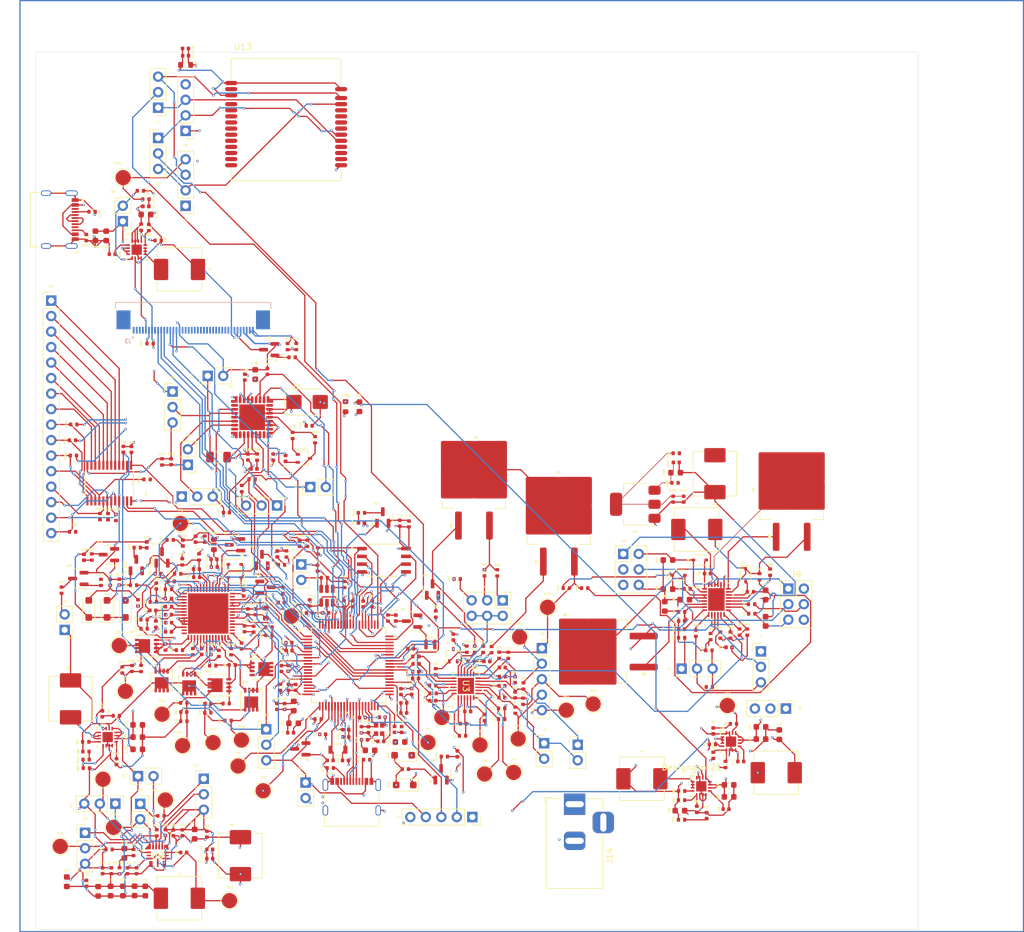
<source format=kicad_pcb>
(kicad_pcb (version 20241229) (generator "pcbnew") (generator_version "9.0")
  (layers (0 "F.Cu" signal) (4 "In1.Cu" signal) (6 "In2.Cu" signal) (2 "B.Cu" signal) (13 "F.Paste" user) (15 "B.Paste" user) (5 "F.SilkS" user "F.Silkscreen") (7 "B.SilkS" user "B.Silkscreen") (1 "F.Mask" user) (3 "B.Mask" user) (25 "Edge.Cuts" user))
  (net 0 "")
  (net 1 "SYSN")
  (net 2 "3P3V")
  (net 3 "Net-(U1A-VDD_SNVS_CAP)")
  (net 4 "/01_MCU/VDDA_1P1_CAP")
  (net 5 "/01_MCU/VDDA_2P5_CAP")
  (net 6 "DCDC_OUT")
  (net 7 "VBUS")
  (net 8 "/01_MCU/VDD_USB_CAP")
  (net 9 "DCDC_PSWITCH")
  (net 10 "Net-(U1B-RTC_XTALO)")
  (net 11 "Net-(U1B-RTC_XTALI)")
  (net 12 "Net-(U1B-XTALO)")
  (net 13 "Net-(U1B-XTALI)")
  (net 14 "Net-(J21-Pin_2)")
  (net 15 "Net-(U6-SS{slash}TR)")
  (net 16 "BATTN")
  (net 17 "Net-(U3-REG2)")
  (net 18 "Net-(U3-REG3)")
  (net 19 "Net-(J5-Pin_1)")
  (net 20 "Net-(J6-Pin_1)")
  (net 21 "Net-(U3-BATTS)")
  (net 22 "Net-(U3-IN)")
  (net 23 "Net-(U3-CP)")
  (net 24 "Net-(U3-PCKP)")
  (net 25 "/04_bateryMon/AOLDO")
  (net 26 "VIN_CHG")
  (net 27 "BATSENS_CHG")
  (net 28 "Net-(D8-K)")
  (net 29 "Net-(C58-Pad2)")
  (net 30 "VOUT_BATCHG")
  (net 31 "Net-(C61-Pad1)")
  (net 32 "INTVcc")
  (net 33 "Net-(J10-Pin_4)")
  (net 34 "/07_dcdcConv/BIAS")
  (net 35 "BST")
  (net 36 "Net-(U9-LX)")
  (net 37 "/07_dcdcConv/VSUP")
  (net 38 "VOUT_DCDC_16V")
  (net 39 "Net-(C78-Pad1)")
  (net 40 "/07_dcdcConv/FB")
  (net 41 "/08_MotorVendingBLDC/PB_HS_S")
  (net 42 "/08_MotorVendingBLDC/PB_BOOT")
  (net 43 "/08_MotorVendingBLDC/PC_BOOT")
  (net 44 "/08_MotorVendingBLDC/PC_HS_S")
  (net 45 "/08_MotorVendingBLDC/AMP_N")
  (net 46 "/08_MotorVendingBLDC/AMP_OUT")
  (net 47 "MC33926_Motor_OUT2")
  (net 48 "BEMF_B")
  (net 49 "BEMF_A")
  (net 50 "VCC_12V")
  (net 51 "/08_MotorVendingBLDC/VDD")
  (net 52 "/08_MotorVendingBLDC/VLS_CAP")
  (net 53 "/08_MotorVendingBLDC/VLS")
  (net 54 "BLDC_DRV_OC")
  (net 55 "Net-(U8-SS{slash}TR)")
  (net 56 "VCC_5V0")
  (net 57 "SYSP")
  (net 58 "Net-(U11-SS{slash}TR)")
  (net 59 "/10_wifi/VBUS_USB")
  (net 60 "Net-(U12-SS{slash}TR)")
  (net 61 "VSYS_USB")
  (net 62 "VDD_3V3")
  (net 63 "FLASH_VCC")
  (net 64 "BLDC_I_DCB")
  (net 65 "Net-(D11-A)")
  (net 66 "Net-(U10-PUMP)")
  (net 67 "/08_MotorVendingBLDC/PA_HS_S")
  (net 68 "/08_MotorVendingBLDC/PA_BOOT")
  (net 69 "/08_MotorVendingBLDC/AMP_P")
  (net 70 "BEMF_C")
  (net 71 "/08_MotorVendingBLDC/OC_TH")
  (net 72 "Net-(IC1-CCP)")
  (net 73 "MC33926_Motor_OUT1")
  (net 74 "Net-(J29-Pin_1)")
  (net 75 "Net-(U21-VI)")
  (net 76 "VDD_1V8")
  (net 77 "Net-(D1-K)")
  (net 78 "Net-(D2-K)")
  (net 79 "Net-(D3-K)")
  (net 80 "Net-(D3-A)")
  (net 81 "Net-(D4-K)")
  (net 82 "Net-(D5-A)")
  (net 83 "Net-(D6-A)")
  (net 84 "Net-(D7-K)")
  (net 85 "Net-(D7-A)")
  (net 86 "Net-(D9-A)")
  (net 87 "Net-(D10-A)")
  (net 88 "~{SMBALERT}")
  (net 89 "BLDC_DRV_INT")
  (net 90 "Net-(D14-A)")
  (net 91 "Net-(D15-A)")
  (net 92 "Net-(D16-K)")
  (net 93 "Net-(D17-A)")
  (net 94 "/02_USB/VBUS_USB")
  (net 95 "Net-(D20-K)")
  (net 96 "Net-(D21-K)")
  (net 97 "Net-(D23-K)")
  (net 98 "Net-(D24-K)")
  (net 99 "Net-(D26-A)")
  (net 100 "Net-(D27-A)")
  (net 101 "Net-(D27-K)")
  (net 102 "Net-(D29-A)")
  (net 103 "/09_MotorStepper/VPWR_MC33926_in")
  (net 104 "/09_MotorStepper/MC33926_FB")
  (net 105 "MC33926_EN")
  (net 108 "MC33926_D2bar")
  (net 110 "MC33926_INV")
  (net 111 "MC33926_SLEW")
  (net 112 "MC33926_IN1")
  (net 113 "MC33926_IN2")
  (net 115 "MC33926_D1")
  (net 117 "MC33926_Sfbar")
  (net 118 "LPUART4_TXD_IMX1010")
  (net 119 "FC41D_UART_RX_DEBUG")
  (net 120 "FC41D_UART_RX_MAIN")
  (net 121 "SWDIO")
  (net 122 "BLDC_SCLK")
  (net 123 "JTAG_RESET")
  (net 125 "Net-(J3-Pin_34)")
  (net 126 "LCD_SPI1_CS")
  (net 134 "LCD_SPI1_CLK")
  (net 136 "LCD_DC")
  (net 138 "LCD_SPI1_MISO")
  (net 143 "Net-(J3-Pin_39)")
  (net 145 "LCD_SPI1_MOSI")
  (net 152 "Net-(J3-Pin_6)")
  (net 154 "Net-(J4-Pin_2)")
  (net 155 "Net-(J4-Pin_3)")
  (net 156 "Net-(J4-Pin_1)")
  (net 157 "Net-(J4-Pin_5)")
  (net 158 "Net-(J5-Pin_2)")
  (net 159 "Net-(J7-Pin_3)")
  (net 160 "Net-(J7-Pin_2)")
  (net 161 "NTCwiper")
  (net 162 "Net-(J8-Pin_1)")
  (net 163 "Net-(J8-Pin_3)")
  (net 164 "Net-(J9-Pin_2)")
  (net 165 "Net-(J10-Pin_1)")
  (net 166 "Net-(J11-Pin_2)")
  (net 167 "/07_dcdcConv/EN")
  (net 168 "Net-(J13-Pin_2)")
  (net 169 "Net-(J15-CC1)")
  (net 171 "USB_OTG1_DP")
  (net 172 "USB_OTG1_DN")
  (net 173 "Net-(J15-CC2)")
  (net 175 "FC41D_UART_TX_DEBUG")
  (net 176 "~{RESET_PCA9539PW}")
  (net 177 "RESET_BLDC")
  (net 178 "/04_bateryMon/BATT3")
  (net 179 "BATTP")
  (net 180 "/04_bateryMon/BATT2")
  (net 181 "/04_bateryMon/BATT1")
  (net 182 "Net-(J22-Pin_2)")
  (net 183 "Net-(J23-Pin_2)")
  (net 184 "Net-(J23-Pin_1)")
  (net 185 "Net-(J24-Pin_2)")
  (net 186 "VCC_3V3")
  (net 187 "MC33926_VDD")
  (net 188 "FC41D_UART_TX_MAIN")
  (net 189 "/10_wifi/usb_dn")
  (net 190 "Net-(J31-CC1)")
  (net 191 "/10_wifi/usb_dp")
  (net 193 "Net-(J31-CC2)")
  (net 195 "LPUART4_RXD_IMX1010")
  (net 196 "Net-(J33-Pin_2)")
  (net 197 "Net-(J34-Pin_5)")
  (net 198 "Net-(J34-Pin_3)")
  (net 199 "BMBNG_CONN4")
  (net 200 "Net-(J34-Pin_8)")
  (net 201 "Net-(J34-Pin_2)")
  (net 202 "Net-(J34-Pin_1)")
  (net 203 "Net-(J34-Pin_6)")
  (net 204 "BMBNG_CONN6")
  (net 205 "BMBNG_CONN2")
  (net 206 "BMBNG_CONN7")
  (net 207 "Net-(J34-Pin_7)")
  (net 208 "BMBNG_CONN1")
  (net 209 "BMBNG_CONN5")
  (net 210 "Net-(J34-Pin_4)")
  (net 211 "BMBNG_CONN3")
  (net 212 "BMBNG_CONN0")
  (net 213 "/03_BOOTLOADER/BOOT_SEL")
  (net 214 "Net-(U1B-DCDC_LP)")
  (net 215 "Net-(L2-Pad1)")
  (net 216 "Net-(L4-Pad1)")
  (net 217 "Net-(L5-Pad1)")
  (net 218 "Net-(L6-Pad1)")
  (net 219 "CSI_1V8")
  (net 220 "Net-(Q1-C)")
  (net 221 "BLDC_PHASEC")
  (net 222 "Net-(Q2-B)")
  (net 223 "Net-(Q3-G)")
  (net 224 "Net-(Q3-D)")
  (net 225 "Net-(Q4-G)")
  (net 226 "Net-(Q6-G)")
  (net 227 "Net-(Q7-S)")
  (net 228 "alrt")
  (net 229 "Net-(Q8-G)")
  (net 230 "Net-(Q9-G)")
  (net 231 "Net-(Q10-Pad4)")
  (net 232 "/08_MotorVendingBLDC/I_SENSE_DCB2")
  (net 233 "Net-(Q11-Pad4)")
  (net 234 "Net-(Q12-Pad4)")
  (net 235 "Net-(Q13-Pad4)")
  (net 236 "Net-(Q14-Pad4)")
  (net 237 "BLDC_PHASEA")
  (net 238 "Net-(Q15-C)")
  (net 239 "Net-(Q16-C)")
  (net 240 "BLDC_PHASEB")
  (net 241 "Net-(Q17-C)")
  (net 242 "Net-(Q18-C)")
  (net 243 "Net-(Q19-C)")
  (net 244 "Net-(Q20-B)")
  (net 245 "Net-(Q20-C)")
  (net 246 "BOOT_MODE_0")
  (net 247 "Net-(Q21-C)")
  (net 248 "Net-(Q22-B)")
  (net 249 "Net-(Q22-C)")
  (net 250 "Net-(Q23-Pad4)")
  (net 251 "Net-(Q24-B)")
  (net 252 "~{INTERUPT_PCA9539PW}")
  (net 253 "Net-(U6-PG)")
  (net 254 "Net-(U6-FB)")
  (net 255 "FLEXSPI_SS0")
  (net 256 "Net-(U5-COM)")
  (net 257 "BOOT_MODE_1")
  (net 258 "LED_LCD")
  (net 259 "Net-(U3-CHG)")
  (net 260 "Net-(U3-DIS)")
  (net 261 "Net-(U3-PFAIL)")
  (net 262 "LPI2C2_SDA")
  (net 263 "Net-(U3-SCL{slash}OD)")
  (net 264 "LPI2C2_SCL")
  (net 265 "Net-(U3-SDA{slash}DQ)")
  (net 266 "Net-(U3-ALRT)")
  (net 267 "NTCBIAS")
  (net 268 "NTC")
  (net 269 "Net-(U7-CELLS1)")
  (net 270 "Net-(U7-CELLS0)")
  (net 271 "Net-(U7-RT)")
  (net 272 "SYNC")
  (net 273 "DVCC")
  (net 274 "/08_MotorVendingBLDC/PA_LS_G")
  (net 275 "/08_MotorVendingBLDC/PB_HS_G")
  (net 276 "/08_MotorVendingBLDC/PB_LS_G")
  (net 277 "/08_MotorVendingBLDC/PC_HS_G")
  (net 278 "/08_MotorVendingBLDC/PC_LS_G")
  (net 279 "LED_1")
  (net 280 "IOMUXC_GPIO_06_FLEXPWM1_PWM2_A")
  (net 281 "/08_MotorVendingBLDC/INT")
  (net 282 "Net-(U8-PG)")
  (net 283 "Net-(U8-FB)")
  (net 284 "Net-(U11-PG)")
  (net 285 "Net-(R155-Pad1)")
  (net 286 "Net-(U11-FB)")
  (net 287 "LPI2C2_TRG")
  (net 288 "Net-(U12-PG)")
  (net 289 "Net-(U12-FB)")
  (net 290 "IOMUXC_GPIO_SD_02_FLEXPWM1_PWM0_A")
  (net 291 "/08_MotorVendingBLDC/OC_OUT")
  (net 292 "/08_MotorVendingBLDC/PA_HS_G")
  (net 293 "GPIO_AD_B1_01")
  (net 294 "GPIO_AD_B1_03")
  (net 295 "GPIO_AD_B1_02")
  (net 296 "GPIO_AD_B1_04")
  (net 297 "GPIO_AD_B1_05")
  (net 298 "GPIO_AD_B1_06")
  (net 299 "GPIO_AD_B1_07")
  (net 300 "GPIO_AD_B1_00")
  (net 301 "Net-(U3-TH1)")
  (net 302 "Net-(U3-TH2)")
  (net 303 "Net-(U3-TH3)")
  (net 304 "Net-(U3-TH4)")
  (net 305 "Net-(U1C-USB_OTG1_CHD_B)")
  (net 306 "Net-(U1B-PMIC_ON_REQ)")
  (net 307 "Net-(U1B-ONOFF)")
  (net 308 "FLEXSPI_D3")
  (net 309 "FLEXSPI_D1")
  (net 310 "FLEXSPI_DQS")
  (net 311 "BLDC_MOSI")
  (net 312 "IOMUXC_GPIO_05_FLEXPWM1_PWM2_B")
  (net 313 "BLDC_DRV_EN")
  (net 314 "LPUART2_RXD")
  (net 315 "LPUART2_TXD")
  (net 316 "BLDC_CS")
  (net 317 "IOMUXC_GPIO_SD_01_FLEXPWM1_PWM0_B")
  (net 318 "/01_MCU/LPI2C_SDA")
  (net 319 "FLEXSPI_D2")
  (net 320 "IOMUXC_GPIO_07_FLEXPWM1_PWM3_B")
  (net 321 "FLEXSPI_D0")
  (net 322 "FLEXSPI_CLK")
  (net 323 "IOMUXC_GPIO_08_FLEXPWM1_PWM3_A")
  (net 324 "/01_MCU/GPIO_AD_11")
  (net 325 "BLDC_MISO")
  (net 334 "/08_MotorVendingBLDC/CLK")
  (net 336 "/08_MotorVendingBLDC/~{CS}")
  (net 339 "FC41D_GPIO1")
  (net 340 "I2C_SDA_FC41D")
  (net 341 "FC41D_NET_STATUS")
  (net 342 "FC41D_SPI_MOSI")
  (net 343 "FC41D_SPI_MISO")
  (net 344 "FC41D_GPIO3")
  (net 345 "FC41D_WAKEUP_IN")
  (net 346 "FC41D_SPI_CLK")
  (net 347 "FC41D_WAKEUP_OUT")
  (net 348 "I2C_SCL_FC41D")
  (net 349 "FC41D_SPI_CS")
  (net 350 "FC41D_ADC")
  (net 351 "FC41D_PWN")
  (net 353 "FC41D_GPIO4")
  (net 354 "FC41D_~{CE}")
  (net 356 "FC41D_GPIO2")
  (footprint "Capacitor_SMD:C_0402_1005Metric" (layer "F.Cu") (at 47.007 106.85 180)
    (property "Reference" "C87")
    (property "Value" "2.2uF")
  )
  (footprint "Capacitor_SMD:C_0402_1005Metric" (layer "F.Cu") (at 68.475829 138.523059)
    (property "Reference" "C26")
    (property "Value" "12pF")
  )
  (footprint "Resistor_SMD:R_0402_1005Metric" (layer "F.Cu") (at 78.2828 139.954 180)
    (property "Reference" "R11")
    (property "Value" "2.7K")
  )
  (footprint "Resistor_SMD:R_0402_1005Metric" (layer "F.Cu") (at 84.670148 137.890564)
    (property "Reference" "R146")
    (property "Value" "1K")
  )
  (footprint "Capacitor_SMD:C_0402_1005Metric" (layer "F.Cu") (at 44.1172 108.5232 180)
    (property "Reference" "C90")
    (property "Value" "2.2uF")
  )
  (footprint "LED_SMD:LED_0402_1005Metric" (layer "F.Cu") (at 86.803848 137.450773 90)
    (property "Reference" "D23")
    (property "Value" "150040GS73240")
  )
  (footprint "LED_SMD:LED_0402_1005Metric" (layer "F.Cu") (at 58.6712 89.0524 -90)
    (property "Reference" "D27")
    (property "Value" "LED")
  )
  (footprint "Resistor_SMD:R_0402_1005Metric" (layer "F.Cu") (at 41.0126 107.9602 180)
    (property "Reference" "R156")
    (property "Value" "10.0K")
  )
  (footprint "Resistor_SMD:R_0402_1005Metric" (layer "F.Cu") (at 49.75 120.7102 -90)
    (property "Reference" "R158")
    (property "Value" "22")
  )
  (footprint "Resistor_SMD:R_0402_1005Metric" (layer "F.Cu") (at 35.031296 51.193116 -90)
    (property "Reference" "R99")
    (property "Value" "15k")
  )
  (footprint "TestPoint:TestPoint_Pad_D2.5mm" (layer "F.Cu") (at 96.988 118.3142)
    (property "Reference" "TP12")
    (property "Value" "BATT3")
  )
  (footprint "Resistor_SMD:R_0402_1005Metric" (layer "F.Cu") (at 36.5 70.25 180)
    (property "Reference" "R20")
    (property "Value" "0")
  )
  (footprint "Capacitor_SMD:C_0402_1005Metric" (layer "F.Cu") (at 59.145009 126.554944 -90)
    (property "Reference" "C12")
    (property "Value" "0.22uF")
  )
  (footprint "Connector_PinHeader_2.54mm:PinHeader_1x03_P2.54mm_Vertical" (layer "F.Cu") (at 37.8076 31.6052 180)
    (property "Reference" "J1")
    (property "Value" "Conn_01x03")
  )
  (footprint "Capacitor_SMD:C_0402_1005Metric" (layer "F.Cu") (at 79.9492 125.118)
    (property "Reference" "C36")
    (property "Value" "4.7uF")
  )
  (footprint "Diode_SMD:D_SOD-323" (layer "F.Cu") (at 50.33866 108.564435 180)
    (property "Reference" "D26")
    (property "Value" "BAS316")
  )
  (footprint "Capacitor_SMD:C_0402_1005Metric" (layer "F.Cu") (at 49 97.9302 180)
    (property "Reference" "C187")
    (property "Value" "0.01uF")
  )
  (footprint "Resistor_SMD:R_0402_1005Metric" (layer "F.Cu") (at 42.0026 129.1052)
    (property "Reference" "R74")
    (property "Value" "4.70K")
  )
  (footprint "Capacitor_SMD:C_0603_1608Metric" (layer "F.Cu") (at 43.7826 150.6052 90)
    (property "Reference" "C173")
    (property "Value" "22uF")
  )
  (footprint "Resistor_SMD:R_0402_1005Metric" (layer "F.Cu") (at 95.1348 121.312 -90)
    (property "Reference" "R24")
    (property "Value" "49.9")
  )
  (footprint "Connector_PinHeader_2.54mm:PinHeader_1x02_P2.54mm_Vertical" (layer "F.Cu") (at 22.5044 117.1448 180)
    (property "Reference" "J24")
    (property "Value" "68000-202HLF")
  )
  (footprint "Resistor_SMD:R_0402_1005Metric" (layer "F.Cu") (at 30.9676 131.2102)
    (property "Reference" "R90")
    (property "Value" "2.49k")
  )
  (footprint "footprints:21-0139I_T2444-4_MXM" (layer "F.Cu") (at 88.1998 126.31488 -90)
    (property "Reference" "U3")
    (property "Value" "MAX17320G20+T")
  )
  (footprint "Resistor_SMD:R_0402_1005Metric" (layer "F.Cu") (at 57.8076 126.554944 90)
    (property "Reference" "R1")
    (property "Value" "30k")
  )
  (footprint "Capacitor_SMD:C_0603_1608Metric" (layer "F.Cu") (at 136.504802 135.037)
    (property "Reference" "C38")
    (property "Value" "10u")
  )
  (footprint "Resistor_SMD:R_0402_1005Metric" (layer "F.Cu") (at 137.9948 107.687 -90)
    (property "Reference" "R48")
    (property "Value" "100k")
  )
  (footprint "Capacitor_SMD:C_0603_1608Metric" (layer "F.Cu") (at 121.2698 110.469616 180)
    (property "Reference" "C59")
    (property "Value" "10uF")
  )
  (footprint "Capacitor_SMD:C_0402_1005Metric" (layer "F.Cu") (at 79.1692 120.2436)
    (property "Reference" "C15")
    (property "Value" "22uF")
  )
  (footprint "Resistor_SMD:R_0402_1005Metric" (layer "F.Cu") (at 36.28904 51.241259 90)
    (property "Reference" "R97")
    (property "Value" "4.7k")
  )
  (footprint "Capacitor_SMD:C_0402_1005Metric" (layer "F.Cu") (at 33.5126 123.4602 90)
    (property "Reference" "C180")
    (property "Value" "390pF")
  )
  (footprint "Capacitor_SMD:C_0402_1005Metric" (layer "F.Cu") (at 39 150.353151 90)
    (property "Reference" "C64")
    (property "Value" "2.2uF")
  )
  (footprint "Resistor_SMD:R_0603_1608Metric" (layer "F.Cu") (at 46.942 103.175 90)
    (property "Reference" "C181")
    (property "Value" "22uF")
  )
  (footprint "Capacitor_SMD:C_0402_1005Metric" (layer "F.Cu") (at 76.5126 133.4402 -90)
    (property "Reference" "C7")
    (property "Value" "0.22uF")
  )
  (footprint "Diode_SMD:D_SOD-123F" (layer "F.Cu") (at 77.922053 137.681063 180)
    (property "Reference" "D18")
    (property "Value" "PMEG3020EH")
  )
  (footprint "Capacitor_SMD:C_0402_1005Metric" (layer "F.Cu") (at 77.566201 127.252029 -90)
    (property "Reference" "C4")
    (property "Value" "1.0uF")
  )
  (footprint "Inductor_SMD:L_APV_APH0620" (layer "F.Cu") (at 117.004802 141.537 180)
    (property "Reference" "L4")
    (property "Value" "2.2u")
  )
  (footprint "Package_TO_SOT_SMD:SOT-23" (layer "F.Cu") (at 55.3851 110.1602)
    (property "Reference" "Q15")
    (property "Value" "PMBT2222A")
  )
  (footprint "LED_SMD:LED_0402_1005Metric" (layer "F.Cu") (at 57.9626 112.6602 180)
    (property "Reference" "D1")
    (property "Value" "150040GS73240")
  )
  (footprint "Connector_PinHeader_2.54mm:PinHeader_1x03_P2.54mm_Vertical" (layer "F.Cu") (at 37.8076 36.5652)
    (property "Reference" "J32")
    (property "Value" "Conn_01x03")
  )
  (footprint "Resistor_SMD:R_0402_1005Metric" (layer "F.Cu") (at 33.781591 109.828362)
    (property "Reference" "R80")
    (property "Value" "220")
  )
  (footprint "TestPoint:TestPoint_Pad_D2.5mm" (layer "F.Cu") (at 30.5 149.5)
    (property "Reference" "TP25")
    (property "Value" "PGOOD")
  )
  (footprint "footprints:QFN50P800X800X100-57N" (layer "F.Cu") (at 46.0126 114.4602 180)
    (property "Reference" "U10")
    (property "Value" "MC34GD3000EP")
  )
  (footprint "Capacitor_SMD:C_0402_1005Metric" (layer "F.Cu") (at 42.28904 21.919183 180)
    (property "Reference" "C39")
    (property "Value" "1uF")
  )
  (footprint "Capacitor_SMD:C_0402_1005Metric" (layer "F.Cu") (at 59.5 134 180)
    (property "Reference" "C21")
    (property "Value" "0.22uF_0402")
  )
  (footprint "Package_TO_SOT_SMD:TO-263-2" (layer "F.Cu") (at 141.5288 94.2548 90)
    (property "Reference" "Q9")
    (property "Value" "IRLZ44NSTRL(UMW)")
  )
  (footprint "Resistor_SMD:R_0402_1005Metric" (layer "F.Cu") (at 30.900744 98.729836 -90)
    (property "Reference" "R189")
    (property "Value" "0")
  )
  (footprint "Inductor_SMD:L_Murata_DFE201610P" (layer "F.Cu") (at 82.3858 119.5324 180)
    (property "Reference" "L1")
    (property "Value" "4.7uH_2016")
  )
  (footprint "footprints:MIMXRT1011DAE5A_NXP" (layer "F.Cu") (at 69.0126 122.9602)
    (property "Reference" "U1")
    (property "Value" "MIMXRT1011DAE5A")
  )
  (footprint "Capacitor_SMD:C_0402_1005Metric" (layer "F.Cu") (at 65.975829 138.523059 180)
    (property "Reference" "C27")
    (property "Value" "12pF")
  )
  (footprint "Capacitor_SMD:C_0402_1005Metric" (layer "F.Cu") (at 59.23 119.25 180)
    (property "Reference" "C31")
    (property "Value" "100nF")
  )
  (footprint "Package_TO_SOT_SMD:SOT-323_SC-70" (layer "F.Cu") (at 61.6712 89.0524)
    (property "Reference" "Q24")
    (property "Value" "MMBT3904WT1G")
  )
  (footprint "TestPoint:TestPoint_Pad_D2.5mm" (layer "F.Cu") (at 84.25 131.5)
    (property "Reference" "TP10")
    (property "Value" "TestPoint")
  )
  (footprint "Resistor_SMD:R_0402_1005Metric" (layer "F.Cu") (at 39.5 110.5 180)
    (property "Reference" "R79")
    (property "Value" "10.0K")
  )
  (footprint "footprints:OSC_XRCGB24M000F2P29R0" (layer "F.Cu") (at 73.9926 133.4602 180)
    (property "Reference" "Y2")
    (property "Value" "24MHz")
  )
  (footprint "Resistor_SMD:R_0402_1005Metric" (layer "F.Cu") (at 23.7876 86.0852)
    (property "Reference" "R184")
    (property "Value" "0")
  )
  (footprint "Package_TO_SOT_SMD:LFPAK33" (layer "F.Cu") (at 47.8526 126.2102 180)
    (property "Reference" "Q12")
    (property "Value" "PSMN4R2-30MLD")
  )
  (footprint "Capacitor_SMD:C_0603_1608Metric" (layer "F.Cu") (at 123.229802 146.75)
    (property "Reference" "C99")
    (property "Value" "47u")
  )
  (footprint "Resistor_SMD:R_0402_1005Metric" (layer "F.Cu") (at 59.8338 85.3034 90)
    (property "Reference" "R163")
    (property "Value" "43K")
  )
  (footprint "footprints:RGT0016C" (layer "F.Cu") (at 126.729791 142.772005)
    (property "Reference" "U8")
    (property "Value" "TLV62130")
  )
  (footprint "TestPoint:TestPoint_Pad_D2.5mm" (layer "F.Cu") (at 101.56 113.4374)
    (property "Reference" "TP15")
    (property "Value" "BATT3")
  )
  (footprint "Capacitor_SMD:C_0402_1005Metric" (layer "F.Cu") (at 72.8472 112.8776 90)
    (property "Reference" "C34")
    (property "Value" "4.7uF")
  )
  (footprint "Inductor_SMD:L_APV_APH0620" (layer "F.Cu") (at 51.2826 154.1302 90)
    (property "Reference" "L8")
    (property "Value" "DNP")
  )
  (footprint "Resistor_SMD:R_0402_1005Metric" (layer "F.Cu") (at 38.448454 89.6302 90)
    (property "Reference" "R164")
    (property "Value" "100")
  )
  (footprint "Connector_PinHeader_2.54mm:PinHeader_1x03_P2.54mm_Vertical" (layer "F.Cu") (at 45.2826 141.5252)
    (property "Reference" "J11")
    (property "Value" "Conn_01x03")
  )
  (footprint "Connector_PinHeader_2.54mm:PinHeader_1x03_P2.54mm_Vertical" (layer "F.Cu") (at 140.584802 130.037 -90)
    (property "Reference" "J21")
    (property "Value" "PWRSWITCH")
  )
  (footprint "Resistor_SMD:R_0402_1005Metric" (layer "F.Cu") (at 59 70.74 90)
    (property "Reference" "R10")
    (property "Value" "0")
  )
  (footprint "Package_TO_SOT_SMD:SOT-23" (layer "F.Cu") (at 34.236951 106.534133 90)
    (property "Reference" "Q19")
    (property "Value" "PMBT2222A")
  )
  (footprint "Resistor_SMD:R_0402_1005Metric" (layer "F.Cu") (at 82.75 126.25 180)
    (property "Reference" "TH1")
    (property "Value" "10K")
  )
  (footprint "Capacitor_SMD:C_0402_1005Metric" (layer "F.Cu") (at 36.9476 113.9602 180)
    (property "Reference" "C179")
    (property "Value" "390pF")
  )
  (footprint "Diode_SMD:D_SMB" (layer "F.Cu") (at 62.1968 79.8134)
    (property "Reference" "D28")
    (property "Value" "SMBJ24AHE3/52")
  )
  (footprint "Resistor_SMD:R_0402_1005Metric" (layer "F.Cu") (at 59.75 72.5 180)
    (property "Reference" "R19")
    (property "Value" "1K")
  )
  (footprint "Resistor_SMD:R_0402_1005Metric" (layer "F.Cu") (at 39.7764 102.4128)
    (property "Reference" "R106")
    (property "Value" "1K")
  )
  (footprint "LED_SMD:LED_0402_1005Metric" (layer "F.Cu") (at 131.265 120)
    (property "Reference" "D10")
    (property "Value" "150040GS73240")
  )
  (footprint "LED_SMD:LED_0402_1005Metric" (layer "F.Cu") (at 71.088594 99.6063)
    (property "Reference" "D24")
    (property "Value" "150040GS73240")
  )
  (footprint "Package_TO_SOT_SMD:SOT-23" (layer "F.Cu") (at 29.743489 104.819434 180)
    (property "Reference" "Q18")
    (property "Value" "PMBT2222A")
  )
  (footprint "Capacitor_SMD:C_0402_1005Metric" (layer "F.Cu") (at 78.8684 99.7946 90)
    (property "Reference" "C40")
    (property "Value" "100nF")
  )
  (footprint "Package_TO_SOT_SMD:LFPAK33" (layer "F.Cu") (at 42.8866 125.9252 -90)
    (property "Reference" "Q11")
    (property "Value" "PSMN4R2-30MLD")
  )
  (footprint "Diode_SMD:D_SOD-323" (layer "F.Cu") (at 133.9948 108.197 -90)
    (property "Reference" "D7")
    (property "Value" "CUS05S40")
  )
  (footprint "Capacitor_SMD:C_0402_1005Metric" (layer "F.Cu") (at 39.5326 115.9602 180)
    (property "Reference" "C91")
    (property "Value" "2.2uF")
  )
  (footprint "Resistor_SMD:R_0402_1005Metric" (layer "F.Cu") (at 63.5 86 -90)
    (property "Reference" "R162")
    (property "Value" "10K")
  )
  (footprint "Connector_PinHeader_2.54mm:PinHeader_2x03_P2.54mm_Vertical" (layer "F.Cu") (at 113.9548 104.697)
    (property "Reference" "J10")
    (property "Value" "CELLS1")
  )
  (footprint "Capacitor_SMD:C_0402_1005Metric" (layer "F.Cu") (at 52.518148 88.8334 -90)
    (property "Reference" "C185")
    (property "Value" "0.1uF")
  )
  (footprint "Resistor_SMD:R_0402_1005Metric" (layer "F.Cu") (at 39.0126 119.9602 -90)
    (property "Reference" "R65")
    (property "Value" "18K")
  )
  (footprint "Capacitor_SMD:C_0603_1608Metric" (layer "F.Cu") (at 34.4676 136.7102)
    (property "Reference" "C105")
    (property "Value" "47u")
  )
  (footprint "Connector_PinHeader_2.54mm:PinHeader_1x03_P2.54mm_Vertical" (layer "F.Cu") (at 123.5 123.5 90)
    (property "Reference" "J8")
    (property "Value" "Conn_01x03")
  )
  (footprint "Resistor_SMD:R_0402_1005Metric" (layer "F.Cu") (at 23.7976 101.0852)
    (property "Reference" "R190")
    (property "Value" "0")
  )
  (footprint "Resistor_SMD:R_0402_1005Metric" (layer "F.Cu") (at 63.9476 104.2102 90)
    (property "Reference" "R12")
    (property "Value" "10k")
  )
  (footprint "footprints:RGT0016C" (layer "F.Cu") (at 131.594798 135.447004)
    (property "Reference" "U6")
    (property "Value" "TLV62130")
  )
  (footprint "Resistor_SMD:R_0402_1005Metric" (layer "F.Cu") (at 91.25 131.5 -90)
    (property "Reference" "TH2")
    (property "Value" "10K")
  )
  (footprint "TestPoint:TestPoint_Pad_D2.5mm" (layer "F.Cu") (at 109.0276 129.287)
    (property "Reference" "TP13")
    (property "Value" "BATT2")
  )
  (footprint "Capacitor_SMD:C_0402_1005Metric" (layer "F.Cu") (at 55.6968 74.8134 90)
    (property "Reference" "C83")
    (property "Value" "0.01uF")
  )
  (footprint "Resistor_SMD:R_0402_1005Metric" (layer "F.Cu") (at 62.617 112.733191 90)
    (property "Reference" "R16")
    (property "Value" "100k")
  )
  (footprint "Capacitor_SMD:C_0402_1005Metric" (layer "F.Cu") (at 71.25 131.5 180)
    (property "Reference" "C9")
    (property "Value" "4.7uF")
  )
  (footprint "Resistor_SMD:R_0402_1005Metric" (layer "F.Cu") (at 58.01 106.5)
    (property "Reference" "R105")
    (property "Value" "1K")
  )
  (footprint "Capacitor_SMD:C_0402_1005Metric" (layer "F.Cu") (at 39.932035 89.602376 90)
    (property "Reference" "C190")
    (property "Value" "1uF")
  )
  (footprint "Package_TO_SOT_SMD:SOT-223-3_TabPin2" (layer "F.Cu") (at 115.9252 96.5708 180)
    (property "Reference" "U21")
    (property "Value" "UM1550S-18")
  )
  (footprint "Capacitor_SMD:C_0402_1005Metric" (layer "F.Cu") (at 77.665285 133.459188 -90)
    (property "Reference" "C8")
    (property "Value" "4.7uF")
  )
  (footprint "Capacitor_SMD:C_0402_1005Metric" (layer "F.Cu") (at 127.7398 107.922)
    (property "Reference" "C58")
    (property "Value" "0.022uF")
  )
  (footprint "Capacitor_SMD:C_0402_1005Metric" (layer "F.Cu") (at 28.718764 156.6052 90)
    (property "Reference" "C70")
    (property "Value" "0.1uF")
  )
  (footprint "TestPoint:TestPoint_Pad_D2.5mm" (layer "F.Cu") (at 49.5 161.5)
    (property "Reference" "TP23")
    (property "Value" "VLX")
  )
  (footprint "Resistor_SMD:R_0603_1608Metric" (layer "F.Cu") (at 68.4784 80.581 -90)
    (property "Reference" "C188")
    (property "Value" "220uF")
  )
  (footprint "Diode_SMD:D_SOD-323" (layer "F.Cu") (at 122.9948 108.197)
    (property "Reference" "D9")
    (property "Value" "CUS05S40")
  )
  (footprint "footprints:05-08-1712_ADI" (layer "F.Cu") (at 129.2029 112.172)
    (property "Reference" "U7")
    (property "Value" "LTC4162EUFD")
  )
  (footprint "Connector_PinSocket_2.54mm:PinSocket_1x05_P2.54mm_Vertical" (layer "F.Cu") (at 100.6348 120.142)
    (property "Reference" "J20")
    (property "Value" "Conn_01x05")
  )
  (footprint "Resistor_SMD:R_0402_1005Metric" (layer "F.Cu") (at 125.836014 117.697 -90)
    (property "Reference" "R40")
    (property "Value" "10K")
  )
  (footprint "Connector_PinHeader_2.54mm:PinHeader_1x02_P2.54mm_Vertical" (layer "F.Cu") (at 106.5 135.96)
    (property "Reference" "J6")
    (property "Value" "BATT2_jmp")
  )
  (footprint "Resistor_SMD:R_0402_1005Metric" (layer "F.Cu") (at 37.816322 53.369714)
    (property "Reference" "R98")
    (property "Value" "47k")
  )
  (footprint "Resistor_SMD:R_0402_1005Metric" (layer "F.Cu") (at 123.504753 118.43971 180)
    (property "Reference" "R41")
    (property "Value" "10K")
  )
  (footprint "Connector_PinHeader_2.54mm:PinHeader_1x03_P2.54mm_Vertical" (layer "F.Cu") (at 136.4948 120.657)
    (property "Reference" "J7")
    (property "Value" "Conn_01x03")
  )
  (footprint "Capacitor_SMD:C_0402_1005Metric" (layer "F.Cu") (at 62.5348 83.7184 180)
    (property "Reference" "C189")
    (property "Value" "0.1uF")
  )
  (footprint "Capacitor_SMD:C_0402_1005Metric" (layer "F.Cu") (at 45.9676 129.2102)
    (property "Reference" "C85")
    (property "Value" "390pF")
  )
  (footprint "footprints:HRO_TYPE-C-31-M-12" (layer "F.Cu") (at 69.5126 146.7102)
    (property "Reference" "J15")
    (property "Value" "TYPE-C-31-M-12")
  )
  (footprint "Capacitor_SMD:C_0402_1005Metric" (layer "F.Cu") (at 32.11104 87.5652 -90)
    (property "Reference" "R96")
    (property "Value" "10K")
  )
  (footprint "Capacitor_SMD:C_0402_1005Metric" (layer "F.Cu") (at 74.267053 135.401334)
    (property "Reference" "C28")
    (property "Value" "12pF")
  )
  (footprint "Capacitor_SMD:C_0402_1005Metric" (layer "F.Cu") (at 59.096864 123.44802 90)
    (property "Reference" "C22")
    (property "Value" "0.22uF_0402")
  )
  (footprint "Resistor_SMD:R_0402_1005Metric" (layer "F.Cu") (at 123.494802 145.037 180)
    (property "Reference" "R84")
    (property "Value" "390K")
  )
  (footprint "Resistor_SMD:R_0402_1005Metric" (layer "F.Cu") (at 83.25 124 90)
    (property "Reference" "R34")
    (property "Value" "150")
  )
  (footprint "Resistor_SMD:R_0402_1005Metric" (layer "F.Cu") (at 126.004802 146.537 90)
    (property "Reference" "R85")
    (property "Value" "75K")
  )
  (footprint "Capacitor_SMD:C_0603_1608Metric" (layer "F.Cu") (at 29.3076 52.6052 -90)
    (property "Reference" "C107")
    (property "Value" "10u")
  )
  (footprint "Resistor_SMD:R_0402_1005Metric" (layer "F.Cu") (at 60.98698 102.961321 -90)
    (property "Reference" "R149")
    (property "Value" "10K")
  )
  (footprint "Capacitor_SMD:C_0402_1005Metric" (layer "F.Cu") (at 94.1548 123.302)
    (property "Reference" "C50")
    (property "Value" "0.01uF")
  )
  (footprint "Resistor_SMD:R_0402_1005Metric" (layer "F.Cu") (at 34.386274 103.665615)
    (property "Reference" "R108")
    (property "Value" "1K")
  )
  (footprint "Capacitor_SMD:C_0402_1005Metric" (layer "F.Cu") (at 57.2626 129.6924 -90)
    (property "Reference" "C25")
    (property "Value" "0.22uF_0402")
  )
  (footprint "Resistor_SMD:R_0402_1005Metric" (layer "F.Cu") (at 26.048599 52.884064 90)
    (property "Reference" "R101")
    (property "Value" "5.1K")
  )
  (footprint "Inductor_SMD:L_APV_APH0620" (layer "F.Cu") (at 139.004802 140.537)
    (property "Reference" "L2")
    (property "Value" "2.2u")
  )
  (footprint "Resistor_SMD:R_0402_1005Metric" (layer "F.Cu") (at 39.5126 113.331649 180)
    (property "Reference" "R66")
    (property "Value" "1.0K")
  )
  (footprint "Capacitor_SMD:C_0603_1608Metric" (layer "F.Cu") (at 137.2598 115.75 -90)
    (property "Reference" "C56")
    (property "Value" "10uF")
  )
  (footprint "Inductor_SMD:L_APV_APH0620" (layer "F.Cu") (at 125.9948 100.697)
    (property "Reference" "L3")
    (property "Value" "6.8uH")
  )
  (footprint "Capacitor_SMD:C_0402_1005Metric" (layer "F.Cu") (at 51.9476 116.966182 -90)
    (property "Reference" "C93")
    (property "Value" "2.2uF")
  )
  (footprint "Connector_PinHeader_2.54mm:PinHeader_1x02_P2.54mm_Vertical" (layer "F.Cu") (at 101 135.71)
    (property "Reference" "J5")
    (property "Value" "BATT1_jmp")
  )
  (footprint "Diode_SMD:D_SOD-123F" (layer "F.Cu") (at 78.1812 142.5448 180)
    (property "Reference" "D19")
    (property "Value" "PMEG3020EH")
  )
  (footprint "Resistor_SMD:R_0402_1005Metric" (layer "F.Cu") (at 37.4476 116.2102 90)
    (property "Reference" "R68")
    (property "Value" "18K")
  )
  (footprint "Resistor_SMD:R_0402_1005Metric" (layer "F.Cu") (at 68.326 109.7102 -90)
    (property "Reference" "R15")
    (property "Value" "1.5k")
  )
  (footprint "Capacitor_SMD:C_0402_1005Metric" (layer "F.Cu") (at 63.900511 107.034718 90)
    (property "Reference" "C42")
    (property "Value" "100nF")
  )
  (footprint "TestPoint:TestPoint_Pad_D2.5mm" (layer "F.Cu") (at 46.8076 135.6052)
    (property "Reference" "TP21")
    (property "Value" "BEMF_A")
  )
  (footprint "Resistor_SMD:R_0402_1005Metric" (layer "F.Cu") (at 58.231598 110.674059 -90)
    (property "Reference" "R5")
    (property "Value" "1K")
  )
  (footprint "Capacitor_SMD:C_0603_1608Metric" (layer "F.Cu") (at 120.756069 113.297924 90)
    (property "Reference" "C61")
    (property "Value" "150uF")
  )
  (footprint "Capacitor_SMD:C_0402_1005Metric" (layer "F.Cu") (at 123.4948 117.032874 180)
    (property "Reference" "C63")
    (property "Value" "1uF")
  )
  (footprint "Package_TO_SOT_SMD:SOT-23" (layer "F.Cu") (at 50.3851 103.2102 180)
    (property "Reference" "Q1")
    (property "Value" "PMBT2222A")
  )
  (footprint "Resistor_SMD:R_0402_1005Metric" (layer "F.Cu") (at 23.941241 88.5852)
    (property "Reference" "R186")
    (property "Value" "0")
  )
  (footprint "Package_TO_SOT_SMD:SOT-23" (layer "F.Cu") (at 24.7396 108.7261 180)
    (property "Reference" "Q22")
    (property "Value" "BC817")
  )
  (footprint "Capacitor_SMD:C_0603_1608Metric" (layer "F.Cu") (at 139.504802 134.312 90)
    (property "Reference" "C44")
    (property "Value" "47u")
  )
  (footprint "Capacitor_SMD:C_0402_1005Metric" (layer "F.Cu") (at 86.1348 118.322 90)
    (property "Reference" "C53")
    (property "Value" "0.01uF")
  )
  (footprint "Package_TO_SOT_SMD:SOT-23" (layer "F.Cu") (at 38.4476 105.2727 90)
    (property "Reference" "Q17")
    (property "Value" "PMBT2222A")
  )
  (footprint "Capacitor_SMD:C_0402_1005Metric" (layer "F.Cu") (at 52 75.75 90)
    (property "Reference" "C186")
    (property "Value" "0.033uF")
  )
  (footprint "Resistor_SMD:R_0402_1005Metric" (layer "F.Cu") (at 71.101628 133.5 90)
    (property "Reference" "R2")
    (property "Value" "2.2M")
  )
  (footprint "Capacitor_SMD:C_0402_1005Metric" (layer "F.Cu") (at 45.7826 150.6052 90)
    (property "Reference" "C68")
    (property "Value" "0.1uF")
  )
  (footprint "TestPoint:TestPoint_Pad_D2.5mm" (layer "F.Cu") (at 131.004802 129.537)
    (property "Reference" "TP3")
    (property "Value" "3V3")
  )
  (footprint "Package_TO_SOT_SMD:TO-263-2" (layer "F.Cu") (at 109.6448 120.697 180)
    (property "Reference" "Q8")
    (property "Value" "IRLZ44NSTRL(UMW)")
  )
  (footprint "Resistor_SMD:R_0402_1005Metric" (layer "F.Cu") (at 86.7664 108.8136)
    (property "Reference" "R28")
    (property "Value" "402")
  )
  (footprint "Resistor_SMD:R_0402_1005Metric" (layer "F.Cu") (at 130.694801 139.187001 -90)
    (property "Reference" "R7")
    (property "Value" "47k")
  )
  (footprint "Resistor_SMD:R_0402_1005Metric" (layer "F.Cu") (at 93.3196 107.7976 -90)
    (property "Reference" "R26")
    (property "Value" "2K")
  )
  (footprint "Connector_BarrelJack:BarrelJack_Horizontal" (layer "F.Cu") (at 105.9948 145.697 90)
    (property "Reference" "J14")
    (property "Value" "Barrel_Jack")
  )
  (footprint "Capacitor_SMD:C_0603_1608Metric" (layer "F.Cu") (at 77.418641 135.510532)
    (property "Reference" "C110")
    (property "Value" "22uF")
  )
  (footprint "Inductor_SMD:L_APV_APH0620" (layer "F.Cu") (at 41.3076 58.1052)
    (property "Reference" "L6")
    (property "Value" "2.2u")
  )
  (footprint "Resistor_SMD:R_0402_1005Metric" (layer "F.Cu") (at 91.2368 107.7976 -90)
    (property "Reference" "R27")
    (property "Value" "1K")
  )
  (footprint "Capacitor_SMD:C_0402_1005Metric" (layer "F.Cu") (at 78.024166 130.7502)
    (property "Reference" "C3")
    (property "Value" "4.7uF")
  )
  (footprint "Connector_PinHeader_2.54mm:PinHeader_1x04_P2.54mm_Vertical" (layer "F.Cu") (at 42.3076 47.6852 180)
    (property "Reference" "J16")
    (property "Value" "Conn_01x04")
  )
  (footprint "Capacitor_SMD:C_0402_1005Metric" (layer "F.Cu") (at 96.246731 125.302 -90)
    (property "Reference" "C51")
    (property "Value" "0.1uF")
  )
  (footprint "Diode_SMD:D_SOD-123F" (layer "F.Cu") (at 26.4476 113.7102 90)
    (property "Reference" "D25")
    (property "Value" "PMEG3020EH")
  )
  (footprint "Resistor_SMD:R_0402_1005Metric" (layer "F.Cu") (at 45.9476 130.7102)
    (property "Reference" "R77")
    (property "Value" "1.0K")
  )
  (footprint "Resistor_SMD:R_0603_1608Metric" (layer "F.Cu") (at 55.4476 114.403995 90)
    (property "Reference" "C183")
    (property "Value" "100uF")
  )
  (footprint "TestPoint:TestPoint_Pad_D2.5mm" (layer "F.Cu") (at 41.8076 136.1052)
    (property "Reference" "TP20")
    (property "Value" "BEMF_B")
  )
  (footprint "Resistor_SMD:R_0402_1005Metric" (layer "F.Cu") (at 124.416049 110.410471)
    (property "Reference" "R46")
    (property "Value" "0.01")
  )
  (footprint "Resistor_SMD:R_0402_1005Metric" (layer "F.Cu") (at 71.9476 138.414385 180)
    (property "Reference" "R104")
    (property "Value" "5.1K")
  )
  (footprint "Resistor_SMD:R_0402_1005Metric" (layer "F.Cu") (at 89.640864 120.312 -90)
    (property "Reference" "R31")
    (property "Value" "1k")
  )
  (footprint "Resistor_SMD:R_0402_1005Metric" (layer "F.Cu") (at 89.031668 122.302)
    (property "Reference" "R36")
    (property "Value" "365")
  )
  (footprint "Connector_PinHeader_2.54mm:PinHeader_1x02_P2.54mm_Vertical" (layer "F.Cu") (at 34.5076 141.1052 90)
    (property "Reference" "J22")
    (property "Value" "Conn_01x02")
  )
  (footprint "Resistor_SMD:R_0402_1005Metric" (layer "F.Cu") (at 127.98035 120.5)
    (property "Reference" "R43")
    (property "Value" "OPT")
  )
  (footprint "Connector_PinSocket_2.54mm:PinSocket_1x05_P2.54mm_Vertical" (layer "F.Cu") (at 89.2548 147.802 -90)
    (property "Reference" "J2")
    (property "Value" "Conn_01x05")
  )
  (footprint "Resistor_SMD:R_0402_1005Metric" (layer "F.Cu") (at 97.618243 126.338549 -90)
    (property "Reference" "R39")
    (property "Value" "49.9")
  )
  (footprint "Connector_PinHeader_2.54mm:PinHeader_1x02_P2.54mm_Vertical" (layer "F.Cu") (at 61.9476 142.1524)
    (property "Reference" "J40")
    (property "Value" "Conn_01x02")
  )
  (footprint "Resistor_SMD:R_0402_1005Metric" (layer "F.Cu") (at 22 110.6424 -90)
    (property "Reference" "R71")
    (property "Value" "75")
  )
  (footprint "Capacitor_SMD:C_0402_1005Metric" (layer "F.Cu") (at 79.972 123.9892)
    (property "Reference" "C35")
    (property "Value" "4.7uF")
  )
  (footprint "Resistor_SMD:R_0402_1005Metric" (layer "F.Cu") (at 46.75 123)
    (property "Reference" "R61")
    (property "Value" "22")
  )
  (footprint "Capacitor_SMD:C_0603_1608Metric" (layer "F.Cu") (at 137.2598 111.422 -90)
    (property "Reference" "C57")
    (property "Value" "150uF")
  )
  (footprint "Capacitor_SMD:C_0402_1005Metric" (layer "F.Cu") (at 46.2626 153.1052 180)
    (property "Reference" "C100")
    (property "Value" "0.1uF")
  )
  (footprint "Package_TO_SOT_SMD:SOT-23" (layer "F.Cu") (at 54.8076 105.7102 90)
    (property "Reference" "Q16")
    (property "Value" "PMBT2222A")
  )
  (footprint "Capacitor_SMD:C_0402_1005Metric" (layer "F.Cu") (at 30.143699 156.6052 90)
    (property "Reference" "C172")
    (property "Value" "0.1uF")
  )
  (footprint "Resistor_SMD:R_0402_1005Metric" (layer "F.Cu") (at 34.5126 112.7202 -90)
    (property "Reference" "R157")
    (property "Value" "1.0K")
  )
  (footprint "Capacitor_SMD:C_0402_1005Metric" (layer "F.Cu") (at 94.10009 126.302)
    (property "Reference" "C48")
    (property "Value" "0.01uF")
  )
  (footprint "Capacitor_SMD:C_0402_1005Metric" (layer "F.Cu") (at 123.8504 95.7352 -90)
    (property "Reference" "C201")
    (property "Value" "4.7uF")
  )
  (footprint "Connector_PinHeader_2.54mm:PinHeader_1x03_P2.54mm_Vertical" (layer "F.Cu") (at 55.5126 133.4174)
    (property "Reference" "J19")
    (property "Value" "Conn_01x03")
  )
  (footprint "Inductor_SMD:L_APV_APH0620" (layer "F.Cu") (at 128.9602 91.562 90)
    (property "Reference" "L11")
    (property "Value" "120 Ohm")
  )
  (footprint "Resistor_SMD:R_0402_1005Metric" (layer "F.Cu") (at 26.9476 105.2102 -90)
    (property "Reference" "R107")
    (property "Value" "1K")
  )
  (footprint "Resistor_SMD:R_0402_1005Metric" (layer "F.Cu") (at 28.2876 98.5852 -90)
    (property "Reference" "R187")
    (property "Value" "0")
  )
  (footprint "Package_TO_SOT_SMD:SOT-23" (layer "F.Cu") (at 56 71.25 180)
    (property "Reference" "Q2")
    (property "Value" "PMBT2222A")
  )
  (footprint "Capacitor_SMD:C_0402_1005Metric" (layer "F.Cu") (at 42 153.6052)
    (property "Reference" "C65")
    (property "Value" "0.1uF")
  )
  (footprint "Package_TO_SOT_SMD:SOT-23" (layer "F.Cu") (at 84.1348 140.802 90)
    (property "Reference" "Q20")
    (property "Value" "PMBT2222A")
  )
  (footprint "Package_TO_SOT_SMD:SOT-23" (layer "F.Cu") (at 82.7391 110.5408 90)
    (property "Reference" "Q6")
    (property "Value" "2N7002")
  )
  (footprint "LED_SMD:LED_0402_1005Metric" (layer "F.Cu") (at 35.9476 103.2252 90)
    (property "Reference" "D21")
    (property "Value" "150040GS73240")
  )
  (footprint "Resistor_SMD:R_0402_1005Metric" (layer "F.Cu") (at 80 121.5 180)
    (property "Reference" "R32")
    (property "Value" "150")
  )
  (footprint "Resistor_SMD:R_0402_1005Metric" (layer "F.Cu") (at 131.5 118 -90)
    (property "Reference" "R53")
    (property "Value" "4.7K")
  )
  (footprint "Capacitor_SMD:C_0402_1005Metric" (layer "F.Cu") (at 87.75 132.5)
    (property "Reference" "C47")
    (property "Value" "0.47uF")
  )
  (footprint "Connector_PinHeader_2.54mm:PinHeader_1x02_P2.54mm_Vertical" (layer "F.Cu") (at 42.6706 90.1052 180)
    (property "Reference" "J29")
    (property "Value" "Conn_01x02")
  )
  (footprint "Capacitor_SMD:C_0402_1005Metric" (layer "F.Cu") (at 30.2876 55.6052 180)
    (property "Reference" "C108")
    (property "Value" "1n")
  )
  (footprint "Resistor_SMD:R_0402_1005Metric" (layer "F.Cu") (at 88.344574 120.305375 -90)
    (property "Reference" "R35")
    (property "Value" "100k")
  )
  (footprint "Resistor_SMD:R_0402_1005Metric" (layer "F.Cu") (at 35.5126 116.9602)
    (property "Reference" "R161")
    (property "Value" "4.70K")
  )
  (footprint "Connector_PinHeader_2.54mm:PinHeader_1x04_P2.54mm_Vertical" (layer "F.Cu") (at 42.3076 35.4052 180)
    (property "Reference" "J30")
    (property "Value" "Conn_01x04")
  )
  (footprint "Inductor_SMD:L_APV_APH0620" (layer "F.Cu") (at 23.4696 128.4454 90)
    (property "Reference" "L5")
    (property "Value" "2.2u")
  )
  (footprint "Resistor_SMD:R_0402_1005Metric" (layer "F.Cu") (at 128.05 126.5 180)
    (property "Reference" "R42")
    (property "Value" "0")
  )
  (footprint "Resistor_SMD:R_0402_1005Metric" (layer "F.Cu") (at 134.25 117.5 -90)
    (property "Reference" "R55")
    (property "Value" "2.2K")
  )
  (footprint "Resistor_SMD:R_0402_1005Metric" (layer "F.Cu") (at 92.40489 120.381325 -90)
    (property "Reference" "R21")
    (property "Value" "100")
  )
  (footprint "Resistor_SMD:R_0402_1005Metric" (layer "F.Cu") (at 26.995331 48.655353 180)
    (property "Reference" "R102")
    (property "Value" "5.1K")
  )
  (footprint "Resistor_SMD:R_0402_1005Metric" (layer "F.Cu") (at 24 83.5)
    (property "Reference" "R219")
    (property "Value" "0")
  )
  (footprint "TestPoint:TestPoint_Pad_D2.5mm" (layer "F.Cu") (at 59.6 114.9)
    (property "Reference" "TP7")
    (property "Value" "TestPoint")
  )
  (footprint "Diode_SMD:D_SOD-323" (layer "F.Cu") (at 126.4948 105.697 180)
    (property "Reference" "D8")
    (property "Value" "CUS05S40")
  )
  (footprint "TestPoint:TestPoint_Pad_D2.5mm" (layer "F.Cu") (at 21.7826 152.6052)
    (property "Reference" "TP24")
    (property "Value" "SYNC")
  )
  (footprint "Package_TO_SOT_SMD:SOT-23" (layer "F.Cu") (at 61.0751 136.6424 180)
    (property "Reference" "U2")
    (property "Value" "UM803RS")
  )
  (footprint "Resistor_SMD:R_0402_1005Metric" (layer "F.Cu") (at 136.2598 108.422 -90)
    (property "Reference" "R45")
    (property "Value" "0.01")
  )
  (footprint "Capacitor_SMD:C_0402_1005Metric" (layer "F.Cu") (at 59.2604 120.52 180)
    (property "Reference" "C30")
    (property "Value" "100nF")
  )
  (footprint "Capacitor_SMD:C_0603_1608Metric" (layer "F.Cu") (at 131.279802 144.5)
    (property "Reference" "C96")
    (property "Value" "10u")
  )
  (footprint "Capacitor_SMD:C_0603_1608Metric" (layer "F.Cu") (at 35.700061 159.923397 -90)
    (property "Reference" "C76")
    (property "Value" "10uF")
  )
  (footprint "footprints:SOIC127P790X216-8N" (layer "F.Cu") (at 74.7758 105.7402)
    (property "Reference" "U4")
    (property "Value" "W25Q128JVS")
  )
  (footprint "Capacitor_SMD:C_0402_1005Metric" (layer "F.Cu") (at 88.5 130.5 180)
    (property "Reference" "C46")
    (property "Value" "0.47uF")
  )
  (footprint "Resistor_SMD:R_0402_1005Metric" (layer "F.Cu") (at 36 92.5)
    (property "Reference" "R185")
    (property "Value" "0")
  )
  (footprint "Resistor_SMD:R_0402_1005Metric" (layer "F.Cu") (at 41.2976 120.4602)
    (property "Reference" "R64")
    (property "Value" "22")
  )
  (footprint "Capacitor_SMD:C_0402_1005Metric" (layer "F.Cu") (at 31 138.7302 -90)
    (property "Reference" "C104")
    (property "Value" "1n")
  )
  (footprint "Capacitor_SMD:C_0402_1005Metric" (layer "F.Cu") (at 37.5126 109.9602 90)
    (property "Reference" "C81")
    (property "Value" "390pF")
  )
  (footprint "Capacitor_SMD:C_0402_1005Metric" (layer "F.Cu") (at 42.3076 23.1052 180)
    (property "Reference" "C111")
    (property "Value" "100nF")
  )
  (footprint "Resistor_SMD:R_0402_1005Metric" (layer "F.Cu") (at 97.553671 128.838549 90)
    (property "Reference" "R38")
    (property "Value" "49.9")
  )
  (footprint "Capacitor_SMD:C_0402_1005Metric" (layer "F.Cu") (at 71.583311 135.15219)
    (property "Reference" "C18")
    (property "Value" "100nF_0402")
  )
  (footprint "Diode_SMD:D_SOD-323" (layer "F.Cu") (at 50.358074 106.415966)
    (property "Reference" "D11")
    (property "Value" "BAS316")
  )
  (footprint "Capacitor_SMD:C_0402_1005Metric" (layer "F.Cu") (at 79.3076 127.226445 -90)
    (property "Reference" "C5")
    (property "Value" "0.22uF")
  )
  (footprint "Connector_PinHeader_2.54mm:PinHeader_1x02_P2.54mm_Vertical" (layer "F.Cu") (at 32.0326 50.2152 180)
    (property "Reference" "J33")
    (property "Value" "EnUSB")
  )
  (footprint "Capacitor_SMD:C_0402_1005Metric" (layer "F.Cu") (at 40.292092 150.394888 90)
    (property "Reference" "C66")
    (property "Value" "0.1uF")
  )
  (footprint "Resistor_SMD:R_0402_1005Metric" (layer "F.Cu") (at 75.4476 115.2102 90)
    (property "Reference" "R148")
    (property "Value" "10K")
  )
  (footprint "Resistor_SMD:R_0402_1005Metric" (layer "F.Cu") (at 62.234716 102.961321 -90)
    (property "Reference" "R94")
    (property "Value" "10K")
  )
  (footprint "Resistor_SMD:R_0402_1005Metric" (layer "F.Cu") (at 64 131.75)
    (property "Reference" "R3")
    (property "Value" "DNP")
  )
  (footprint "Resistor_SMD:R_0402_1005Metric" (layer "F.Cu") (at 34.906113 45.220103)
    (property "Reference" "R167")
    (property "Value" "10K")
  )
  (footprint "Resistor_SMD:R_0402_1005Metric" (layer "F.Cu") (at 60.422473 70.734947 90)
    (property "Reference" "R18")
    (property "Value" "1k")
  )
  (footprint "Resistor_SMD:R_0402_1005Metric" (layer "F.Cu") (at 134.7698 110.912)
    (property "Reference" "R44")
    (property "Value" "10")
  )
  (footprint "TestPoint:TestPoint_Pad_D2.5mm" (layer "F.Cu") (at 41.4476 99.7102)
    (property "Reference" "TP5")
    (property "Value" "TestPoint")
  )
  (footprint "Resistor_SMD:R_0402_1005Metric" (layer "F.Cu") (at 35.8076 46.6052 180)
    (property "Reference" "R100")
    (property "Value" "2.49k")
  )
  (footprint "Resistor_SMD:R_0402_1005Metric" (layer "F.Cu") (at 96.279336 130.302 90)
    (property "Reference" "R37")
    (property "Value" "49.9")
  )
  (footprint "Capacitor_SMD:C_0603_1608Metric" (layer "F.Cu") (at 70.758776 80.607525 -90)
    (property "Reference" "C82")
    (property "Value" "10uF")
  )
  (footprint "Capacitor_SMD:C_0603_1608Metric" (layer "F.Cu") (at 122.5296 91.3892)
    (property "Reference" "C199")
    (property "Value" "10u")
  )
  (footprint "Resistor_SMD:R_0402_1005Metric" (layer "F.Cu") (at 94.039172 131.762836)
    (property "Reference" "TH3")
    (property "Value" "10K")
  )
  (footprint "Capacitor_SMD:C_0603_1608Metric" (layer "F.Cu") (at 60.0126 129.6174 -90)
    (property "Reference" "C23")
    (property "Value" "22uF_0603")
  )
  (footprint "Resistor_SMD:R_0402_1005Metric" (layer "F.Cu") (at 31.9476 123.7002 90)
    (property "Reference" "R73")
    (property "Value" "1.0K")
  )
  (footprint "Capacitor_SMD:C_0402_1005Metric" (layer "F.Cu") (at 34.2826 156.6052 -90)
    (property "Reference" "C174")
    (property "Value" "0.1uF")
  )
  (footprint "Capacitor_SMD:C_0603_1608Metric" (layer "F.Cu") (at 32.0548 159.9184 -90)
    (property "Reference" "C74")
    (property "Value" "10uF")
  )
  (footprint "Package_TO_SOT_SMD:TO-263-2" (layer "F.Cu") (at 103.4098 98.302 90)
    (property "Reference" "Q3")
    (property "Value" "IRLZ44NSTRL(UMW)")
  )
  (footprint "Capacitor_SMD:C_0402_1005Metric" (layer "F.Cu") (at 71.374 112.9004 90)
    (property "Reference" "C33")
    (property "Value" "100nF")
  )
  (footprint "Package_TO_SOT_SMD:SOT-23" (layer "F.Cu") (at 74.588594 98.734965 90)
    (property "Reference" "Q21")
    (property "Value" "PMBT2222A")
  )
  (footprint "Resistor_SMD:R_0402_1005Metric" (layer "F.Cu") (at 94.041321 130)
    (property "Reference" "TH4")
    (property "Value" "10K")
  )
  (footprint "Connector_PinHeader_2.54mm:PinHeader_1x02_P2.54mm_Vertical" (layer "F.Cu") (at 62.725 93.75 90)
    (property "Reference" "J28")
    (property "Value" "Conn_01x02")
  )
  (footprint "footprints:HRO_TYPE-C-31-M-12" (layer "F.Cu") (at 19.473996 49.939371 -90)
    (property "Reference" "J31")
    (property "Value" "TYPE-C-31-M-12")
  )
  (footprint "Resistor_SMD:R_0402_1005Metric" (layer "F.Cu") (at 71.088594 97.974117 180)
    (property "Reference" "R147")
    (property "Value" "1K")
  )
  (footprint "Resistor_SMD:R_0402_1005Metric" (layer "F.Cu") (at 83.2612 114.554 -90)
    (property "Reference" "R30")
    (property "Value" "10k")
  )
  (footprint "Capacitor_SMD:C_0603_1608Metric" (layer "F.Cu") (at 72.496951 136.868986)
    (property "Reference" "C17")
    (property "Value" "10uF_0603")
  )
  (footprint "footprints:XCVR_FC41D" (layer "F.Cu") (at 58.7672 33.5732)
    (property "Reference" "U13")
    (property "Value" "FC41D")
  )
  (footprint "Resistor_SMD:R_0402_1005Metric" (layer "F.Cu") (at 37.581508 150.384551 -90)
    (property "Reference" "R152")
    (property "Value" "OPEN")
  )
  (footprint "LED_SMD:LED_0402_1005Metric" (layer "F.Cu") (at 76.711481 115.2102 90)
    (property "Reference" "D3")
    (property "Value" "150040GS73240")
  )
  (footprint "Capacitor_SMD:C_0402_1005Metric" (layer "F.Cu") (at 52.5 114.1902 90)
    (property "Reference" "C177")
    (property "Value" "0.1uF")
  )
  (footprint "TestPoint:TestPoint_Pad_D2.5mm" (layer "F.Cu") (at 50.9016 139.446)
    (property "Reference" "TP6")
    (property "Value" "PMIC_ON_REQ")
  )
  (footprint "Capacitor_SMD:C_0603_1608Metric" (layer "F.Cu") (at 121.2698 105.697 180)
    (property "Reference" "C62")
    (property "Value" "10uF")
  )
  (footprint "Capacitor_SMD:C_0402_1005Metric" (layer "F.Cu") (at 51.8076 111.1252 -90)
    (property "Reference" "C176")
    (property "Value" "0.1uF")
  )
  (footprint "Resistor_SMD:R_0402_1005Metric" (layer "F.Cu") (at 80.0528 122.7192 180)
    (property "Reference" "R33")
    (property "Value" "150")
  )
  (footprint "footprints:MAX42402AFLB" (layer "F.Cu") (at 37.7321 154.1792)
    (property "Reference" "U9")
    (property "Value" "MAX42402AFLB+")
  )
  (footprint "Connector_PinHeader_2.54mm:PinHeader_1x03_P2.54mm_Vertical" (layer "F.Cu") (at 57.2874 96.774 -90)
    (property "Reference" "J25")
    (property "Value" "Conn_01x03_Pin")
  )
  (footprint "Capacitor_SMD:C_0603_1608Metric" (layer "F.Cu") (at 34.4676 132.7102)
    (property "Reference" "C102")
    (property "Value" "10u")
  )
  (footprint "TestPoint:TestPoint_Pad_D2.5mm" (layer "F.Cu") (at 51.4476 135.1924)
    (property "Reference" "TP26")
    (property "Value" "A")
  )
  (footprint "TestPoint:TestPoint_Pad_D2.5mm" (layer "F.Cu") (at 38.4476 130.9602)
    (property "Reference" "TP18")
    (property "Value" "B")
  )
  (footprint "TestPoint:TestPoint_Pad_D2.5mm" (layer "F.Cu") (at 96 140.5)
    (property "Reference" "TP4")
    (property "Value" "TestPoint")
  )
  (footprint "TestPoint:TestPoint_Pad_D2.5mm" (layer "F.Cu") (at 55 143.5)
    (property "Reference" "TP2")
    (property "Value" "PMIC_ON_REQ")
  )
  (footprint "Capacitor_SMD:C_0402_1005Metric" (layer "F.Cu") (at 46.2626 154.6052 180)
    (property "Reference" "C101")
    (property "Value" "4.7uF")
  )
  (footprint "Resistor_SMD:R_0402_1005Metric" (layer "F.Cu") (at 31.483022 156.6052 90)
    (property "Reference" "R153")
    (property "Value" "0")
  )
  (footprint "Resistor_SMD:R_0402_1005Metric" (layer "F.Cu") (at 65.024 108.6104 180)
    (property "Reference" "R14")
    (property "Value" "100k")
  )
  (footprint "TestPoint:TestPoint_Pad_D2.5mm" (layer "F.Cu") (at 81.9912 135.5852)
    (property "Reference" "TP1")
    (property "Value" "TestPoint")
  )
  (footprint "Capacitor_SMD:C_0402_1005Metric" (layer "F.Cu") (at 58.5126 129.6924 -90)
    (property "Reference" "C24")
    (property "Value" "4.7uF_0402")
  )
  (footprint "Resistor_SMD:R_0402_1005Metric" (layer "F.Cu") (at 134.961603 112.934641 180)
    (property "Reference" "R49")
    (property "Value" "100k")
  )
  (footprint "LED_SMD:LED_0402_1005Metric" (layer "F.Cu") (at 127.6096 147.574 -90)
    (property "Reference" "D14")
    (property "Value" "LED")
  )
  (footprint "Capacitor_SMD:C_0402_1005Metric" (layer "F.Cu") (at 53.75 114.1902 90)
    (property "Reference" "C86")
    (property "Value" "0.1uF")
  )
  (footprint "Resistor_SMD:R_0402_1005Metric" (layer "F.Cu") (at 65.992897 139.767813)
    (property "Reference" "R103")
    (property "Value" "5.1K")
  )
  (footprint "Resistor_SMD:R_0402_1005Metric" (layer "F.Cu") (at 131.994802 132.537)
    (property "Reference" "R9")
    (property "Value" "2.49k")
  )
  (footprint "Connector_PinHeader_2.54mm:PinHeader_2x03_P2.54mm_Vertical" (layer "F.Cu") (at 140.9848 110.397)
    (property "Reference" "J9")
    (property "Value" "CELLS1")
  )
  (footprint "Resistor_SMD:R_0402_1005Metric" (layer "F.Cu") (at 44.507 105.199998 -90)
    (property "Reference" "R93")
    (property "Value" "0")
  )
  (footprint "Capacitor_SMD:C_0603_1608Metric" (layer "F.Cu") (at 33.950868 159.90114 -90)
    (property "Reference" "C75")
    (property "Value" "10uF")
  )
  (footprint "Capacitor_SMD:C_0603_1608Metric" (layer "F.Cu") (at 124.0198 112.197 180)
    (property "Reference" "C60")
    (property "Value" "10uF")
  )
  (footprint "Fuse:Fuse_1206_3216Metric" (layer "F.Cu") (at 47.7012 88.8492)
    (property "Reference" "F1")
    (property "Value" "0501020.WR1")
  )
  (footprint "Capacitor_SMD:C_0402_1005Metric" (layer "F.Cu") (at 46.956137 105.577035 180)
    (property "Reference" "C88")
    (property "Value" "2.2uF")
  )
  (footprint "LED_SMD:LED_0402_1005Metric" (layer "F.Cu") (at 35.804948 47.772794)
    (property "Reference" "D17")
    (property "Value" "LED")
  )
  (footprint "Resistor_SMD:R_0402_1005Metric" (layer "F.Cu") (at 128.25 118.25 -90)
    (property "Reference" "R50")
    (property "Value" "63.4k")
  )
  (footprint "Resistor_SMD:R_0402_1005Metric" (layer "F.Cu") (at 41.75 106 -90)
    (property "Reference" "R92")
    (property "Value" "0")
  )
  (footprint "Capacitor_SMD:C_0603_1608Metric" (layer "F.Cu") (at 136.504802 133.037)
    (property "Reference" "C37")
    (property "Value" "10u")
  )
  (footprint "Resistor_SMD:R_0402_1005Metric" (layer "F.Cu") (at 55.945495 118.018508)
    (property "Reference" "R58")
    (property "Value" "22")
  )
  (footprint "Capacitor_SMD:C_0402_1005Metric" (layer "F.Cu") (at 32.7826 156.6052 -90)
    (property "Reference" "C69")
    (property "Value" "2.2uF")
  )
  (footprint "Connector_PinHeader_2.54mm:PinHeader_1x03_P2.54mm_Vertical" (layer "F.Cu") (at 25.849933 150.373151)
    (property "Reference" "J13")
    (property "Value" "Conn_01x03")
  )
  (footprint "TestPoint:TestPoint_Pad_D2.5mm" (layer "F.Cu") (at 104.6348 130.302)
    (property "Reference" "TP11")
    (property "Value" "TestPoint")
  )
  (footprint "Package_TO_SOT_SMD:LFPAK33" (layer "F.Cu") (at 35.9776 119.7852 180)
    (property "Reference" "Q14")
    (property "Value" "PSMN4R2-30MLD")
  )
  (footprint "Resistor_SMD:R_0402_1005Metric" (layer "F.Cu") (at 45.442 102.2832 -90)
    (property "Reference" "R150")
    (property "Value" "1K")
  )
  (footprint "Resistor_SMD:R_0402_1005Metric" (layer "F.Cu") (at 104.6348 110.302 180)
    (property "Reference" "R13")
    (property "Value" "0")
  )
  (footprint "Package_TO_SOT_SMD:LFPAK33" (layer "F.Cu") (at 54.7276 123.5684)
    (property "Reference" "Q10")
    (property "Value" "PSMN4R2-30MLD")
  )
  (footprint "LED_SMD:LED_0402_1005Metric" (layer "F.Cu") (at 43.942 102.2882 90)
    (property "Reference" "D4")
    (property "Value" "150040GS73240")
  )
  (footprint "Resistor_SMD:R_0402_1005Metric" (layer "F.Cu") (at 68.2244 112.8776 90)
    (property "Reference" "R17")
    (property "Value" "100k")
  )
  (footprint "Package_TO_SOT_SMD:TO-263-2" (layer "F.Cu") (at 89.5096 92.4098 90)
    (property "Reference" "Q4")
    (property "Value" "IRLZ44NSTRL(UMW)")
  )
  (footprint "Resistor_SMD:R_0402_1005Metric" (layer "F.Cu") (at 38.2726 147.6052)
    (property "Reference" "R154")
    (property "Value" "20K")
  )
  (footprint "Resistor_SMD:R_0402_1005Metric" (layer "F.Cu") (at 123.5 148.25 180)
    (property "Reference" "R86")
    (property "Value" "2.49k")
  )
  (footprint "Resistor_SMD:R_0402_1005Metric" (layer "F.Cu") (at 107.6348 110.302)
    (property "Reference" "R151")
    (property "Value" "0")
  )
  (footprint "Capacitor_SMD:C_0402_1005Metric" (layer "F.Cu") (at 46.4476 120.7102 -90)
    (property "Reference" "C79")
    (property "Value" "1uF")
  )
  (footprint "Capacitor_SMD:C_0603_1608Metric" (layer "F.Cu") (at 30.0228 159.9184 -90)
    (property "Reference" "C72")
    (property "Value" "10uF")
  )
  (footprint "TestPoint:TestPoint_Pad_D2.5mm" (layer "F.Cu") (at 28.7826 141.6052)
    (property "Reference" "TP17")
    (property "Value" "EN")
  )
  (footprint "Connector_PinHeader_2.54mm:PinHeader_1x03_P2.54mm_Vertical" (layer "F.Cu") (at 30.8076 145.6052 -90)
    (property "Reference" "J12")
    (property "Value" "EN")
  )
  (footprint "Resistor_SMD:R_0402_1005Metric" (layer "F.Cu") (at 122.428 93.0656 180)
    (property "Reference" "R180")
    (property "Value" "0")
  )
  (footprint "Resistor_SMD:R_0402_1005Metric" (layer "F.Cu") (at 56.651606 88.847714 90)
    (property "Reference" "R72")
    (property "Value" "1K")
  )
  (footprint "Resistor_SMD:R_0402_1005Metric" (layer "F.Cu") (at 47.75 121 -90)
    (property "Reference" "R60")
    (property "Value" "22")
  )
  (footprint "Resistor_SMD:R_0402_1005Metric" (layer "F.Cu") (at 54.009321 88.836229 -90)
    (property "Reference" "R166")
    (property "Value" "10K")
  )
  (footprint "Resistor_SMD:R_0402_1005Metric" (layer "F.Cu") (at 37.819661 107.956617)
    (property "Reference" "R81")
    (property "Value" "1.0K")
  )
  (footprint "LED_SMD:LED_0402_1005Metric" (layer "F.Cu") (at 28.664246 130.892539 -90)
    (property "Reference" "D15")
    (property "Value" "LED")
  )
  (footprint "Capacitor_SMD:C_0402_1005Metric" (layer "F.Cu") (at 68.52 133.5)
    (property "Reference" "C6")
    (property "Value" "0.22uF")
  )
  (footprint "Resistor_SMD:R_0402_1005Metric" (layer "F.Cu") (at 33.7826 153.6052 90)
    (property "Reference" "R56")
    (property "Value" "264K")
  )
  (footprint "footprints:RGT0016C" (layer "F.Cu") (at 34.30261 54.865197 180)
    (property "Reference" "U12")
    (property "Value" "TLV62130")
  )
  (footprint "TestPoint:TestPoint_Pad_D2.5mm" (layer "F.Cu") (at 31.4476 119.7102)
    (property "Reference" "TP19")
    (property "Value" "C")
  )
  (footprint "footprints:RGT0016C" (layer "F.Cu") (at 29.542585 134.705203)
    (property "Reference" "U11")
    (property "Value" "TLV62130")
  )
  (footprint "Capacitor_SMD:C_0402_1005Metric" (layer "F.Cu") (at 82.77 128.75 180)
    (property "Reference" "C54")
    (property "Value" "0.01uF")
  )
  (footprint "Capacitor_SMD:C_0402_1005Metric" (layer "F.Cu") (at 53.4476 117.027186 -90)
    (property "Reference" "C94")
    (property "Value" "0.1uF")
  )
  (footprint "Resistor_SMD:R_0402_1005Metric" (layer "F.Cu") (at 37.018835 112.547729)
    (property "Reference" "R69")
    (property "Value" "18K")
  )
  (footprint "Capacitor_SMD:C_0603_1608Metric" (layer "F.Cu") (at 22.86 158.3944 90)
    (property "Reference" "C73")
    (property "Value" "OPEN")
  )
  (footprint "Connector_PinSocket_2.54mm:PinSocket_1x02_P2.54mm_Vertical" (layer "F.Cu") (at 34.874933 145.623151)
    (property "Reference" "J23")
    (property "Value" "PGOOD")
  )
  (footprint "Capacitor_SMD:C_0402_1005Metric" (layer "F.Cu") (at 68.537598 134.676841)
    (property "Reference" "C16")
    (property "Value" "1.0uF_0402")
  )
  (footprint "LED_SMD:LED_0402_1005Metric" (layer "F.Cu") (at 91.6348 122.302 180)
    (property "Reference" "D6")
    (property "Value" "LED")
  )
  (footprint "Resistor_SMD:R_0402_1005Metric" (layer "F.Cu") (at 28.4476 109.361867 -90)
    (property "Reference" "R70")
    (property "Value" "1.0K")
  )
  (footprint "Capacitor_SMD:C_0402_1005Metric" (layer "F.Cu") (at 29.965949 109.35702 90)
    (property "Reference" "C95")
    (property "Value" "1000pF")
  )
  (footprint "footprints:MC33926AES" (layer "F.Cu") (at 53.1968 82.3134)
    (property "Reference" "IC1")
    (property "Value" "MC33926AES" (hide yes))
  )
  (footprint "Resistor_SMD:R_0402_1005Metric" (layer "F.Cu") (at 133 117.5 90)
    (property "Reference" "R52")
    (property "Value" "4.7K")
  )
  (footprint "Inductor_SMD:L_APV_APH0620" (layer "F.Cu") (at 41.2826 161.1052 180)
    (property "Reference" "L7")
    (property "Value" "2.2uH")
  )
  (footprint "LED_SMD:LED_0402_1005Metric" (layer "F.Cu") (at 25.669165 105.249689 90)
    (property "Reference" "D20")
    (property "Value" "150040GS73240")
  )
  (footprint "Capacitor_SMD:C_0402_1005Metric" (layer "F.Cu") (at 133.194801 138.697001 180)
    (property "Reference" "C43")
    (property "Value" "1n")
  )
  (footprint "Resistor_SMD:R_0402_1005Metric" (layer "F.Cu") (at 26.055147 139.790671 180)
    (property "Reference" "R89")
    (property "Value" "75K")
  )
  (footprint "Capacitor_SMD:C_0402_1005Metric" (layer "F.Cu") (at 44.0664 107.188 180)
    (property "Reference" "C89")
    (property "Value" "0.1uF")
  )
  (footprint "Diode_SMD:D_SOD-123F" (layer "F.Cu") (at 29.4476 113.7102 90)
    (property "Reference" "D12")
    (property "Value" "PMEG3020EH")
  )
  (footprint "Capacitor_SMD:C_0402_1005Metric" (layer "F.Cu") (at 51.468782 119.775966 -90)
    (property "Reference" "C178")
    (property "Value" "1uF")
  )
  (footprint "Resistor_SMD:R_0402_1005Metric" (layer "F.Cu") (at 123.514802 143.537 180)
    (property "Reference" "R83")
    (property "Value" "4.7k")
  )
  (footprint "Resistor_SMD:R_0402_1005Metric" (layer "F.Cu") (at 35.5026 115.4602 180)
    (property "Reference" "R82")
    (property "Value" "18K")
  )
  (footprint "Capacitor_SMD:C_0402_1005Metric" (layer "F.Cu") (at 31.448356 109.318348 90)
    (property "Reference" "C175")
    (property "Value" "1000pF")
  )
  (footprint "Capacitor_SMD:C_0402_1005Metric" (layer "F.Cu") (at 74.4926 131.4602)
    (property "Reference" "C10")
    (property "Value" "0.22uF")
  )
  (footprint "TestPoint:TestPoint_Pad_D2.5mm" (layer "F.Cu") (at 96.75 135)
    (property "Reference" "TP14")
    (property "Value" "BATT1")
  )
  (footprint "Capacitor_SMD:C_0402_1005Metric" (layer "F.Cu") (at 122.6312 89.7128)
    (property "Reference" "C200")
    (property "Value" "0.1u")
  )
  (footprint "Capacitor_SMD:C_0402_1005Metric" (layer "F.Cu") (at 78.0326 129.1052)
    (property "Reference" "C2")
    (property "Value" "0.22uF")
  )
  (footprint "Resistor_SMD:R_0402_1005Metric" (layer "F.Cu") (at 128.55 135.9 180)
    (property "Reference" "R6")
    (property "Value" "4.7k")
  )
  (footprint "Capacitor_SMD:C_0402_1005Metric" (layer "F.Cu") (at 33.431083 87.586921 -90)
    (property "Reference" "R4")
    (property "Value" "10K")
  )
  (footprint "Capacitor_SMD:C_0402_1005Metric" (layer "F.Cu") (at 60.320486 126.555041 -90)
    (property "Reference" "C13")
    (property "Value" "0.22uF")
  )
  (footprint "Package_TO_SOT_SMD:LFPAK33" (layer "F.Cu") (at 53.0476 128.5664 -90)
    (property "Reference" "Q23")
    (property "Value" "PSMN4R2-30MLD")
  )
  (footprint "TestPoint:TestPoint_Pad_D2.5mm" (layer "F.Cu") (at 39 145)
    (property "Reference" "TP16")
    (property "Value" "BIAS")
  )
  (footprint "Capacitor_SMD:C_0402_1005Metric" (layer "F.Cu") (at 72.2426 133.4802 -90)
    (property "Reference" "C29")
    (property "Value" "12pF")
  )
  (footprint "Capacitor_SMD:C_0402_1005Metric" (layer "F.Cu") (at 42.00956 130.6052 180)
    (property "Reference" "C84")
    (property "Value" "390pF")
  )
  (footprint "Resistor_SMD:R_0402_1005Metric" (layer "F.Cu") (at 48.9476 129.2102 180)
    (property "Reference" "R160")
    (property "Value" "0.006")
  )
  (footprint "Resistor_SMD:R_0402_1005Metric" (layer "F.Cu") (at 25.9588 135.4836 180)
    (property "Reference" "R87")
    (property "Value" "4.7k")
  )
  (footprint "Resistor_SMD:R_0402_1005Metric" (layer "F.Cu") (at 39.5 112.02065 180)
    (property "Reference" "R67")
    (property "Value" "1.0K")
  )
  (footprint "Resistor_SMD:R_0402_1005Metric" (layer "F.Cu") (at 49.9476 122.897215 180)
    (property "Reference" "R62")
    (property "Value" "18K")
  )
  (footprint "Package_TO_SOT_SMD:SOT-23-6" (layer "F.Cu") (at 65.4476 111.5727 90)
    (property "Reference" "U5")
    (property "Value" "TS5A3159DBVR")
  )
  (footprint "Resistor_SMD:R_0402_1005Metric" (layer "F.Cu") (at 29.607659 98.603194 -90)
    (property "Reference" "R188")
    (property "Value" "0")
  )
  (footprint "Capacitor_SMD:C_0402_1005Metric" (layer "F.Cu") (at 94.16585 124.802)
    (property "Reference" "C52")
    (property "Value" "0.47uF")
  )
  (footprint "Capacitor_SMD:C_0402_1005Metric" (layer "F.Cu") (at 62.568834 114.369955 180)
    (property "Reference" "C14")
    (property "Value" "4.7uF")
  )
  (footprint "Resistor_SMD:R_0402_1005Metric" (layer "F.Cu") (at 43.493929 120.710697 90)
    (property "Reference" "R63")
    (property "Value" "22")
  )
  (footprint "Resistor_SMD:R_0402_1005Metric" (layer "F.Cu") (at 82.80788 127.545565)
    (property "Reference" "R29")
    (property "Value" "10K")
  )
  (footprint "Capacitor_SMD:C_0402_1005Metric" (layer "F.Cu") (at 64.75 134.25)
    (property "Reference" "C1")
    (property "Value" "0.22uF")
  )
  (footprint "Resistor_SMD:R_0402_1005Metric" (layer "F.Cu") (at 29.7826 153.1052 180)
    (property "Reference" "R57")
    (property "Value" "16K")
  )
  (footprint "Resistor_SMD:R_0402_1005Metric" (layer "F.Cu") (at 128.694801 137.697001 90)
    (property "Reference" "R8")
    (property "Value" "15k")
  )
  (footprint "Capacitor_SMD:C_0603_1608Metric" (layer "F.Cu") (at 53.6968 75.3134 90)
    (property "Reference" "C184")
    (property "Value" "47uF")
  )
  (footprint "Capacitor_SMD:C_0603_1608Metric" (layer "F.Cu") (at 27.9908 159.9692 -90)
    (property "Reference" "C71")
    (property "Value" "10uF")
  )
  (footprint "Package_TO_SOT_SMD:SOT-23" (layer "F.Cu") (at 79.3851 115.7102 180)
    (property "Reference" "Q5")
    (property "Value" "PMBT2222A")
  )
  (footprint "Connector_PinHeader_2.54mm:PinHeader_1x03_P2.54mm_Vertical" (layer "F.Cu") (at 40.1706 78.1052)
    (property "Reference" "J26")
    (property "Value" "Conn_01x03")
  )
  (footprint "Capacitor_SMD:C_0402_1005Metric" (layer "F.Cu") (at 122.1232 95.7352 -90)
    (property "Reference" "C202")
    (property "Value" "0.1uF")
  )
  (footprint "Capacitor_SMD:C_0603_1608Metric" (layer "F.Cu") (at 32.2826 153.75 90)
    (property "Reference" "C78")
    (property "Value" "47pF")
  )
  (footprint "footprints:SOP65P640X110-24N" (layer "F.Cu") (at 29.8076 93.1052 -90)
    (property "Reference" "U14")
    (property "Value" "PCA9539PW_118")
  )
  (footprint "Resistor_SMD:R_0603_1608Metric" (layer "F.Cu") (at 42.3076 24.6052 180)
    (property "Reference" "C191")
    (property "Value" "22uF")
  )
  (footprint "Connector_PinHeader_2.54mm:PinHeader_1x03_P2.54mm_Vertical" (layer "F.Cu") (at 41.6718 95.3134 90)
    (property "Reference" "J17")
    (property "Value" "Conn_01x03")
  )
  (footprint "Resistor_SMD:R_0402_1005Metric" (layer "F.Cu") (at 58.8076 104.7102 -90)
    (property "Reference" "R95")
    (property "Value" "10K")
  )
  (footprint "Capacitor_SMD:C_0603_1608Metric" (layer "F.Cu") (at 59.9876 132.4424 180)
    (property "Reference" "C20")
    (property "Value" "22uF_0603")
  )
  (footprint "Connector_PinHeader_2.54mm:PinHeader_1x02_P2.54mm_Vertical" (layer "F.Cu") (at 45.9218 75.5384 90)
    (property "Reference" "J27")
    (property "Value" "Conn_01x02")
  )
  (footprint "Capacitor_SMD:C_0402_1005Metric" (layer "F.Cu") (at 65.25 114.355987)
    (property "Reference" "C11")
    (property "Value" "0.22uF")
  )
  (footprint "Resistor_SMD:R_0402_1005Metric" (layer "F.Cu") (at 122.6312 88.2128 180)
    (property "Reference" "R181")
    (property "Value" "0")
  )
  (footprint "Capacitor_SMD:C_0402_1005Metric" (layer "F.Cu") (at 69.6976 112.8776 90)
    (property "Reference" "C32")
    (property "Value" "100nF")
  )
  (footprint "TestPoint:TestPoint_Pad_D2.5mm" (layer "F.Cu") (at 32.0826 43.0652 180)
    (property "Reference" "TP22")
    (property "Value" "3V3")
  )
  (footprint "Capacitor_SMD:C_0402_1005Metric" (layer "F.Cu") (at 96.246731 127.802 -90)
    (property "Reference" "C49")
    (property "Value" "0.01uF")
  )
  (footprint "Resistor_SMD:R_0402_1005Metric" (layer "F.Cu") (at 123.5048 114.197 180)
    (property "Reference" "R47")
    (property "Value" "2.49")
  )
  (footprint "Package_TO_SOT_SMD:LFPAK33" (layer "F.Cu") (at 38.3866 125.4252 -90)
    (property "Reference" "Q13")
    (property "Value" "PSMN4R2-30MLD")
  )
  (footprint "Capacitor_SMD:C_0402_1005Metric" (layer "F.Cu") (at 44.947432 120.687365 -90)
    (property "Reference" "C80")
    (property "Value" "1uF")
  )
  (footprint "Resistor_SMD:R_0402_1005Metric" (layer "F.Cu") (at 87.6448 134.5 180)
    (property "Reference" "R23")
    (property "Value" "0.005")
  )
  (footprint "Resistor_SMD:R_0402_1005Metric" (layer "F.Cu") (at 134.99 114.5)
    (property "Reference" "R51")
    (property "Value" "10.0k")
  )
  (footprint "Resistor_SMD:R_0402_1005Metric" (layer "F.Cu") (at 93.640864 121.302 -90)
    (property "Reference" "R25")
    (property "Value" "10")
  )
  (footprint "Capacitor_SMD:C_0402_1005Metric" (layer "F.Cu") (at 123.5048 115.697 180)
    (property "Reference" "C55")
    (property "Value" "0.1uF")
  )
  (footprint "TestPoint:TestPoint_Pad_D2.5mm" (layer "F.Cu") (at 91.25 140.75)
    (property "Reference" "TP8")
    (property "Value" "TestPoint")
  )
  (footprint "LED_SMD:LED_0402_1005Metric" (layer "F.Cu") (at 53.504756 90.777306)
    (property "Reference" "D29")
    (property "Value" "LED")
  )
  (footprint "Resistor_SMD:R_0402_1005Metric" (layer "F.Cu") (at 53.1868 92.47053 180)
    (property "Reference" "R91")
    (property "Value" "0")
  )
  (footprint "Resistor_SMD:R_0402_1005Metric" (layer "F.Cu") (at 129.850354 118 90)
    (property "Reference" "R54")
    (property "Value" "100K")
  )
  (footprint "TestPoint:TestPoint_Pad_D2.5mm" (layer "F.Cu") (at 32.4476 127.2102)
    (property "Reference" "TP27")
    (property "Value" "BEMF_C")
  )
  (footprint "Connector_PinHeader_2.54mm:PinHeader_1x16_P2.54mm_Vertical" (layer "F.Cu") (at 20.3076 63.2052)
    (property "Reference" "J34")
    (property "Value" "BAMBANG_CONNECTOR")
  )
  (footprint "Connector_PinHeader_2.54mm:PinHeader_2x03_P2.54mm_Vertical" (layer "F.Cu") (at 94.2148 112.302 -90)
    (property "Reference" "J4")
    (property "Value" "Conn_02x03_Odd_Even")
  )
  (footprint "Capacitor_SMD:C_0402_1005Metric" (layer "F.Cu") (at 94.081803 128.25)
    (property "Reference" "C45")
    (property "Value" "0.01uF")
  )
  (footprint "Capacitor_SMD:C_0402_1005Metric" (layer "F.Cu") (at 41.764269 150.380868 90)
    (property "Reference" "C67")
    (property "Value" "2.2uF")
  )
  (footprint "Resistor_SMD:R_0402_1005Metric" (layer "F.Cu") (at 25.99674 137.074875 180)
    (property "Reference" "R88")
    (property "Value" "1M")
  )
  (footprint "LED_SMD:LED_0402_1005Metric" (layer "F.Cu") (at 57.3176 104.7102 90)
    (property "Reference" "D2")
    (property "Value" "150040GS73240")
  )
  (footprint "Resistor_SMD:R_0402_1005Metric" (layer "F.Cu") (at 49.26 132 180)
    (property "Reference" "R76")
    (property "Value" "4.70K")
  )
  (footprint "LED_SMD:LED_0402_1005Metric" (layer "F.Cu") (at 128.694801 133.697001 90)
    (property "Reference" "D5")
    (property "Value" "LED")
  )
  (footprint "Capacitor_SMD:C_0402_1005Metric" (layer "F.Cu") (at 130.779802 146.5)
    (property "Reference" "C98")
    (property "Value" "1n")
  )
  (footprint "Resistor_SMD:R_0402_1005Metric" (layer "F.Cu") (at 42.0226 132.1052 180)
    (property "Reference" "R75")
    (property "Value" "1.0K")
  )
  (footprint "Resistor_SMD:R_0402_1005Metric" (layer "F.Cu") (at 51.5 94 90)
    (property "Reference" "R165")
    (property "Value" "0")
  )
  (footprint "Resistor_SMD:R_0402_1005Metric" (layer "F.Cu") (at 26.021722 138.389745 180)
    (property "Reference" "R155")
    (property "Value" "50K")
  )
  (footprint "Capacitor_SMD:C_0603_1608Metric" (layer "F.Cu") (at 27.533668 52.602829 -90)
    (property "Reference" "C106")
    (property "Value" "10u")
  )
  (footprint "Resistor_SMD:R_0402_1005Metric" (layer "F.Cu") (at 91.018009 120.336178 -90)
    (property "Reference" "R22")
    (property "Value" "100")
  )
  (footprint "TestPoint:TestPoint_Pad_D2.5mm" (layer "F.Cu") (at 90.5 136)
    (property "Reference" "TP9")
    (property "Value" "TestPoint")
  )
  (footprint "Capacitor_SMD:C_0603_1608Metric" (layer "F.Cu") (at 131.279802 142.537)
    (property "Reference" "C97")
    (property "Value" "10u")
  )
  (footprint "footprints:CRYSTAL_FC-135 32.7680KA-AG3_EPS" (layer "F.Cu") (at 67.245829 136.773059)
    (property "Reference" "Y1")
    (property "Value" "32.768KHz")
  )
  (footprint "Capacitor_SMD:C_0402_1005Metric" (layer "F.Cu") (at 39.5126 117.4602 180)
    (property "Reference" "C92")
    (property "Value" "0.1uF")
  )
  (footprint "Capacitor_SMD:C_0603_1608Metric" (layer "F.Cu") (at 34.4676 134.7102)
    (property "Reference" "C103")
    (property "Value" "10u")
  )
  (footprint "Capacitor_SMD:C_0402_1005Metric" (layer "F.Cu") (at 39.50163 114.650816 180)
    (property "Reference" "C182")
    (property "Value" "0.1uF")
  )
  (footprint "Connector_PinHeader_2.54mm:PinHeader_1x02_P2.54mm_Vertical" (layer "F.Cu") (at 61.234716 106.421321)
    (property "Reference" "J41")
    (property "Value" "Conn_01x02")
  )
  (footprint "Diode_SMD:D_SOD-123F" (layer "F.Cu") (at 32.4476 113.7102 90)
    (property "Reference" "D13")
    (property "Value" "PMEG3020EH")
  )
  (footprint "Capacitor_SMD:C_0603_1608Metric" (layer "F.Cu") (at 35.8076 49.1052 180)
    (property "Reference" "C109")
    (property "Value" "47u")
  )
  (footprint "Resistor_SMD:R_0402_1005Metric" (layer "F.Cu") (at 55.9476 116.7102)
    (property "Reference" "R59")
    (property "Value" "18K")
  )
  (footprint "Resistor_SMD:R_0402_1005Metric" (layer "F.Cu") (at 35.0126 123.4602 -90)
    (property "Reference" "R159")
    (property "Value" "4.70K")
  )
  (footprint "Capacitor_SMD:C_0402_1005Metric" (layer "F.Cu") (at 26.0604 158.6484 90)
    (property "Reference" "C77")
    (property "Value" "0.1uF")
  )
  (footprint "Capacitor_SMD:C_0402_1005Metric" (layer "F.Cu") (at 58 123.48 90)
    (property "Reference" "C19")
    (property "Value" "0.22uF")
  )
  (footprint "Resistor_SMD:R_0402_1005Metric" (layer "F.Cu") (at 39.9476 109.2102 180)
    (property "Reference" "R78")
    (property "Value" "10.0K")
  )
  (footprint "Package_TO_SOT_SMD:SOT-323_SC-70" (layer "F.Cu") (at 86.1348 121.302 90)
    (property "Reference" "Q7")
    (property "Value" "BSS223PW")
  )
  (footprint "Capacitor_SMD:C_0402_1005Metric" (layer "F.Cu") (at 77.3684 99.6696 90)
    (property "Reference" "C41")
    (property "Value" "1.0uF")
  )
  (footprint "LED_SMD:LED_0402_1005Metric" (layer "F.Cu") (at 41.8592 102.9208 90)
    (property "Reference" "D16")
    (property "Value" "150040GS73240")
  )
  (footprint "footprints:TE_4-1734592-0" (layer "B.Cu") (at 43.5576 68.0652)
    (property "Reference" "J3")
    (property "Value" "TE_4-1734592-0")
  )
  (gr_poly (pts (xy 36.5 152.25) (xy 35.75 153) (xy 36.5 153)) (stroke (width 0.2)) (fill yes) (layer "F.Cu") (net 168))
  (gr_poly (pts (xy 38.847164 152.38844) (xy 38.829017 153.065935) (xy 39.503488 153.114328) (xy 39.358311 152.41566)) (stroke (width 0.1)) (fill yes) (layers "F.Cu" "F.Mask") (net 1))
  (gr_rect (start 15.1892 14.0716) (end 179.4764 166.5732) (stroke (width 0.2)) (fill no) (layer "B.Cu"))
  (gr_rect (start 17.75 22.5) (end 162.25 166.25) (stroke (width 0.05)) (fill no) (layer "Edge.Cuts"))
  (segment (start 45.530551 149.873151) (end 45.7826 150.1252) (width 0.2) (layer "F.Cu") (net 1))
  (segment (start 66.3126 141.9602) (end 65.7676 141.9602) (width 0.2) (layer "F.Cu") (net 1))
  (segment (start 27.75 107.7761) (end 28.865029 107.7761) (width 0.2) (layer "F.Cu") (net 1))
  (segment (start 45.2826 149.6252) (end 45.7826 150.1252) (width 0.2) (layer "F.Cu") (net 1))
  (segment (start 48.6332 27.5732) (end 48.43 27.37) (width 0.2) (layer "F.Cu") (net 1))
  (segment (start 34.802206 47.772794) (end 34.375 48.2) (width 0.2) (layer "F.Cu") (net 1))
  (segment (start 130.4529 111.7971) (end 130.4529 109.7209) (width 0.2) (layer "F.Cu") (net 1))
  (segment (start 35.654258 160.7442) (end 35.700061 160.698397) (width 0.2) (layer "F.Cu") (net 1))
  (segment (start 34.9926 115.4602) (end 34.9926 115.0074) (width 0.2) (layer "F.Cu") (net 1))
  (segment (start 78 128.165828) (end 77.566201 127.732029) (width 0.2) (layer "F.Cu") (net 1))
  (segment (start 32.7826 157.0852) (end 34.2826 157.0852) (width 0.2) (layer "F.Cu") (net 1))
  (segment (start 137.2598 116.2598) (end 137.2598 116.525) (width 0.2) (layer "F.Cu") (net 1))
  (segment (start 38.96935 112) (end 38.99 112.02065) (width 0.2) (layer "F.Cu") (net 1))
  (segment (start 36.2898 113.9602) (end 36 114.25) (width 0.2) (layer "F.Cu") (net 1))
  (segment (start 61.250126 125.710893) (end 61.25 125.710767) (width 0.2) (layer "F.Cu") (net 1))
  (segment (start 60 127.050854) (end 60.282223 127.050854) (width 0.2) (layer "F.Cu") (net 1))
  (segment (start 39.681092 152.068908) (end 39.681092 150.75) (width 0.2) (layer "F.Cu") (net 1))
  (segment (start 35.031296 50.683116) (end 35.031296 49.106504) (width 0.2) (layer "F.Cu") (net 1))
  (segment (start 55.029135 113.222387) (end 54.541322 113.7102) (width 0.2) (layer "F.Cu") (net 1))
  (segment (start 52.515586 90.777306) (end 52.029239 91.263653) (width 0.2) (layer "F.Cu") (net 1))
  (segment (start 43.6372 108.5232) (end 43.6372 107.2388) (width 0.2) (layer "F.Cu") (net 1))
  (segment (start 28.718764 156.1252) (end 28.718764 153.659036) (width 0.2) (layer "F.Cu") (net 1))
  (segment (start 71.1708 108.0008) (end 71.31 108.14) (width 0.2) (layer "F.Cu") (net 1))
  (segment (start 39.932035 89.122376) (end 39.932035 83.423765) (width 0.2) (layer "F.Cu") (net 1))
  (segment (start 137.2598 112.4652) (end 136.85 112.875) (width 0.2) (layer "F.Cu") (net 1))
  (segment (start 53.6968 74.5384) (end 55.4918 74.5384) (width 0.2) (layer "F.Cu") (net 1))
  (segment (start 62.0548 83.7184) (end 62.0548 83.4048) (width 0.2) (layer "F.Cu") (net 1))
  (segment (start 119.0752 98.8708) (end 121.7308 96.2152) (width 0.2) (layer "F.Cu") (net 1))
  (segment (start 32.0566 160.6934) (end 32.5 160.25) (width 0.2) (layer "F.Cu") (net 1))
  (segment (start 25.589349 46.739371) (end 27.505331 48.655353) (width 0.2) (layer "F.Cu") (net 1))
  (segment (start 131.844803 136.847001) (end 131.594803 136.597001) (width 0.2) (layer "F.Cu") (net 1))
  (segment (start 65.4476 114.073587) (end 65.73 114.355987) (width 0.2) (layer "F.Cu") (net 1))
  (segment (start 65.4476 112.7102) (end 65.4476 113.4274) (width 0.2) (layer "F.Cu") (net 1))
  (segment (start 36.079292 106.579292) (end 36.5 106.158584) (width 0.2) (layer "F.Cu") (net 1))
  (segment (start 83 129.46) (end 83.26 129.46) (width 0.2) (layer "F.Cu") (net 1))
  (segment (start 68.3 82.1) (end 68.3 81.5844) (width 0.2) (layer "F.Cu") (net 1))
  (segment (start 124.004802 146.829802) (end 124.55 147.375) (width 0.2) (layer "F.Cu") (net 1))
  (segment (start 45.7826 150.1252) (end 46.3752 150.1252) (width 0.2) (layer "F.Cu") (net 1))
  (segment (start 129.2029 112.172) (end 130.078 112.172) (width 0.2) (layer "F.Cu") (net 1))
  (segment (start 128.694801 134.182001) (end 130.709803 134.182001) (width 0.2) (layer "F.Cu") (net 1))
  (segment (start 137.279802 135.037) (end 137.279802 133.037) (width 0.2) (layer "F.Cu") (net 1))
  (segment (start 77.646297 133.9202) (end 77.665285 133.939188) (width 0.2) (layer "F.Cu") (net 1))
  (segment (start 65.261655 114.824332) (end 65.73 114.355987) (width 0.2) (layer "F.Cu") (net 1))
  (segment (start 34.552607 56.265199) (end 34.552607 55.89443) (width 0.2) (layer "F.Cu") (net 1))
  (segment (start 126.729794 143.922002) (end 126.729794 142.772002) (width 0.2) (layer "F.Cu") (net 1))
  (segment (start 74.9726 132.521177) (end 75.25 132.798577) (width 0.2) (layer "F.Cu") (net 1))
  (segment (start 86.83 117.88) (end 86.1728 117.88) (width 0.2) (layer "F.Cu") (net 1))
  (segment (start 39.2102 115.9602) (end 39.25 116) (width 0.2) (layer "F.Cu") (net 1))
  (segment (start 35.75 113.2426) (end 36.4676 113.9602) (width 0.2) (layer "F.Cu") (net 1))
  (segment (start 46.4476 129.2102) (end 48.4376 129.2102) (width 0.2) (layer "F.Cu") (net 1))
  (segment (start 137.279802 135.037) (end 135.316802 137) (width 0.2) (layer "F.Cu") (net 1))
  (segment (start 45.2826 146.6052) (end 42.8948 146.6052) (width 0.2) (layer "F.Cu") (net 1))
  (segment (start 57.1134 83.6134) (end 57.5 84) (width 0.2) (layer "F.Cu") (net 1))
  (segment (start 130.4529 109.7209) (end 130.4529 108.4971) (width 0.2) (layer "F.Cu") (net 1))
  (segment (start 41.4602 115.7102) (end 41 115.25) (width 0.2) (layer "F.Cu") (net 1))
  (segment (start 25.7276 145.6052) (end 25.7276 144.882931) (width 0.2) (layer "F.Cu") (net 1))
  (segment (start 59.160919 127.050854) (end 60 127.050854) (width 0.2) (layer "F.Cu") (net 1))
  (segment (start 32.7286 91.2714) (end 32.5 91.5) (width 0.2) (layer "F.Cu") (net 1))
  (segment (start 60.996842 127.711397) (end 62.33875 127.711397) (width 0.2) (layer "F.Cu") (net 1))
  (segment (start 65.267813 139.767813) (end 64.75 139.25) (width 0.2) (layer "F.Cu") (net 1))
  (segment (start 27 140) (end 27.5 140) (width 0.2) (layer "F.Cu") (net 1))
  (segment (start 35.052606 65.627606) (end 35.7 66.275) (width 0.2) (layer "F.Cu") (net 1))
  (segment (start 139.504802 133.537) (end 137.779802 133.537) (width 0.2) (layer "F.Cu") (net 1))
  (segment (start 36.25 90.5) (end 37.6298 89.1202) (width 0.2) (layer "F.Cu") (net 1))
  (segment (start 29.2726 153.227399) (end 29.2726 153.1052) (width 0.2) (layer "F.Cu") (net 1))
  (segment (start 82.29788 127.545565) (end 80.4292 125.676885) (width 0.2) (layer "F.Cu") (net 1))
  (segment (start 49.9476 113.7102) (end 53 113.7102) (width 0.2) (layer "F.Cu") (net 1))
  (segment (start 46.476137 105.577035) (end 46.476137 105.476137) (width 0.2) (layer "F.Cu") (net 1))
  (segment (start 32.9384 91.25) (end 35 91.25) (width 0.2) (layer "F.Cu") (net 1))
  (segment (start 66.3126 141.1874) (end 66.5 141) (width 0.2) (layer "F.Cu") (net 1))
  (segment (start 25 156.5) (end 25.5 157) (width 0.2) (layer "F.Cu") (net 1))
  (segment (start 65.495829 138.495829) (end 64.5 137.5) (width 0.2) (layer "F.Cu") (net 1))
  (segment (start 56.651606 89.948394) (end 56.35 90.25) (width 0.2) (layer "F.Cu") (net 1))
  (segment (start 65.4476 113.4274) (end 65.225 113.65) (width 0.2) (layer "F.Cu") (net 1))
  (segment (start 26.565147 144.045384) (end 26.565147 139.790671) (width 0.2) (layer "F.Cu") (net 1))
  (segment (start 65.261655 116.28635) (end 65.261655 114.824332) (width 0.2) (layer "F.Cu") (net 1))
  (segment (start 121.081993 112.197) (end 120.756069 112.522924) (width 0.2) (layer "F.Cu") (net 1))
  (segment (start 25.5868 158.25) (end 25.6684 158.1684) (width 0.2) (layer "F.Cu") (net 1))
  (segment (start 66.7672 27.5732) (end 49.7672 27.5732) (width 0.2) (layer "F.Cu") (net 1))
  (segment (start 53.4476 117.5524) (end 53 118) (width 0.2) (layer "F.Cu") (net 1))
  (segment (start 39.150816 114.650816) (end 39.212669 114.712669) (width 0.2) (layer "F.Cu") (net 1))
  (segment (start 131.259802 146.5) (end 131.259802 145.295) (width 0.2) (layer "F.Cu") (net 1))
  (segment (start 60.320486 127.035041) (end 60.996842 127.711397) (width 0.2) (layer "F.Cu") (net 1))
  (segment (start 30 137.5) (end 30 137) (width 0.2) (layer "F.Cu") (net 1))
  (segment (start 122.994753 119.119753) (end 123.05 119.175) (width 0.2) (layer "F.Cu") (net 1))
  (segment (start 43.7826 148.1052) (end 43.7826 149.8302) (width 0.2) (layer "F.Cu") (net 1))
  (segment (start 35.052606 56.265199) (end 35.052606 65.627606) (width 0.2) (layer "F.Cu") (net 1))
  (segment (start 45.2826 146.6052) (end 43.7826 148.1052) (width 0.2) (layer "F.Cu") (net 1))
  (segment (start 38.99 109.6578) (end 39.4376 109.2102) (width 0.2) (layer "F.Cu") (net 1))
  (segment (start 34.410296 53.322889) (end 34.410296 51.304116) (width 0.2) (layer "F.Cu") (net 1))
  (segment (start 68.762537 131.357738) (end 68.762537 129.63405) (width 0.2) (layer "F.Cu") (net 1))
  (segment (start 126.479794 144.172002) (end 126.729794 143.922002) (width 0.2) (layer "F.Cu") (net 1))
  (segment (start 37.732932 105) (end 38.943132 106.2102) (width 0.2) (layer "F.Cu") (net 1))
  (segment (start 128.0206 147.5) (end 130.259802 147.5) (width 0.2) (layer "F.Cu") (net 1))
  (segment (start 24.223996 53.139371) (end 25.793906 53.139371) (width 0.2) (layer "F.Cu") (net 1))
  (segment (start 29.8076 55.6052) (end 29.8076 53.8802) (width 0.2) (layer "F.Cu") (net 1))
  (segment (start 129.2029 112.172) (end 129.952901 111.421999) (width 0.2) (layer "F.Cu") (net 1))
  (segment (start 35.031296 49.106504) (end 35.0326 49.1052) (width 0.2) (layer "F.Cu") (net 1))
  (segment (start 38.8321 155.4917) (end 38.8321 156.3321) (width 0.2) (layer "F.Cu") (net 1))
  (segment (start 38.99 112.02065) (end 38.99 110.5) (width 0.2) (layer "F.Cu") (net 1))
  (segment (start 58.03198 122.96802) (end 58 123) (width 0.2) (layer "F.Cu") (net 1))
  (segment (start 122.9 112.5418) (end 123.2448 112.197) (width 0.2) (layer "F.Cu") (net 1))
  (segment (start 45.691367 155.266284) (end 45.7826 155.175051) (width 0.2) (layer "F.Cu") (net 1))
  (segment (start 80.452 125.0952) (end 80.4292 125.118) (width 0.2) (layer "F.Cu") (net 1))
  (segment (start 32.381547 157.675) (end 32.381547 157.402775) (width 0.2) (layer "F.Cu") (net 1))
  (segment (start 29.2726 153.1052) (end 28.197884 153.1052) (width 0.2) (layer "F.Cu") (net 1))
  (segment (start 24.223996 46.739371) (end 25.589349 46.739371) (width 0.2) (layer "F.Cu") (net 1))
  (segment (start 45.2826 146.6052) (end 41.986932 149.900868) (width 0.2) (layer "F.Cu") (net 1))
  (segment (start 37.5 156.5) (end 38.6642 156.5) (width 0.2) (layer "F.Cu") (net 1))
  (segment (start 57.52 70.5) (end 57.67 70.5) (width 0.2) (layer "F.Cu") (net 1))
  (segment (start 29.79259 136.1052) (end 29.79259 136.79259) (width 0.2) (layer "F.Cu") (net 1))
  (segment (start 27.533668 54.283668) (end 27.625 54.375) (width 0.2) (layer "F.Cu") (net 1))
  (segment (start 58.52 120.52) (end 58 120) (width 0.2) (layer "F.Cu") (net 1))
  (segment (start 92.1198 122.302) (end 92.1198 122.0502) (width 0.2) (layer "F.Cu") (net 1))
  (segment (start 68.2244 112.3676) (end 68.2244 111.9056) (width 0.2) (layer "F.Cu") (net 1))
  (segment (start 70.763041 129.63405) (end 70.763041 131.493041) (width 0.2) (layer "F.Cu") (net 1))
  (segment (start 56.9375 70.3) (end 57.32 70.3) (width 0.2) (layer "F.Cu") (net 1))
  (segment (start 39.0326 117.0316) (end 39.001 117) (width 0.2) (layer "F.Cu") (net 1))
  (segment (start 32.7286 90.1842) (end 32.7286 91.0402) (width 0.2) (layer "F.Cu") (net 1))
  (segment (start 78.7434 99.1896) (end 78.8684 99.3146) (width 0.2) (layer "F.Cu") (net 1))
  (segment (start 53.019756 90.630244) (end 53.4 90.25) (width 0.2) (layer "F.Cu") (net 1))
  (segment (start 35.0386 157.0852) (end 36.6321 155.4917) (width 0.2) (layer "F.Cu") (net 1))
  (segment (start 28.346849 156.1252) (end 28.289567 156.067918) (width 0.2) (layer "F.Cu") (net 1))
  (segment (start 126.103 147.047) (end 126.65 146.5) (width 0.2) (layer "F.Cu") (net 1))
  (segment (start 53.8468 81.6634) (end 53.1968 82.3134) (width 0.2) (layer "F.Cu") (net 1))
  (segment (start 69 133.5) (end 69 133) (width 0.2) (layer "F.Cu") (net 1))
  (segment (start 125.707802 146.75) (end 126.004802 147.047) (width 0.2) (layer "F.Cu") (net 1))
  (segment (start 69 138.56723) (end 68.955829 138.523059) (width 0.2) (layer "F.Cu") (net 1))
  (segment (start 80.2436 120.2436) (end 80.25 120.25) (width 0.2) (layer "F.Cu") (net 1))
  (segment (start 56.0598 81.0134) (end 58.8468 81.0134) (width 0.2) (layer "F.Cu") (net 1))
  (segment (start 34.552607 56.265199) (end 35.052606 56.265199) (width 0.2) (layer "F.Cu") (net 1))
  (segment (start 32.1576 122.9802) (end 31.9476 123.1902) (width 0.2) (layer "F.Cu") (net 1))
  (segment (start 29.292588 136.1052) (end 29.79259 136.1052) (width 0.2) (layer "F.Cu") (net 1))
  (segment (start 73.401334 135.401334) (end 72.75 134.75) (width 0.2) (layer "F.Cu") (net 1))
  (segment (start 120.756069 110.730885) (end 120.4948 110.469616) (width 0.2) (layer "F.Cu") (net 1))
  (segment (start 41.52956 132.08824) (end 41.5126 132.1052) (width 0.2) (layer "F.Cu") (net 1))
  (segment (start 78.5126 128.7626) (end 78 128.25) (width 0.2) (layer "F.Cu") (net 1))
  (segment (start 59.2126 131.1924) (end 60.0126 130.3924) (width 0.2) (layer "F.Cu") (net 1))
  (segment (start 45.7826 153.1052) (end 45.7826 152.9674) (width 0.2) (layer "F.Cu") (net 1))
  (segment (start 46.94 28.45) (end 46.81 28.45) (width 0.2) (layer "F.Cu") (net 1))
  (segment (start 92.1198 122.0502) (end 92.25 121.92) (width 0.2) (layer "F.Cu") (net 1))
  (segment (start 78.948 147.802) (end 79.0948 147.802) (width 0.2) (layer "F.Cu") (net 1))
  (segment (start 39.0526 115.9602) (end 39.2102 115.9602) (width 0.2) (layer "F.Cu") (net 1))
  (segment (start 28.718764 153.659036) (end 29.2726 153.1052) (width 0.2) (layer "F.Cu") (net 1))
  (segment (start 126.479794 141.372003) (end 126.479794 142.522) (width 0.2) (layer "F.Cu") (net 1))
  (segment (start 45.2826 146.6052) (end 45.2826 149.6252) (width 0.2) (layer "F.Cu") (net 1))
  (segment (start 33.552606 52.161806) (end 34.107206 51.607206) (width 0.2) (layer "F.Cu") (net 1))
  (segment (start 37.6298 89.1202) (end 38.448454 89.1202) (width 0.2) (layer "F.Cu") (net 1))
  (segment (start 72.57 111.03) (end 72.72 110.88) (width 0.2) (layer "F.Cu") (net 1))
  (segment (start 82.29 128.75) (end 83 129.46) (width 0.2) (layer "F.Cu") (net 1))
  (segment (start 55.4918 74.5384) (end 55.6968 74.3334) (width 0.2) (layer "F.Cu") (net 1))
  (segment (start 55.6968 71.995168) (end 56.9375 70.754468) (width 0.2) (layer "F.Cu") (net 1))
  (segment (start 39 149.5) (end 41.8948 146.6052) (width 0.2) (layer "F.Cu") (net 1))
  (segment (start 31 139.2102) (end 30 138.2102) (width 0.2) (layer "F.Cu") (net 1))
  (segment (start 36.5 105.5) (end 37 105) (width 0.2) (layer "F.Cu") (net 1))
  (segment (start 41.52956 130.6052) (end 41.52956 130.457456) (width 0.2) (layer "F.Cu") (net 1))
  (segment (start 42.0776 115.2102) (end 42.0776 116.2102) (width 0.2) (layer "F.Cu") (net 1))
  (segment (start 71.374 112.4204) (end 71.374 111.716628) (width 0.2) (layer "F.Cu") (net 1))
  (segment (start 44.7626 115.7102) (end 46.0126 114.4602) (width 0.2) (layer "F.Cu") (net 1))
  (segment (start 70.763041 131.493041) (end 70.77 131.5) (width 0.2) (layer "F.Cu") (net 1))
  (segment (start 59 121.25) (end 59 120.7396) (width 0.2) (layer "F.Cu") (net 1))
  (segment (start 75.25 132.798577) (end 75.048577 132.798577) (width 0.2) (layer "F.Cu") (net 1))
  (segment (start 35.2426 137.7426) (end 35.25 137.75) (width 0.2) (layer "F.Cu") (net 1))
  (segment (start 85.0848 141.7395) (end 85.9895 141.7395) (width 0.2) (layer "F.Cu") (net 1))
  (segment (start 128.9602 94.587) (end 125.4786 94.587) (width 0.2) (layer "F.Cu") (net 1))
  (segment (start 43.5864 107.188) (end 43.5864 106.9136) (width 0.2) (layer "F.Cu") (net 1))
  (segment (start 64.4076 137.5924) (end 64.5 137.5) (width 0.2) (layer "F.Cu") (net 1))
  (segment (start 31.9476 123.1902) (end 28.664246 126.473554) (width 0.2) (layer "F.Cu") (net 1))
  (segment (start 32.0548 160.6934) (end 32.0566 160.6934) (width 0.2) (layer "F.Cu") (net 1))
  (segment (start 29.726616 156.1252) (end 29.713236 156.11182) (width 0.2) (layer "F.Cu") (net 1))
  (segment (start 46.476137 105.476137) (end 46 105) (width 0.2) (layer "F.Cu") (net 1))
  (segment (start 38.6642 156.5) (end 38.8321 156.3321) (width 0.2) (layer "F.Cu") (net 1))
  (segment (start 80.452 123.9892) (end 80.452 125.0952) (width 0.2) (layer "F.Cu") (net 1))
  (segment (start 69.017598 135.017598) (end 69.25 135.25) (width 0.2) (layer "F.Cu") (net 1))
  (segment (start 31.448356 108.838348) (end 32.411652 108.838348) (width 0.2) (layer "F.Cu") (net 1))
  (segment (start 53.019756 90.777306) (end 53.019756 89.815008) (width 0.2) (layer "F.Cu") (net 1))
  (segment (start 44.5348 35.4052) (end 44.57 35.37) (width 0.2) (layer "F.Cu") (net 1))
  (segment (start 122.1232 96.2152) (end 123.8504 96.2152) (width 0.2) (layer "F.Cu") (net 1))
  (segment (start 65.482897 139.767813) (end 65.482897 141.130497) (width 0.2) (layer "F.Cu") (net 1))
  (segment (start 29.2726 152.7726) (end 27.5 151) (width 0.2) (layer "F.Cu") (net 1))
  (segment (start 39.4376 109.2102) (end 39.4376 109.0252) (width 0.2) (layer "F.Cu") (net 1))
  (segment (start 32.7286 91.0402) (end 32.9384 91.25) (width 0.2) (layer "F.Cu") (net 1))
  (segment (start 58.7804 120.52) (end 58.52 120.52) (width 0.2) (layer "F.Cu") (net 1))
  (segment (start 42.0776 115.7102) (end 41.4602 115.7102) (width 0.2) (layer "F.Cu") (net 1))
  (segment (start 27.2442 160.7442) (end 27.9908 160.7442) (width 0.2) (layer "F.Cu") (net 1))
  (segment (start 48.52 97.9302) (end 48.52 97.0816) (width 0.2) (layer "F.Cu") (net 1))
  (segment (start 72.063311 135.15219) (end 72.34781 135.15219) (width 0.2) (layer "F.Cu") (net 1))
  (segment (start 78.189188 133.939188) (end 78.25 134) (width 0.2) (layer "F.Cu") (net 1))
  (segment (start 45.7826 154.6052) (end 45.7826 153.7826) (width 0.2) (layer "F.Cu") (net 1))
  (segment (start 68.762537 128.512537) (end 68.75 128.5) (width 0.2) (layer "F.Cu") (net 1))
  (segment (start 30.680989 103.869434) (end 30.680989 104.323902) (width 0.2) (layer "F.Cu") (net 1))
  (segment (start 56.0598 81.6634) (end 58.1968 81.6634) (width 0.2) (layer "F.Cu") (net 1))
  (segment (start 72.2426 134.2426) (end 72.75 134.75) (width 0.2) (layer "F.Cu") (net 1))
  (segment (start 47.212526 102.35) (end 47.562526 102) (width 0.2) (layer "F.Cu") (net 1))
  (segment (start 69.6976 111.303494) (end 69.531 111.136894) (width 0.2) (layer "F.Cu") (net 1))
  (segment (start 50.1964 79) (end 50.5968 79.4004) (width 0.2) (layer "F.Cu") (net 1))
  (segment (start 40.292092 149.207908) (end 40.292092 149.914888) (width 0.2) (layer "F.Cu") (net 1))
  (segment (start 53.019756 90.777306) (end 53.019756 90.630244) (width 0.2) (layer "F.Cu") (net 1))
  (segment (start 127.47035 120.5) (end 126.675 120.5) (width 0.2) (layer "F.Cu") (net 1))
  (segment (start 80.4292 125.676885) (end 80.4292 125.118) (width 0.2) (layer "F.Cu") (net 1))
  (segment (start 54.541322 113.7102) (end 53.5 113.7102) (width 0.2) (layer "F.Cu") (net 1))
  (segment (start 46.4576 129.53) (end 46.4576 129.2202) (width 0.2) (layer "F.Cu") (net 1))
  (segment (start 41.986932 149.900868) (end 41.764269 149.900868) (width 0.2) (layer "F.Cu") (net 1))
  (segment (start 72.2426 133.9602) (end 72.2426 134.2426) (width 0.2) (layer "F.Cu") (net 1))
  (segment (start 26.790671 139.790671) (end 27 140) (width 0.2) (layer "F.Cu") (net 1))
  (segment (start 62.75 112.356191) (end 62.617 112.223191) (width 0.2) (layer "F.Cu") (net 1))
  (segment (start 41.4826 25.2174) (end 41.21 25.49) (width 0.2) (layer "F.Cu") (net 1))
  (segment (start 24.223996 46.194371) (end 23.643996 45.614371) (width 0.2) (layer "F.Cu") (net 1))
  (segment (start 131.344801 137.655199) (end 131.250812 137.749188) (width 0.2) (layer "F.Cu") (net 1))
  (segment (start 74.875 146.875) (end 74.7102 146.7102) (width 0.2) (layer "F.Cu") (net 1))
  (segment (start 82 128.75) (end 81.5 128.25) (width 0.2) (layer "F.Cu") (net 1))
  (segment (start 68.955829 138.523059) (end 68.976941 138.523059) (width 0.2) (layer "F.Cu") (net 1))
  (segment (start 126.046802 147.089) (end 126.004802 147.047) (width 0.2) (layer "F.Cu") (net 1))
  (segment (start 127.479795 144.172002) (end 127.159795 144.172002) (width 0.2) (layer "F.Cu") (net 1))
  (segment (start 65.495829 138.523059) (end 65.476941 138.523059) (width 0.2) (layer "F.Cu") (net 1))
  (segment (start 79.6492 120.2436) (end 80.2436 120.2436) (width 0.2) (layer "F.Cu") (net 1))
  (segment (start 40.292092 149.914888) (end 39.681092 150.525888) (width 0.2) (layer "F.Cu") (net 1))
  (segment (start 35.2426 134.7102) (end 38.9076 134.7102) (width 0.2) (layer "F.Cu") (net 1))
  (segment (start 39 149.873151) (end 39 149.5) (width 0.2) (layer "F.Cu") (net 1))
  (segment (start 62.974718 106.554718) (end 62.86 106.44) (width 0.2) (layer "F.Cu") (net 1))
  (segment (start 128.9602 96.0852) (end 132.125 99.25) (width 0.2) (layer "F.Cu") (net 1))
  (segment (start 32.411652 108.838348) (end 32.5 108.75) (width 0.2) (layer "F.Cu") (net 1))
  (segment (start 62.33875 125.710893) (end 61.250126 125.710893) (width 0.2) (layer "F.Cu") (net 1))
  (segment (start 72.8472 112.3976) (end 72.871 112.3738) (width 0.2) (layer "F.Cu") (net 1))
  (segment (start 86.31 133.6752) (end 86.31 130.58) (width 0.2) (layer "F.Cu") (net 1))
  (segment (start 122.994753 115.727047) (end 123.0248 115.697) (width 0.2) (layer "F.Cu") (net 1))
  (segment (start 75.538594 99.672465) (end 75.538594 100.641406) (width 0.2) (layer "F.Cu") (net 1))
  (segment (start 52.5 113.7102) (end 53 113.7102) (width 0.2) (layer "F.Cu") (net 1))
  (segment (start 50 79) (end 50.1964 79) (width 0.2) (layer "F.Cu") (net 1))
  (segment (start 26.565147 139.790671) (end 26.790671 139.790671) (width 0.2) (layer "F.Cu") (net 1))
  (segment (start 64.837466 137.837466) (end 64.5 137.5) (width 0.2) (layer "F.Cu") (net 1))
  (segment (start 70.763041 128.513041) (end 70.75 128.5) (width 0.2) (layer "F.Cu") (net 1))
  (segment (start 73.271951 137.478049) (end 73 137.75) (width 0.2) (layer "F.Cu") (net 1))
  (segment (start 126.479794 141.372003) (end 125.979795 141.372003) (width 0.2) (layer "F.Cu") (net 1))
  (segment (start 42.0776 116.2102) (end 44.2626 116.2102) (width 0.2) (layer "F.Cu") (net 1))
  (segment (start 27.75 131) (end 28.342461 130.407539) (width 0.2) (layer "F.Cu") (net 1))
  (segment (start 46.4576 130.47) (end 45.9876 130) (width 0.2) (layer "F.Cu") (net 1))
  (segment (start 38.8321 155.331513) (end 38.804842 155.304255) (width 0.2) (layer "F.Cu") (net 1))
  (segment (start 65.482897 139.767813) (end 65.267813 139.767813) (width 0.2) (layer "F.Cu") (net 1))
  (segment (start 27.75 131.5) (end 27.75 131) (width 0.2) (layer "F.Cu") (net 1))
  (segment (start 41 115.25) (end 42.0378 115.25) (width 0.2) (layer "F.Cu") (net 1))
  (segment (start 137.0628 112) (end 137.2598 112.197) (width 0.2) (layer "F.Cu") (net 1))
  (segment (start 26.243851 159.808399) (end 26.308399 159.808399) (width 0.2) (layer "F.Cu") (net 1))
  (segment (start 35.319948 47.772794) (end 34.802206 47.772794) (width 0.2) (layer "F.Cu") (net 1))
  (segment (start 39.932035 83.423765) (end 40.1706 83.1852) (width 0.2) (layer "F.Cu") (net 1))
  (segment (start 132.714801 137.217) (end 132.344802 136.847001) (width 0.2) (layer "F.Cu") (net 1))
  (segment (start 128.401802 138.5) (end 128.694801 138.207001) (width 0.2) (layer "F.Cu") (net 1))
  (segment (start 122.9 113.275) (end 122.9 112.5418) (width 0.2) (layer "F.Cu") (net 1))
  (segment (start 39.625 152.125) (end 39.681092 152.068908) (width 0.2) (layer "F.Cu") (net 1))
  (segment (start 65.482897 141.130497) (end 66.3126 141.9602) (width 0.2) (layer "F.Cu") (net 1))
  (segment (start 57.2626 130.1724) (end 59.7926 130.1724) (width 0.2) (layer "F.Cu") (net 1))
  (segment (start 77.3684 99.1896) (end 78.7434 99.1896) (width 0.2) (layer "F.Cu") (net 1))
  (segment (start 37.7274 117) (end 37.675 117.0524) (width 0.2) (layer "F.Cu") (net 1))
  (segment (start 39.0326 117.4602) (end 39.0326 117.0316) (width 0.2) (layer "F.Cu") (net 1))
  (segment (start 120.4948 110.469616) (end 117.187416 110.469616) (width 0.2) (layer "F.Cu") (net 1))
  (segment (start 50.053093 102.2602) (end 49.792894 102.000001) (width 0.2) (layer "F.Cu") (net 1))
  (segment (start 32.381547 157.675) (end 32.381547 157.22087) (width 0.2) (layer "F.Cu") (net 1))
  (segment (start 48.52 97.9302) (end 48.52 98.48) (width 0.2) (layer "F.Cu") (net 1))
  (segment (start 56.562714 89.357714) (end 56.325 89.12) (width 0.2) (layer "F.Cu") (net 1))
  (segment (start 26.2262 91.2262) (end 26.5 91.5) (width 0.2) (layer "F.Cu") (net 1))
  (segment (start 75.538594 100.641406) (end 75.236446 100.943554) (width 0.2) (layer "F.Cu") (net 1))
  (segment (start 77.3684 99.1896) (end 76.021459 99.1896) (width 0.2) (layer "F.Cu") (net 1))
  (segment (start 86.1728 117.88) (end 86.1348 117.842) (width 0.2) (layer "F.Cu") (net 1))
  (segment (start 71.1708 107.6452) (end 71.1708 108.0008) (width 0.2) (layer "F.Cu") (net 1))
  (segment (start 137.2598 112.197) (end 137.2598 112.4652) (width 0.2) (layer "F.Cu") (net 1))
  (segment (start 65.23 134.25) (end 65.23 134.98) (width 0.2) (layer "F.Cu") (net 1))
  (segment (start 59.145009 127.034944) (end 59.160919 127.050854) (width 0.2) (layer "F.Cu") (net 1))
  (segment (start 28.342461 130.407539) (end 28.664246 130.407539) (width 0.2) (layer "F.Cu") (net 1))
  (segment (start 28.664246 126.473554) (end 28.664246 130.407539) (width 0.2) (layer "F.Cu") (net 1))
  (segment (start 45.7826 152.9674) (end 46.75 152) (width 0.2) (layer "F.Cu") (net 1))
  (segment (start 25.7276 145.605406) (end 24.90394 146.429066) (width 0.2) (layer "F.Cu") (net 1))
  (segment (start 59.096864 122.96802) (end 58.03198 122.96802) (width 0.2) (layer "F.Cu") (net 1))
  (segment (start 26.521982 156.1252) (end 25.849933 155.453151) (width 0.2) (layer "F.Cu") (net 1))
  (segment (start 19.473996 45.614371) (end 23.643996 45.614371) (width 0.2) (layer "F.Cu") (net 1))
  (segment (start 56.4634 82.9634) (end 57.5 84) (width 0.2) (layer "F.Cu") (net 1))
  (segment (start 122.994753 118.43971) (end 122.994753 119.119753) (width 0.2) (layer "F.Cu") (net 1))
  (segment (start 63.900511 106.554718) (end 62.974718 106.554718) (width 0.2) (layer "F.Cu") (net 1))
  (segment (start 46.3752 150.1252) (end 46.75 150.5) (width 0.2) (layer "F.Cu") (net 1))
  (segment (start 59.145009 127.034944) (end 59.145009 127.604991) (width 0.2) (layer "F.Cu") (net 1))
  (segment (start 126.729796 143.922002) (end 126.729796 142.772002) (width 0.2) (layer "F.Cu") (net 1))
  (segment (start 50.2736 85.2264) (end 50 85.5) (width 0.2) (layer "F.Cu") (net 1))
  (segment (start 39.166252 152.666252) (end 39.125 152.625) (width 0.2) (layer "F.Cu") (net 1))
  (segment (start 83.28 115.56) (end 83.28 115.0828) (width 0.2) (layer "F.Cu") (net 1))
  (segment (start 130.078 112.172) (end 130.4529 111.7971) (width 0.2) (layer "F.Cu") (net 1))
  (segment (start 25.5 157) (end 25.5 158.25) (width 0.2) (layer "F.Cu") (net 1))
  (segment (start 39.625 152.125) (end 39.125 152.625) (width 0.2) (layer "F.Cu") (net 1))
  (segment (start 57.32 70.3) (end 57.52 70.5) (width 0.2) (layer "F.Cu") (net 1))
  (segment (start 132.714801 138.697001) (end 132.714801 137.217) (width 0.2) (layer "F.Cu") (net 1))
  (segment (start 75.68645 121.209759) (end 74.540241 121.209759) (width 0.2) (layer "F.Cu") (net 1))
  (segment (start 62.0548 83.4048) (end 61.75 83.1) (width 0.2) (layer "F.Cu") (net 1))
  (segment (start 123.0248 115.697) (end 123.0248 115.2248) (width 0.2) (layer "F.Cu") (net 1))
  (segment (start 31.5 139.7102) (end 31 139.2102) (width 0.2) (layer "F.Cu") (net 1))
  (segment (start 25.7276 145.6052) (end 25.7276 145.605406) (width 0.2) (layer "F.Cu") (net 1))
  (segment (start 69.6976 112.3976) (end 69.6976 111.303494) (width 0.2) (layer "F.Cu") (net 1))
  (segment (start 39.4374 106.25) (end 39.3976 106.2102) (width 0.2) (layer "F.Cu") (net 1))
  (segment (start 135.316802 137) (end 134.75 137) (width 0.2) (layer "F.Cu") (net 1))
  (segment (start 33.552606 53.4652) (end 33.552606 52.161806) (width 0.2) (layer "F.Cu") (net 1))
  (segment (start 136.1 114.375) (end 135.625 114.375) (width 0.2) (layer "F.Cu") (net 1))
  (segment (start 48.0632 29.5732) (end 46.94 28.45) (width 0.2) (layer "F.Cu") (net 1))
  (segment (start 80.91 115.21) (end 80.7724 115.21) (width 0.2) (layer "F.Cu") (net 1))
  (segment (start 127.682001 134.182001) (end 126.75 133.25) (width 0.2) (layer "F.Cu") (net 1))
  (segment (start 137.2598 116.525) (end 138.025 116.525) (width 0.2) (layer "F.Cu") (net 1))
  (segment (start 86.1348 117.842) (end 86.1348 117.7548) (width 0.2) (layer "F.Cu") (net 1))
  (segment (start 53 113.7102) (end 53.5 113.7102) (width 0.2) (layer "F.Cu") (net 1))
  (segment (start 49.7672 29.5732) (end 48.0632 29.5732) (width 0.2) (layer "F.Cu") (net 1))
  (segment (start 46.7626 113.7102) (end 46.0126 114.4602) (width 0.2) (layer "F.Cu") (net 1))
  (segment (start 19.473996 54.264371) (end 23.643996 54.264371) (width 0.2) (layer "F.Cu") (net 1))
  (segment (start 34.432206 51.282206) (end 34.107206 51.607206) (width 0.2) (layer "F.Cu") (net 1))
  (segment (start 125.7624 91.3892) (end 128.9602 94.587) (width 0.2) (layer "F.Cu") (net 1))
  (segment (start 41.80904 24.27876) (end 41.4826 24.6052) (width 0.2) (layer "F.Cu") (net 1))
  (segment (start 127.159795 144.172002) (end 126.729796 143.742003) (width 0.2) (layer "F.Cu") (net 1))
  (segment (start 29.965949 108.87702) (end 31.409684 108.87702) (width 0.2) (layer "F.Cu") (net 1))
  (segment (start 25.5 158.25) (end 25.5868 158.25) (width 0.2) (layer "F.Cu") (net 1))
  (segment (start 127.479795 144.800001) (end 126.979796 145.3) (width 0.2) (layer "F.Cu") (net 1))
  (segment (start 120.4948 105.697) (end 120.4948 110.469616) (width 0.2) (layer "F.Cu") (net 1))
  (segment (start 48.52 97.0816) (end 46.7518 95.3134) (width 0.2) (layer "F.Cu") (net 1))
  (segment (start 28.6198 53.3802) (end 27.625 54.375) (width 0.2) (layer "F.Cu") (net 1))
  (segment (start 72.7126 138.669385) (end 72.4576 138.414385) (width 0.2) (layer "F.Cu") (net 1))
  (segment (start 73.4926 134.1352) (end 73.3648 134.1352) (width 0.2) (layer "F.Cu") (net 1))
  (segment (start 70.231301 81.91) (end 70.758776 81.382525) (width 0.2) (layer "F.Cu") (net 1))
  (segment (start 28.865029 107.7761) (end 29.965949 108.87702) (width 0.2) (layer "F.Cu") (net 1))
  (segment (start 34.9926 115.0074) (end 35 115) (width 0.2) (layer "F.Cu") (net 1))
  (segment (start 56.325 85.44) (end 56.0104 85.44) (width 0.2) (layer "F.Cu") (net 1))
  (segment (start 45.7826 153.7826) (end 45.5 153.5) (width 0.2) (layer "F.Cu") (net 1))
  (segment (start 27.533668 53.377829) (end 27.533668 52.863668) (width 0.2) (layer "F.Cu") (net 1))
  (segment (start 56.3348 84.9134) (end 56.5866 84.9134) (width 0.2) (layer "F.Cu") (net 1))
  (segment (start 26.048599 53.394064) (end 26.644064 53.394064) (width 0.2) (layer "F.Cu") (net 1))
  (segment (start 46.527 106.85) (end 46.527 105.627898) (width 0.2) (layer "F.Cu") (net 1))
  (segment (start 56.0598 82.9634) (end 56.0598 83.6134) (width 0.2) (layer "F.Cu") (net 1))
  (segment (start 36.6321 155.6321) (end 37.008731 156.008731) (width 0.2) (layer "F.Cu") (net 1))
  (segment (start 126.979796 144.172002) (end 126.979796 145.3) (width 0.2) (layer "F.Cu") (net 1))
  (segment (start 85.9895 141.7395) (end 86 141.75) (width 0.2) (layer "F.Cu") (net 1))
  (segment (start 73.271951 136.868986) (end 73.271951 137.478049) (width 0.2) (layer "F.Cu") (net 1))
  (segment (start 119.0752 99.7252) (end 119.375 100.025) (width 0.2) (layer "F.Cu") (net 1))
  (segment (start 130.709803 134.182001) (end 130.844802 134.047002) (width 0.2) (layer "F.Cu") (net 1))
  (segment (start 65.23 134.98) (end 65.25 135) (width 0.2) (layer "F.Cu") (net 1))
  (segment (start 74.540241 121.209759) (end 74.5 121.25) (width 0.2) (layer "F.Cu") (net 1))
  (segment (start 53.386596 117.446182) (end 53.4476 117.507186) (width 0.2) (layer "F.Cu") (net 1))
  (segment (start 59.61 80.2502) (end 60.0468 79.8134) (width 0.2) (layer "F.Cu") (net 1))
  (segment (start 26.644064 53.394064) (end 27.625 54.375) (width 0.2) (layer "F.Cu") (net 1))
  (segment (start 87.4498 129.52) (end 87.449799 128.25558) (width 0.2) (layer "F.Cu") (net 1))
  (segment (start 62.088834 114.42475) (end 62.404482 114.740398) (width 0.2) (layer "F.Cu") (net 1))
  (segment (start 86.1348 117.7548) (end 85.7 117.32) (width 0.2) (layer "F.Cu") (net 1))
  (segment (start 131.594801 134.667771) (end 131.594801 135.447001) (width 0.2) (layer "F.Cu") (net 1))
  (segment (start 50.5968 85.2264) (end 50.2736 85.2264) (width 0.2) (layer "F.Cu") (net 1))
  (segment (start 23.643996 53.719371) (end 24.223996 53.139371) (width 0.2) (layer "F.Cu") (net 1))
  (segment (start 68.7626 138.422814) (end 68.7616 138.421814) (width 0.2) (layer "F.Cu") (net 1))
  (segment (start 59.61 81.37) (end 59.61 80.2502) (width 0.2) (layer "F.Cu") (net 1))
  (segment (start 58.1968 81.6634) (end 60.0468 79.8134) (width 0.2) (layer "F.Cu") (net 1))
  (segment (start 60.282223 127.050854) (end 61.25 126.083077) (width 0.2) (layer "F.Cu") (net 1))
  (segment (start 137.779802 133.537) (end 137.279802 133.037) (width 0.2) (layer "F.Cu") (net 1))
  (segment (start 123.1112 91.1958) (end 123.3046 91.3892) (width 0.2) (layer "F.Cu") (net 1))
  (segment (start 56.0598 83.6134) (end 57.1134 83.6134) (width 0.2) (layer "F.Cu") (net 1))
  (segment (start 68.762537 129.63405) (end 68.762537 128.512537) (width 0.2) (layer "F.Cu") (net 1))
  (segment (start 32.7286 90.1842) (end 32.7286 91.2714) (width 0.2) (layer "F.Cu") (net 1))
  (segment (start 46.4576 129.2202) (end 46.4476 129.2102) (width 0.2) (layer "F.Cu") (net 1))
  (segment (start 68.976941 138.523059) (end 69.25 138.25) (width 0.2) (layer "F.Cu") (net 1))
  (segment (start 53.4476 117.507186) (end 53.4476 117.5524) (width 0.2) (layer "F.Cu") (net 1))
  (segment (start 131.344801 134.417771) (end 131.594801 134.667771) (width 0.2) (layer "F.Cu") (net 1))
  (segment (start 27.9908 160.7442) (end 35.654258 160.7442) (width 0.2) (layer "F.Cu") (net 1))
  (segment (start 128.9602 94.587) (end 128.9602 96.0852) (width 0.2) (layer "F.Cu") (net 1))
  (segment (start 54.4476 111.1102) (end 54.4476 111.269708) (width 0.2) (layer "F.Cu") (net 1))
  (segment (start 26.048599 53.394064) (end 29.293736 53.394064) (width 0.2) (layer "F.Cu") (net 1))
  (segment (start 33.5126 122.9802) (end 33.7698 122.9802) (width 0.2) (layer "F.Cu") (net 1))
  (segment (start 38.943132 106.2102) (end 39.3976 106.2102) (width 0.2) (layer "F.Cu") (net 1))
  (segment (start 35.2426 136.7102) (end 35.2426 137.7426) (width 0.2) (layer "F.Cu") (net 1))
  (segment (start 79.3076 127.706445) (end 79.3076 128.0576) (width 0.2) (layer "F.Cu") (net 1))
  (segment (start 127.6096 147.089) (end 128.0206 147.5) (width 0.2) (layer "F.Cu") (net 1))
  (segment (start 126.479794 142.522) (end 126.729796 142.772002) (width 0.2) (layer "F.Cu") (net 1))
  (segment (start 78.504166 130.7502) (end 78.504166 129.113634) (width 0.2) (layer "F.Cu") (net 1))
  (segment (start 58.7804 119.2804) (end 58.75 119.25) (width 0.2) (layer "F.Cu") (net 1))
  (segment (start 130.259802 147.5) (end 131.259802 146.5) (width 0.2) (layer "F.Cu") (net 1))
  (segment (start 39.4376 109.0252) (end 40.5026 107.9602) (width 0.2) (layer "F.Cu") (net 1))
  (segment (start 125.4786 94.587) (end 123.8504 96.2152) (width 0.2) (layer "F.Cu") (net 1))
  (segment (start 38.9076 134.7102) (end 41.5126 132.1052) (width 0.2) (layer "F.Cu") (net 1))
  (segment (start 25 156.303084) (end 25.849933 155.453151) (width 0.2) (layer "F.Cu") (net 1))
  (segment (start 126.979796 144.172002) (end 126.729796 143.922002) (width 0.2) (layer "F.Cu") (net 1))
  (segment (start 36.570103 45.220103) (end 37.05 45.7) (width 0.2) (layer "F.Cu") (net 1))
  (segment (start 48.52 98.48) (end 48.5 98.5) (width 0.2) (layer "F.Cu") (net 1))
  (segment (start 28.732144 156.11182) (end 28.718764 156.1252) (width 0.2) (layer "F.Cu") (net 1))
  (segment (start 131.344801 136.847001) (end 131.344801 137.655199) (width 0.2) (layer "F.Cu") (net 1))
  (segment (start 40.25 106.25) (end 39.4374 106.25) (width 0.2) (layer "F.Cu") (net 1))
  (segment (start 39.125 152.625) (end 38.9678 152.7822) (width 0.2) (layer "F.Cu") (net 1))
  (segment (start 59.7926 130.1724) (end 60.0126 130.3924) (width 0.2) (layer "F.Cu") (net 1))
  (segment (start 45.2626 115.2102) (end 46.0126 114.4602) (width 0.2) (layer "F.Cu") (net 1))
  (segment (start 39 149.873151) (end 39.681092 150.554243) (width 0.2) (layer "F.Cu") (net 1))
  (segment (start 27.5 147.3776) (end 25.7276 145.6052) (width 0.2) (layer "F.Cu") (net 1))
  (segment (start 74.9726 131.4602) (end 74.9726 132.521177) (width 0.2) (layer "F.Cu") (net 1))
  (segment (start 53.019756 90.777306) (end 52.515586 90.777306) (width 0.2) (layer "F.Cu") (net 1))
  (segment (start 26.308399 159.808399) (end 27.2442 160.7442) (width 0.2) (layer "F.Cu") (net 1))
  (segment (start 46.942 102.35) (end 47.212526 102.35) (width 0.2) (layer "F.Cu") (net 1))
  (segment (start 69 133.5) (end 69.25 133.75) (width 0.2) (layer "F.Cu") (net 1))
  (segment (start 70.18 81.91) (end 70.231301 81.91) (width 0.2) (layer "F.Cu") (net 1))
  (segment (start 30.680989 104.323902) (end 27.75 107.254891) (width 0.2) (layer "F.Cu") (net 1))
  (segment (start 30.680989 103.869434) (end 30.680989 103.319011) (width 0.2) (layer "F.Cu") (net 1))
  (segment (start 45.7826 155.175051) (end 45.7826 154.6052) (width 0.2) (layer "F.Cu") (net 1))
  (segment (start 131.344801 134.047002) (end 131.344801 134.417771) (width 0.2) (layer "F.Cu") (net 1))
  (segment (start 60.304673 127.050854) (end 60.320486 127.035041) (width 0.2) (layer "F.Cu") (net 1))
  (segment (start 77.665285 133.939188) (end 78.189188 133.939188) (width 0.2) (layer "F.Cu") (net 1))
  (segment (start 70.763041 129.63405) (end 70.763041 128.513041) (width 0.2) (layer "F.Cu") (net 1))
  (segment (start 24.223996 46.739371) (end 24.223996 46.194371) (width 0.2) (layer "F.Cu") (net 1))
  (segment (start 29.292588 136.1052) (end 29.54259 135.855198) (width 0.2) (layer "F.Cu") (net 1))
  (segment (start 138.025 116.525) (end 138.05 116.5) (width 0.2) (layer "F.Cu") (net 1))
  (segment (start 38.9678 152.7822) (end 38.9513 152.7822) (width 0.2) (layer "F.Cu") (net 1))
  (segment (start 33.5126 122.9802) (end 32.1576 122.9802) (width 0.2) (layer "F.Cu") (net 1))
  (segment (start 126.25 141.142209) (end 126.25 140.5) (width 0.2) (layer "F.Cu") (net 1))
  (segment (start 72.57 111.03) (end 72.060628 111.03) (width 0.2) (layer "F.Cu") (net 1))
  (segment (start 56.651606 89.357714) (end 56.651606 89.948394) (width 0.2) (layer "F.Cu") (net 1))
  (segment (start 122.994753 118.43971) (end 122.994753 115.727047) (width 0.2) (layer "F.Cu") (net 1))
  (segment (start 35.0326 49.1052) (end 35.0326 48.8576) (width 0.2) (layer "F.Cu") (net 1))
  (segment (start 75.048577 132.798577) (end 75.0352 132.7852) (width 0.2) (layer "F.Cu") (net 1))
  (segment (start 42.3076 35.4052) (end 44.5348 35.4052) (width 0.2) (layer "F.Cu") (net 1))
  (segment (start 53.75 113.7102) (end 53.5 113.7102) (width 0.2) (layer "F.Cu") (net 1))
  (segment (start 53.019756 89.815008) (end 52.518148 89.3134) (width 0.2) (layer "F.Cu") (net 1))
  (segment (start 127.95 119.725) (end 127.95 119.06) (width 0.2) (layer "F.Cu") (net 1))
  (segment (start 70.77 131.992915) (end 70.762915 132) (width 0.2) (layer "F.Cu") (net 1))
  (segment (start 72.060628 111.03) (end 71.429553 111.661075) (width 0.2) (layer "F.Cu") (net 1))
  (segment (start 42.0378 115.25) (end 42.0776 115.2102) (width 0.2) (layer "F.Cu") (net 1))
  (segment (start 45.7826 153.2174) (end 45.5 153.5) (width 0.2) (layer "F.Cu") (net 1))
  (segment (start 43.5864 106.9136) (end 43.75 106.75) (width 0.2) (layer "F.Cu") (net 1))
  (segment (start 25.7276 144.882931) (end 26.565147 144.045384) (width 0.2) (layer "F.Cu") (net 1))
  (segment (start 29.79259 136.79259) (end 30 137) (width 0.2) (layer "F.Cu") (net 1))
  (segment (start 117.187416 110.469616) (end 116.4948 109.777) (width 0.2) (layer "F.Cu") (net 1))
  (segment (start 72.2426 133.9602) (end 72.1928 134.01) (width 0.2) (layer "F.Cu") (net 1))
  (segment (start 37.008731 156.008731) (end 37.5 156.5) (width 0.2) (layer "F.Cu") (net 1))
  (segment (start 22.956076 157.6194) (end 22.86 157.6194) (width 0.2) (layer "F.Cu") (net 1))
  (segment (start 72.7126 138.669385) (end 72.7126 141.9602) (width 0.2) (layer "F.Cu") (net 1))
  (segment (start 30 138.2102) (end 30 137.5) (width 0.2) (layer "F.Cu") (net 1))
  (segment (start 28.718764 156.1252) (end 28.346849 156.1252) (width 0.2) (layer "F.Cu") (net 1))
  (segment (start 78.193641 135.510532) (end 78.193641 135.306359) (width 0.2) (layer "F.Cu") (net 1))
  (segment (start 123.0248 115.2248) (end 122.95 115.15) (width 0.2) (layer "F.Cu") (net 1))
  (segment (start 137.4318 112.025) (end 137.2598 112.197) (width 0.2) (layer "F.Cu") (net 1))
  (segment (start 126.004802 147.047) (end 126.103 147.047) (width 0.2) (layer "F.Cu") (net 1))
  (segment (start 62.088834 114.369955) (end 62.088834 114.42475) (width 0.2) (layer "F.Cu") (net 1))
  (segment (start 38.448454 89.1202) (end 39.929859 89.1202) (width 0.2) (layer "F.Cu") (net 1))
  (segment (start 75.68645 128.18645) (end 76 128.5) (width 0.2) (layer "F.Cu") (net 1))
  (segment (start 72.7126 141.9602) (end 73.2576 141.9602) (width 0.2) (layer "F.Cu") (net 1))
  (segment (start 73.2576 141.9602) (end 73.8376 142.5402) (width 0.2) (layer "F.Cu") (net 1))
  (segment (start 126.479794 141.372003) (end 126.25 141.142209) (width 0.2) (layer "F.Cu") (net 1))
  (segment (start 78.5126 129.1052) (end 78.5126 128.7626) (width 0.2) (layer "F.Cu") (net 1))
  (segment (start 49.7672 27.5732) (end 48.6332 27.5732) (width 0.2) (layer "F.Cu") (net 1))
  (segment (start 81.593445 128.25) (end 82.29788 127.545565) (width 0.2) (layer "F.Cu") (net 1))
  (segment (start 35.0326 48.8576) (end 34.375 48.2) (width 0.2) (layer "F.Cu") (net 1))
  (segment (start 44.2626 116.2102) (end 46.0126 114.4602) (width 0.2) (layer "F.Cu") (net 1))
  (segment (start 124.004802 146.75) (end 125.707802 146.75) (width 0.2) (layer "F.Cu") (net 1))
  (segment (start 23.336676 158) (end 22.956076 157.6194) (width 0.2) (layer "F.Cu") (net 1))
  (segment (start 135.625 114.375) (end 135.5 114.5) (width 0.2) (layer "F.Cu") (net 1))
  (segment (start 26.2262 90.1842) (end 26.2262 91.2262) (width 0.2) (layer "F.Cu") (net 1))
  (segment (start 41.52956 130.457456) (end 41.98956 129.997456) (width 0.2) (layer "F.Cu") (net 1))
  (segment (start 54.4968 83.6134) (end 53.1968 82.3134) (width 0.2) (layer "F.Cu") (net 1))
  (segment (start 38.25 112) (end 38.96935 112) (width 0.2) (layer "F.Cu") (net 1))
  (segment (start 45.2826 146.6052) (end 45.2826 146.9674) (width 0.2) (layer "F.Cu") (net 1))
  (segment (start 56.651606 89.357714) (end 56.562714 89.357714) (width 0.2) (layer "F.Cu") (net 1))
  (segment (start 47.292 102) (end 46.942 102.35) (width 0.2) (layer "F.Cu") (net 1))
  (segment (start 54.4476 111.269708) (end 53.762208 111.9551) (width 0.2) (layer "F.Cu") (net 1))
  (segment (start 128.25 138.5) (end 128.401802 138.5) (width 0.2) (layer "F.Cu") (net 1))
  (segment (start 31.409684 108.87702) (end 31.448356 108.838348) (width 0.2) (layer "F.Cu") (net 1))
  (segment (start 127.47035 120.5) (end 127.47035 119.53965) (width 0.2) (layer "F.Cu") (net 1))
  (segment (start 59.096864 122.96802) (end 59.53198 122.96802) (width 0.2) (layer "F.Cu") (net 1))
  (segment (start 72.1928 134.01) (end 71.101628 134.01) (width 0.2) (layer "F.Cu") (net 1))
  (segment (start 76.021459 99.1896) (end 75.538594 99.672465) (width 0.2) (layer "F.Cu") (net 1))
  (segment (start 29.3076 53.3802) (end 28.6198 53.3802) (width 0.2) (layer "F.Cu") (net 1))
  (segment (start 39.681092 150.525888) (end 39.681092 150.75) (width 0.2) (layer "F.Cu") (net 1))
  (segment (start 41.8948 146.6052) (end 45.2826 146.6052) (width 0.2) (layer "F.Cu") (net 1))
  (segment (start 65.7676 141.9602) (end 65.1876 142.5402) (width 0.2) (layer "F.Cu") (net 1))
  (segment (start 74.7102 146.7102) (end 73.8376 146.7102) (width 0.2) (layer "F.Cu") (net 1))
  (segment (start 126.479794 144.172002) (end 126.479794 144.799998) (width 0.2) (layer "F.Cu") (net 1))
  (segment (start 135.5 114.5) (end 137.2598 116.2598) (width 0.2) (layer "F.Cu") (net 1))
  (segment (start 51.3226 102.2602) (end 50.053093 102.2602) (width 0.2) (layer "F.Cu") (net 1))
  (segment (start 33.552606 53.4652) (end 34.552607 53.4652) (width 0.2) (layer "F.Cu") (net 1))
  (segment (start 127.479795 144.172002) (end 127.479795 144.800001) (width 0.2) (layer "F.Cu") (net 1))
  (segment (start 69 139.25) (end 69 138.56723) (width 0.2) (layer "F.Cu") (net 1))
  (segment (start 41.80904 21.919183) (end 41.80904 24.27876) (width 0.2) (layer "F.Cu") (net 1))
  (segment (start 49.4618 74.5384) (end 48.4618 75.5384) (width 0.2) (layer "F.Cu") (net 1))
  (segment (start 131.259802 145.295) (end 132.054802 144.5) (width 0.2) (layer "F.Cu") (net 1))
  (segment (start 73.787053 135.401334) (end 73.401334 135.401334) (width 0.2) (layer "F.Cu") (net 1))
  (segment (start 59.6338 79.4004) (end 60.0468 79.8134) (width 0.2) (layer "F.Cu") (net 1))
  (segment (start 27.75 107.254891) (end 27.75 107.7761) (width 0.2) (layer "F.Cu") (net 1))
  (segment (start 56.5866 84.9134) (end 57.5 84) (width 0.2) (layer "F.Cu") (net 1))
  (segment (start 26.5 91.5) (end 32.5 91.5) (width 0.2) (layer "F.Cu") (net 1))
  (segment (start 34.410296 51.304116) (end 34.432206 51.282206) (width 0.2) (layer "F.Cu") (net 1))
  (segment (start 41.9602 116.2102) (end 41 115.25) (width 0.2) (layer "F.Cu") (net 1))
  (segment (start 34.052605 53.4652) (end 34.052605 54.6152) (width 0.2) (layer "F.Cu") (net 1))
  (segment (start 32 139.5) (end 31.7898 139.7102) (width 0.2) (layer "F.Cu") (net 1))
  (segment (start 40.5026 107.9602) (end 40.5026 107.726968) (width 0.2) (layer "F.Cu") (net 1))
  (segment (start 42.8948 146.6052) (end 40.292092 149.207908) (width 0.2) (layer "F.Cu") (net 1))
  (segment (start 126.979796 146.170204) (end 126.65 146.5) (width 0.2) (layer "F.Cu") (net 1))
  (segment (start 75.0352 132.7852) (end 74.4926 132.7852) (width 0.2) (layer "F.Cu") (net 1))
  (segment (start 123.3046 91.3892) (end 125.7624 91.3892) (width 0.2) (layer "F.Cu") (net 1))
  (segment (start 81.5 128.25) (end 81.593445 128.25) (width 0.2) (layer "F.Cu") (net 1))
  (segment (start 38.99 110.5) (end 38.99 109.6578) (width 0.2) (layer "F.Cu") (net 1))
  (segment (start 31.7898 139.7102) (end 31.5 139.7102) (width 0.2) (layer "F.Cu") (net 1))
  (segment (start 32.381547 157.22087) (end 32.525232 157.077185) (width 0.2) (layer "F.Cu") (net 1))
  (segment (start 29.292588 136.1052) (end 30.292589 136.1052) (width 0.2) (layer "F.Cu") (net 1))
  (segment (start 37 105) (end 37.732932 105) (width 0.2) (layer "F.Cu") (net 1))
  (segment (start 75.68645 127.711397) (end 75.68645 128.18645) (width 0.2) (layer "F.Cu") (net 1))
  (segment (start 136.425 112) (end 137.0628 112) (width 0.2) (layer "F.Cu") (net 1))
  (segment (start 29.713236 156.11182) (end 28.732144 156.11182) (width 0.2) (layer "F.Cu") (net 1))
  (segment (start 72.871 112.3738) (end 72.871 111.331) (width 0.2) (layer "F.Cu") (net 1))
  (segment (start 138.025 112.025) (end 137.4318 112.025) (width 0.2) (layer "F.Cu") (net 1))
  (segment (start 27.533668 52.863668) (end 27.37 52.7) (width 0.2) (layer "F.Cu") (net 1))
  (segment (start 45.7826 153.1052) (end 45.7826 153.2174) (width 0.2) (layer "F.Cu") (net 1))
  (segment (start 51.9476 117.446182) (end 53.386596 117.446182) (width 0.2) (layer "F.Cu") (net 1))
  (segment (start 34.052605 51.661807) (end 34.052605 53.4652) (width 0.2) (layer "F.Cu") (net 1))
  (segment (start 60 127.050854) (end 60.304673 127.050854) (width 0.2) (layer "F.Cu") (net 1))
  (segment (start 23.5 158) (end 23.336676 158) (width 0.2) (layer "F.Cu") (net 1))
  (segment (start 34.552607 55.89443) (end 34.302605 55.644428) (width 0.2) (layer "F.Cu") (net 1))
  (segment (start 55.6968 74.3334) (end 55.6968 71.995168) (width 0.2) (layer "F.Cu") (net 1))
  (segment (start 27.5 140) (end 30 137.5) (width 0.2) (layer "F.Cu") (net 1))
  (segment (start 27.5 149.873151) (end 27.5 147.3776) (width 0.2) (layer "F.Cu") (net 1))
  (segment (start 59 120.7396) (end 58.7804 120.52) (width 0.2) (layer "F.Cu") (net 1))
  (segment (start 58.8468 81.0134) (end 60.0468 79.8134) (width 0.2) (layer "F.Cu") (net 1))
  (segment (start 70.77 131.5) (end 70.77 131.992915) (width 0.2) (layer "F.Cu") (net 1))
  (segment (start 132.054802 142.537) (end 132.054802 144.5) (width 0.2) (layer "F.Cu") (net 1))
  (segment (start 29.54259 135.855198) (end 29.54259 135.256199) (width 0.2) (layer "F.Cu") (net 1))
  (segment (start 69.017598 134.676841) (end 69.017598 133.517598) (width 0.2) (layer "F.Cu") (net 1))
  (segment (start 30.680989 103.319011) (end 30.75 103.25) (width 0.2) (layer "F.Cu") (net 1))
  (segment (start 30.143699 156.1252) (end 29.726616 156.1252) (width 0.2) (layer "F.Cu") (net 1))
  (segment (start 39.166252 152.751384) (end 39.166252 152.666252) (width 0.2) (layer "F.Cu") (net 1))
  (segment (start 56.0598 83.6134) (end 54.4968 83.6134) (width 0.2) (layer "F.Cu") (net 1))
  (segment (start 27.505331 48.655353) (end 27.505331 49.054669) (width 0.2) (layer "F.Cu") (net 1))
  (segment (start 43.6372 107.2388) (end 43.5864 107.188) (width 0.2) (layer "F.Cu") (net 1))
  (segment (start 34.552607 53.4652) (end 34.410296 53.322889) (width 0.2) (layer "F.Cu") (net 1))
  (segment (start 73.3648 134.1352) (end 72.75 134.75) (width 0.2) (layer "F.Cu") (net 1))
  (segment (start 71.374 111.716628) (end 71.429553 111.661075) (width 0.2) (layer "F.Cu") (net 1))
  (segment (start 27.533668 53.377829) (end 27.533668 54.283668) (width 0.2) (layer "F.Cu") (net 1))
  (segment (start 40.5026 107.726968) (end 40.864784 107.364784) (width 0.2) (layer "F.Cu") (net 1))
  (segment (start 25.6684 158.1684) (end 26.0604 158.1684) (width 0.2) (layer "F.Cu") (net 1))
  (segment (start 62.33875 127.711397) (end 63.211397 127.711397) (width 0.2) (layer "F.Cu") (net 1))
  (segment (start 45.9876 130) (end 46.4576 129.53) (width 0.2) (layer "F.Cu") (net 1))
  (segment (start 131.594803 136.597001) (end 131.594803 135.998) (width 0.2) (layer "F.Cu") (net 1))
  (segment (start 59.02 132.635) (end 59.2126 132.4424) (width 0.2) (layer "F.Cu") (net 1))
  (segment (start 126.979796 145.3) (end 126.979796 146.170204) (width 0.2) (layer "F.Cu") (net 1))
  (segment (start 28.718764 156.1252) (end 26.521982 156.1252) (width 0.2) (layer "F.Cu") (net 1))
  (segment (start 66.3126 141.9602) (end 66.3126 141.1874) (width 0.2) (layer "F.Cu") (net 1))
  (segment (start 39.02163 114.650816) (end 39.150816 114.650816) (width 0.2) (layer "F.Cu") (net 1))
  (segment (start 82.29 128.75) (end 82 128.75) (width 0.2) (layer "F.Cu") (net 1))
  (segment (start 36.4676 113.9602) (end 36.2898 113.9602) (width 0.2) (layer "F.Cu") (net 1))
  (segment (start 35.416113 45.220103) (end 36.570103 45.220103) (width 0.2) (layer "F.Cu") (net 1))
  (segment (start 128.694801 134.182001) (end 127.682001 134.182001) (width 0.2) (layer "F.Cu") (net 1))
  (segment (start 68.3 81.5844) (end 68.4784 81.406) (width 0.2) (layer "F.Cu") (net 1))
  (segment (start 53.8468 82.9634) (end 56.0598 82.9634) (width 0.2) (layer "F.Cu") (net 1))
  (segment (start 59.145009 127.604991) (end 59 127.75) (width 0.2) (layer "F.Cu") (net 1))
  (segment (start 53.6968 74.5384) (end 49.4618 74.5384) (width 0.2) (layer "F.Cu") (net 1))
  (segment (start 69.017598 134.676841) (end 69.017598 135.017598) (width 0.2) (layer "F.Cu") (net 1))
  (segment (start 59.2126 132.4424) (end 59.2126 131.1924) (width 0.2) (layer "F.Cu") (net 1))
  (segment (start 62.75 112.573191) (end 62.75 112.356191) (width 0.2) (layer "F.Cu") (net 1))
  (segment (start 36.6321 155.4917) (end 36.6321 155.6321) (width 0.2) (layer "F.Cu") (net 1))
  (segment (start 56.0598 81.6634) (end 53.8468 81.6634) (width 0.2) (layer "F.Cu") (net 1))
  (segment (start 34.052605 54.6152) (end 34.302605 54.8652) (width 0.2) (layer "F.Cu") (net 1))
  (segment (start 56.0598 81.6634) (end 56.0598 81.0134) (width 0.2) (layer "F.Cu") (net 1))
  (segment (start 126.675 120.5) (end 126.5 120.325) (width 0.2) (layer "F.Cu") (net 1))
  (segment (start 39.681092 150.554243) (end 39.681092 150.75) (width 0.2) (layer "F.Cu") (net 1))
  (segment (start 79.3076 128.0576) (end 79.5 128.25) (width 0.2) (layer "F.Cu") (net 1))
  (segment (start 46.527 105.627898) (end 46.476137 105.577035) (width 0.2) (layer "F.Cu") (net 1))
  (segment (start 38.8321 155.4917) (end 38.8321 155.331513) (width 0.2) (layer "F.Cu") (net 1))
  (segment (start 87.1348 134.5) (end 86.31 133.6752) (width 0.2) (layer "F.Cu") (net 1))
  (segment (start 56.9375 70.3) (end 56.05 70.3) (width 0.2) (layer "F.Cu") (net 1))
  (segment (start 29 153.5) (end 29.2726 153.227399) (width 0.2) (layer "F.Cu") (net 1))
  (segment (start 83.28 115.0828) (end 83.2612 115.064) (width 0.2) (layer "F.Cu") (net 1))
  (segment (start 25.6771 107.7761) (end 27.75 107.7761) (width 0.2) (layer "F.Cu") (net 1))
  (segment (start 119.0752 98.8708) (end 119.0752 99.7252) (width 0.2) (layer "F.Cu") (net 1))
  (segment (start 130.4529 108.4971) (end 130.675 108.275) (width 0.2) (layer "F.Cu") (net 1))
  (segment (start 58.7804 120.52) (end 58.7804 119.2804) (width 0.2) (layer "F.Cu") (net 1))
  (segment (start 65.476941 138.523059) (end 64.75 139.25) (width 0.2) (layer "F.Cu") (net 1))
  (segment (start 65.261655 128.75) (end 65.261655 129.63405) (width 0.2) (layer "F.Cu") (net 1))
  (segment (start 50.3338 82.3134) (end 53.1968 82.3134) (width 0.2) (layer "F.Cu") (net 1))
  (segment (start 39.929859 89.1202) (end 39.932035 89.122376) (width 0.2) (layer "F.Cu") (net 1))
  (segment (start 35.75 112.5) (end 35.75 113.2426) (width 0.2) (layer "F.Cu") (net 1))
  (segment (start 27.505331 49.054669) (end 27.45 49.11) (width 0.2) (layer "F.Cu") (net 1))
  (segment (start 126.729796 143.742003) (end 126.729796 142.772002) (width 0.2) (layer "F.Cu") (net 1))
  (segment (start 120.756069 112.522924) (end 120.756069 110.730885) (width 0.2) (layer "F.Cu") (net 1))
  (segment (start 61.25 126.083077) (end 61.25 125.710767) (width 0.2) (layer "F.Cu") (net 1))
  (segment (start 37.4476 117.0524) (end 37 117.5) (width 0.2) (layer "F.Cu") (net 1))
  (segment (start 29.293736 53.394064) (end 29.3076 53.3802) (width 0.2) (layer "F.Cu") (net 1))
  (segment (start 76.823183 133.9202) (end 77.646297 133.9202) (width 0.2) (layer "F.Cu") (net 1))
  (segment (start 42.0776 115.2102) (end 45.2626 115.2102) (width 0.2) (layer "F.Cu") (net 1))
  (segment (start 55.090992 113.222387) (end 55.4476 113.578995) (width 0.2) (layer "F.Cu") (net 1))
  (segment (start 32.699122 157.0852) (end 32.7826 157.0852) (width 0.2) (layer "F.Cu") (net 1))
  (segment (start 72.29 107.79) (end 71.3156 107.79) (width 0.2) (layer "F.Cu") (net 1))
  (segment (start 55.7968 79.4004) (end 59.6338 79.4004) (width 0.2) (layer "F.Cu") (net 1))
  (segment (start 129.952901 111.421999) (end 129.952901 109.7209) (width 0.2) (layer "F.Cu") (net 1))
  (segment (start 42.0776 115.7102) (end 44.7626 115.7102) (width 0.2) (layer "F.Cu") (net 1))
  (segment (start 34.302605 55.644428) (end 34.302605 54.8652) (width 0.2) (layer "F.Cu") (net 1))
  (segment (start 123.2448 112.197) (end 121.081993 112.197) (width 0.2) (layer "F.Cu") (net 1))
  (segment (start 78.504166 129.113634) (end 78.5126 129.1052) (width 0.2) (layer "F.Cu") (net 1))
  (segment (start 71.3156 107.79) (end 71.1708 107.6452) (width 0.2) (layer "F.Cu") (net 1))
  (segment (start 56.9375 70.754468) (end 56.9375 70.3) (width 0.2) (layer "F.Cu") (net 1))
  (segment (start 127.47035 119.53965) (end 128.25 118.76) (width 0.2) (layer "F.Cu") (net 1))
  (segment (start 67.7672 28.5732) (end 66.7672 27.5732) (width 0.2) (layer "F.Cu") (net 1))
  (segment (start 37.675 117.0524) (end 37.4476 117.0524) (width 0.2) (layer "F.Cu") (net 1))
  (segment (start 121.7308 96.2152) (end 122.1232 96.2152) (width 0.2) (layer "F.Cu") (net 1))
  (segment (start 123.1112 89.7128) (end 123.1112 91.1958) (width 0.2) (layer "F.Cu") (net 1))
  (segment (start 68.2244 111.9056) (end 68.53 111.6) (width 0.2) (layer "F.Cu") (net 1))
  (segment (start 49.9476 113.7102) (end 46.7626 113.7102) (width 0.2) (layer "F.Cu") (net 1))
  (segment (start 36.5 106.158584) (end 36.5 105.5) (width 0.2) (layer "F.Cu") (net 1))
  (segment (start 126.479794 144.799998) (end 126.979796 145.3) (width 0.2) (layer "F.Cu") (net 1))
  (segment (start 23.5 158) (end 25 156.5) (width 0.2) (layer "F.Cu") (net 1))
  (segment (start 72.34781 135.15219) (end 72.75 134.75) (width 0.2) (layer "F.Cu") (net 1))
  (segment (start 124.004802 146.75) (end 124.004802 146.829802) (width 0.2) (layer "F.Cu") (net 1))
  (segment (start 45.2826 146.9674) (end 45 147.25) (width 0.2) (layer "F.Cu") (net 1))
  (segment (start 37.4476 116.7202) (end 37.7274 117) (width 0.2) (layer "F.Cu") (net 1))
  (segment (start 127.6096 147.089) (end 126.046802 147.089) (width 0.2) (layer "F.Cu") (net 1))
  (segment (start 29.292588 133.305201) (end 28.792589 133.305201) (width 0.2) (layer "F.Cu") (net 1))
  (segment (start 80.9892 123.9892) (end 81 124) (width 0.2) (layer "F.Cu") (net 1))
  (segment (start 29.8076 53.8802) (end 29.3076 53.3802) (width 0.2) (layer "F.Cu") (net 1))
  (segment (start 56.05 70.3) (end 56 70.25) (width 0.2) (layer "F.Cu") (net 1))
  (segment (start 31.4332 95) (end 31.4332 97.160327) (width 0.2) (layer "F.Cu") (net 1))
  (segment (start 131.344801 134.047002) (end 130.844802 134.047002) (width 0.2) (layer "F.Cu") (net 1))
  (segment (start 56.0104 85.44) (end 55.7968 85.2264) (width 0.2) (layer "F.Cu") (net 1))
  (segment (start 55.029135 113.222387) (end 55.090992 113.222387) (width 0.2) (layer "F.Cu") (net 1))
  (segment (start 65.495829 138.523059) (end 65.495829 138.495829) (width 0.2) (layer "F.Cu") (net 1))
  (segment (start 46.4576 130.7102) (end 46.4576 130.47) (width 0.2) (layer "F.Cu") (net 1))
  (segment (start 59.02 134) (end 59.02 132.635) (width 0.2) (layer "F.Cu") (net 1))
  (segment (start 29.2726 153.1052) (end 29.2726 152.7726) (width 0.2) (layer "F.Cu") (net 1))
  (segment (start 42.0776 116.2102) (end 41.9602 116.2102) (width 0.2) (layer "F.Cu") (net 1))
  (segment (start 34.2826 157.0852) (end 35.0386 157.0852) (width 0.2) (layer "F.Cu") (net 1))
  (segment (start 59.53198 122.96802) (end 59.75 122.75) (width 0.2) (layer "F.Cu") (net 1))
  (segment (start 127.95 119.06) (end 128.25 118.76) (width 0.2) (layer "F.Cu") (net 1))
  (segment (start 35.2426 132.7102) (end 35.2426 136.7102) (width 0.2) (layer "F.Cu") (net 1))
  (segment (start 65.4476 112.7102) (end 65.4476 114.073587) (width 0.2) (layer "F.Cu") (net 1))
  (segment (start 78.193641 135.306359) (end 78.5 135) (width 0.2) (layer "F.Cu") (net 1))
  (segment (start 131.344801 136.847001) (end 132.344802 136.847001) (width 0.2) (layer "F.Cu") (net 1))
  (segment (start 23.643996 54.264371) (end 23.643996 53.719371) (width 0.2) (layer "F.Cu") (net 1))
  (segment (start 79.3076 127.706445) (end 78.543555 127.706445) (width 0.2) (layer "F.Cu") (net 1))
  (segment (start 72.871 111.331) (end 72.57 111.03) (width 0.2) (layer "F.Cu") (net 1))
  (segment (start 41.4826 24.6052) (end 41.4826 25.2174) (width 0.2) (layer "F.Cu") (net 1))
  (segment (start 69.017598 133.517598) (end 69 133.5) (width 0.2) (layer "F.Cu") (net 1))
  (segment (start 62.0126 137.5924) (end 64.4076 137.5924) (width 0.2) (layer "F.Cu") (net 1))
  (segment (start 33.7698 122.9802) (end 34 122.75) (width 0.2) (layer "F.Cu") (net 1))
  (segment (start 56.0598 82.9634) (end 56.4634 82.9634) (width 0.2) (layer "F.Cu") (net 1))
  (segment (start 78 128.25) (end 78 128.165828) (width 0.2) (layer "F.Cu") (net 1))
  (segment (start 39 149.873151) (end 45.530551 149.873151) (width 0.2) (layer "F.Cu") (net 1))
  (segment (start 35.031296 50.683116) (end 34.432206 51.282206) (width 0.2) (layer "F.Cu") (net 1))
  (segment (start 53.1968 82.3134) (end 53.8468 82.9634) (width 0.2) (layer "F.Cu") (net 1))
  (segment (start 78.543555 127.706445) (end 78 128.25) (width 0.2) (layer "F.Cu") (net 1))
  (segment (start 41.52956 130.6052) (end 41.52956 132.08824) (width 0.2) (layer "F.Cu") (net 1))
  (segment (start 80.7724 115.21) (end 80.3226 114.7602) (width 0.2) (layer "F.Cu") (net 1))
  (segment (start 28.197884 153.1052) (end 25.849933 155.453151) (width 0.2) (layer "F.Cu") (net 1))
  (segment (start 25.793906 53.139371) (end 26.048599 53.394064) (width 0.2) (layer "F.Cu") (net 1))
  (segment (start 34.107206 51.607206) (end 34.052605 51.661807) (width 0.2) (layer "F.Cu") (net 1))
  (segment (start 63.211397 127.711397) (end 63.25 127.75) (width 0.2) (layer "F.Cu") (net 1))
  (segment (start 80.452 123.9892) (end 80.9892 123.9892) (width 0.2) (layer "F.Cu") (net 1))
  (via (at 62.75 112.573191) (size 0.4) (drill 0.2) (layers "F.Cu" "B.Cu") (net 1))
  (via (at 35 91.25) (size 0.4) (drill 0.2) (layers "F.Cu" "B.Cu") (net 1))
  (via (at 81.5 128.25) (size 0.4) (drill 0.2) (layers "F.Cu" "B.Cu") (net 1))
  (via (at 55.7576 106.6477) (size 0.4) (drill 0.2) (layers "F.Cu" "B.Cu") (net 1))
  (via (at 136.1 114.375) (size 0.25) (drill 0.15) (layers "F.Cu" "B.Cu") (net 1))
  (via (at 35.186951 107.471633) (size 0.4) (drill 0.2) (layers "F.Cu" "B.Cu") (net 1))
  (via (at 39.625 152.125) (size 0.4) (drill 0.2) (layers "F.Cu" "B.Cu") (net 1))
  (via (at 62.75 145.5) (size 0.4) (drill 0.2) (layers "F.Cu" "B.Cu") (net 1))
  (via (at 70.762915 132) (size 0.4) (drill 0.2) (layers "F.Cu" "B.Cu") (net 1))
  (via (at 27.45 49.11) (size 0.4) (drill 0.2) (layers "F.Cu" "B.Cu") (net 1))
  (via (at 32.5 108.75) (size 0.4) (drill 0.2) (layers "F.Cu" "B.Cu") (net 1))
  (via (at 120.4948 106.55) (size 0.25) (drill 0.15) (layers "F.Cu" "B.Cu") (net 1))
  (via (at 46.75 150.5) (size 0.4) (drill 0.2) (layers "F.Cu" "B.Cu") (net 1))
  (via (at 29 153.5) (size 0.4) (drill 0.2) (layers "F.Cu" "B.Cu") (net 1))
  (via (at 71.429553 111.661075) (size 0.4) (drill 0.2) (layers "F.Cu" "B.Cu") (net 1))
  (via (at 25.5 158.25) (size 0.4) (drill 0.2) (layers "F.Cu" "B.Cu") (net 1))
  (via (at 39.032291 153) (size 0.4) (drill 0.2) (layers "F.Cu" "B.Cu") (net 1))
  (via (at 126.979796 145.3) (size 0.25) (drill 0.15) (layers "F.Cu" "B.Cu") (net 1))
  (via (at 35 115) (size 0.4) (drill 0.2) (layers "F.Cu" "B.Cu") (net 1))
  (via (at 40.25 106.25) (size 0.4) (drill 0.2) (layers "F.Cu" "B.Cu") (net 1))
  (via (at 38.25 112) (size 0.4) (drill 0.2) (layers "F.Cu" "B.Cu") (net 1))
  (via (at 83.26 129.46) (size 0.4) (drill 0.2) (layers "F.Cu" "B.Cu") (net 1))
  (via (at 126.75 133.25) (size 0.4) (drill 0.2) (layers "F.Cu" "B.Cu") (net 1))
  (via (at 52.029239 91.263653) (size 0.4) (drill 0.2) (layers "F.Cu" "B.Cu") (net 1))
  (via (at 25 156.303084) (size 0.4) (drill 0.2) (layers "F.Cu" "B.Cu") (net 1))
  (via (at 27.625 54.375) (size 0.4) (drill 0.2) (layers "F.Cu" "B.Cu") (net 1))
  (via (at 45.9876 130) (size 0.4) (drill 0.2) (layers "F.Cu" "B.Cu") (net 1))
  (via (at 56.325 89.12) (size 0.4) (drill 0.2) (layers "F.Cu" "B.Cu") (net 1))
  (via (at 122.95 115.15) (size 0.25) (drill 0.15) (layers "F.Cu" "B.Cu") (net 1))
  (via (at 55.029135 113.222387) (size 0.4) (drill 0.2) (layers "F.Cu" "B.Cu") (net 1))
  (via (at 41.21 25.49) (size 0.4) (drill 0.2) (layers "F.Cu" "B.Cu") (net 1))
  (via (at 78 128.25) (size 0.4) (drill 0.2) (layers "F.Cu" "B.Cu") (net 1))
  (via (at 64.5 137.5) (size 0.4) (drill 0.2) (layers "F.Cu" "B.Cu") (net 1))
  (via (at 68.75 128.5) (size 0.4) (drill 0.2) (layers "F.Cu" "B.Cu") (net 1))
  (via (at 72.29 107.79) (size 0.4) (drill 0.2) (layers "F.Cu" "B.Cu") (net 1))
  (via (at 65.225 113.65) (size 0.4) (drill 0.2) (layers "F.Cu" "B.Cu") (net 1))
  (via (at 41.98956 129.997456) (size 0.4) (drill 0.2) (layers "F.Cu" "B.Cu") (net 1))
  (via (at 70.18 81.91) (size 0.4) (drill 0.2) (layers "F.Cu" "B.Cu") (net 1))
  (via (at 86 141.75) (size 0.4) (drill 0.2) (layers "F.Cu" "B.Cu") (net 1))
  (via (at 87.4498 129.52) (size 0.4) (drill 0.2) (layers "F.Cu" "B.Cu") (net 1))
  (via (at 37.05 45.7) (size 0.4) (drill 0.2) (layers "F.Cu" "B.Cu") (net 1))
  (via (at 50 85.5) (size 0.4) (drill 0.2) (layers "F.Cu" "B.Cu") (net 1))
  (via (at 74.875 146.875) (size 0.4) (drill 0.2) (layers "F.Cu" "B.Cu") (net 1))
  (via (at 37.008731 156.008731) (size 0.4) (drill 0.2) (layers "F.Cu" "B.Cu") (net 1))
  (via (at 74.5 121.25) (size 0.4) (drill 0.2) (layers "F.Cu" "B.Cu") (net 1))
  (via (at 32.5 160.25) (size 0.4) (drill 0.2) (layers "F.Cu" "B.Cu") (net 1))
  (via (at 61.25 125.710767) (size 0.4) (drill 0.2) (layers "F.Cu" "B.Cu") (net 1))
  (via (at 38.804842 155.304255) (size 0.4) (drill 0.2) (layers "F.Cu" "B.Cu") (net 1))
  (via (at 92.25 121.92) (size 0.4) (drill 0.2) (layers "F.Cu" "B.Cu") (net 1))
  (via (at 32 139.5) (size 0.4) (drill 0.2) (layers "F.Cu" "B.Cu") (net 1))
  (via (at 46.527 106.85) (size 0.4) (drill 0.2) (layers "F.Cu" "B.Cu") (net 1))
  (via (at 53 118) (size 0.4) (drill 0.2) (layers "F.Cu" "B.Cu") (net 1))
  (via (at 35.7 66.275) (size 0.4) (drill 0.2) (layers "F.Cu" "B.Cu") (net 1))
  (via (at 37 117.5) (size 0.4) (drill 0.2) (layers "F.Cu" "B.Cu") (net 1))
  (via (at 27 140) (size 0.4) (drill 0.2) (layers "F.Cu" "B.Cu") (net 1))
  (via (at 36.079292 106.579292) (size 0.4) (drill 0.2) (layers "F.Cu" "B.Cu") (net 1))
  (via (at 48.5 98.5) (size 0.4) (drill 0.2) (layers "F.Cu" "B.Cu") (net 1))
  (via (at 69 133) (size 0.4) (drill 0.2) (layers "F.Cu" "B.Cu") (net 1))
  (via (at 59 121.25) (size 0.4) (drill 0.2) (layers "F.Cu" "B.Cu") (net 1))
  (via (at 83.28 115.56) (size 0.4) (drill 0.2) (layers "F.Cu" "B.Cu") (net 1))
  (via (at 36 114.25) (size 0.4) (drill 0.2) (layers "F.Cu" "B.Cu") (net 1))
  (via (at 53.5 113.7102) (size 0.4) (drill 0.2) (layers "F.Cu" "B.Cu") (net 1))
  (via (at 44.57 35.37) (size 0.4) (drill 0.2) (layers "F.Cu" "B.Cu") (net 1))
  (via (at 85.7 117.32) (size 0.4) (drill 0.2) (layers "F.Cu" "B.Cu") (net 1))
  (via (at 39.25 116) (size 0.4) (drill 0.2) (layers "F.Cu" "B.Cu") (net 1))
  (via (at 65.261655 128.75) (size 0.4) (drill 0.2) (layers "F.Cu" "B.Cu") (net 1))
  (via (at 26.243851 159.808399) (size 0.4) (drill 0.2) (layers "F.Cu" "B.Cu") (net 1))
  (via (at 86.83 117.88) (size 0.4) (drill 0.2) (layers "F.Cu" "B.Cu") (net 1))
  (via (at 46.75 152) (size 0.4) (drill 0.2) (layers "F.Cu" "B.Cu") (net 1))
  (via (at 49.792894 102.000001) (size 0.4) (drill 0.2) (layers "F.Cu" "B.Cu") (net 1))
  (via (at 46.84 94.24) (size 0.4) (drill 0.2) (layers "F.Cu" "B.Cu") (net 1))
  (via (at 72.72 110.88) (size 0.4) (drill 0.2) (layers "F.Cu" "B.Cu") (net 1))
  (via (at 37.7274 117) (size 0.4) (drill 0.2) (layers "F.Cu" "B.Cu") (net 1))
  (via (at 138.025 112.025) (size 0.25) (drill 0.15) (layers "F.Cu" "B.Cu") (net 1))
  (via (at 126.25 140.5) (size 0.4) (drill 0.2) (layers "F.Cu" "B.Cu") (net 1))
  (via (at 122.9 113.275) (size 0.25) (drill 0.15) (layers "F.Cu" "B.Cu") (net 1))
  (via (at 136.85 112.875) (size 0.25) (drill 0.15) (layers "F.Cu" "B.Cu") (net 1))
  (via (at 80.91 115.21) (size 0.4) (drill 0.2) (layers "F.Cu" "B.Cu") (net 1))
  (via (at 132.125 99.25) (size 0.25) (drill 0.15) (layers "F.Cu" "B.Cu") (net 1))
  (via (at 124.55 147.375) (size 0.25) (drill 0.15) (layers "F.Cu" "B.Cu") (net 1))
  (via (at 130.675 108.275) (size 0.25) (drill 0.15) (layers "F.Cu" "B.Cu") (net 1))
  (via (at 30.75 103.25) (size 0.4) (drill 0.2) (layers "F.Cu" "B.Cu") (net 1))
  (via (at 61.75 83.1) (size 0.4) (drill 0.2) (layers "F.Cu" "B.Cu") (net 1))
  (via (at 136.425 112) (size 0.25) (drill 0.15) (layers "F.Cu" "B.Cu") (net 1))
  (via (at 81 124) (size 0.4) (drill 0.2) (layers "F.Cu" "B.Cu") (net 1))
  (via (at 45.691367 155.266284) (size 0.4) (drill 0.2) (layers "F.Cu" "B.Cu") (net 1))
  (via (at 56.325 85.44) (size 0.4) (drill 0.2) (layers "F.Cu" "B.Cu") (net 1))
  (via (at 70.75 128.5) (size 0.4) (drill 0.2) (layers "F.Cu" "B.Cu") (net 1))
  (via (at 78.5 135) (size 0.4) (drill 0.2) (layers "F.Cu" "B.Cu") (net 1))
  (via (at 76 128.5) (size 0.4) (drill 0.2) (layers "F.Cu" "B.Cu") (net 1))
  (via (at 119.375 100.025) (size 0.25) (drill 0.15) (layers "F.Cu" "B.Cu") (net 1))
  (via (at 39.001 117) (size 0.4) (drill 0.2) (layers "F.Cu" "B.Cu") (net 1))
  (via (at 27.75 131.5) (size 0.4) (drill 0.2) (layers "F.Cu" "B.Cu") (net 1))
  (via (at 75.236446 100.943554) (size 0.4) (drill 0.2) (layers "F.Cu" "B.Cu") (net 1))
  (via (at 80.25 120.25) (size 0.4) (drill 0.2) (layers "F.Cu" "B.Cu") (net 1))
  (via (at 72.75 134.75) (size 0.4) (drill 0.2) (layers "F.Cu" "B.Cu") (net 1))
  (via (at 71.31 108.14) (size 0.4) (drill 0.2) (layers "F.Cu" "B.Cu") (net 1))
  (via (at 64.75 144.5) (size 0.4) (drill 0.2) (layers "F.Cu" "B.Cu") (net 1))
  (via (at 50 79) (size 0.4) (drill 0.2) (layers "F.Cu" "B.Cu") (net 1))
  (via (at 64.75 145.5) (size 0.4) (drill 0.2) (layers "F.Cu" "B.Cu") (net 1))
  (via (at 27.5 149.873151) (size 0.4) (drill 0.2) (layers "F.Cu" "B.Cu") (net 1))
  (via (at 38.8321 156.3321) (size 0.4) (drill 0.2) (layers "F.Cu" "B.Cu") (net 1))
  (via (at 46 105) (size 0.4) (drill 0.2) (layers "F.Cu" "B.Cu") (net 1))
  (via (at 76.823183 133.9202) (size 0.4) (drill 0.2) (layers "F.Cu" "B.Cu") (net 1))
  (via (at 26.5 91.5) (size 0.4) (drill 0.2) (layers "F.Cu" "B.Cu") (net 1))
  (via (at 58.75 119.25) (size 0.4) (drill 0.2) (layers "F.Cu" "B.Cu") (net 1))
  (via (at 34 122.75) (size 0.4) (drill 0.2) (layers "F.Cu" "B.Cu") (net 1))
  (via (at 38.99 112.02065) (size 0.4) (drill 0.2) (layers "F.Cu" "B.Cu") (net 1))
  (via (at 57.5 84) (size 0.4) (drill 0.2) (layers "F.Cu" "B.Cu") (net 1))
  (via (at 29.713236 156.11182) (size 0.4) (drill 0.2) (layers "F.Cu" "B.Cu") (net 1))
  (via (at 75.25 132.798577) (size 0.4) (drill 0.2) (layers "F.Cu" "B.Cu") (net 1))
  (via (at 53.762208 111.9551) (size 0.4) (drill 0.2) (layers "F.Cu" "B.Cu") (net 1))
  (via (at 134.75 137) (size 0.4) (drill 0.2) (layers "F.Cu" "B.Cu") (net 1))
  (via (at 58 120) (size 0.4) (drill 0.2) (layers "F.Cu" "B.Cu") (net 1))
  (via (at 56 70.25) (size 0.4) (drill 0.2) (layers "F.Cu" "B.Cu") (net 1))
  (via (at 40.864784 107.364784) (size 0.4) (drill 0.2) (layers "F.Cu" "B.Cu") (net 1))
  (via (at 68.762537 131.357738) (size 0.4) (drill 0.2) (layers "F.Cu" "B.Cu") (net 1))
  (via (at 126.65 146.5) (size 0.25) (drill 0.15) (layers "F.Cu" "B.Cu") (net 1))
  (via (at 65.25 135) (size 0.4) (drill 0.2) (layers "F.Cu" "B.Cu") (net 1))
  (via (at 64.75 139.25) (size 0.4) (drill 0.2) (layers "F.Cu" "B.Cu") (net 1))
  (via (at 138.05 116.5) (size 0.25) (drill 0.15) (layers "F.Cu" "B.Cu") (net 1))
  (via (at 35.75 112.5) (size 0.4) (drill 0.2) (layers "F.Cu" "B.Cu") (net 1))
  (via (at 78 148.75) (size 0.4) (drill 0.2) (layers "F.Cu" "B.Cu") (net 1))
  (via (at 24.90394 146.429066) (size 0.4) (drill 0.2) (layers "F.Cu" "B.Cu") (net 1))
  (via (at 28.792589 133.305201) (size 0.4) (drill 0.2) (layers "F.Cu" "B.Cu") (net 1))
  (via (at 28.289567 156.067918) (size 0.4) (drill 0.2) (layers "F.Cu" "B.Cu") (net 1))
  (via (at 69.25 135.25) (size 0.4) (drill 0.2) (layers "F.Cu" "B.Cu") (net 1))
  (via (at 132.714801 137.217) (size 0.4) (drill 0.2) (layers "F.Cu" "B.Cu") (net 1))
  (via (at 27.37 52.7) (size 0.4) (drill 0.2) (layers "F.Cu" "B.Cu") (net 1))
  (via (at 30 137) (size 0.4) (drill 0.2) (layers "F.Cu" "B.Cu") (net 1))
  (via (at 40.95 66.8) (size 0.4) (drill 0.2) (layers "F.Cu" "B.Cu") (net 1))
  (via (at 58.5126 130.1724) (size 0.4) (drill 0.2) (layers "F.Cu" "B.Cu") (net 1))
  (via (at 23.5 158) (size 0.4) (drill 0.2) (layers "F.Cu" "B.Cu") (net 1))
  (via (at 86.31 130.58) (size 0.4) (drill 0.2) (layers "F.Cu" "B.Cu") (net 1))
  (via (at 53.4 90.25) (size 0.4) (drill 0.2) (layers "F.Cu" "B.Cu") (net 1))
  (via (at 66.5 141) (size 0.4) (drill 0.2) (layers "F.Cu" "B.Cu") (net 1))
  (via (at 45.5 153.5) (size 0.4) (drill 0.2) (layers "F.Cu" "B.Cu") (net 1))
  (via (at 31.4332 97.160327) (size 0.4) (drill 0.2) (layers "F.Cu" "B.Cu") (net 1))
  (via (at 73 137.75) (size 0.4) (drill 0.2) (layers "F.Cu" "B.Cu") (net 1))
  (via (at 74.9726 131.4602) (size 0.4) (drill 0.2) (layers "F.Cu" "B.Cu") (net 1))
  (via (at 59.75 122.75) (size 0.4) (drill 0.2) (layers "F.Cu" "B.Cu") (net 1))
  (via (at 39.212669 114.712669) (size 0.4) (drill 0.2) (layers "F.Cu" "B.Cu") (net 1))
  (via (at 69.531 111.136894) (size 0.4) (drill 0.2) (layers "F.Cu" "B.Cu") (net 1))
  (via (at 57.67 70.5) (size 0.4) (drill 0.2) (layers "F.Cu" "B.Cu") (net 1))
  (via (at 62.404482 114.740398) (size 0.4) (drill 0.2) (layers "F.Cu" "B.Cu") (net 1))
  (via (at 128.25 138.5) (size 0.4) (drill 0.2) (layers "F.Cu" "B.Cu") (net 1))
  (via (at 27.5 151) (size 0.4) (drill 0.2) (layers "F.Cu" "B.Cu") (net 1))
  (via (at 62.86 106.44) (size 0.4) (drill 0.2) (layers "F.Cu" "B.Cu") (net 1))
  (via (at 68.3 82.1) (size 0.4) (drill 0.2) (layers "F.Cu" "B.Cu") (net 1))
  (via (at 48.43 27.37) (size 0.4) (drill 0.2) (layers "F.Cu" "B.Cu") (net 1))
  (via (at 69.25 138.25) (size 0.4) (drill 0.2) (layers "F.Cu" "B.Cu") (net 1))
  (via (at 69 139.25) (size 0.4) (drill 0.2) (layers "F.Cu" "B.Cu") (net 1))
  (via (at 36.25 90.5) (size 0.4) (drill 0.2) (layers "F.Cu" "B.Cu") (net 1))
  (via (at 71.101628 134.01) (size 0.4) (drill 0.2) (layers "F.Cu" "B.Cu") (net 1))
  (via (at 31.4332 95) (size 0.4) (drill 0.2) (layers "F.Cu" "B.Cu") (net 1))
  (via (at 46.81 28.45) (size 0.4) (drill 0.2) (layers "F.Cu" "B.Cu") (net 1))
  (via (at 123.05 119.175) (size 0.25) (drill 0.15) (layers "F.Cu" "B.Cu") (net 1))
  (via (at 32.5 91.5) (size 0.4) (drill 0.2) (layers "F.Cu" "B.Cu") (net 1))
  (via (at 59.61 81.37) (size 0.4) (drill 0.2) (layers "F.Cu" "B.Cu") (net 1))
  (via (at 56.35 90.25) (size 0.4) (drill 0.2) (layers "F.Cu" "B.Cu") (net 1))
  (via (at 68.53 111.6) (size 0.4) (drill 0.2) (layers "F.Cu" "B.Cu") (net 1))
  (via (at 103.5 151.5) (size 0.4) (drill 0.2) (layers "F.Cu" "B.Cu") (net 1))
  (via (at 72.7126 138.669385) (size 0.4) (drill 0.2) (layers "F.Cu" "B.Cu") (net 1))
  (via (at 34.375 48.2) (size 0.4) (drill 0.2) (layers "F.Cu" "B.Cu") (net 1))
  (via (at 126.5 120.325) (size 0.25) (drill 0.15) (layers "F.Cu" "B.Cu") (net 1))
  (via (at 78.25 134) (size 0.4) (drill 0.2) (layers "F.Cu" "B.Cu") (net 1))
  (via (at 43.75 106.75) (size 0.4) (drill 0.2) (layers "F.Cu" "B.Cu") (net 1))
  (via (at 131.250812 137.749188) (size 0.25) (drill 0.15) (layers "F.Cu" "B.Cu") (net 1))
  (via (at 59 127.75) (size 0.4) (drill 0.2) (layers "F.Cu" "B.Cu") (net 1))
  (via (at 82.15 116.45) (size 0.4) (drill 0.2) (layers "F.Cu" "B.Cu") (net 1))
  (via (at 32.381547 157.675) (size 0.4) (drill 0.2) (layers "F.Cu" "B.Cu") (net 1))
  (via (at 127.95 119.725) (size 0.25) (drill 0.15) (layers "F.Cu" "B.Cu") (net 1))
  (via (at 41 115.25) (size 0.4) (drill 0.2) (layers "F.Cu" "B.Cu") (net 1))
  (via (at 79.5 128.25) (size 0.4) (drill 0.2) (layers "F.Cu" "B.Cu") (net 1))
  (via (at 63.25 127.75) (size 0.4) (drill 0.2) (layers "F.Cu" "B.Cu") (net 1))
  (via (at 47.562526 102) (size 0.4) (drill 0.2) (layers "F.Cu" "B.Cu") (net 1))
  (via (at 35.25 137.75) (size 0.4) (drill 0.2) (layers "F.Cu" "B.Cu") (net 1))
  (segment (start 52.3076 68.0652) (end 52.3076 68.8672) (width 0.2) (layer "B.Cu") (net 1))
  (segment (start 37.75 111.5) (end 38.25 112) (width 0.2) (layer "B.Cu") (net 1))
  (segment (start 31.4332 95) (end 31.4332 92.5668) (width 0.2) (layer "B.Cu") (net 1))
  (segment (start 138.394255 111.122) (end 138.025 111.491255) (width 0.2) (layer "B.Cu") (net 1))
  (segment (start 31.4332 92.5668) (end 32.5 91.5) (width 0.2) (layer "B.Cu") (net 1))
  (segment (start 46.55 25.49) (end 41.21 25.49) (width 0.2) (layer "B.Cu") (net 1))
  (segment (start 41.3076 68.0652) (end 41.3076 68.8672) (width 0.2) (layer "B.Cu") (net 1))
  (segment (start 35 115) (end 35.25 115) (width 0.2) (layer "B.Cu") (net 1))
  (segment (start 35.75 112.5) (end 36.75 111.5) (width 0.2) (layer "B.Cu") (net 1))
  (segment (start 31.4332 97.160327) (end 31.4332 102.5668) (width 0.2) (layer "B.Cu") (net 1))
  (segment (start 36.75 111.5) (end 37.75 111.5) (width 0.2) (layer "B.Cu") (net 1))
  (segment (start 46.84 94.65) (end 46.7518 94.7382) (width 0.2) (layer "B.Cu") (net 1))
  (segment (start 46.84 94.24) (end 46.84 94.65) (width 0.2) (layer "B.Cu") (net 1))
  (segment (start 86.31 130.58) (end 86.3898 130.58) (width 0.2) (layer "B.Cu") (net 1))
  (segment (start 31.4332 102.5668) (end 30.75 103.25) (width 0.2) (layer "B.Cu") (net 1))
  (segment (start 35.5 91.25) (end 36.25 90.5) (width 0.2) (layer "B.Cu") (net 1))
  (segment (start 61.25 125.710767) (end 61.25 124.25) (width 0.2) (layer "B.Cu") (net 1))
  (segment (start 35.7 66.275) (end 35.8076 66.3826) (width 0.2) (layer "B.Cu") (net 1))
  (segment (start 27.75 132.262612) (end 28.792589 133.305201) (width 0.2) (layer "B.Cu") (net 1))
  (segment (start 53.5924 70.25) (end 56 70.25) (width 0.2) (layer "B.Cu") (net 1))
  (segment (start 32.5 108.75) (end 33.908584 108.75) (width 0.2) (layer "B.Cu") (net 1))
  (segment (start 81 124) (end 80.25 123.25) (width 0.2) (layer "B.Cu") (net 1))
  (segment (start 46.75 152) (end 46.75 150.5) (width 0.2) (layer "B.Cu") (net 1))
  (segment (start 132.125 99.25) (end 142.0858 109.2108) (width 0.2) (layer "B.Cu") (net 1))
  (segment (start 45.924 70.299) (end 48.4618 72.8368) (width 0.2) (layer "B.Cu") (net 1))
  (segment (start 35.8076 66.3826) (end 35.8076 68.0652) (width 0.2) (layer "B.Cu") (net 1))
  (segment (start 42.7394 70.299) (end 45.924 70.299) (width 0.2) (layer "B.Cu") (net 1))
  (segment (start 125.35 119.175) (end 123.05 119.175) (width 0.2) (layer "B.Cu") (net 1))
  (segment (start 39.032291 153.032291) (end 39 153) (width 0.2) (layer "B.Cu") (net 1))
  (segment (start 48.4618 72.8368) (end 48.4618 75.5384) (width 0.2) (layer "B.Cu") (net 1))
  (segment (start 86.3898 130.58) (end 87.4498 129.52) (width 0.2) (layer "B.Cu") (net 1))
  (segment (start 138.025 111.491255) (end 138.025 112.025) (width 0.2) (layer "B.Cu") (net 1))
  (segment (start 80.25 123.25) (end 80.25 120.25) (width 0.2) (layer "B.Cu") (net 1))
  (segment (start 41.992104 130) (end 41.98956 129.997456) (width 0.2) (layer "B.Cu") (net 1))
  (segment (start 51.8076 68.0652) (end 51.8076 68.4652) (width 0.2) (layer "B.Cu") (net 1))
  (segment (start 27.5 151) (end 27.5 149.873151) (width 0.2) (layer "B.Cu") (net 1))
  (segment (start 38.804842 155.304255) (end 39.032291 155.076806) (width 0.2) (layer "B.Cu") (net 1))
  (segment (start 53.6904 70.25) (end 56 70.25) (width 0.2) (layer "B.Cu") (net 1))
  (segment (start 27.75 131.5) (end 27.75 132.262612) (width 0.2) (layer "B.Cu") (net 1))
  (segment (start 32.381547 160.131547) (end 32.5 160.25) (width 0.2) (layer "B.Cu") (net 1))
  (segment (start 41.3076 68.8672) (end 42.7394 70.299) (width 0.2) (layer "B.Cu") (net 1))
  (segment (start 39.032291 155.076806) (end 39.032291 153.032291) (width 0.2) (layer "B.Cu") (net 1))
  (segment (start 39 153) (end 39.032291 153) (width 0.2) (layer "B.Cu") (net 1))
  (segment (start 36.079292 106.579292) (end 35.186951 107.471633) (width 0.2) (layer "B.Cu") (net 1))
  (segment (start 83.26 129.46) (end 84.38 130.58) (width 0.2) (layer "B.Cu") (net 1))
  (segment (start 136.85 113.625) (end 136.1 114.375) (width 0.2) (layer "B.Cu") (net 1))
  (segment (start 142.0858 109.2108) (end 142.0858 111.498) (width 0.2) (layer "B.Cu") (net 1))
  (segment (start 40.864784 106.864784) (end 40.25 106.25) (width 0.2) (layer "B.Cu") (net 1))
  (segment (start 40.864784 107.364784) (end 40.864784 106.864784) (width 0.2) (layer "B.Cu") (net 1))
  (segment (start 32 139.5) (end 33.5 139.5) (width 0.2) (layer "B.Cu") (net 1))
  (segment (start 46.81 28.45) (end 47.35 28.45) (width 0.2) (layer "B.Cu") (net 1))
  (segment (start 136.85 112.875) (end 136.85 113.625) (width 0.2) (layer "B.Cu") (net 1))
  (segment (start 47.35 28.45) (end 48.43 27.37) (width 0.2) (layer "B.Cu") (net 1))
  (segment (start 35 91.25) (end 35.5 91.25) (width 0.2) (layer "B.Cu") (net 1))
  (segment (start 84.38 130.58) (end 86.31 130.58) (width 0.2) (layer "B.Cu") (net 1))
  (segment (start 139.9618 116.5) (end 140.9848 115.477) (width 0.2) (layer "B.Cu") (net 1))
  (segment (start 41.3076 68.0652) (end 41.3076 67.1576) (width 0.2) (layer "B.Cu") (net 1))
  (segment (start 33.5 139.5) (end 35.25 137.75) (width 0.2) (layer "B.Cu") (net 1))
  (segment (start 61.253395 106.44) (end 61.234716 106.421321) (width 0.2) (layer "B.Cu") (net 1))
  (segment (start 41.3076 67.1576) (end 40.95 66.8) (width 0.2) (layer "B.Cu") (net 1))
  (segment (start 25.5 159) (end 26.243851 159.743851) (width 0.2) (layer "B.Cu") (net 1))
  (segment (start 33.908584 108.75) (end 35.186951 107.471633) (width 0.2) (layer "B.Cu") (net 1))
  (segment (start 45.9876 130) (end 41.992104 130) (width 0.2) (layer "B.Cu") (net 1))
  (segment (start 35.25 115) (end 36 114.25) (width 0.2) (layer "B.Cu") (net 1))
  (segment (start 51.8076 68.4652) (end 53.5924 70.25) (width 0.2) (layer "B.Cu") (net 1))
  (segment (start 52.3076 68.8672) (end 53.6904 70.25) (width 0.2) (layer "B.Cu") (net 1))
  (segment (start 126.5 120.325) (end 125.35 119.175) (width 0.2) (layer "B.Cu") (net 1))
  (segment (start 138.705745 111.122) (end 138.394255 111.122) (width 0.2) (layer "B.Cu") (net 1))
  (segment (start 142.0858 111.498) (end 139.081745 111.498) (width 0.2) (layer "B.Cu") (net 1))
  (segment (start 25.5 158.25) (end 25.5 159) (width 0.2) (layer "B.Cu") (net 1))
  (segment (start 61.25 124.25) (end 59.75 122.75) (width 0.2) (layer "B.Cu") (net 1))
  (segment (start 46.7518 94.7382) (end 46.7518 95.3134) (width 0.2) (layer "B.Cu") (net 1))
  (segment (start 32.381547 157.675) (end 32.381547 160.131547) (width 0.2) (layer "B.Cu") (net 1))
  (segment (start 139.081745 111.498) (end 138.705745 111.122) (width 0.2) (layer "B.Cu") (net 1))
  (segment (start 62.86 106.44) (end 61.253395 106.44) (width 0.2) (layer "B.Cu") (net 1))
  (segment (start 138.05 116.5) (end 139.9618 116.5) (width 0.2) (layer "B.Cu") (net 1))
  (segment (start 26.243851 159.743851) (end 26.243851 159.808399) (width 0.2) (layer "B.Cu") (net 1))
  (segment (start 48.43 27.37) (end 46.55 25.49) (width 0.2) (layer "B.Cu") (net 1))
  (segment (start 57.4776 112.6602) (end 57.2689 112.8689) (width 0.2) (layer "F.Cu") (net 2))
  (segment (start 24.25 112.9126) (end 24.25 110.75) (width 0.2) (layer "F.Cu") (net 2))
  (segment (start 77.4934 100.2746) (end 77.3684 100.1496) (width 0.2) (layer "F.Cu") (net 2))
  (segment (start 64.438318 107.514718) (end 65.534 108.6104) (width 0.2) (layer "F.Cu") (net 2))
  (segment (start 78.249874 123.210263) (end 78.25 123.210389) (width 0.2) (layer "F.Cu") (net 2))
  (segment (start 78.253555 126.746445) (end 78.25 126.75) (width 0.2) (layer "F.Cu") (net 2))
  (segment (start 63.9476 104.7202) (end 63.7452 104.7202) (width 0.2) (layer "F.Cu") (net 2))
  (segment (start 77.11 103.84) (end 78.376 103.84) (width 0.2) (layer "F.Cu") (net 2))
  (segment (start 60.422473 71.244947) (end 59.994947 71.244947) (width 0.2) (layer "F.Cu") (net 2))
  (segment (start 58.646937 118.197075) (end 58.656446 118.197075) (width 0.2) (layer "F.Cu") (net 2))
  (segment (start 43.1326 24.6052) (end 43.9052 24.6052) (width 0.2) (layer "F.Cu") (net 2))
  (segment (start 69.19474 113.3576) (end 69.6976 113.3576) (width 0.2) (layer "F.Cu") (net 2))
  (segment (start 68.326 109.2002) (end 66.1238 109.2002) (width 0.2) (layer "F.Cu") (net 2))
  (segment (start 59.5 71.25) (end 59.75 71) (width 0.2) (layer "F.Cu") (net 2))
  (segment (start 46.0548 102.581152) (end 46.474648 103.001) (width 0.2) (layer "F.Cu") (net 2))
  (segment (start 41.8592 102.4358) (end 41.8592 102.3592) (width 0.2) (layer "F.Cu") (net 2))
  (segment (start 97.33 145.21) (end 97.57 145.21) (width 0.2) (layer "F.Cu") (net 2))
  (segment (start 38.326322 53.369714) (end 38.326322 54.051322) (width 0.2) (layer "F.Cu") (net 2))
  (segment (start 37.01 70.88) (end 37.07 70.94) (width 0.2) (layer "F.Cu") (net 2))
  (segment (start 79.4692 125.118) (end 79.4692 124.012) (width 0.2) (layer "F.Cu") (net 2))
  (segment (start 79.3076 126.746445) (end 78.253555 126.746445) (width 0.2) (layer "F.Cu") (net 2))
  (segment (start 73.25 113.49) (end 72.9796 113.49) (width 0.2) (layer "F.Cu") (net 2))
  (segment (start 34.052605 61.247395) (end 34.05 61.25) (width 0.2) (layer "F.Cu") (net 2))
  (segment (start 57.2626 129.2124) (end 59.6426 129.2124) (width 0.2) (layer "F.Cu") (net 2))
  (segment (start 74.788729 127.211271) (end 75.68645 127.211271) (width 0.2) (layer "F.Cu") (net 2))
  (segment (start 37.16 76.2) (end 37.708554 76.748554) (width 0.2) (layer "F.Cu") (net 2))
  (segment (start 57.0428 104.5) (end 57.3176 104.2252) (width 0.2) (layer "F.Cu") (net 2))
  (segment (start 34.052605 56.265199) (end 34.052605 61.247395) (width 0.2) (layer "F.Cu") (net 2))
  (segment (start 34.33041 56.9652) (end 34.052605 56.687395) (width 0.2) (layer "F.Cu") (net 2))
  (segment (start 88.344574 119.795375) (end 88.045375 119.795375) (width 0.2) (layer "F.Cu") (net 2))
  (segment (start 39.3076 43.0652) (end 42.3076 40.0652) (width 0.2) (layer "F.Cu") (net 2))
  (segment (start 39.749 96.25) (end 39.5 96.25) (width 0.2) (layer "F.Cu") (net 2))
  (segment (start 57.2626 129.2124) (end 57.2124 129.2124) (width 0.2) (layer "F.Cu") (net 2))
  (segment (start 79.4692 125.118) (end 79.4692 125.234749) (width 0.2) (layer "F.Cu") (net 2))
  (segment (start 142.029802 137.612) (end 139.504802 135.087) (width 0.2) (layer "F.Cu") (net 2))
  (segment (start 32.0826 43.0652) (end 32.0826 44.832966) (width 0.2) (layer "F.Cu") (net 2))
  (segment (start 27.693654 102.7402) (end 35.9476 102.7402) (width 0.2) (layer "F.Cu") (net 2))
  (segment (start 77.544166 129.904166) (end 77.54 129.9) (width 0.2) (layer "F.Cu") (net 2))
  (segment (start 58.656446 118.197075) (end 58.979685 118.520314) (width 0.2) (layer "F.Cu") (net 2))
  (segment (start 130.694801 139.697001) (end 129.872001 139.697001) (width 0.2) (layer "F.Cu") (net 2))
  (segment (start 63.49 131.75) (end 63.49 132.26) (width 0.2) (layer "F.Cu") (net 2))
  (segment (start 63.9476 104.7202) (end 64.207518 104.7202) (width 0.2) (layer "F.Cu") (net 2))
  (segment (start 71.573594 99.663594) (end 72.04 100.13) (width 0.2) (layer "F.Cu") (net 2))
  (segment (start 57.8076 126.044944) (end 57.855056 126.044944) (width 0.2) (layer "F.Cu") (net 2))
  (segment (start 60.1376 136.6124) (end 60.75 136) (width 0.2) (layer "F.Cu") (net 2))
  (segment (start 68.5602 109.2002) (end 69 109.64) (width 0.2) (layer "F.Cu") (net 2))
  (segment (start 77.3684 102.8228) (end 78.3808 103.8352) (width 0.2) (layer "F.Cu") (net 2))
  (segment (start 130.791802 129.75) (end 131.004802 129.537) (width 0.2) (layer "F.Cu") (net 2))
  (segment (start 131.844803 133.655197) (end 132.504802 132.995198) (width 0.2) (layer "F.Cu") (net 2))
  (segment (start 71.573594 99.6063) (end 71.573594 99.936406) (width 0.2) (layer "F.Cu") (net 2))
  (segment (start 79.4692 125.234749) (end 79.920923 125.686472) (width 0.2) (layer "F.Cu") (net 2))
  (segment (start 59.507829 102.025) (end 59.475 101.992171) (width 0.2) (layer "F.Cu") (net 2))
  (segment (start 35.221446 46.681354) (end 35.2976 46.6052) (width 0.2) (layer "F.Cu") (net 2))
  (segment (start 63.7452 104.7202) (end 63.175 104.15) (width 0.2) (layer "F.Cu") (net 2))
  (segment (start 46.474648 103.001) (end 47.301 103.001) (width 0.2) (layer "F.Cu") (net 2))
  (segment (start 58.980314 118.520314) (end 59.71 119.25) (width 0.2) (layer "F.Cu") (net 2))
  (segment (start 66.261907 131.988093) (end 66.25 132) (width 0.2) (layer "F.Cu") (net 2))
  (segment (start 76.65 116.63) (end 76.3574 116.63) (width 0.2) (layer "F.Cu") (net 2))
  (segment (start 86.803848 136.933848) (end 86.803848 136.965773) (width 0.2) (layer "F.Cu") (net 2))
  (segment (start 38.326322 53.369714) (end 38.326322 52.768541) (width 0.2) (layer "F.Cu") (net 2))
  (segment (start 77.3684 100.1496) (end 77.3684 102.8228) (width 0.2) (layer "F.Cu") (net 2))
  (segment (start 62.33875 121.209759) (end 60.430159 121.209759) (width 0.2) (layer "F.Cu") (net 2))
  (segment (start 56.875 126.625) (end 57.455056 126.044944) (width 0.2) (layer "F.Cu") (net 2))
  (segment (start 26.4476 115.1102) (end 24.25 112.9126) (width 0.2) (layer "F.Cu") (net 2))
  (segment (start 88.045375 119.795375) (end 87.75 119.5) (width 0.2) (layer "F.Cu") (net 2))
  (segment (start 87.75 143.73) (end 87.75 137.911925) (width 0.2) (layer "F.Cu") (net 2))
  (segment (start 66.1238 109.2002) (end 65.534 108.6104) (width 0.2) (layer "F.Cu") (net 2))
  (segment (start 36.0098 102.7402) (end 36.5 102.25) (width 0.2) (layer "F.Cu") (net 2))
  (segment (start 56.925 104.5) (end 57.0428 104.5) (width 0.2) (layer "F.Cu") (net 2))
  (segment (start 39.25 96) (end 35 96) (width 0.2) (layer "F.Cu") (net 2))
  (segment (start 60.430159 121.209759) (end 59.7404 120.52) (width 0.2) (layer "F.Cu") (net 2))
  (segment (start 34.052605 56.687395) (end 34.052605 56.265199) (width 0.2) (layer "F.Cu") (net 2))
  (segment (start 67.7672 41.0332) (end 67.7068 41.0332) (width 0.2) (layer "F.Cu") (net 2))
  (segment (start 39.5 96.25) (end 39.25 96) (width 0.2) (layer "F.Cu") (net 2))
  (segment (start 25.654476 104.75) (end 25.669165 104.764689) (width 0.2) (layer "F.Cu") (net 2))
  (segment (start 71.573594 99.936406) (end 71.42 100.09) (width 0.2) (layer "F.Cu") (net 2))
  (segment (start 40.3024 54.075) (end 38.35 54.075) (width 0.2) (layer "F.Cu") (net 2))
  (segment (start 60.3424 128.8424) (end 60.75 129.25) (width 0.2) (layer "F.Cu") (net 2))
  (segment (start 77.566201 126.772029) (end 78.227971 126.772029) (width 0.2) (layer "F.Cu") (net 2))
  (segment (start 37.16 74.75) (end 37.16 76.2) (width 0.2) (layer "F.Cu") (net 2))
  (segment (start 138.697 135.087) (end 138.35 134.74) (width 0.2) (layer "F.Cu") (net 2))
  (segment (start 32.132761 87.106921) (end 32.11104 87.0852) (width 0.2) (layer "F.Cu") (net 2))
  (segment (start 43.942 101.8032) (end 44.493 101.2522) (width 0.2) (layer "F.Cu") (net 2))
  (segment (start 32.0826 43.0652) (end 39.3076 43.0652) (width 0.2) (layer "F.Cu") (net 2))
  (segment (start 33.431083 87.106921) (end 32.132761 87.106921) (width 0.2) (layer "F.Cu") (net 2))
  (segment (start 58.8076 104.2002) (end 58.4502 104.2002) (width 0.2) (layer "F.Cu") (net 2))
  (segment (start 63.288855 126.711145) (end 63.5 126.5) (width 0.2) (layer "F.Cu") (net 2))
  (segment (start 37.01 70.25) (end 37.01 70.88) (width 0.2) (layer "F.Cu") (net 2))
  (segment (start 131.004802 129.537) (end 132.078901 130.611099) (width 0.2) (layer "F.Cu") (net 2))
  (segment (start 38.326322 52.768541) (end 36.28904 50.731259) (width 0.2) (layer "F.Cu") (net 2))
  (segment (start 57.455056 126.044944) (end 57.8076 126.044944) (width 0.2) (layer "F.Cu") (net 2))
  (segment (start 59.55 102.025) (end 59.507829 102.025) (width 0.2) (layer "F.Cu") (net 2))
  (segment (start 73.263671 129.63405) (end 73.263671 128.736329) (width 0.2) (layer "F.Cu") (net 2))
  (segment (start 132.078901 130.611099) (end 132.504802 131.037) (width 0.2) (layer "F.Cu") (net 2))
  (segment (start 59.7404 119.2804) (end 59.71 119.25) (width 0.2) (layer "F.Cu") (net 2))
  (segment (start 129.872001 139.697001) (end 129.625 139.45) (width 0.2) (layer "F.Cu") (net 2))
  (segment (start 24.75 104.75) (end 25.654476 104.75) (width 0.2) (layer "F.Cu") (net 2))
  (segment (start 47.301 103.001) (end 48.225 103.925) (width 0.2) (layer "F.Cu") (net 2))
  (segment (start 44.7574 58.53) (end 44.3326 58.1052) (width 0.2) (layer "F.Cu") (net 2))
  (segment (start 142.029802 140.537) (end 142.029802 137.612) (width 0.2) (layer "F.Cu") (net 2))
  (segment (start 62.33875 126.711145) (end 63.288855 126.711145) (width 0.2) (layer "F.Cu") (net 2))
  (segment (start 77.5526 129.8874) (end 77.54 129.9) (width 0.2) (layer "F.Cu") (net 2))
  (segment (start 62.234716 102.451321) (end 63.175 103.391605) (width 0.2) (layer "F.Cu") (net 2))
  (segment (start 37.225 48.85) (end 36.8378 48.85) (width 0.2) (layer "F.Cu") (net 2))
  (segment (start 78.3808 103.8352) (end 78.8684 103.3476) (width 0.2) (layer "F.Cu") (net 2))
  (segment (start 33.431083 87.106921) (end 33.431083 86.828917) (width 0.2) (layer "F.Cu") (net 2))
  (segment (start 43.3094 102.4358) (end 43.942 101.8032) (width 0.2) (layer "F.Cu") (net 2))
  (segment (start 25.669165 104.764689) (end 27.693654 102.7402) (width 0.2) (layer "F.Cu") (net 2))
  (segment (start 70.32 111.356415) (end 71.076 110.600415) (width 0.2) (layer "F.Cu") (net 2))
  (segment (start 78.8684 103.3476) (end 78.8684 100.2746) (width 0.2) (layer "F.Cu") (net 2))
  (segment (start 128.04 135.9) (end 128.04 136.61) (width 0.2) (layer "F.Cu") (net 2))
  (segment (start 46.0548 101.2522) (end 46.0548 102.581152) (width 0.2) (layer "F.Cu") (net 2))
  (segment (start 37 70.24) (end 37.01 70.25) (width 0.2) (layer "F.Cu") (net 2))
  (segment (start 35.221446 46.821446) (end 35.221446 46.681354) (width 0.2) (layer "F.Cu") (net 2))
  (segment (start 74.263797 114.536397) (end 74.263797 113.6) (width 0.2) (layer "F.Cu") (net 2))
  (segment (start 68.326 109.2002) (end 68.5602 109.2002) (width 0.2) (layer "F.Cu") (net 2))
  (segment (start 60.853554 123.146446) (end 60.103554 123.146446) (width 0.2) (layer "F.Cu") (net 2))
  (segment (start 72.1 112.6544) (end 71.374 113.3804) (width 0.2) (layer "F.Cu") (net 2))
  (segment (start 139.504802 135.087) (end 138.697 135.087) (width 0.2) (layer "F.Cu") (net 2))
  (segment (start 77.544166 130.874166) (end 78.26 131.59) (width 0.2) (layer "F.Cu") (net 2))
  (segment (start 26.4476 115.1102) (end 32.4476 115.1102) (width 0.2) (layer "F.Cu") (net 2))
  (segment (start 132.504802 131.037) (end 132.504802 132.537) (width 0.2) (layer "F.Cu") (net 2))
  (segment (start 87.75 137.911925) (end 86.803848 136.965773) (width 0.2) (layer "F.Cu") (net 2))
  (segment (start 74.625 127.375) (end 74.788729 127.211271) (width 0.2) (layer "F.Cu") (net 2))
  (segment (start 44.3326 58.1052) (end 40.3024 54.075) (width 0.2) (layer "F.Cu") (net 2))
  (segment (start 59 71.25) (end 59.5 71.25) (width 0.2) (layer "F.Cu") (net 2))
  (segment (start 38.326322 53.369714) (end 38.326322 53.463678) (width 0.2) (layer "F.Cu") (net 2))
  (segment (start 36.8378 48.85) (end 36.5826 49.1052) (width 0.2) (layer "F.Cu") (net 2))
  (segment (start 127.994802 135.488037) (end 127.994802 135.244802) (width 0.2) (layer "F.Cu") (net 2))
  (segment (start 66.261907 128.261907) (end 66 128) (width 0.2) (layer "F.Cu") (net 2))
  (segment (start 62.234716 102.451321) (end 60.98698 102.451321) (width 0.2) (layer "F.Cu") (net 2))
  (segment (start 78.227971 126.772029) (end 78.25 126.75) (width 0.2) (layer "F.Cu") (net 2))
  (segment (start 41.8592 102.3592) (end 41.25 101.75) (width 0.2) (layer "F.Cu") (net 2))
  (segment (start 62.33875 126.211019) (end 63.211019 126.211019) (width 0.2) (layer "F.Cu") (net 2))
  (segment (start 34.552606 56.9652) (end 34.33041 56.9652) (width 0.2) (layer "F.Cu") (net 2))
  (segment (start 77.544166 130.7502) (end 77.544166 130.874166) (width 0.2) (layer "F.Cu") (net 2))
  (segment (start 32.0826 44.832966) (end 33.854834 46.6052) (width 0.2) (layer "F.Cu") (net 2))
  (segment (start 57.2124 129.2124) (end 56.75 128.75) (width 0.2) (layer "F.Cu") (net 2))
  (segment (start 59.994947 71.244947) (end 59.75 71) (width 0.2) (layer "F.Cu") (net 2))
  (segment (start 66.261907 129.63405) (end 66.261907 128.261907) (width 0.2) (layer "F.Cu") (net 2))
  (segment (start 127.994802 135.244802) (end 127.75 135) (width 0.2) (layer "F.Cu") (net 2))
  (segment (start 76.69 100.13) (end 77.3488 100.13) (width 0.2) (layer "F.Cu") (net 2))
  (segment (start 86.25 136.38) (end 86.803848 136.933848) (width 0.2) (layer "F.Cu") (net 2))
  (segment (start 77.3488 100.13) (end 77.3684 100.1496) (width 0.2) (layer "F.Cu") (net 2))
  (segment (start 63 131.75) (end 63.49 131.75) (width 0.2) (layer "F.Cu") (net 2))
  (segment (start 60.560659 102.025) (end 59.55 102.025) (width 0.2) (layer "F.Cu") (net 2))
  (segment (start 65.4476 110.4352) (end 65.4476 108.6968) (width 0.2) (layer "F.Cu") (net 2))
  (segment (start 42.76904 24.24164) (end 43.1326 24.6052) (width 0.2) (layer "F.Cu") (net 2))
  (segment (start 78.8684 100.2746) (end 77.4934 100.2746) (width 0.2) (layer "F.Cu") (net 2))
  (segment (start 77.544166 130.7502) (end 77.544166 129.904166) (width 0.2) (layer "F.Cu") (net 2))
  (segment (start 57.855056 126.044944) (end 58.4 125.5) (width 0.2) (layer "F.Cu") (net 2))
  (segment (start 68.762537 116.28635) (end 68.762537 113.789803) (width 0.2) (layer "F.Cu") (net 2))
  (segment (start 72.1 111.9) (end 72.1 112.6544) (width 0.2) (layer "F.Cu") (net 2))
  (segment (start 73.263671 128.736329) (end 74.625 127.375) (width 0.2) (layer "F.Cu") (net 2))
  (segment (start 68.762537 113.789803) (end 69.19474 113.3576) (width 0.2) (layer "F.Cu") (net 2))
  (segment (start 63.49 132.26) (end 63.25 132.5) (width 0.2) (layer "F.Cu") (net 2))
  (segment (start 59.32198 123.92802) (end 59.096864 123.92802) (width 0.2) (layer "F.Cu") (net 2))
  (segment (start 95.78 146.76) (end 97.33 145.21) (width 0.2) (layer "F.Cu") (net 2))
  (segment (start 60.98698 102.451321) (end 60.560659 102.025) (width 0.2) (layer "F.Cu") (net 2))
  (segment (start 72.763545 116.28635) (end 72.763545 113.441255) (width 0.2) (layer "F.Cu") (net 2))
  (segment (start 63.175 103.391605) (end 63.175 104.15) (width 0.2) (layer "F.Cu") (net 2))
  (segment (start 44.493 101.2522) (end 46.0548 101.2522) (width 0.2) (layer "F.Cu") (net 2))
  (segment (start 128.04 136.61) (end 127.775 136.875) (width 0.2) (layer "F.Cu") (net 2))
  (segment (start 33.389 96.0262) (end 34.2238 96.0262) (width 0.2) (layer "F.Cu") (net 2))
  (segment (start 37 69.75) (end 37 70.24) (width 0.2) (layer "F.Cu") (net 2))
  (segment (start 33.854834 46.6052) (end 35.2976 46.6052) (width 0.2) (layer "F.Cu") (net 2))
  (segment (start 60.0126 128.8424) (end 60.3424 128.8424) (width 0.2) (layer "F.Cu") (net 2))
  (segment (start 62.890925 131.640925) (end 63 131.75) (width 0.2) (layer "F.Cu") (net 2))
  (segment (start 129.25 129.75) (end 130.791802 129.75) (width 0.2) (layer "F.Cu") (net 2))
  (segment (start 64.207518 104.7202) (end 64.437318 104.95) (width 0.2) (layer "F.Cu") (net 2))
  (segment (start 71.573594 99.6063) (end 71.573594 99.663594) (width 0.2) (layer "F.Cu") (net 2))
  (segment (start 36.28904 50.731259) (end 36.28904 49.39876) (width 0.2) (layer "F.Cu") (net 2))
  (segment (start 36.28904 49.39876) (end 36.5826 49.1052) (width 0.2) (layer "F.Cu") (net 2))
  (segment (start 41.8592 102.4358) (end 43.3094 102.4358) (width 0.2) (layer "F.Cu") (net 2))
  (segment (start 35.9476 102.7402) (end 36.0098 102.7402) (width 0.2) (layer "F.Cu") (net 2))
  (segment (start 58.979685 118.520314) (end 58.980314 118.520314) (width 0.2) (layer "F.Cu") (net 2))
  (segment (start 45.58 58.53) (end 44.7574 58.53) (width 0.2) (layer "F.Cu") (net 2))
  (segment (start 60.103554 123.146446) (end 59.32198 123.92802) (width 0.2) (layer "F.Cu") (net 2))
  (segment (start 79.4692 124.012) (end 79.492 123.9892) (width 0.2) (layer "F.Cu") (net 2))
  (segment (start 59.6426 129.2124) (end 60.0126 128.8424) (width 0.2) (layer "F.Cu") (net 2))
  (segment (start 65.4476 108.6968) (end 65.534 108.6104) (width 0.2) (layer "F.Cu") (net 2))
  (segment (start 70.32 112.7352) (end 70.32 111.356415) (width 0.2) (layer "F.Cu") (net 2))
  (segment (start 34.2238 96.0262) (end 34.25 96) (width 0.2) (layer "F.Cu") (net 2))
  (segment (start 57.3176 104.2252) (end 58.7826 104.2252) (width 0.2) (layer "F.Cu") (net 2))
  (segment (start 77.5526 129.1052) (end 77.5526 129.8874) (width 0.2) (layer "F.Cu") (net 2))
  (segment (start 131.844803 134.047002) (end 131.844803 133.655197) (width 0.2) (layer "F.Cu") (net 2))
  (segment (start 78.376 103.84) (end 78.3808 103.8352) (width 0.2) (layer "F.Cu") (net 2))
  (segment (start 38.326322 54.051322) (end 38.35 54.075) (width 0.2) (layer "F.Cu") (net 2))
  (segment (start 60.1376 136.6424) (end 60.1376 136.6124) (width 0.2) (layer "F.Cu") (net 2))
  (segment (start 75.4476 115.7202) (end 74.263797 114.536397) (width 0.2) (layer "F.Cu") (net 2))
  (segment (start 63.211019 126.211019) (end 63.5 126.5) (width 0.2) (layer "F.Cu") (net 2))
  (segment (start 43.9052 24.6052) (end 44.04 24.74) (width 0.2) (layer "F.Cu") (net 2))
  (segment (start 58.7826 104.2252) (end 58.8076 104.2002) (width 0.2) (layer "F.Cu") (net 2))
  (segment (start 72.37 111.63) (end 72.1 111.9) (width 0.2) (layer "F.Cu") (net 2))
  (segment (start 72.763545 113.441255) (end 72.8472 113.3576) (width 0.2) (layer "F.Cu") (net 2))
  (segment (start 63.9476 104.7202) (end 64.2202 104.7202) (width 0.2) (layer "F.Cu") (net 2))
  (segment (start 69.6976 113.3576) (end 70.32 112.7352) (width 0.2) (layer "F.Cu") (net 2))
  (segment (start 58.4502 104.2002) (end 58 103.75) (width 0.2) (layer "F.Cu") (net 2))
  (segment (start 67.7068 41.0332) (end 66.95 41.79) (width 0.2) (layer "F.Cu") (net 2))
  (segment (start 63.900511 107.514718) (end 64.438318 107.514718) (width 0.2) (layer "F.Cu") (net 2))
  (segment (start 75.68645 123.210263) (end 78.249874 123.210263) (width 0.2) (layer "F.Cu") (net 2))
  (segment (start 66.261907 129.63405) (end 66.261907 131.988093) (width 0.2) (layer "F.Cu") (net 2))
  (segment (start 38.326322 53.463678) (end 37.64 54.15) (width 0.2) (layer "F.Cu") (net 2))
  (segment (start 59.7404 120.52) (end 59.7404 119.2804) (width 0.2) (layer "F.Cu") (net 2))
  (segment (start 132.504802 132.995198) (end 132.504802 132.537) (width 0.2) (layer "F.Cu") (net 2))
  (segment (start 72.9796 113.49) (end 72.8472 113.3576) (width 0.2) (layer "F.Cu") (net 2))
  (segment (start 42.76904 21.919183) (end 42.76904 24.24164) (width 0.2) (layer "F.Cu") (net 2))
  (segment (start 76.3574 116.63) (end 75.4476 115.7202) (width 0.2) (layer "F.Cu") (net 2))
  (segment (start 33.431083 86.828917) (end 33.84 86.42) (width 0.2) (layer "F.Cu") (net 2))
  (via (at 63.25 132.5) (size 0.4) (drill 0.2) (layers "F.Cu" "B.Cu") (net 2))
  (via (at 34.552606 56.9652) (size 0.4) (drill 0.2) (layers "F.Cu" "B.Cu") (net 2))
  (via (at 24.75 104.75) (size 0.4) (drill 0.2) (layers "F.Cu" "B.Cu") (net 2))
  (via (at 64.27 134.25) (size 0.4) (drill 0.2) (layers "F.Cu" "B.Cu") (net 2))
  (via (at 87.75 119.5) (size 0.4) (drill 0.2) (layers "F.Cu" "B.Cu") (net 2))
  (via (at 71.076 110.600415) (size 0.4) (drill 0.2) (layers "F.Cu" "B.Cu") (net 2))
  (via (at 72.04 100.13) (size 0.4) (drill 0.2) (layers "F.Cu" "B.Cu") (net 2))
  (via (at 36.5 102.25) (size 0.4) (drill 0.2) (layers "F.Cu" "B.Cu") (net 2))
  (via (at 79.492 123.9892) (size 0.4) (drill 0.2) (layers "F.Cu" "B.Cu") (net 2))
  (via (at 79.920923 125.686472) (size 0.4) (drill 0.2) (layers "F.Cu" "B.Cu") (net 2))
  (via (at 45.58 58.53) (size 0.4) (drill 0.2) (layers "F.Cu" "B.Cu") (net 2))
  (via (at 71.42 100.09) (size 0.4) (drill 0.2) (layers "F.Cu" "B.Cu") (net 2))
  (via (at 34.25 96) (size 0.4) (drill 0.2) (layers "F.Cu" "B.Cu") (net 2))
  (via (at 78.25 123.210389) (size 0.4) (drill 0.2) (layers "F.Cu" "B.Cu") (net 2))
  (via (at 78.26 131.59) (size 0.4) (drill 0.2) (layers "F.Cu" "B.Cu") (net 2))
  (via (at 74.263797 113.6) (size 0.4) (drill 0.2) (layers "F.Cu" "B.Cu") (net 2))
  (via (at 24.25 110.75) (size 0.4) (drill 0.2) (layers "F.Cu" "B.Cu") (net 2))
  (via (at 55.575 114.378995) (size 0.4) (drill 0.2) (layers "F.Cu" "B.Cu") (net 2))
  (via (at 69 109.64) (size 0.4) (drill 0.2) (layers "F.Cu" "B.Cu") (net 2))
  (via (at 37.64 54.15) (size 0.4) (drill 0.2) (layers "F.Cu" "B.Cu") (net 2))
  (via (at 87.75 143.73) (size 0.4) (drill 0.2) (layers "F.Cu" "B.Cu") (net 2))
  (via (at 127.775 136.875) (size 0.25) (drill 0.15) (layers "F.Cu" "B.Cu") (net 2))
  (via (at 129.625 139.45) (size 0.25) (drill 0.15) (layers "F.Cu" "B.Cu") (net 2))
  (via (at 37.07 70.94) (size 0.4) (drill 0.2) (layers "F.Cu" "B.Cu") (net 2))
  (via (at 37 69.75) (size 0.4) (drill 0.2) (layers "F.Cu" "B.Cu") (net 2))
  (via (at 40.75 96.25) (size 0.4) (drill 0.2) (layers "F.Cu" "B.Cu") (net 2))
  (via (at 56.875 126.625) (size 0.4) (drill 0.2) (layers "F.Cu" "B.Cu") (net 2))
  (via (at 56.75 128.75) (size 0.4) (drill 0.2) (layers "F.Cu" "B.Cu") (net 2))
  (via (at 73.25 113.49) (size 0.4) (drill 0.2) (layers "F.Cu" "B.Cu") (net 2))
  (via (at 44.04 24.74) (size 0.4) (drill 0.2) (layers "F.Cu" "B.Cu") (net 2))
  (via (at 37.708554 76.748554) (size 0.4) (drill 0.2) (layers "F.Cu" "B.Cu") (net 2))
  (via (at 77.54 129.9) (size 0.4) (drill 0.2) (layers "F.Cu" "B.Cu") (net 2))
  (via (at 76.69 100.13) (size 0.4) (drill 0.2) (layers "F.Cu" "B.Cu") (net 2))
  (via (at 97.57 145.21) (size 0.4) (drill 0.2) (layers "F.Cu" "B.Cu") (net 2))
  (via (at 63.5 126.5) (size 0.4) (drill 0.2) (layers "F.Cu" "B.Cu") (net 2))
  (via (at 34.05 61.25) (size 0.4) (drill 0.2) (layers "F.Cu" "B.Cu") (net 2))
  (via (at 77.11 103.84) (size 0.4) (drill 0.2) (layers "F.Cu" "B.Cu") (net 2))
  (via (at 66.95 41.79) (size 0.4) (drill 0.2) (layers "F.Cu" "B.Cu") (net 2))
  (via (at 37.225 48.85) (size 0.4) (drill 0.2) (layers "F.Cu" "B.Cu") (net 2))
  (via (at 76.65 116.63) (size 0.4) (drill 0.2) (layers "F.Cu" "B.Cu") (net 2))
  (via (at 35.221446 46.821446) (size 0.4) (drill 0.2) (layers "F.Cu" "B.Cu") (net 2))
  (via (at 41.25 101.75) (size 0.4) (drill 0.2) (layers "F.Cu" "B.Cu") (net 2))
  (via (at 86.1348 120.302) (size 0.4) (drill 0.2) (layers "F.Cu" "B.Cu") (net 2))
  (via (at 64.437318 104.95) (size 0.4) (drill 0.2) (layers "F.Cu" "B.Cu") (net 2))
  (via (at 44.24 40.35) (size 0.4) (drill 0.2) (layers "F.Cu" "B.Cu") (net 2))
  (via (at 59.475 101.992171) (size 0.4) (drill 0.2) (layers "F.Cu" "B.Cu") (net 2))
  (via (at 138.35 134.74) (size 0.4) (drill 0.2) (layers "F.Cu" "B.Cu") (net 2))
  (via (at 59.096864 123.92802) (size 0.4) (drill 0.2) (layers "F.Cu" "B.Cu") (net 2))
  (via (at 62.890925 131.640925) (size 0.4) (drill 0.2) (layers "F.Cu" "B.Cu") (net 2))
  (via (at 52.325 104.975) (size 0.25) (drill 0.15) (layers "F.Cu" "B.Cu") (net 2))
  (via (at 38.35 54.075) (size 0.4) (drill 0.2) (layers "F.Cu" "B.Cu") (net 2))
  (via (at 39.749 96.25) (size 0.4) (drill 0.2) (layers "F.Cu" "B.Cu") (net 2))
  (via (at 86.25 136.38) (size 0.4) (drill 0.2) (layers "F.Cu" "B.Cu") (net 2))
  (via (at 132.078901 130.611099) (size 0.4) (drill 0.2) (layers "F.Cu" "B.Cu") (net 2))
  (via (at 127.75 135) (size 0.4) (drill 0.2) (layers "F.Cu" "B.Cu") (net 2))
  (via (at 37.16 74.75) (size 0.4) (drill 0.2) (layers "F.Cu" "B.Cu") (net 2))
  (via (at 58 103.75) (size 0.4) (drill 0.2) (layers "F.Cu" "B.Cu") (net 2))
  (via (at 79.3076 126.746445) (size 0.4) (drill 0.2) (layers "F.Cu" "B.Cu") (net 2))
  (via (at 64.438318 107.514718) (size 0.4) (drill 0.2) (layers "F.Cu" "B.Cu") (net 2))
  (via (at 66 128) (size 0.4) (drill 0.2) (layers "F.Cu" "B.Cu") (net 2))
  (via (at 60.75 136) (size 0.4) (drill 0.2) (layers "F.Cu" "B.Cu") (net 2))
  (via (at 60.853554 123.146446) (size 0.4) (drill 0.2) (layers "F.Cu" "B.Cu") (net 2))
  (via (at 56.503463 115.913406) (size 0.4) (drill 0.2) (layers "F.Cu" "B.Cu") (net 2))
  (via (at 35 96) (size 0.4) (drill 0.2) (layers "F.Cu" "B.Cu") (net 2))
  (via (at 60.75 129.25) (size 0.4) (drill 0.2) (layers "F.Cu" "B.Cu") (net 2))
  (via (at 60.430159 121.209759) (size 0.4) (drill 0.2) (layers "F.Cu" "B.Cu") (net 2))
  (via (at 58.646937 118.197075) (size 0.4) (drill 0.2) (layers "F.Cu" "B.Cu") (net 2))
  (via (at 127.75 135) (size 0.4) (drill 0.2) (layers "F.Cu" "B.Cu") (net 2))
  (via (at 33.84 86.42) (size 0.4) (drill 0.2) (layers "F.Cu" "B.Cu") (net 2))
  (via (at 95.78 146.76) (size 0.4) (drill 0.2) (layers "F.Cu" "B.Cu") (net 2))
  (via (at 58.4 125.5) (size 0.4) (drill 0.2) (layers "F.Cu" "B.Cu") (net 2))
  (via (at 74.625 127.375) (size 0.4) (drill 0.2) (layers "F.Cu" "B.Cu") (net 2))
  (via (at 78.25 126.75) (size 0.4) (drill 0.2) (layers "F.Cu" "B.Cu") (net 2))
  (via (at 56.925 104.5) (size 0.25) (drill 0.15) (layers "F.Cu" "B.Cu") (net 2))
  (via (at 50.25 69.25) (size 0.4) (drill 0.2) (layers "F.Cu" "B.Cu") (net 2))
  (via (at 72.37 111.63) (size 0.4) (drill 0.2) (layers "F.Cu" "B.Cu") (net 2))
  (via (at 129.25 129.75) (size 0.4) (drill 0.2) (layers "F.Cu" "B.Cu") (net 2))
  (via (at 63.175 104.15) (size 0.4) (drill 0.2) (layers "F.Cu" "B.Cu") (net 2))
  (via (at 66.25 132) (size 0.4) (drill 0.2) (layers "F.Cu" "B.Cu") (net 2))
  (via (at 48.225 103.925) (size 0.25) (drill 0.15) (layers "F.Cu" "B.Cu") (net 2))
  (via (at 59.75 71) (size 0.4) (drill 0.2) (layers "F.Cu" "B.Cu") (net 2))
  (via (at 38.8 78.06) (size 0.4) (drill 0.2) (layers "F.Cu" "B.Cu") (net 2))
  (segment (start 56.503463 115.913406) (end 56.429964 115.913406) (width 0.2) (layer "B.Cu") (net 2))
  (segment (start 56.429964 115.913406) (end 56.155316 115.638758) (width 0.2) (layer "B.Cu") (net 2))
  (segment (start 36.8076 64.1326) (end 34.75 62.075) (width 0.2) (layer "B.Cu") (net 2))
  (segment (start 36.8076 68.0652) (end 36.8076 64.1326) (width 0.2) (layer "B.Cu") (net 2))
  (segment (start 56.155316 115.638758) (end 56.15 115.638758) (width 0.2) (layer "B.Cu") (net 2))
  (segment (start 60.853554 123.103554) (end 60.5 122.75) (width 0.2) (layer "B.Cu") (net 2))
  (segment (start 79.920923 126.133122) (end 79.3076 126.746445) (width 0.2) (layer "B.Cu") (net 2))
  (segment (start 36.8076 68.0652) (end 36.8076 69.5576) (width 0.2) (layer "B.Cu") (net 2))
  (segment (start 56.15 115.4) (end 55.575 114.825) (width 0.2) (layer "B.Cu") (net 2))
  (segment (start 78.713189 123.210389) (end 79.492 123.9892) (width 0.2) (layer "B.Cu") (net 2))
  (segment (start 50.25 69.25) (end 49.8076 68.8076) (width 0.2) (layer "B.Cu") (net 2))
  (segment (start 55.575 114.825) (end 55.575 114.378995) (width 0.2) (layer "B.Cu") (net 2))
  (segment (start 34.8248 56.9652) (end 37.64 54.15) (width 0.2) (layer "B.Cu") (net 2))
  (segment (start 78.25 123.210389) (end 78.713189 123.210389) (width 0.2) (layer "B.Cu") (net 2))
  (segment (start 97.57 145.21) (end 99.134 143.646) (width 0.2) (layer "B.Cu") (net 2))
  (segment (start 49.8076 68.8076) (end 49.8076 68.0652) (width 0.2) (layer "B.Cu") (net 2))
  (segment (start 56.15 115.638758) (end 56.15 115.4) (width 0.2) (layer "B.Cu") (net 2))
  (segment (start 24.25 110.75) (end 24.25 105.25) (width 0.2) (layer "B.Cu") (net 2))
  (segment (start 49.275 104.975) (end 52.325 104.975) (width 0.2) (layer "B.Cu") (net 2))
  (segment (start 36.8076 69.5576) (end 37 69.75) (width 0.2) (layer "B.Cu") (net 2))
  (segment (start 48.225 103.925) (end 49.275 104.975) (width 0.2) (layer "B.Cu") (net 2))
  (segment (start 49.8076 68.0652) (end 49.8076 62.7576) (width 0.2) (layer "B.Cu") (net 2))
  (segment (start 79.920923 125.686472) (end 79.920923 126.133122) (width 0.2) (layer "B.Cu") (net 2))
  (segment (start 34.552606 56.9652) (end 34.8248 56.9652) (width 0.2) (layer "B.Cu") (net 2))
  (segment (start 37.708554 76.748554) (end 39.0652 78.1052) (width 0.2) (layer "B.Cu") (net 2))
  (segment (start 49.8076 62.7576) (end 45.58 58.53) (width 0.2) (layer "B.Cu") (net 2))
  (segment (start 39.0652 78.1052) (end 40.1706 78.1052) (width 0.2) (layer "B.Cu") (net 2))
  (segment (start 24.25 105.25) (end 24.75 104.75) (width 0.2) (layer "B.Cu") (net 2))
  (segment (start 99.134 143.646) (end 119.104 143.646) (width 0.2) (layer "B.Cu") (net 2))
  (segment (start 60.5 121.2796) (end 60.430159 121.209759) (width 0.2) (layer "B.Cu") (net 2))
  (segment (start 60.5 122.75) (end 60.5 121.2796) (width 0.2) (layer "B.Cu") (net 2))
  (segment (start 34.05 61.375) (end 34.05 61.25) (width 0.2) (layer "B.Cu") (net 2))
  (segment (start 34.75 62.075) (end 34.05 61.375) (width 0.2) (layer "B.Cu") (net 2))
  (segment (start 119.104 143.646) (end 127.75 135) (width 0.2) (layer "B.Cu") (net 2))
  (segment (start 60.853554 123.146446) (end 60.853554 123.103554) (width 0.2) (layer "B.Cu") (net 2))
  (segment (start 66.821459 129.63405) (end 66.821459 129.25) (width 0.2) (layer "F.Cu") (net 3))
  (segment (start 66.762033 132.449859) (end 66.762033 129.63405) (width 0.2) (layer "F.Cu") (net 3))
  (segment (start 67.978054 133.438054) (end 68.04 133.5) (width 0.2) (layer "F.Cu") (net 3))
  (segment (start 66.721938 132.489954) (end 66.762033 132.449859) (width 0.2) (layer "F.Cu") (net 3))
  (segment (start 66.762033 129.63405) (end 66.821459 129.63405) (width 0.2) (layer "F.Cu") (net 3))
  (segment (start 67.188054 133.438054) (end 67.978054 133.438054) (width 0.2) (layer "F.Cu") (net 3))
  (via (at 67.188054 133.438054) (size 0.4) (drill 0.2) (layers "F.Cu" "B.Cu") (net 3))
  (via (at 66.721938 132.489954) (size 0.4) (drill 0.2) (layers "F.Cu" "B.Cu") (net 3))
  (segment (start 66.721938 132.971938) (end 67.188054 133.438054) (width 0.2) (layer "B.Cu") (net 3))
  (segment (start 66.721938 132.489954) (end 66.721938 132.971938) (width 0.2) (layer "B.Cu") (net 3))
  (segment (start 76.5126 131.0126) (end 76.5126 132.9602) (width 0.2) (layer "F.Cu") (net 4))
  (segment (start 73.763797 129.63405) (end 75.13405 129.63405) (width 0.2) (layer "F.Cu") (net 4))
  (segment (start 75.13405 129.63405) (end 76.5126 131.0126) (width 0.2) (layer "F.Cu") (net 4))
  (segment (start 71.263167 131.033167) (end 71.73 131.5) (width 0.2) (layer "F.Cu") (net 5))
  (segment (start 73.7898 131.4602) (end 73.75 131.5) (width 0.2) (layer "F.Cu") (net 5))
  (segment (start 71.263167 129.63405) (end 71.263167 131.033167) (width 0.2) (layer "F.Cu") (net 5))
  (segment (start 74.0126 131.4602) (end 73.7898 131.4602) (width 0.2) (layer "F.Cu") (net 5))
  (via (at 71.73 131.5) (size 0.4) (drill 0.2) (layers "F.Cu" "B.Cu") (net 5))
  (via (at 73.75 131.5) (size 0.4) (drill 0.2) (layers "F.Cu" "B.Cu") (net 5))
  (segment (start 73.75 131.5) (end 71.73 131.5) (width 0.2) (layer "B.Cu") (net 5))
  (segment (start 78.6892 120.2436) (end 79.4004 119.5324) (width 0.2) (layer "F.Cu") (net 6))
  (segment (start 75.645335 121.751) (end 75.68645 121.709885) (width 0.2) (layer "F.Cu") (net 6))
  (segment (start 81.6608 117.9984) (end 81.6608 119.5324) (width 0.2) (layer "F.Cu") (net 6))
  (segment (start 59.145009 126.074944) (end 59.257874 126.074944) (width 0.2) (layer "F.Cu") (net 6))
  (segment (start 62.33875 124.710641) (end 63.539359 124.710641) (width 0.2) (layer "F.Cu") (net 6))
  (segment (start 73.884611 121.343132) (end 74.292479 121.751) (width 0.2) (layer "F.Cu") (net 6))
  (segment (start 75.68645 121.709885) (end 77.222915 121.709885) (width 0.2) (layer "F.Cu") (net 6))
  (segment (start 60.000126 124.710641) (end 60 124.710767) (width 0.2) (layer "F.Cu") (net 6))
  (segment (start 60.320486 126.075041) (end 59.145106 126.075041) (width 0.2) (layer "F.Cu") (net 6))
  (segment (start 59.98 134) (end 59.98 133.225) (width 0.2) (layer "F.Cu") (net 6))
  (segment (start 59.98 133.225) (end 60.7626 132.4424) (width 0.2) (layer "F.Cu") (net 6))
  (segment (start 73.459382 121.343132) (end 73.884611 121.343132) (width 0.2) (layer "F.Cu") (net 6))
  (segment (start 59.924959 126.075041) (end 60.320486 126.075041) (width 0.2) (layer "F.Cu") (net 6))
  (segment (start 79.4004 119.5324) (end 81.6608 119.5324) (width 0.2) (layer "F.Cu") (net 6))
  (segment (start 60.8076 132.4424) (end 61.5 131.75) (width 0.2) (layer "F.Cu") (net 6))
  (segment (start 77.222915 121.709885) (end 78.6892 120.2436) (width 0.2) (layer "F.Cu") (net 6))
  (segment (start 65.761781 117.488219) (end 65.75 117.5) (width 0.2) (layer "F.Cu") (net 6))
  (segment (start 74.292479 121.751) (end 75.645335 121.751) (width 0.2) (layer "F.Cu") (net 6))
  (segment (start 60.7626 132.4424) (end 60.8076 132.4424) (width 0.2) (layer "F.Cu") (net 6))
  (segment (start 63.539359 124.710641) (end 65.75 122.5) (width 0.2) (layer "F.Cu") (net 6))
  (segment (start 64.77 114.355987) (end 63.062802 114.355987) (width 0.2) (layer "F.Cu") (net 6))
  (segment (start 65.761781 116.28635) (end 65.761781 117.488219) (width 0.2) (layer "F.Cu") (net 6))
  (segment (start 65.761781 115.066113) (end 65.761781 116.28635) (width 0.2) (layer "F.Cu") (net 6))
  (segment (start 65.761655 115.065987) (end 65.761781 115.066113) (width 0.2) (layer "F.Cu") (net 6))
  (segment (start 59.732784 126.267216) (end 59.924959 126.075041) (width 0.2) (layer "F.Cu") (net 6))
  (segment (start 62.33875 124.710641) (end 60.000126 124.710641) (width 0.2) (layer "F.Cu") (net 6))
  (segment (start 59.732784 126.549854) (end 59.732784 126.267216) (width 0.2) (layer "F.Cu") (net 6))
  (segment (start 80.3226 116.6602) (end 81.6608 117.9984) (width 0.2) (layer "F.Cu") (net 6))
  (segment (start 59.145106 126.075041) (end 59.145009 126.074944) (width 0.2) (layer "F.Cu") (net 6))
  (segment (start 63.062802 114.355987) (end 63.048834 114.369955) (width 0.2) (layer "F.Cu") (net 6))
  (segment (start 59.257874 126.074944) (end 59.732784 126.549854) (width 0.2) (layer "F.Cu") (net 6))
  (via (at 73.459382 121.343132) (size 0.4) (drill 0.2) (layers "F.Cu" "B.Cu") (net 6))
  (via (at 59.732784 126.549854) (size 0.4) (drill 0.2) (layers "F.Cu" "B.Cu") (net 6))
  (via (at 61.5 131.75) (size 0.4) (drill 0.2) (layers "F.Cu" "B.Cu") (net 6))
  (via (at 65.75 122.5) (size 0.4) (drill 0.2) (layers "F.Cu" "B.Cu") (net 6))
  (via (at 60 124.710767) (size 0.4) (drill 0.2) (layers "F.Cu" "B.Cu") (net 6))
  (via (at 65.75 117.5) (size 0.4) (drill 0.2) (layers "F.Cu" "B.Cu") (net 6))
  (via (at 64.77 114.355987) (size 0.4) (drill 0.2) (layers "F.Cu" "B.Cu") (net 6))
  (via (at 65.761655 115.065987) (size 0.4) (drill 0.2) (layers "F.Cu" "B.Cu") (net 6))
  (segment (start 65.051655 114.355987) (end 64.77 114.355987) (width 0.2) (layer "B.Cu") (net 6))
  (segment (start 65.761655 115.065987) (end 65.051655 114.355987) (width 0.2) (layer "B.Cu") (net 6))
  (segment (start 68.262411 131.987589) (end 67.83168 132.41832) (width 0.2) (layer "F.Cu") (net 7))
  (segment (start 67.83168 132.75) (end 67.83168 132.41832) (width 0.2) (layer "F.Cu") (net 7))
  (segment (start 68.057598 134.676841) (end 67.937016 134.676841) (width 0.2) (layer "F.Cu") (net 7))
  (segment (start 68.262411 129.63405) (end 68.262411 131.987589) (width 0.2) (layer "F.Cu") (net 7))
  (via (at 67.83168 132.75) (size 0.4) (drill 0.2) (layers "F.Cu" "B.Cu") (net 7))
  (via (at 67.937016 134.676841) (size 0.4) (drill 0.2) (layers "F.Cu" "B.Cu") (net 7))
  (segment (start 71.103311 135.15219) (end 71.103311 136.250346) (width 0.2) (layer "F.Cu") (net 8))
  (segment (start 69.262663 129.63405) (end 69.262663 131.737337) (width 0.2) (layer "F.Cu") (net 8))
  (segment (start 71.103311 136.250346) (end 71.721951 136.868986) (width 0.2) (layer "F.Cu") (net 8))
  (segment (start 69.262663 131.737337) (end 69.25 131.75) (width 0.2) (layer "F.Cu") (net 8))
  (via (at 71.103311 135.15219) (size 0.4) (drill 0.2) (layers "F.Cu" "B.Cu") (net 8))
  (via (at 69.25 131.75) (size 0.4) (drill 0.2) (layers "F.Cu" "B.Cu") (net 8))
  (segment (start 57.8076 127.5576) (end 58 127.75) (width 0.2) (layer "F.Cu") (net 9))
  (segment (start 59.250767 125.210767) (end 58 123.96) (width 0.2) (layer "F.Cu") (net 9))
  (segment (start 62.33875 125.210767) (end 59.250767 125.210767) (width 0.2) (layer "F.Cu") (net 9))
  (segment (start 57.8076 127.064944) (end 57.8076 127.5576) (width 0.2) (layer "F.Cu") (net 9))
  (via (at 58 127.75) (size 0.4) (drill 0.2) (layers "F.Cu" "B.Cu") (net 9))
  (via (at 59.25 125.210767) (size 0.4) (drill 0.2) (layers "F.Cu" "B.Cu") (net 9))
  (segment (start 58 127.75) (end 58 127.574117) (width 0.2) (layer "B.Cu") (net 9))
  (segment (start 58 127.574117) (end 59.25 126.324117) (width 0.2) (layer "B.Cu") (net 9))
  (segment (start 59.25 126.324117) (end 59.25 125.210767) (width 0.2) (layer "B.Cu") (net 9))
  (segment (start 67.995829 137.242858) (end 68.465628 136.773059) (width 0.2) (layer "F.Cu") (net 10))
  (segment (start 67.762285 130.451104) (end 67.762285 129.63405) (width 0.2) (layer "F.Cu") (net 10))
  (segment (start 67.995829 138.523059) (end 67.995829 137.242858) (width 0.2) (layer "F.Cu") (net 10))
  (segment (start 67.762286 131.75) (end 67.762286 130.451105) (width 0.2) (layer "F.Cu") (net 10))
  (segment (start 68.437016 136.744447) (end 68.465628 136.773059) (width 0.2) (layer "F.Cu") (net 10))
  (segment (start 67.762286 130.451105) (end 67.762285 130.451104) (width 0.2) (layer "F.Cu") (net 10))
  (segment (start 68.437016 135.680347) (end 68.437016 136.744447) (width 0.2) (layer "F.Cu") (net 10))
  (via (at 67.762286 131.75) (size 0.4) (drill 0.2) (layers "F.Cu" "B.Cu") (net 10))
  (via (at 68.437016 135.680347) (size 0.4) (drill 0.2) (layers "F.Cu" "B.Cu") (net 10))
  (segment (start 67.762286 131.75) (end 67.762286 131.762286) (width 0.2) (layer "B.Cu") (net 10))
  (segment (start 68.437016 132.437016) (end 68.437016 135.680347) (width 0.2) (layer "B.Cu") (net 10))
  (segment (start 67.762286 131.762286) (end 68.437016 132.437016) (width 0.2) (layer "B.Cu") (net 10))
  (segment (start 67.262159 132.656841) (end 66.25 133.669) (width 0.2) (layer "F.Cu") (net 11))
  (segment (start 66.25 133.669) (end 66.25 136.549089) (width 0.2) (layer "F.Cu") (net 11))
  (segment (start 66.455829 138.523059) (end 66.455829 137.202858) (width 0.2) (layer "F.Cu") (net 11))
  (segment (start 67.262159 129.63405) (end 67.262159 132.656841) (width 0.2) (layer "F.Cu") (net 11))
  (segment (start 66.455829 137.202858) (end 66.02603 136.773059) (width 0.2) (layer "F.Cu") (net 11))
  (segment (start 67.262159 129.63405) (end 67.231984 129.664225) (width 0.2) (layer "F.Cu") (net 11))
  (segment (start 66.25 136.549089) (end 66.02603 136.773059) (width 0.2) (layer "F.Cu") (net 11))
  (segment (start 74.747053 134.389653) (end 74.4926 134.1352) (width 0.2) (layer "F.Cu") (net 12))
  (segment (start 74.747053 135.401334) (end 74.747053 134.389653) (width 0.2) (layer "F.Cu") (net 12))
  (segment (start 75.75 130.957108) (end 75.521446 130.728554) (width 0.2) (layer "F.Cu") (net 12))
  (segment (start 74.747053 135.401334) (end 75.75 134.398387) (width 0.2) (layer "F.Cu") (net 12))
  (segment (start 72.763545 128.736455) (end 72.763545 129.63405) (width 0.2) (layer "F.Cu") (net 12))
  (segment (start 75.75 134.398387) (end 75.75 130.957108) (width 0.2) (layer "F.Cu") (net 12))
  (via (at 75.521446 130.728554) (size 0.4) (drill 0.2) (layers "F.Cu" "B.Cu") (net 12))
  (via (at 72.763545 128.736455) (size 0.4) (drill 0.2) (layers "F.Cu" "B.Cu") (net 12))
  (segment (start 73.236455 128.736455) (end 75.228554 130.728554) (width 0.2) (layer "B.Cu") (net 12))
  (segment (start 72.763545 128.736455) (end 73.236455 128.736455) (width 0.2) (layer "B.Cu") (net 12))
  (segment (start 75.228554 130.728554) (end 75.521446 130.728554) (width 0.2) (layer "B.Cu") (net 12))
  (segment (start 72.796905 131.04057) (end 72.796905 132.089505) (width 0.2) (layer "F.Cu") (net 13))
  (segment (start 73.4926 132.7852) (end 73.2778 133) (width 0.2) (layer "F.Cu") (net 13))
  (segment (start 71.101628 132.99) (end 72.2324 132.99) (width 0.2) (layer "F.Cu") (net 13))
  (segment (start 71.214739 133.0002) (end 72.2426 133.0002) (width 0.2) (layer "F.Cu") (net 13))
  (segment (start 72.263419 130.507084) (end 72.796905 131.04057) (width 0.2) (layer "F.Cu") (net 13))
  (segment (start 71.101628 132.887089) (end 71.214739 133.0002) (width 0.2) (layer "F.Cu") (net 13))
  (segment (start 72.2428 133) (end 72.2426 133.0002) (width 0.2) (layer "F.Cu") (net 13))
  (segment (start 72.263419 129.63405) (end 72.263419 130.507084) (width 0.2) (layer "F.Cu") (net 13))
  (segment (start 72.796905 132.089505) (end 73.4926 132.7852) (width 0.2) (layer "F.Cu") (net 13))
  (segment (start 72.2324 132.99) (end 72.2426 133.0002) (width 0.2) (layer "F.Cu") (net 13))
  (segment (start 73.2778 133) (end 72.2428 133) (width 0.2) (layer "F.Cu") (net 13))
  (segment (start 132.9948 135.196999) (end 133.75 135.196999) (width 0.2) (layer "F.Cu") (net 14))
  (segment (start 133.75 135.196999) (end 135.569803 135.196999) (width 0.2) (layer "F.Cu") (net 14))
  (segment (start 132.9948 135.697001) (end 133.249998 135.697001) (width 0.2) (layer "F.Cu") (net 14))
  (segment (start 133.250001 134.697) (end 133.75 135.196999) (width 0.2) (layer "F.Cu") (net 14))
  (segment (start 136.43 132.336802) (end 135.729802 133.037) (width 0.2) (layer "F.Cu") (net 14))
  (segment (start 135.569803 135.196999) (end 135.729802 135.037) (width 0.2) (layer "F.Cu") (net 14))
  (segment (start 132.9948 134.697) (end 133.250001 134.697) (width 0.2) (layer "F.Cu") (net 14))
  (segment (start 132.344802 134.047002) (end 132.9948 134.697) (width 0.2) (layer "F.Cu") (net 14))
  (segment (start 133.249998 135.697001) (end 133.75 135.196999) (width 0.2) (layer "F.Cu") (net 14))
  (segment (start 135.729802 135.037) (end 135.729802 133.037) (width 0.2) (layer "F.Cu") (net 14))
  (segment (start 136.43 131.89) (end 136.43 132.336802) (width 0.2) (layer "F.Cu") (net 14))
  (via (at 136.43 131.89) (size 0.4) (drill 0.2) (layers "F.Cu" "B.Cu") (net 14))
  (segment (start 133.674801 136.877001) (end 132.9948 136.197) (width 0.2) (layer "F.Cu") (net 15))
  (segment (start 133.674801 138.697001) (end 133.674801 136.877001) (width 0.2) (layer "F.Cu") (net 15))
  (segment (start 96.246731 125.782) (end 96.218 125.782) (width 0.2) (layer "F.Cu") (net 16))
  (segment (start 94.561803 128.061803) (end 94.25 127.75) (width 0.2) (layer "F.Cu") (net 16))
  (segment (start 88.02 130.5) (end 88.02 132.29) (width 0.2) (layer "F.Cu") (net 16))
  (segment (start 94.75 128.379) (end 94.561803 128.190803) (width 0.2) (layer "F.Cu") (net 16))
  (segment (start 90.1405 127.064881) (end 91.564881 127.064881) (width 0.2) (layer "F.Cu") (net 16))
  (segment (start 82.24 126.25) (end 82.04 126.25) (width 0.2) (layer "F.Cu") (net 16))
  (segment (start 96.218 125.782) (end 96 126) (width 0.2) (layer "F.Cu") (net 16))
  (segment (start 88.02 132.29) (end 88.23 132.5) (width 0.2) (layer "F.Cu") (net 16))
  (segment (start 94.551321 129.698679) (end 94.75 129.5) (width 0.2) (layer "F.Cu") (net 16))
  (segment (start 104.6348 130.302) (end 100.6348 130.302) (width 0.2) (layer "F.Cu") (net 16))
  (segment (start 94.561803 128.190803) (end 94.561803 128.061803) (width 0.2) (layer "F.Cu") (net 16))
  (segment (start 94.551321 130) (end 94.551321 129.698679) (width 0.2) (layer "F.Cu") (net 16))
  (segment (start 88.26 132.53) (end 88.23 132.5) (width 0.2) (layer "F.Cu") (net 16))
  (segment (start 87.9498 128.25558) (end 87.9498 130.4298) (width 0.2) (layer "F.Cu") (net 16))
  (segment (start 88.1548 132.5752) (end 88.23 132.5) (width 0.2) (layer "F.Cu") (net 16))
  (segment (start 94.621 128.25) (end 94.75 128.379) (width 0.2) (layer "F.Cu") (net 16))
  (segment (start 88.1548 134.5) (end 88.1548 132.5752) (width 0.2) (layer "F.Cu") (net 16))
  (segment (start 91.564881 127.064881) (end 92.5 128) (width 0.2) (layer "F.Cu") (net 16))
  (segment (start 94.549172 131.762836) (end 94.549172 130.002149) (width 0.2) (layer "F.Cu") (net 16))
  (segment (start 100.6348 130.302) (end 99.448 130.302) (width 0.2) (layer "F.Cu") (net 16))
  (segment (start 94.549172 130.002149) (end 94.551321 130) (width 0.2) (layer "F.Cu") (net 16))
  (segment (start 99.448 130.302) (end 99 130.75) (width 0.2) (layer "F.Cu") (net 16))
  (segment (start 87.9498 130.4298) (end 88.02 130.5) (width 0.2) (layer "F.Cu") (net 16))
  (segment (start 94.561803 128.25) (end 94.621 128.25) (width 0.2) (layer "F.Cu") (net 16))
  (segment (start 91.25 132.01) (end 91.25 132.48) (width 0.2) (layer "F.Cu") (net 16))
  (segment (start 91.25 132.48) (end 91.52 132.75) (width 0.2) (layer "F.Cu") (net 16))
  (segment (start 88.77 132.53) (end 88.26 132.53) (width 0.2) (layer "F.Cu") (net 16))
  (segment (start 82.04 126.25) (end 81.64 125.85) (width 0.2) (layer "F.Cu") (net 16))
  (via (at 94.75 129.5) (size 0.4) (drill 0.2) (layers "F.Cu" "B.Cu") (net 16))
  (via (at 91.52 132.75) (size 0.4) (drill 0.2) (layers "F.Cu" "B.Cu") (net 16))
  (via (at 94.75 128.379) (size 0.4) (drill 0.2) (layers "F.Cu" "B.Cu") (net 16))
  (via (at 81.64 125.85) (size 0.4) (drill 0.2) (layers "F.Cu" "B.Cu") (net 16))
  (via (at 94.25 127.75) (size 0.4) (drill 0.2) (layers "F.Cu" "B.Cu") (net 16))
  (via (at 96 126) (size 0.4) (drill 0.2) (layers "F.Cu" "B.Cu") (net 16))
  (via (at 99 130.75) (size 0.4) (drill 0.2) (layers "F.Cu" "B.Cu") (net 16))
  (via (at 88.77 132.53) (size 0.4) (drill 0.2) (layers "F.Cu" "B.Cu") (net 16))
  (via (at 92.5 128) (size 0.4) (drill 0.2) (layers "F.Cu" "B.Cu") (net 16))
  (via (at 92.5 128) (size 0.4) (drill 0.2) (layers "F.Cu" "B.Cu") (net 16))
  (segment (start 91.52 132.75) (end 91.52 128.98) (width 0.2) (layer "B.Cu") (net 16))
  (segment (start 85.621479 132.53) (end 88.77 132.53) (width 0.2) (layer "B.Cu") (net 16))
  (segment (start 81.64 125.85) (end 82.759 126.969) (width 0.2) (layer "B.Cu") (net 16))
  (segment (start 82.759 129.667521) (end 85.621479 132.53) (width 0.2) (layer "B.Cu") (net 16))
  (segment (start 88.99 132.75) (end 88.77 132.53) (width 0.2) (layer "B.Cu") (net 16))
  (segment (start 91.52 132.75) (end 88.99 132.75) (width 0.2) (layer "B.Cu") (net 16))
  (segment (start 91.52 128.98) (end 92.5 128) (width 0.2) (layer "B.Cu") (net 16))
  (segment (start 82.759 126.969) (end 82.759 129.667521) (width 0.2) (layer "B.Cu") (net 16))
  (segment (start 88.949801 128.25558) (end 88.949801 130.469801) (width 0.2) (layer "F.Cu") (net 17))
  (segment (start 88.949801 130.469801) (end 88.98 130.5) (width 0.2) (layer "F.Cu") (net 17))
  (segment (start 86.9498 128.25558) (end 86.9498 132.1798) (width 0.2) (layer "F.Cu") (net 18))
  (segment (start 86.9498 132.1798) (end 87.27 132.5) (width 0.2) (layer "F.Cu") (net 18))
  (segment (start 98.078549 128.328549) (end 98.25 128.5) (width 0.2) (layer "F.Cu") (net 19))
  (segment (start 90.2121 126.13648) (end 90.845499 126.13648) (width 0.2) (layer "F.Cu") (net 19))
  (segment (start 95.646639 128.328549) (end 93.62009 126.302) (width 0.2) (layer "F.Cu") (net 19))
  (segment (start 90.845499 126.16388) (end 92.082783 126.16388) (width 0.2) (layer "F.Cu") (net 19))
  (segment (start 97.553671 128.328549) (end 95.646639 128.328549) (width 0.2) (layer "F.Cu") (net 19))
  (segment (start 92.220903 126.302) (end 93.62009 126.302) (width 0.2) (layer "F.Cu") (net 19))
  (segment (start 90.845499 126.13648) (end 90.845499 126.16388) (width 0.2) (layer "F.Cu") (net 19))
  (segment (start 90.1405 126.06488) (end 90.2121 126.13648) (width 0.2) (layer "F.Cu") (net 19))
  (segment (start 92.082783 126.16388) (end 92.220903 126.302) (width 0.2) (layer "F.Cu") (net 19))
  (segment (start 97.553671 128.328549) (end 98.078549 128.328549) (width 0.2) (layer "F.Cu") (net 19))
  (via (at 98.25 128.5) (size 0.4) (drill 0.2) (layers "F.Cu" "B.Cu") (net 19))
  (segment (start 98.25 132.96) (end 101 135.71) (width 0.2) (layer "B.Cu") (net 19))
  (segment (start 103.71 135.71) (end 106.5 138.5) (width 0.2) (layer "B.Cu") (net 19))
  (segment (start 101 135.71) (end 103.71 135.71) (width 0.2) (layer "B.Cu") (net 19))
  (segment (start 98.25 128.5) (end 98.25 132.96) (width 0.2) (layer "B.Cu") (net 19))
  (segment (start 90.1405 125.564879) (end 94.780519 125.564879) (width 0.2) (layer "F.Cu") (net 20))
  (segment (start 94.780519 125.564879) (end 95.48282 126.26718) (width 0.2) (layer "F.Cu") (net 20))
  (segment (start 95.48282 126.26718) (end 96.246731 127.031091) (width 0.2) (layer "F.Cu") (net 20))
  (segment (start 97.618243 126.888243) (end 98.38 127.65) (width 0.2) (layer "F.Cu") (net 20))
  (segment (start 95.48282 124.15002) (end 95.48282 126.26718) (width 0.2) (layer "F.Cu") (net 20))
  (segment (start 96.246731 127.031091) (end 96.246731 127.322) (width 0.2) (layer "F.Cu") (net 20))
  (segment (start 97.618243 126.848549) (end 96.720182 126.848549) (width 0.2) (layer "F.Cu") (net 20))
  (segment (start 96.720182 126.848549) (end 96.246731 127.322) (width 0.2) (layer "F.Cu") (net 20))
  (segment (start 97.618243 126.848549) (end 97.618243 126.888243) (width 0.2) (layer "F.Cu") (net 20))
  (segment (start 94.6348 123.302) (end 95.48282 124.15002) (width 0.2) (layer "F.Cu") (net 20))
  (via (at 98.38 127.65) (size 0.4) (drill 0.2) (layers "F.Cu" "B.Cu") (net 20))
  (segment (start 99.881 129.151) (end 101.11156 129.151) (width 0.2) (layer "B.Cu") (net 20))
  (segment (start 106.5 134.53944) (end 106.5 135.96) (width 0.2) (layer "B.Cu") (net 20))
  (segment (start 98.38 127.65) (end 99.881 129.151) (width 0.2) (layer "B.Cu") (net 20))
  (segment (start 101.11156 129.151) (end 106.5 134.53944) (width 0.2) (layer "B.Cu") (net 20))
  (segment (start 95.1348 121.822) (end 93.7284 123.2284) (width 0.2) (layer "F.Cu") (net 21))
  (segment (start 91.89192 125.06488) (end 90.1405 125.06488) (width 0.2) (layer "F.Cu") (net 21))
  (segment (start 93.6748 123.282) (end 93.7284 123.2284) (width 0.2) (layer "F.Cu") (net 21))
  (segment (start 93.7284 123.2284) (end 91.89192 125.06488) (width 0.2) (layer "F.Cu") (net 21))
  (segment (start 93.6748 123.302) (end 93.6748 123.282) (width 0.2) (layer "F.Cu") (net 21))
  (segment (start 93.640864 121.812) (end 93.812 121.812) (width 0.2) (layer "F.Cu") (net 22))
  (segment (start 93.640864 121.812) (end 91.078684 124.37418) (width 0.2) (layer "F.Cu") (net 22))
  (segment (start 94.64585 124.802) (end 94.98282 124.802) (width 0.2) (layer "F.Cu") (net 22))
  (segment (start 96.246731 123.746731) (end 96.246731 124.822) (width 0.2) (layer "F.Cu") (net 22))
  (segment (start 93.812 121.812) (end 94 122) (width 0.2) (layer "F.Cu") (net 22))
  (segment (start 95.081954 122.581954) (end 96.246731 123.746731) (width 0.2) (layer "F.Cu") (net 22))
  (segment (start 95.06182 124.802) (end 95.08182 124.822) (width 0.2) (layer "F.Cu") (net 22))
  (segment (start 94.64585 124.802) (end 95.06182 124.802) (width 0.2) (layer "F.Cu") (net 22))
  (segment (start 91.078684 124.37418) (end 89.4498 124.37418) (width 0.2) (layer "F.Cu") (net 22))
  (via (at 95.081954 122.581954) (size 0.4) (drill 0.2) (layers "F.Cu" "B.Cu") (net 22))
  (via (at 96.246731 124.822) (size 0.4) (drill 0.2) (layers "F.Cu" "B.Cu") (net 22))
  (via (at 94 122) (size 0.4) (drill 0.2) (layers "F.Cu" "B.Cu") (net 22))
  (via (at 94.98282 124.802) (size 0.4) (drill 0.2) (layers "F.Cu" "B.Cu") (net 22))
  (segment (start 94.98282 124.802) (end 96.226731 124.802) (width 0.2) (layer "B.Cu") (net 22))
  (segment (start 95.081954 122.581954) (end 94.5 122) (width 0.2) (layer "B.Cu") (net 22))
  (segment (start 96.226731 124.802) (end 96.246731 124.822) (width 0.2) (layer "B.Cu") (net 22))
  (segment (start 94.5 122) (end 94 122) (width 0.2) (layer "B.Cu") (net 22))
  (segment (start 89.349404 123.500596) (end 89.509404 123.500596) (width 0.2) (layer "F.Cu") (net 23))
  (segment (start 93.59385 124.71) (end 93.68585 124.802) (width 0.2) (layer "F.Cu") (net 23))
  (segment (start 89.509404 123.500596) (end 90.01 123) (width 0.2) (layer "F.Cu") (net 23))
  (segment (start 88.949801 123.900199) (end 89.349404 123.500596) (width 0.2) (layer "F.Cu") (net 23))
  (segment (start 93.06 124.71) (end 93.59385 124.71) (width 0.2) (layer "F.Cu") (net 23))
  (segment (start 88.949801 124.37418) (end 88.949801 123.900199) (width 0.2) (layer "F.Cu") (net 23))
  (via (at 90.01 123) (size 0.4) (drill 0.2) (layers "F.Cu" "B.Cu") (net 23))
  (via (at 93.06 124.71) (size 0.4) (drill 0.2) (layers "F.Cu" "B.Cu") (net 23))
  (segment (start 91.35 123) (end 93.06 124.71) (width 0.2) (layer "B.Cu") (net 23))
  (segment (start 90.01 123) (end 91.35 123) (width 0.2) (layer "B.Cu") (net 23))
  (segment (start 86.1348 118.9448) (end 86.67 119.48) (width 0.2) (layer "F.Cu") (net 24))
  (segment (start 87.474719 121.352656) (end 87.507918 121.352656) (width 0.2) (layer "F.Cu") (net 24))
  (segment (start 86.9498 123.079565) (end 87.071694 122.957671) (width 0.2) (layer "F.Cu") (net 24))
  (segment (start 87.541637 121.386375) (end 88.103625 121.386375) (width 0.2) (layer "F.Cu") (net 24))
  (segment (start 87.071694 122.957671) (end 87.071694 122.953) (width 0.2) (layer "F.Cu") (net 24))
  (segment (start 88.103625 121.386375) (end 89.076489 121.386375) (width 0.2) (layer "F.Cu") (net 24))
  (segment (start 87.441 121.386375) (end 88.103625 121.386375) (width 0.2) (layer "F.Cu") (net 24))
  (segment (start 87.3108 122.713894) (end 87.3108 122.441498) (width 0.2) (layer "F.Cu") (net 24))
  (segment (start 87.441 122.311298) (end 87.441 121.386375) (width 0.2) (layer "F.Cu") (net 24))
  (segment (start 89.076489 121.386375) (end 89.640864 120.822) (width 0.2) (layer "F.Cu") (net 24))
  (segment (start 87.441 121.386375) (end 87.474719 121.352656) (width 0.2) (layer "F.Cu") (net 24))
  (segment (start 87.3108 122.441498) (end 87.441 122.311298) (width 0.2) (layer "F.Cu") (net 24))
  (segment (start 86.9498 124.37418) (end 86.9498 123.079565) (width 0.2) (layer "F.Cu") (net 24))
  (segment (start 87.507918 121.352656) (end 87.541637 121.386375) (width 0.2) (layer "F.Cu") (net 24))
  (segment (start 87.071694 122.953) (end 87.3108 122.713894) (width 0.2) (layer "F.Cu") (net 24))
  (segment (start 86.1348 118.802) (end 86.1348 118.9448) (width 0.2) (layer "F.Cu") (net 24))
  (via (at 87.441 121.386375) (size 0.4) (drill 0.2) (layers "F.Cu" "B.Cu") (net 24))
  (via (at 86.67 119.48) (size 0.4) (drill 0.2) (layers "F.Cu" "B.Cu") (net 24))
  (segment (start 87.27 121.077457) (end 87.27 120.08) (width 0.2) (layer "B.Cu") (net 24))
  (segment (start 87.441 121.248457) (end 87.27 121.077457) (width 0.2) (layer "B.Cu") (net 24))
  (segment (start 87.27 120.08) (end 86.67 119.48) (width 0.2) (layer "B.Cu") (net 24))
  (segment (start 87.441 121.386375) (end 87.441 121.248457) (width 0.2) (layer "B.Cu") (net 24))
  (segment (start 86.2591 127.56488) (end 86.18512 127.56488) (width 0.2) (layer "F.Cu") (net 25))
  (segment (start 85 128.75) (end 83.25 128.75) (width 0.2) (layer "F.Cu") (net 25))
  (segment (start 86.18512 127.56488) (end 85 128.75) (width 0.2) (layer "F.Cu") (net 25))
  (segment (start 124.525 115.525) (end 124.1568 115.525) (width 0.2) (layer "F.Cu") (net 26))
  (segment (start 117.2948 118.157) (end 118.7268 116.725) (width 0.2) (layer "F.Cu") (net 26))
  (segment (start 115.193693 120.258107) (end 115.193693 120.271433) (width 0.2) (layer "F.Cu") (net 26))
  (segment (start 127.2598 113.422) (end 124.7898 113.422) (width 0.2) (layer "F.Cu") (net 26))
  (segment (start 117.2948 118.157) (end 115.193693 120.258107) (width 0.2) (layer "F.Cu") (net 26))
  (segment (start 124.0148 114.197) (end 124.0148 115.0148) (width 0.2) (layer "F.Cu") (net 26))
  (segment (start 123.9848 114.227) (end 124.0148 114.197) (width 0.2) (layer "F.Cu") (net 26))
  (segment (start 124.1568 115.525) (end 123.9848 115.697) (width 0.2) (layer "F.Cu") (net 26))
  (segment (start 124.0148 115.0148) (end 124.525 115.525) (width 0.2) (layer "F.Cu") (net 26))
  (segment (start 123.9848 115.697) (end 123.9848 114.227) (width 0.2) (layer "F.Cu") (net 26))
  (segment (start 124.7898 113.422) (end 124.0148 114.197) (width 0.2) (layer "F.Cu") (net 26))
  (segment (start 118.7268 116.725) (end 120.475 116.725) (width 0.2) (layer "F.Cu") (net 26))
  (via (at 115.193693 120.271433) (size 0.4) (drill 0.2) (layers "F.Cu" "B.Cu") (net 26))
  (via (at 124.525 115.525) (size 0.25) (drill 0.15) (layers "F.Cu" "B.Cu") (net 26))
  (via (at 120.475 116.725) (size 0.25) (drill 0.15) (layers "F.Cu" "B.Cu") (net 26))
  (segment (start 120.475 116.725) (end 123.325 116.725) (width 0.2) (layer "B.Cu") (net 26))
  (segment (start 123.325 116.725) (end 124.525 115.525) (width 0.2) (layer "B.Cu") (net 26))
  (segment (start 144.6258 119.16305) (end 144.6258 112.48095) (width 0.2) (layer "F.Cu") (net 27))
  (segment (start 120.030069 112.398324) (end 120.030069 114.786814) (width 0.2) (layer "F.Cu") (net 27))
  (segment (start 138.7 111.648) (end 138.55 111.498) (width 0.2) (layer "F.Cu") (net 27))
  (segment (start 122.399 116.092255) (end 122.399 124.601) (width 0.2) (layer "F.Cu") (net 27))
  (segment (start 122.399 124.601) (end 125.22 127.422) (width 0.2) (layer "F.Cu") (net 27))
  (segment (start 137.2598 114.975) (end 138.225 114.975) (width 0.2) (layer "F.Cu") (net 27))
  (segment (start 138.7 112.1) (end 138.7 111.648) (width 0.2) (layer "F.Cu") (net 27))
  (segment (start 136.2598 109.647) (end 137.2598 110.647) (width 0.2) (layer "F.Cu") (net 27))
  (segment (start 119.155745 111.524) (end 120.030069 112.398324) (width 0.2) (layer "F.Cu") (net 27))
  (segment (start 120.030069 114.786814) (end 121.093559 114.786814) (width 0.2) (layer "F.Cu") (net 27))
  (segment (start 136.2598 108.932) (end 136.2598 109.647) (width 0.2) (layer "F.Cu") (net 27))
  (segment (start 109.3668 111.524) (end 119.155745 111.524) (width 0.2) (layer "F.Cu") (net 27))
  (segment (start 136.36685 127.422) (end 144.6258 119.16305) (width 0.2) (layer "F.Cu") (net 27))
  (segment (start 143.64285 111.498) (end 138.55 111.498) (width 0.2) (layer "F.Cu") (net 27))
  (segment (start 131.146 111.922) (end 134.2698 111.922) (width 0.2) (layer "F.Cu") (net 27))
  (segment (start 138.55 111.498) (end 138.1108 111.498) (width 0.2) (layer "F.Cu") (net 27))
  (segment (start 144.6258 112.48095) (end 143.64285 111.498) (width 0.2) (layer "F.Cu") (net 27))
  (segment (start 108.1448 110.302) (end 109.3668 111.524) (width 0.2) (layer "F.Cu") (net 27))
  (segment (start 134.2698 111.922) (end 135.2798 110.912) (width 0.2) (layer "F.Cu") (net 27))
  (segment (start 138.225 114.975) (end 138.475 114.725) (width 0.2) (layer "F.Cu") (net 27))
  (segment (start 136.9948 110.912) (end 137.2598 110.647) (width 0.2) (layer "F.Cu") (net 27))
  (segment (start 125.22 127.422) (end 136.36685 127.422) (width 0.2) (layer "F.Cu") (net 27))
  (segment (start 121.093559 114.786814) (end 122.399 116.092255) (width 0.2) (layer "F.Cu") (net 27))
  (segment (start 138.1108 111.498) (end 137.2598 110.647) (width 0.2) (layer "F.Cu") (net 27))
  (segment (start 135.2798 110.912) (end 136.9948 110.912) (width 0.2) (layer "F.Cu") (net 27))
  (via (at 138.55 111.498) (size 0.25) (drill 0.15) (layers "F.Cu" "B.Cu") (net 27))
  (via (at 138.7 112.1) (size 0.25) (drill 0.15) (layers "F.Cu" "B.Cu") (net 27))
  (via (at 138.475 114.725) (size 0.25) (drill 0.15) (layers "F.Cu" "B.Cu") (net 27))
  (segment (start 138.475 114.725) (end 138.475 112.325) (width 0.2) (layer "B.Cu") (net 27))
  (segment (start 138.475 112.325) (end 138.7 112.1) (width 0.2) (layer "B.Cu") (net 27))
  (segment (start 127.2598 107.922) (end 127.2598 105.982) (width 0.2) (layer "F.Cu") (net 28))
  (segment (start 127.2598 105.982) (end 127.5448 105.697) (width 0.2) (layer "F.Cu") (net 28))
  (segment (start 127.2598 110.422001) (end 127.2598 107.922) (width 0.2) (layer "F.Cu") (net 28))
  (segment (start 128.2198 104.772) (end 124.1448 100.697) (width 0.2) (layer "F.Cu") (net 29))
  (segment (start 129.4529 108.7029) (end 128.672 107.922) (width 0.2) (layer "F.Cu") (net 29))
  (segment (start 129.4529 109.7209) (end 128.9529 109.7209) (width 0.2) (layer "F.Cu") (net 29))
  (segment (start 129.4529 109.7209) (end 129.4529 108.7029) (width 0.2) (layer "F.Cu") (net 29))
  (segment (start 128.672 107.922) (end 128.2198 107.922) (width 0.2) (layer "F.Cu") (net 29))
  (segment (start 124.1448 100.697) (end 122.9698 100.697) (width 0.2) (layer "F.Cu") (net 29))
  (segment (start 128.2198 107.922) (end 128.2198 104.772) (width 0.2) (layer "F.Cu") (net 29))
  (segment (start 124.917577 111.421999) (end 123.906049 110.410471) (width 0.2) (layer "F.Cu") (net 30))
  (segment (start 122.0448 110.469616) (end 122.0448 108.297) (width 0.2) (layer "F.Cu") (net 30))
  (segment (start 127.2598 111.6348) (end 127.225 111.6) (width 0.2) (layer "F.Cu") (net 30))
  (segment (start 108.975 108.475) (end 119.2 108.475) (width 0.2) (layer "F.Cu") (net 30))
  (segment (start 128.825 105.1086) (end 138.7538 95.1798) (width 0.1) (layer "F.Cu") (net 30))
  (segment (start 124.7948 112.197) (end 125.0698 111.922) (width 0.2) (layer "F.Cu") (net 30))
  (segment (start 128.452899 109.7209) (end 128.15 109.7209) (width 0.2) (layer "F.Cu") (net 30))
  (segment (start 119.2 108.475) (end 119.475 108.2) (width 0.2) (layer "F.Cu") (net 30))
  (segment (start 128.15 109.35) (end 128.15 109.7209) (width 0.1) (layer "F.Cu") (net 30))
  (segment (start 121.7 107.775) (end 121.7 107.9522) (width 0.2) (layer "F.Cu") (net 30))
  (segment (start 123.906049 110.410471) (end 122.103945 110.410471) (width 0.2) (layer "F.Cu") (net 30))
  (segment (start 121.7 107.9522) (end 121.9448 108.197) (width 0.2) (layer "F.Cu") (net 30))
  (segment (start 104.1248 109.8502) (end 105.175 108.8) (width 0.2) (layer "F.Cu") (net 30))
  (segment (start 122.103945 110.410471) (end 122.0448 110.469616) (width 0.2) (layer "F.Cu") (net 30))
  (segment (start 128.15 109.7209) (end 127.9529 109.7209) (width 0.2) (layer "F.Cu") (net 30))
  (segment (start 127.2598 111.922) (end 127.2598 111.6348) (width 0.2) (layer "F.Cu") (net 30))
  (segment (start 104.1248 110.302) (end 104.1248 109.8502) (width 0.2) (layer "F.Cu") (net 30))
  (segment (start 125.0698 111.922) (end 127.2598 111.922) (width 0.2) (layer "F.Cu") (net 30))
  (segment (start 108.65 108.8) (end 108.975 108.475) (width 0.2) (layer "F.Cu") (net 30))
  (segment (start 128.825 107.025) (end 128.825 105.1086) (width 0.1) (layer "F.Cu") (net 30))
  (segment (start 127.2598 111.421999) (end 124.917577 111.421999) (width 0.2) (layer "F.Cu") (net 30))
  (segment (start 122.9418 107.2) (end 124.8 107.2) (width 0.2) (layer "F.Cu") (net 30))
  (segment (start 127.2598 111.421999) (end 127.2598 111.922) (width 0.2) (layer "F.Cu") (net 30))
  (segment (start 121.9448 108.197) (end 122.9418 107.2) (width 0.2) (layer "F.Cu") (net 30))
  (segment (start 128.675 108.825) (end 128.15 109.35) (width 0.1) (layer "F.Cu") (net 30))
  (segment (start 122.0448 108.297) (end 121.9448 108.197) (width 0.2) (layer "F.Cu") (net 30))
  (via (at 105.175 108.8) (size 0.25) (drill 0.15) (layers "F.Cu" "B.Cu") (net 30))
  (via (at 124.8 107.2) (size 0.25) (drill 0.15) (layers "F.Cu" "B.Cu") (net 30))
  (via (at 119.475 108.2) (size 0.25) (drill 0.15) (layers "F.Cu" "B.Cu") (net 30))
  (via (at 108.65 108.8) (size 0.25) (drill 0.15) (layers "F.Cu" "B.Cu") (net 30))
  (via (at 128.825 107.025) (size 0.25) (drill 0.15) (layers "F.Cu" "B.Cu") (net 30))
  (via (at 128.675 108.825) (size 0.25) (drill 0.15) (layers "F.Cu" "B.Cu") (net 30))
  (via (at 121.7 107.775) (size 0.25) (drill 0.15) (layers "F.Cu" "B.Cu") (net 30))
  (segment (start 128.825 107.025) (end 128.675 107.175) (width 0.1) (layer "B.Cu") (net 30))
  (segment (start 128.475 108.625) (end 128.675 108.825) (width 0.2) (layer "B.Cu") (net 30))
  (segment (start 128.475 107.2) (end 128.475 108.625) (width 0.2) (layer "B.Cu") (net 30))
  (segment (start 119.475 108.2) (end 121.275 108.2) (width 0.2) (layer "B.Cu") (net 30))
  (segment (start 128.475 107.2) (end 128.65 107.2) (width 0.2) (layer "B.Cu") (net 30))
  (segment (start 128.65 107.2) (end 128.825 107.025) (width 0.2) (layer "B.Cu") (net 30))
  (segment (start 121.275 108.2) (end 121.7 107.775) (width 0.2) (layer "B.Cu") (net 30))
  (segment (start 124.8 107.2) (end 128.475 107.2) (width 0.2) (layer "B.Cu") (net 30))
  (segment (start 105.175 108.8) (end 108.65 108.8) (width 0.2) (layer "B.Cu") (net 30))
  (segment (start 122.870724 114.072924) (end 122.9948 114.197) (width 0.2) (layer "F.Cu") (net 31))
  (segment (start 120.756069 114.072924) (end 122.870724 114.072924) (width 0.2) (layer "F.Cu") (net 31))
  (segment (start 125.4448 105.697) (end 125.4448 109.625) (width 0.2) (layer "F.Cu") (net 32))
  (segment (start 125.4448 105.697) (end 122.0448 105.697) (width 0.2) (layer "F.Cu") (net 32))
  (segment (start 122.0448 105.697) (end 121.0448 104.697) (width 0.2) (layer "F.Cu") (net 32))
  (segment (start 121.0448 104.697) (end 116.4948 104.697) (width 0.2) (layer "F.Cu") (net 32))
  (segment (start 125.4448 109.625) (end 125.4448 109.742401) (width 0.2) (layer "F.Cu") (net 32))
  (segment (start 125.4448 109.742401) (end 126.624399 110.922) (width 0.2) (layer "F.Cu") (net 32))
  (segment (start 126.624399 110.922) (end 127.2598 110.922) (width 0.2) (layer "F.Cu") (net 32))
  (via (at 125.4448 109.625) (size 0.25) (drill 0.15) (layers "F.Cu" "B.Cu") (net 32))
  (segment (start 140.9848 110.397) (end 139.3868 108.799) (width 0.2) (layer "B.Cu") (net 32))
  (segment (start 129.232745 108.799) (end 128.406745 109.625) (width 0.2) (layer "B.Cu") (net 32))
  (segment (start 139.3868 108.799) (end 129.232745 108.799) (width 0.2) (layer "B.Cu") (net 32))
  (segment (start 128.406745 109.625) (end 125.4448 109.625) (width 0.2) (layer "B.Cu") (net 32))
  (segment (start 127.2598 113.921999) (end 127.085675 113.921999) (width 0.2) (layer "F.Cu") (net 33))
  (segment (start 125.3 115.707674) (end 125.3 114.175) (width 0.2) (layer "F.Cu") (net 33))
  (segment (start 123.9748 117.032874) (end 125.3 115.707674) (width 0.2) (layer "F.Cu") (net 33))
  (segment (start 125.353837 115.653837) (end 123.9748 117.032874) (width 0.2) (layer "F.Cu") (net 33))
  (segment (start 127.085675 113.921999) (end 125.353837 115.653837) (width 0.2) (layer "F.Cu") (net 33))
  (via (at 125.3 114.175) (size 0.25) (drill 0.15) (layers "F.Cu" "B.Cu") (net 33))
  (via (at 125.353837 115.653837) (size 0.25) (drill 0.15) (layers "F.Cu" "B.Cu") (net 33))
  (segment (start 125.3 114.175) (end 123.676 112.551) (width 0.2) (layer "B.Cu") (net 33))
  (segment (start 122.343745 107.237) (end 116.4948 107.237) (width 0.2) (layer "B.Cu") (net 33))
  (segment (start 125.428837 115.578837) (end 125.353837 115.653837) (width 0.2) (layer "B.Cu") (net 33))
  (segment (start 138.342963 115.578837) (end 125.428837 115.578837) (width 0.2) (layer "B.Cu") (net 33))
  (segment (start 123.676 108.569255) (end 122.343745 107.237) (width 0.2) (layer "B.Cu") (net 33))
  (segment (start 140.9848 112.937) (end 138.342963 115.578837) (width 0.2) (layer "B.Cu") (net 33))
  (segment (start 123.676 112.551) (end 123.676 108.569255) (width 0.2) (layer "B.Cu") (net 33))
  (segment (start 39 151.5) (end 39 150.833151) (width 0.2) (layer "F.Cu") (net 34))
  (segment (start 38.75 151.75) (end 39 151.5) (width 0.2) (layer "F.Cu") (net 34))
  (segment (start 38.7826 145.2174) (end 39 145) (width 0.2) (layer "F.Cu") (net 34))
  (segment (start 33.25 151.5) (end 30 151.5) (width 0.2) (layer "F.Cu") (net 34))
  (segment (start 38.7826 147.6052) (end 38.7826 145.2174) (width 0.2) (layer "F.Cu") (net 34))
  (segment (start 45.2826 141.695821) (end 45.2826 141.5252) (width 0.2) (layer "F.Cu") (net 34))
  (segment (start 38.7826 148.2174) (end 38.25 148.75) (width 0.2) (layer "F.Cu") (net 34))
  (segment (start 38.7826 147.6052) (end 38.7826 148.2174) (width 0.2) (layer "F.Cu") (net 34))
  (segment (start 39.373221 147.6052) (end 45.2826 141.695821) (width 0.2) (layer "F.Cu") (net 34))
  (segment (start 28.873151 150.373151) (end 25.849933 150.373151) (width 0.2) (layer "F.Cu") (net 34))
  (segment (start 38.7826 147.6052) (end 39.373221 147.6052) (width 0.2) (layer "F.Cu") (net 34))
  (segment (start 34.014075 150.735925) (end 33.25 151.5) (width 0.2) (layer "F.Cu") (net 34))
  (segment (start 38.482289 152.7417) (end 38.482289 152.017711) (width 0.2) (layer "F.Cu") (net 34))
  (segment (start 30 151.5) (end 28.873151 150.373151) (width 0.2) (layer "F.Cu") (net 34))
  (segment (start 38.482289 152.017711) (end 38.75 151.75) (width 0.2) (layer "F.Cu") (net 34))
  (via (at 38.75 151.75) (size 0.4) (drill 0.2) (layers "F.Cu" "B.Cu") (net 34))
  (via (at 34.014075 150.735925) (size 0.4) (drill 0.2) (layers "F.Cu" "B.Cu") (net 34))
  (via (at 39 150.833151) (size 0.4) (drill 0.2) (layers "F.Cu" "B.Cu") (net 34))
  (via (at 38.25 148.75) (size 0.4) (drill 0.2) (layers "F.Cu" "B.Cu") (net 34))
  (segment (start 36.707521 151.895551) (end 36.853072 151.75) (width 0.2) (layer "B.Cu") (net 34))
  (segment (start 38.25 148.75) (end 38.25 150.083151) (width 0.2) (layer "B.Cu") (net 34))
  (segment (start 36.292479 151.895551) (end 36.707521 151.895551) (width 0.2) (layer "B.Cu") (net 34))
  (segment (start 38.25 150.083151) (end 39 150.833151) (width 0.2) (layer "B.Cu") (net 34))
  (segment (start 36.853072 151.75) (end 38.75 151.75) (width 0.2) (layer "B.Cu") (net 34))
  (segment (start 36.202811 151.985219) (end 36.292479 151.895551) (width 0.2) (layer "B.Cu") (net 34))
  (segment (start 35.264782 151.985219) (end 36.202811 151.985219) (width 0.2) (layer "B.Cu") (net 34))
  (segment (start 34.014075 150.735925) (end 34.015488 150.735925) (width 0.2) (layer "B.Cu") (net 34))
  (segment (start 34.015488 150.735925) (end 35.264782 151.985219) (width 0.2) (layer "B.Cu") (net 34))
  (segment (start 41.519874 153.605074) (end 41.52 153.6052) (width 0.2) (layer "F.Cu") (net 35))
  (segment (start 39.1696 153.605074) (end 41.519874 153.605074) (width 0.2) (layer "F.Cu") (net 35))
  (segment (start 44 155.1252) (end 44 160.7976) (width 0.2) (layer "F.Cu") (net 36))
  (segment (start 44 160.7976) (end 44.3076 161.1052) (width 0.2) (layer "F.Cu") (net 36))
  (segment (start 42.48 153.6052) (end 44 155.1252) (width 0.2) (layer "F.Cu") (net 36))
  (segment (start 38 155.301313) (end 37.759213 155.301313) (width 0.2) (layer "F.Cu") (net 36))
  (segment (start 40.255784 155.829416) (end 42.48 153.6052) (width 0.2) (layer "F.Cu") (net 36))
  (segment (start 49.5 161.5) (end 44.7024 161.5) (width 0.2) (layer "F.Cu") (net 36))
  (segment (start 44.7024 161.5) (end 44.3076 161.1052) (width 0.2) (layer "F.Cu") (net 36))
  (segment (start 37.759213 155.301313) (end 37.7321 155.2742) (width 0.2) (layer "F.Cu") (net 36))
  (via (at 40.255784 155.829416) (size 0.4) (drill 0.2) (layers "F.Cu" "B.Cu") (net 36))
  (via (at 38 155.301313) (size 0.4) (drill 0.2) (layers "F.Cu" "B.Cu") (net 36))
  (segment (start 38.094792 155.301313) (end 38 155.301313) (width 0.2) (layer "B.Cu") (net 36))
  (segment (start 39.039621 155.8311) (end 38.624579 155.8311) (width 0.2) (layer "B.Cu") (net 36))
  (segment (start 39.041305 155.829416) (end 39.039621 155.8311) (width 0.2) (layer "B.Cu") (net 36))
  (segment (start 38.624579 155.8311) (end 38.094792 155.301313) (width 0.2) (layer "B.Cu") (net 36))
  (segment (start 40.255784 155.829416) (end 39.041305 155.829416) (width 0.2) (layer "B.Cu") (net 36))
  (segment (start 32.884568 156.1252) (end 33.188017 155.821751) (width 0.2) (layer "F.Cu") (net 37))
  (segment (start 40.75 151.3944) (end 40.292092 150.936492) (width 0.2) (layer "F.Cu") (net 37))
  (segment (start 39.1066 154.605326) (end 38.495226 154.605326) (width 0.2) (layer "F.Cu") (net 37))
  (segment (start 51.2826 152.698104) (end 51.191433 152.789271) (width 0.2) (layer "F.Cu") (net 37))
  (segment (start 43.7826 151.3802) (end 43.690888 151.3802) (width 0.2) (layer "F.Cu") (net 37))
  (segment (start 36.9826 154.605326) (end 36.3576 154.605326) (width 0.2) (layer "F.Cu") (net 37))
  (segment (start 40.75 152) (end 40.75 151.3944) (width 0.2) (layer "F.Cu") (net 37))
  (segment (start 37.587926 154) (end 36.9826 154.605326) (width 0.2) (layer "F.Cu") (net 37))
  (segment (start 40.292092 150.936492) (end 40.292092 150.874888) (width 0.2) (layer "F.Cu") (net 37))
  (segment (start 51.2826 151.1052) (end 45.8026 151.1052) (width 0.2) (layer "F.Cu") (net 37))
  (segment (start 41.764269 150.860868) (end 42.128026 150.860868) (width 0.2) (layer "F.Cu") (net 37))
  (segment (start 40.75 151.897094) (end 40.75 152) (width 0.2) (layer "F.Cu") (net 37))
  (segment (start 51.2826 151.1052) (end 51.2826 152.698104) (width 0.2) (layer "F.Cu") (net 37))
  (segment (start 38.495226 154.605326) (end 37.8899 154) (width 0.2) (layer "F.Cu") (net 37))
  (segment (start 45.7826 151.2174) (end 45.5 151.5) (width 0.2) (layer "F.Cu") (net 37))
  (segment (start 35.802474 154.605326) (end 36.3576 154.605326) (width 0.2) (layer "F.Cu") (net 37))
  (segment (start 43.690888 151.3802) (end 43.169123 151.901965) (width 0.2) (layer "F.Cu") (net 37))
  (segment (start 35.699092 154.708707) (end 34.605905 155.801894) (width 0.2) (layer "F.Cu") (net 37))
  (segment (start 41.408449 151.238645) (end 40.75 151.897094) (width 0.2) (layer "F.Cu") (net 37))
  (segment (start 40.292092 150.874888) (end 41.044692 150.874888) (width 0.2) (layer "F.Cu") (net 37))
  (segment (start 40.75 152.5) (end 40.75 152) (width 0.2) (layer "F.Cu") (net 37))
  (segment (start 45.7826 151.0852) (end 45.7826 151.2174) (width 0.2) (layer "F.Cu") (net 37))
  (segment (start 42.128026 150.860868) (end 43.169123 151.901965) (width 0.2) (layer "F.Cu") (net 37))
  (segment (start 39.872179 154.605326) (end 39.893883 154.62703) (width 0.2) (layer "F.Cu") (net 37))
  (segment (start 45.3802 151.3802) (end 45.5 151.5) (width 0.2) (layer "F.Cu") (net 37))
  (segment (start 41.044692 150.874888) (end 41.408449 151.238645) (width 0.2) (layer "F.Cu") (net 37))
  (segment (start 35.699092 154.708707) (end 35.802474 154.605326) (width 0.2) (layer "F.Cu") (net 37))
  (segment (start 41.764269 150.860868) (end 41.764269 150.882825) (width 0.2) (layer "F.Cu") (net 37))
  (segment (start 39.1066 154.605326) (end 39.872179 154.605326) (width 0.2) (layer "F.Cu") (net 37))
  (segment (start 45.8026 151.1052) (end 45.7826 151.0852) (width 0.2) (layer "F.Cu") (net 37))
  (segment (start 32.7826 156.1252) (end 32.884568 156.1252) (width 0.2) (layer "F.Cu") (net 37))
  (segment (start 34.2826 156.1252) (end 34.605905 155.801894) (width 0.2) (layer "F.Cu") (net 37))
  (segment (start 43.7826 151.3802) (end 45.3802 151.3802) (width 0.2) (layer "F.Cu") (net 37))
  (segment (start 34.2826 156.1252) (end 32.7826 156.1252) (width 0.2) (layer "F.Cu") (net 37))
  (segment (start 37.8899 154) (end 37.587926 154) (width 0.2) (layer "F.Cu") (net 37))
  (segment (start 41.764269 150.882825) (end 41.408449 151.238645) (width 0.2) (layer "F.Cu") (net 37))
  (via (at 41.408449 151.238645) (size 0.4) (drill 0.2) (layers "F.Cu" "B.Cu") (net 37))
  (via (at 34.605905 155.801894) (size 0.4) (drill 0.2) (layers "F.Cu" "B.Cu") (net 37))
  (via (at 40.75 152.5) (size 0.4) (drill 0.2) (layers "F.Cu" "B.Cu") (net 37))
  (via (at 43.169123 151.901965) (size 0.4) (drill 0.2) (layers "F.Cu" "B.Cu") (net 37))
  (via (at 35.699092 154.708707) (size 0.4) (drill 0.2) (layers "F.Cu" "B.Cu") (net 37))
  (via (at 35.699092 154.708707) (size 0.4) (drill 0.2) (layers "F.Cu" "B.Cu") (net 37))
  (via (at 33.188017 155.821751) (size 0.4) (drill 0.2) (layers "F.Cu" "B.Cu") (net 37))
  (via (at 51.191433 152.789271) (size 0.4) (drill 0.2) (layers "F.Cu" "B.Cu") (net 37))
  (via (at 45.5 151.5) (size 0.4) (drill 0.2) (layers "F.Cu" "B.Cu") (net 37))
  (via (at 39.893883 154.62703) (size 0.4) (drill 0.2) (layers "F.Cu" "B.Cu") (net 37))
  (segment (start 35.112096 152.541054) (end 30.8076 148.236558) (width 0.2) (layer "B.Cu") (net 37))
  (segment (start 35.699092 154.708707) (end 35.112096 154.121711) (width 0.2) (layer "B.Cu") (net 37))
  (segment (start 30.8076 148.236558) (end 30.8076 145.6052) (width 0.2) (layer "B.Cu") (net 37))
  (segment (start 39.998266 154.522647) (end 39.893883 154.62703) (width 0.2) (layer "B.Cu") (net 37))
  (segment (start 39.998266 153.251734) (end 39.998266 154.522647) (width 0.2) (layer "B.Cu") (net 37))
  (segment (start 40.75 152.5) (end 39.998266 153.251734) (width 0.2) (layer "B.Cu") (net 37))
  (segment (start 35.112096 154.121711) (end 35.112096 152.541054) (width 0.2) (layer "B.Cu") (net 37))
  (segment (start 53.1968 85.1764) (end 53.1968 87.513708) (width 0.2) (layer "F.Cu") (net 38))
  (segment (start 34.5076 143.4924) (end 34.5076 141.1052) (width 0.2) (layer "F.Cu") (net 38))
  (segment (start 128.999998 143.022002) (end 129.5 142.522) (width 0.2) (layer "F.Cu") (net 38))
  (segment (start 71.05 80.31) (end 71.05 80.123749) (width 0.2) (layer "F.Cu") (net 38))
  (segment (start 70.758776 79.832525) (end 70.167475 79.832525) (width 0.2) (layer "F.Cu") (net 38))
  (segment (start 52.27 75.27) (end 52.5 75.5) (width 0.2) (layer "F.Cu") (net 38))
  (segment (start 35.700061 159.148397) (end 26.5 159.148397) (width 0.2) (layer "F.Cu") (net 38))
  (segment (start 52.2934 75.2934) (end 52.5 75.5) (width 0.2) (layer "F.Cu") (net 38))
  (segment (start 51.870379 75.2934) (end 52.2934 75.2934) (width 0.2) (layer "F.Cu") (net 38))
  (segment (start 128.129793 142.522) (end 129.5 142.522) (width 0.2) (layer "F.Cu") (net 38))
  (segment (start 49.252 89) (end 49.1012 88.8492) (width 0.2) (layer "F.Cu") (net 38))
  (segment (start 31.0448 134.9552) (end 32 134) (width 0.2) (layer "F.Cu") (net 38))
  (segment (start 52.5468 79.4504) (end 52.5468 78.9532) (width 0.2) (layer "F.Cu") (net 38))
  (segment (start 33.6926 134.7102) (end 33.6926 132.7102) (width 0.2) (layer "F.Cu") (net 38))
  (segment (start 30.0228 159.1434) (end 30.0228 157.206099) (width 0.2) (layer "F.Cu") (net 38))
  (segment (start 31.792894 151) (end 32.792894 150) (width 0.2) (layer "F.Cu") (net 38))
  (segment (start 30.942587 134.9552) (end 31.0448 134.9552) (width 0.2) (layer "F.Cu") (net 38))
  (segment (start 127.479795 141.372003) (end 127.479795 138.159795) (width 0.2) (layer "F.Cu") (net 38))
  (segment (start 30.942587 133.955199) (end 31.955199 133.955199) (width 0.2) (layer "F.Cu") (net 38))
  (segment (start 50.5 89) (end 49.252 89) (width 0.2) (layer "F.Cu") (net 38))
  (segment (start 64.8134 79.8134) (end 65 80) (width 0.2) (layer "F.Cu") (net 38))
  (segment (start 51.1466 88.3534) (end 50.5 89) (width 0.2) (layer "F.Cu") (net 38))
  (segment (start 32.792894 150) (end 33.5 150) (width 0.2) (layer "F.Cu") (net 38))
  (segment (start 32 138.5976) (end 34.5076 141.1052) (width 0.2) (layer "F.Cu") (net 38))
  (segment (start 53.1968 87.513708) (end 54.009321 88.326229) (width 0.2) (layer "F.Cu") (net 38))
  (segment (start 130.76 141.52) (end 130.76 142.281802) (width 0.2) (layer "F.Cu") (net 38))
  (segment (start 128.129793 142.022001) (end 127.479795 141.372003) (width 0.2) (layer "F.Cu") (net 38))
  (segment (start 64.3468 82.3864) (end 63.0148 83.7184) (width 0.2) (layer "F.Cu") (net 38))
  (segment (start 33.686428 130.436428) (end 33.686428 131.051228) (width 0.2) (layer "F.Cu") (net 38))
  (segment (start 31.9552 134.9552) (end 30.942587 134.9552) (width 0.2) (layer "F.Cu") (net 38))
  (segment (start 36.300797 159.148397) (end 38.2576 161.1052) (width 0.2) (layer "F.Cu") (net 38))
  (segment (start 31.9552 134.9552) (end 32 135) (width 0.2) (layer "F.Cu") (net 38))
  (segment (start 130.489802 142.522) (end 130.504802 142.537) (width 0.2) (layer "F.Cu") (net 38))
  (segment (start 130.76 142.281802) (end 130.504802 142.537) (width 0.2) (layer "F.Cu") (net 38))
  (segment (start 30.292589 133.305201) (end 31.305201 133.305201) (width 0.2) (layer "F.Cu") (net 38))
  (segment (start 30.942587 134.455198) (end 31.544802 134.455198) (width 0.2) (layer "F.Cu") (net 38))
  (segment (start 26.478997 159.1694) (end 26.5 159.148397) (width 0.2) (layer "F.Cu") (net 38))
  (segment (start 35.700061 159.148397) (end 36.300797 159.148397) (width 0.2) (layer "F.Cu") (net 38))
  (segment (start 127.479795 138.159795) (end 119.31 129.99) (width 0.2) (layer "F.Cu") (net 38))
  (segment (start 33.2898 134.7102) (end 33.6926 134.7102) (width 0.2) (layer "F.Cu") (net 38))
  (segment (start 51.94 87.62) (end 51.94 87.775252) (width 0.2) (layer "F.Cu") (net 38))
  (segment (start 28.718764 157.0852) (end 31.453022 157.0852) (width 0.2) (layer "F.Cu") (net 38))
  (segment (start 52.5468 78.9532) (end 53 78.5) (width 0.2) (layer "F.Cu") (net 38))
  (segment (start 26.5 159.148397) (end 26.080397 159.148397) (width 0.2) (layer "F.Cu") (net 38))
  (segment (start 52.5468 79.4504) (end 53.1968 79.4504) (width 0.2) (layer "F.Cu") (net 38))
  (segment (start 52.518148 88.3534) (end 52 88.3534) (width 0.2) (layer "F.Cu") (net 38))
  (segment (start 128.129793 143.022002) (end 128.999998 143.022002) (width 0.2) (layer "F.Cu") (net 38))
  (segment (start 54.009321 88.326229) (end 52.027171 88.326229) (width 0.2) (layer "F.Cu") (net 38))
  (segment (start 31.305201 133.305201) (end 32 134) (width 0.2) (layer "F.Cu") (net 38))
  (segment (start 33.6926 131.0574) (end 33.6926 132.7102) (width 0.2) (layer "F.Cu") (net 38))
  (segment (start 33.686428 131.051228) (end 33.6926 131.0574) (width 0.2) (layer "F.Cu") (net 38))
  (segment (start 64.3468 79.8134) (end 64.8134 79.8134) (width 0.2) (layer "F.Cu") (net 38))
  (segment (start 31.544802 134.455198) (end 32 134) (width 0.2) (layer "F.Cu") (net 38))
  (segment (start 71.05 80.123749) (end 70.758776 79.832525) (width 0.2) (layer "F.Cu") (net 38))
  (segment (start 130.504802 144.5) (end 130.504802 142.537) (width 0.2) (layer "F.Cu") (net 38))
  (segment (start 31.453022 157.0852) (end 31.483022 157.1152) (width 0.2) (layer "F.Cu") (net 38))
  (segment (start 32 135) (end 32 138.5976) (width 0.2) (layer "F.Cu") (net 38))
  (segment (start 129.5 142.522) (end 130.489802 142.522) (width 0.2) (layer "F.Cu") (net 38))
  (segment (start 52.5468 85.1764) (end 52.5468 88.324748) (width 0.2) (layer "F.Cu") (net 38))
  (segment (start 52.5468 88.324748) (end 52.518148 88.3534) (width 0.2) (layer "F.Cu") (net 38))
  (segment (start 64.3468 79.8134) (end 64.3468 82.3864) (width 0.2) (layer "F.Cu") (net 38))
  (segment (start 52 88.3534) (end 51.1466 88.3534) (width 0.2) (layer "F.Cu") (net 38))
  (segment (start 31.955199 133.955199) (end 32 134) (width 0.2) (layer "F.Cu") (net 38))
  (segment (start 31.9552 134.9552) (end 33.0448 134.9552) (width 0.2) (layer "F.Cu") (net 38))
  (segment (start 70.167475 79.832525) (end 70 80) (width 0.2) (layer "F.Cu") (net 38))
  (segment (start 52.027171 88.326229) (end 52 88.3534) (width 0.2) (layer "F.Cu") (net 38))
  (segment (start 52 75.27) (end 52.27 75.27) (width 0.2) (layer "F.Cu") (net 38))
  (segment (start 33.0448 134.9552) (end 33.2898 134.7102) (width 0.2) (layer "F.Cu") (net 38))
  (segment (start 33.415488 148.915488) (end 33.415488 144.584512) (width 0.2) (layer "F.Cu") (net 38))
  (segment (start 128.129793 142.022001) (end 128.129793 142.522) (width 0.2) (layer "F.Cu") (net 38))
  (segment (start 30.0228 157.206099) (end 30.143699 157.0852) (width 0.2) (layer "F.Cu") (net 38))
  (segment (start 51.94 87.775252) (end 52.518148 88.3534) (width 0.2) (layer "F.Cu") (net 38))
  (segment (start 33.415488 144.584512) (end 34.5076 143.4924) (width 0.2) (layer "F.Cu") (net 38))
  (segment (start 22.86 159.1694) (end 26.478997 159.1694) (width 0.2) (layer "F.Cu") (net 38))
  (segment (start 26.080397 159.148397) (end 26.0604 159.1284) (width 0.2) (layer "F.Cu") (net 38))
  (via (at 52.5 75.5) (size 0.4) (drill 0.2) (layers "F.Cu" "B.Cu") (net 38))
  (via (at 33.686428 130.436428) (size 0.4) (drill 0.2) (layers "F.Cu" "B.Cu") (net 38))
  (via (at 68.4784 79.756) (size 0.4) (drill 0.2) (layers "F.Cu" "B.Cu") (net 38))
  (via (at 130.76 141.52) (size 0.4) (drill 0.2) (layers "F.Cu" "B.Cu") (net 38))
  (via (at 31.9552 134.9552) (size 0.4) (drill 0.2) (layers "F.Cu" "B.Cu") (net 38))
  (via (at 50.5 89) (size 0.4) (drill 0.2) (layers "F.Cu" "B.Cu") (net 38))
  (via (at 64.3468 79.8134) (size 0.4) (drill 0.2) (layers "F.Cu" "B.Cu") (net 38))
  (via (at 32 134) (size 0.4) (drill 0.2) (layers "F.Cu" "B.Cu") (net 38))
  (via (at 51.94 87.62) (size 0.4) (drill 0.2) (layers "F.Cu" "B.Cu") (net 38))
  (via (at 70 80) (size 0.4) (drill 0.2) (layers "F.Cu" "B.Cu") (net 38))
  (via (at 31.792894 151) (size 0.4) (drill 0.2) (layers "F.Cu" "B.Cu") (net 38))
  (via (at 33.5 150) (size 0.4) (drill 0.2) (layers "F.Cu" "B.Cu") (net 38))
  (via (at 53.6968 76.0884) (size 0.4) (drill 0.2) (layers "F.Cu" "B.Cu") (net 38))
  (via (at 31.483022 157.1152) (size 0.4) (drill 0.2) (layers "F.Cu" "B.Cu") (net 38))
  (via (at 119.31 129.99) (size 0.4) (drill 0.2) (layers "F.Cu" "B.Cu") (net 38))
  (via (at 65 80) (size 0.4) (drill 0.2) (layers "F.Cu" "B.Cu") (net 38))
  (via (at 33.415488 148.915488) (size 0.4) (drill 0.2) (layers "F.Cu" "B.Cu") (net 38))
  (via (at 71.05 80.31) (size 0.4) (drill 0.2) (layers "F.Cu" "B.Cu") (net 38))
  (via (at 53 78.5) (size 0.4) (drill 0.2) (layers "F.Cu" "B.Cu") (net 38))
  (segment (start 71.14 80.22) (end 81.7871 80.22) (width 0.2) (layer "B.Cu") (net 38))
  (segment (start 119.31 117.7429) (end 119.31 129.99) (width 0.2) (layer "B.Cu") (net 38))
  (segment (start 31.78011 157.1152) (end 32.25 156.64531) (width 0.2) (layer "B.Cu") (net 38))
  (segment (start 31.483022 157.1152) (end 31.78011 157.1152) (width 0.2) (layer "B.Cu") (net 38))
  (segment (start 33.5 150) (end 33.5 149) (width 0.2) (layer "B.Cu") (net 38))
  (segment (start 81.7871 80.22) (end 119.31 117.7429) (width 0.2) (layer "B.Cu") (net 38))
  (segment (start 71.05 80.31) (end 71.14 80.22) (width 0.2) (layer "B.Cu") (net 38))
  (segment (start 32.25 151.457106) (end 31.792894 151) (width 0.2) (layer "B.Cu") (net 38))
  (segment (start 32.25 156.64531) (end 32.25 151.457106) (width 0.2) (layer "B.Cu") (net 38))
  (segment (start 33.5 149) (end 33.415488 148.915488) (width 0.2) (layer "B.Cu") (net 38))
  (segment (start 31.5 155) (end 31.5 156.078222) (width 0.2) (layer "F.Cu") (net 39))
  (segment (start 32.2826 154.2174) (end 31.5 155) (width 0.2) (layer "F.Cu") (net 39))
  (segment (start 32.2826 154.1552) (end 32.2826 154.2174) (width 0.2) (layer "F.Cu") (net 39))
  (segment (start 31.5 156.078222) (end 31.483022 156.0952) (width 0.2) (layer "F.Cu") (net 39))
  (segment (start 32.3226 154.1152) (end 32.2826 154.1552) (width 0.2) (layer "F.Cu") (net 39))
  (segment (start 33.7826 154.1152) (end 32.3226 154.1152) (width 0.2) (layer "F.Cu") (net 39))
  (segment (start 37.482037 152.7417) (end 37.482037 150.994022) (width 0.2) (layer "F.Cu") (net 40))
  (segment (start 30.2926 153.1052) (end 31.7826 153.1052) (width 0.2) (layer "F.Cu") (net 40))
  (segment (start 35.355449 150.894551) (end 33.7826 152.4674) (width 0.2) (layer "F.Cu") (net 40))
  (segment (start 31.7826 153.1052) (end 32.2826 152.6052) (width 0.2) (layer "F.Cu") (net 40))
  (segment (start 32.2826 152.6052) (end 32.7726 153.0952) (width 0.2) (layer "F.Cu") (net 40))
  (segment (start 32.7726 153.0952) (end 33.7826 153.0952) (width 0.2) (layer "F.Cu") (net 40))
  (segment (start 37.482037 150.994022) (end 37.581508 150.894551) (width 0.2) (layer "F.Cu") (net 40))
  (segment (start 33.7826 152.4674) (end 33.7826 153.0952) (width 0.2) (layer "F.Cu") (net 40))
  (segment (start 37.581508 150.894551) (end 35.355449 150.894551) (width 0.2) (layer "F.Cu") (net 40))
  (segment (start 46.309649 119.549827) (end 46.308276 119.549827) (width 0.2) (layer "F.Cu") (net 41))
  (segment (start 46.308276 119.549827) (end 46.2626 119.504151) (width 0.2) (layer "F.Cu") (net 41))
  (segment (start 43.2116 124.240668) (end 44.474714 122.977554) (width 0.2) (layer "F.Cu") (net 41))
  (segment (start 44.474714 122.977554) (end 44.616135 122.977554) (width 0.2) (layer "F.Cu") (net 41))
  (segment (start 42.5616 124.3902) (end 43.8616 124.3902) (width 0.2) (layer "F.Cu") (net 41))
  (segment (start 45.866379 121.72731) (end 45.91049 121.72731) (width 0.2) (layer "F.Cu") (net 41))
  (segment (start 44.616135 122.977554) (end 45.866379 121.72731) (width 0.2) (layer "F.Cu") (net 41))
  (segment (start 40.3026 129.1052) (end 41.4926 129.1052) (width 0.2) (layer "F.Cu") (net 41))
  (segment (start 47.4476 126.2102) (end 45.6816 126.2102) (width 0.2) (layer "F.Cu") (net 41))
  (segment (start 43.2116 124.3902) (end 43.8616 124.3902) (width 0.2) (layer "F.Cu") (net 41))
  (segment (start 45.91049 121.72731) (end 46.4476 121.1902) (width 0.2) (layer "F.Cu") (net 41))
  (segment (start 43.2116 124.3902) (end 42.5616 124.3902) (width 0.2) (layer "F.Cu") (net 41))
  (segment (start 43.2116 124.3902) (end 43.2116 124.240668) (width 0.2) (layer "F.Cu") (net 41))
  (segment (start 38.4476 130.9602) (end 40.3026 129.1052) (width 0.2) (layer "F.Cu") (net 41))
  (segment (start 42.3478 128.25) (end 41.4926 129.1052) (width 0.2) (layer "F.Cu") (net 41))
  (segment (start 45.6816 126.2102) (end 43.8616 124.3902) (width 0.2) (layer "F.Cu") (net 41))
  (segment (start 45.4078 128.25) (end 42.3478 128.25) (width 0.2) (layer "F.Cu") (net 41))
  (segment (start 47.4476 126.2102) (end 45.4078 128.25) (width 0.2) (layer "F.Cu") (net 41))
  (segment (start 46.2626 119.504151) (end 46.2626 118.3952) (width 0.2) (layer "F.Cu") (net 41))
  (via (at 43.2116 124.3902) (size 0.4) (drill 0.2) (layers "F.Cu" "B.Cu") (net 41))
  (via (at 46.4476 121.1902) (size 0.4) (drill 0.2) (layers "F.Cu" "B.Cu") (net 41))
  (via (at 46.309649 119.549827) (size 0.4) (drill 0.2) (layers "F.Cu" "B.Cu") (net 41))
  (segment (start 46.309649 119.549827) (end 46.308649 119.550827) (width 0.2) (layer "B.Cu") (net 41))
  (segment (start 46.308649 121.051249) (end 46.4476 121.1902) (width 0.2) (layer "B.Cu") (net 41))
  (segment (start 46.308649 119.550827) (end 46.308649 121.051249) (width 0.2) (layer "B.Cu") (net 41))
  (segment (start 47.2626 119.305492) (end 47.2626 118.3952) (width 0.2) (layer "F.Cu") (net 42))
  (segment (start 46.840004 120.555211) (end 46.625914 120.341121) (width 0.2) (layer "F.Cu") (net 42))
  (segment (start 46.625914 120.341121) (end 46.558521 120.341121) (width 0.2) (layer "F.Cu") (net 42))
  (segment (start 47.360956 119.498898) (end 47.360956 119.403848) (width 0.2) (layer "F.Cu") (net 42))
  (segment (start 46.558521 120.341121) (end 46.4476 120.2302) (width 0.2) (layer "F.Cu") (net 42))
  (segment (start 47.360956 119.403848) (end 47.2626 119.305492) (width 0.2) (layer "F.Cu") (net 42))
  (via (at 46.840004 120.555211) (size 0.4) (drill 0.2) (layers "F.Cu" "B.Cu") (net 42))
  (via (at 47.360956 119.498898) (size 0.4) (drill 0.2) (layers "F.Cu" "B.Cu") (net 42))
  (segment (start 47.360956 119.498898) (end 47.359854 119.5) (width 0.2) (layer "B.Cu") (net 42))
  (segment (start 47.359854 119.5) (end 47.359854 120.115281) (width 0.2) (layer "B.Cu") (net 42))
  (segment (start 47.359854 120.115281) (end 46.919924 120.555211) (width 0.2) (layer "B.Cu") (net 42))
  (segment (start 46.919924 120.555211) (end 46.840004 120.555211) (width 0.2) (layer "B.Cu") (net 42))
  (segment (start 44.7626 118.3952) (end 44.7626 120.022533) (width 0.2) (layer "F.Cu") (net 43))
  (segment (start 44.7626 120.022533) (end 44.947432 120.207365) (width 0.2) (layer "F.Cu") (net 43))
  (segment (start 43.864797 122.25) (end 44.947432 121.167365) (width 0.2) (layer "F.Cu") (net 44))
  (segment (start 39.3616 123.8902) (end 41.0018 122.25) (width 0.2) (layer "F.Cu") (net 44))
  (segment (start 38.0616 122.8116) (end 38.0616 123.8902) (width 0.2) (layer "F.Cu") (net 44))
  (segment (start 44.237432 120.457365) (end 44.947432 121.167365) (width 0.2) (layer "F.Cu") (net 44))
  (segment (start 31.4476 119.7102) (end 35.4976 119.7102) (width 0.2) (layer "F.Cu") (net 44))
  (segment (start 43.7626 119.224918) (end 43.743759 119.243759) (width 0.2) (layer "F.Cu") (net 44))
  (segment (start 35.5726 120.3226) (end 38.0616 122.8116) (width 0.2) (layer "F.Cu") (net 44))
  (segment (start 43.7626 118.3952) (end 43.7626 119.224918) (width 0.2) (layer "F.Cu") (net 44))
  (segment (start 35.0126 120.3452) (end 35.5726 119.7852) (width 0.2) (layer "F.Cu") (net 44))
  (segment (start 44.237432 120.25) (end 44.237432 120.457365) (width 0.2) (layer "F.Cu") (net 44))
  (segment (start 35.5726 119.7852) (end 35.5726 120.3226) (width 0.2) (layer "F.Cu") (net 44))
  (segment (start 35.0126 122.9502) (end 35.0126 120.3452) (width 0.2) (layer "F.Cu") (net 44))
  (segment (start 35.4976 119.7102) (end 35.5726 119.7852) (width 0.2) (layer "F.Cu") (net 44))
  (segment (start 41.0018 122.25) (end 43.864797 122.25) (width 0.2) (layer "F.Cu") (net 44))
  (segment (start 38.0616 123.8902) (end 39.3616 123.8902) (width 0.2) (layer "F.Cu") (net 44))
  (via (at 43.743759 119.243759) (size 0.4) (drill 0.2) (layers "F.Cu" "B.Cu") (net 44))
  (via (at 44.237432 120.25) (size 0.4) (drill 0.2) (layers "F.Cu" "B.Cu") (net 44))
  (segment (start 43.743759 119.756327) (end 44.237432 120.25) (width 0.2) (layer "B.Cu") (net 44))
  (segment (start 43.743759 119.243759) (end 43.743759 119.756327) (width 0.2) (layer "B.Cu") (net 44))
  (segment (start 37.622756 112.64165) (end 39.389 112.64165) (width 0.2) (layer "F.Cu") (net 45))
  (segment (start 41.018812 113.2102) (end 40.01 112.201388) (width 0.2) (layer "F.Cu") (net 45))
  (segment (start 42.0776 113.2102) (end 41.018812 113.2102) (width 0.2) (layer "F.Cu") (net 45))
  (segment (start 40.01 112.201388) (end 40.01 112.02065) (width 0.2) (layer "F.Cu") (net 45))
  (segment (start 39.389 112.64165) (end 40.01 112.02065) (width 0.2) (layer "F.Cu") (net 45))
  (segment (start 37.528835 110.456435) (end 37.5126 110.4402) (width 0.2) (layer "F.Cu") (net 45))
  (segment (start 37.528835 112.547729) (end 37.528835 110.456435) (width 0.2) (layer "F.Cu") (net 45))
  (segment (start 37.528835 112.547729) (end 37.622756 112.64165) (width 0.2) (layer "F.Cu") (net 45))
  (segment (start 36.5686 112.487964) (end 36.5686 110.4242) (width 0.2) (layer "F.Cu") (net 46))
  (segment (start 36.677104 112.715998) (end 36.508835 112.547729) (width 0.2) (layer "F.Cu") (net 46))
  (segment (start 41.22592 112.7102) (end 42.0776 112.7102) (width 0.2) (layer "F.Cu") (net 46))
  (segment (start 36.858835 112.715998) (end 36.677104 112.715998) (width 0.2) (layer "F.Cu") (net 46))
  (segment (start 36.5686 110.4242) (end 37.5126 109.4802) (width 0.2) (layer "F.Cu") (net 46))
  (segment (start 35.972762 109.828362) (end 36.5686 110.4242) (width 0.2) (layer "F.Cu") (net 46))
  (segment (start 34.291591 109.828362) (end 35.972762 109.828362) (width 0.2) (layer "F.Cu") (net 46))
  (segment (start 36.508835 112.547729) (end 36.5686 112.487964) (width 0.2) (layer "F.Cu") (net 46))
  (via (at 41.22592 112.7102) (size 0.4) (drill 0.2) (layers "F.Cu" "B.Cu") (net 46))
  (via (at 36.858835 112.715998) (size 0.4) (drill 0.2) (layers "F.Cu" "B.Cu") (net 46))
  (segment (start 41.22592 112.7102) (end 36.864633 112.7102) (width 0.2) (layer "B.Cu") (net 46))
  (segment (start 36.864633 112.7102) (end 36.858835 112.715998) (width 0.2) (layer "B.Cu") (net 46))
  (segment (start 62.7958 81.2858) (end 63.54 82.03) (width 0.2) (layer "F.Cu") (net 47))
  (segment (start 64.97 89.14) (end 64.97 90.23) (width 0.2) (layer "F.Cu") (net 47))
  (segment (start 58.21296 75.2934) (end 62.7958 79.87624) (width 0.2) (layer "F.Cu") (net 47))
  (segment (start 54.4968 76.4934) (end 55.6968 75.2934) (width 0.2) (layer "F.Cu") (net 47))
  (segment (start 54.4968 79.4504) (end 54.4968 78.32) (width 0.2) (layer "F.Cu") (net 47))
  (segment (start 64.97 90.23) (end 64.95 90.25) (width 0.2) (layer "F.Cu") (net 47))
  (segment (start 62.7958 79.87624) (end 62.7958 81.2858) (width 0.2) (layer "F.Cu") (net 47))
  (segment (start 53.8468 79.4504) (end 53.8468 78.97) (width 0.2) (layer "F.Cu") (net 47))
  (segment (start 53.8468 78.97) (end 54.4968 78.32) (width 0.2) (layer "F.Cu") (net 47))
  (segment (start 54.4968 78.32) (end 54.4968 76.4934) (width 0.2) (layer "F.Cu") (net 47))
  (segment (start 55.6968 75.2934) (end 58.21296 75.2934) (width 0.2) (layer "F.Cu") (net 47))
  (via (at 64.97 89.14) (size 0.4) (drill 0.2) (layers "F.Cu" "B.Cu") (net 47))
  (via (at 63.54 82.03) (size 0.4) (drill 0.2) (layers "F.Cu" "B.Cu") (net 47))
  (via (at 64.95 90.25) (size 0.4) (drill 0.2) (layers "F.Cu" "B.Cu") (net 47))
  (segment (start 64.97 83.46) (end 64.97 89.14) (width 0.2) (layer "B.Cu") (net 47))
  (segment (start 65.265 90.565) (end 65.265 93.75) (width 0.2) (layer "B.Cu") (net 47))
  (segment (start 63.54 82.03) (end 64.97 83.46) (width 0.2) (layer "B.Cu") (net 47))
  (segment (start 64.95 90.25) (end 65.265 90.565) (width 0.2) (layer "B.Cu") (net 47))
  (segment (start 42.5326 132.1052) (end 42.5326 130.64824) (width 0.2) (layer "F.Cu") (net 48))
  (segment (start 42.5326 135.3802) (end 42.5326 132.1052) (width 0.2) (layer "F.Cu") (net 48))
  (segment (start 42.48956 130.6052) (end 42.48956 129.12824) (width 0.2) (layer "F.Cu") (net 48))
  (segment (start 41.8076 136.1052) (end 42.5326 135.3802) (width 0.2) (layer "F.Cu") (net 48))
  (segment (start 42.48956 129.12824) (end 42.5126 129.1052) (width 0.2) (layer "F.Cu") (net 48))
  (segment (start 42.5326 130.64824) (end 42.48956 130.6052) (width 0.2) (layer "F.Cu") (net 48))
  (segment (start 45.4876 130.6602) (end 45.4376 130.7102) (width 0.2) (layer "F.Cu") (net 49))
  (segment (start 45.4876 129.2102) (end 45.4876 130.6602) (width 0.2) (layer "F.Cu") (net 49))
  (segment (start 45.4376 130.7102) (end 45.4376 134.2352) (width 0.2) (layer "F.Cu") (net 49))
  (segment (start 46.7274 132) (end 48.75 132) (width 0.2) (layer "F.Cu") (net 49))
  (segment (start 45.4376 134.2352) (end 46.8076 135.6052) (width 0.2) (layer "F.Cu") (net 49))
  (segment (start 45.4376 130.7102) (end 46.7274 132) (width 0.2) (layer "F.Cu") (net 49))
  (segment (start 30.1878 132.5) (end 31.4776 131.2102) (width 0.2) (layer "F.Cu") (net 50))
  (segment (start 47.487 105.627898) (end 47.436137 105.577035) (width 0.2) (layer "F.Cu") (net 50))
  (segment (start 25.48674 135.52154) (end 25.4488 135.4836) (width 0.2) (layer "F.Cu") (net 50))
  (segment (start 25.4488 133.982233) (end 26.931033 132.5) (width 0.2) (layer "F.Cu") (net 50))
  (segment (start 49.9476 115.2102) (end 51.96 115.2102) (width 0.2) (layer "F.Cu") (net 50))
  (segment (start 49.9476 115.2102) (end 50.5398 115.2102) (width 0.2) (layer "F.Cu") (net 50))
  (segment (start 33.6926 136.6926) (end 33 136) (width 0.2) (layer "F.Cu") (net 50))
  (segment (start 46.942 105.082898) (end 47.436137 105.577035) (width 0.2) (layer "F.Cu") (net 50))
  (segment (start 42.3866 125.8302) (end 42.8866 126.3302) (width 0.2) (layer "F.Cu") (net 50))
  (segment (start 47.487 106.85) (end 47.487 106.987) (width 0.2) (layer "F.Cu") (net 50))
  (segment (start 46.942 104) (end 46.942 105.082898) (width 0.2) (layer "F.Cu") (net 50))
  (segment (start 55.4476 115.429995) (end 55.4476 115.228995) (width 0.2) (layer "F.Cu") (net 50))
  (segment (start 55.4476 115.228995) (end 54.888805 114.6702) (width 0.2) (layer "F.Cu") (net 50))
  (segment (start 49.25 106.47404) (end 49.308074 106.415966) (width 0.2) (layer "F.Cu") (net 50))
  (segment (start 53.0476 128.9714) (end 51.769 130.25) (width 0.2) (layer "F.Cu") (net 50))
  (segment (start 48.7626 109.7626) (end 48.5 109.5) (width 0.2) (layer "F.Cu") (net 50))
  (segment (start 23.9204 125.4204) (end 27 128.5) (width 0.2) (layer "F.Cu") (net 50))
  (segment (start 51.769 130.25) (end 47.75 130.25) (width 0.2) (layer "F.Cu") (net 50))
  (segment (start 51.96 115.2102) (end 52.5 114.6702) (width 0.2) (layer "F.Cu") (net 50))
  (segment (start 54.888805 114.6702) (end 52.5 114.6702) (width 0.2) (layer "F.Cu") (net 50))
  (segment (start 47.487 106.85) (end 47.487 105.627898) (width 0.2) (layer "F.Cu") (net 50))
  (segment (start 26.931033 132.5) (end 28.5 132.5) (width 0.2) (layer "F.Cu") (net 50))
  (segment (start 25.4488 135.4836) (end 25.4488 133.982233) (width 0.2) (layer "F.Cu") (net 50))
  (segment (start 31.4776 131.2102) (end 31.4776 131.9776) (width 0.2) (layer "F.Cu") (net 50))
  (segment (start 48.7626 110.5252) (end 48.7626 109.7626) (width 0.2) (layer "F.Cu") (net 50))
  (segment (start 36.8576 125.8302) (end 31.4776 131.2102) (width 0.2) (layer "F.Cu") (net 50))
  (segment (start 26.931033 132.5) (end 27 132.5) (width 0.2) (layer "F.Cu") (net 50))
  (segment (start 27 132.431033) (end 26.931033 132.5) (width 0.2) (layer "F.Cu") (net 50))
  (segment (start 25.48674 137.074875) (end 25.48674 135.52154) (width 0.2) (layer "F.Cu") (net 50))
  (segment (start 27 128.5) (end 27 132.431033) (width 0.2) (layer "F.Cu") (net 50))
  (segment (start 29.5 132.5) (end 29.79259 132.79259) (width 0.2) (layer "F.Cu") (net 50))
  (segment (start 47.487 106.987) (end 47.75 107.25) (width 0.2) (layer "F.Cu") (net 50))
  (segment (start 33.6926 136.7102) (end 33.6926 136.6926) (width 0.2) (layer "F.Cu") (net 50))
  (segment (start 23.4696 125.4204) (end 23.4696 118.11) (width 0.2) (layer "F.Cu") (net 50))
  (segment (start 50.5398 115.2102) (end 51 114.75) (width 0.2) (layer "F.Cu") (net 50))
  (segment (start 38.3866 125.8302) (end 36.8576 125.8302) (width 0.2) (layer "F.Cu") (net 50))
  (segment (start 38.3866 125.8302) (end 42.3866 125.8302) (width 0.2) (layer "F.Cu") (net 50))
  (segment (start 29.79259 132.79259) (end 29.79259 133.305201) (width 0.2) (layer "F.Cu") (net 50))
  (segment (start 28.5 132.5) (end 29.5 132.5) (width 0.2) (layer "F.Cu") (net 50))
  (segment (start 29.5 132.5) (end 30.1878 132.5) (width 0.2) (layer "F.Cu") (net 50))
  (segment (start 49.25 107) (end 49.25 106.47404) (width 0.2) (layer "F.Cu") (net 50))
  (segment (start 23.4696 125.4204) (end 23.9204 125.4204) (width 0.2) (layer "F.Cu") (net 50))
  (segment (start 31.4776 131.9776) (end 31.5 132) (width 0.2) (layer "F.Cu") (net 50))
  (segment (start 23.4696 118.11) (end 22.5044 117.1448) (width 0.2) (layer "F.Cu") (net 50))
  (via (at 31.5 132) (size 0.4) (drill 0.2) (layers "F.Cu" "B.Cu") (net 50))
  (via (at 49.25 107) (size 0.4) (drill 0.2) (layers "F.Cu" "B.Cu") (net 50))
  (via (at 33 136) (size 0.4) (drill 0.2) (layers "F.Cu" "B.Cu") (net 50))
  (via (at 26.931033 132.5) (size 0.4) (drill 0.2) (layers "F.Cu" "B.Cu") (net 50))
  (via (at 48.5 109.5) (size 0.4) (drill 0.2) (layers "F.Cu" "B.Cu") (net 50))
  (via (at 51 114.75) (size 0.4) (drill 0.2) (layers "F.Cu" "B.Cu") (net 50))
  (via (at 47.75 130.25) (size 0.4) (drill 0.2) (layers "F.Cu" "B.Cu") (net 50))
  (via (at 47.75 107.25) (size 0.4) (drill 0.2) (layers "F.Cu" "B.Cu") (net 50))
  (via (at 55.4476 115.429995) (size 0.4) (drill 0.2) (layers "F.Cu" "B.Cu") (net 50))
  (via (at 42.8866 126.3302) (size 0.4) (drill 0.2) (layers "F.Cu" "B.Cu") (net 50))
  (segment (start 33 136) (end 33 133.5) (width 0.2) (layer "B.Cu") (net 50))
  (segment (start 47.75 130.25) (end 43.8302 126.3302) (width 0.2) (layer "B.Cu") (net 50))
  (segment (start 43.8302 126.3302) (end 42.8866 126.3302) (width 0.2) (layer "B.Cu") (net 50))
  (segment (start 33 133.5) (end 31.5 132) (width 0.2) (layer "B.Cu") (net 50))
  (segment (start 40.4092 118.4092) (end 40.5 118.5) (width 0.2) (layer "F.Cu") (net 51))
  (segment (start 37.422383 108.577617) (end 38.944843 108.577617) (width 0.2) (layer "F.Cu") (net 51))
  (segment (start 35.0026 116.9602) (end 34.4216 116.3792) (width 0.2) (layer "F.Cu") (net 51))
  (segment (start 38.944843 108.577617) (end 41.01246 106.51) (width 0.2) (layer "F.Cu") (net 51))
  (segment (start 35.0026 116.9602) (end 36.0424 118) (width 0.2) (layer "F.Cu") (net 51))
  (segment (start 44.507 107.1486) (end 44.5464 107.188) (width 0.2) (layer "F.Cu") (net 51))
  (segment (start 41.75 106.51) (end 42.49 106.51) (width 0.2) (layer "F.Cu") (net 51))
  (segment (start 41.01246 106.51) (end 41.75 106.51) (width 0.2) (layer "F.Cu") (net 51))
  (segment (start 36.5 109.5) (end 37.422383 108.577617) (width 0.2) (layer "F.Cu") (net 51))
  (segment (start 35.249 113.43414) (end 35.249 111.083317) (width 0.2) (layer "F.Cu") (net 51))
  (segment (start 45.7626 109.31815) (end 45.7626 109.8214) (width 0.2) (layer "F.Cu") (net 51))
  (segment (start 38.09647 118.4092) (end 40.4092 118.4092) (width 0.2) (layer "F.Cu") (net 51))
  (segment (start 44.96765 108.5232) (end 45.7626 109.31815) (width 0.2) (layer "F.Cu") (net 51))
  (segment (start 37.68727 118) (end 38.09647 118.4092) (width 0.2) (layer "F.Cu") (net 51))
  (segment (start 34.4216 114.26154) (end 35.249 113.43414) (width 0.2) (layer "F.Cu") (net 51))
  (segment (start 44.5972 108.5232) (end 44.5972 107.2388) (width 0.2) (layer "F.Cu") (net 51))
  (segment (start 45.7626 109.8214) (end 45.7626 110.5252) (width 0.2) (layer "F.Cu") (net 51))
  (segment (start 42.49 106.51) (end 43.290002 105.709998) (width 0.2) (layer "F.Cu") (net 51))
  (segment (start 44.5972 107.2388) (end 44.5464 107.188) (width 0.2) (layer "F.Cu") (net 51))
  (segment (start 36.0424 118) (end 37.68727 118) (width 0.2) (layer "F.Cu") (net 51))
  (segment (start 34.4216 116.3792) (end 34.4216 114.26154) (width 0.2) (layer "F.Cu") (net 51))
  (segment (start 35.249 111.083317) (end 35.884805 110.447512) (width 0.2) (layer "F.Cu") (net 51))
  (segment (start 43.290002 105.709998) (end 44.507 105.709998) (width 0.2) (layer "F.Cu") (net 51))
  (segment (start 44.507 105.709998) (end 44.507 107.1486) (width 0.2) (layer "F.Cu") (net 51))
  (segment (start 44.5972 108.5232) (end 44.96765 108.5232) (width 0.2) (layer "F.Cu") (net 51))
  (via (at 40.5 118.5) (size 0.4) (drill 0.2) (layers "F.Cu" "B.Cu") (net 51))
  (via (at 35.884805 110.447512) (size 0.4) (drill 0.2) (layers "F.Cu" "B.Cu") (net 51))
  (via (at 36.5 109.5) (size 0.4) (drill 0.2) (layers "F.Cu" "B.Cu") (net 51))
  (segment (start 35.884805 110.115195) (end 36.5 109.5) (width 0.2) (layer "B.Cu") (net 51))
  (segment (start 35.884805 110.447512) (end 35.884805 110.115195) (width 0.2) (layer "B.Cu") (net 51))
  (segment (start 40.7626 116.7102) (end 40.0126 115.9602) (width 0.2) (layer "F.Cu") (net 52))
  (segment (start 40.7426 116.7102) (end 39.9926 117.4602) (width 0.2) (layer "F.Cu") (net 52))
  (segment (start 42.0776 116.7102) (end 40.7426 116.7102) (width 0.2) (layer "F.Cu") (net 52))
  (segment (start 42.0776 116.7102) (end 40.7626 116.7102) (width 0.2) (layer "F.Cu") (net 52))
  (segment (start 51.9476 116.486182) (end 53.386596 116.486182) (width 0.2) (layer "F.Cu") (net 53))
  (segment (start 49.9476 116.2102) (end 51.671618 116.2102) (width 0.2) (layer "F.Cu") (net 53))
  (segment (start 51.671618 116.2102) (end 51.9476 116.486182) (width 0.2) (layer "F.Cu") (net 53))
  (segment (start 53.386596 116.486182) (end 53.4476 116.547186) (width 0.2) (layer "F.Cu") (net 53))
  (segment (start 26.4476 112.0524) (end 27.75 110.75) (width 0.2) (layer "F.Cu") (net 54))
  (segment (start 29.965949 110.310536) (end 29.965949 109.83702) (width 0.2) (layer "F.Cu") (net 54))
  (segment (start 26.4476 112.3102) (end 26.4476 112.0524) (width 0.2) (layer "F.Cu") (net 54))
  (segment (start 29.965949 108) (end 29.965949 107.784051) (width 0.2) (layer "F.Cu") (net 54))
  (segment (start 29.965949 107.784051) (end 30.680989 107.069011) (width 0.2) (layer "F.Cu") (net 54))
  (segment (start 27.75 110.75) (end 29.526485 110.75) (width 0.2) (layer "F.Cu") (net 54))
  (segment (start 33.0524 110.75) (end 30.405413 110.75) (width 0.2) (layer "F.Cu") (net 54))
  (segment (start 30.680989 107.069011) (end 30.680989 105.769434) (width 0.2) (layer "F.Cu") (net 54))
  (segment (start 34.5126 112.2102) (end 33.0524 110.75) (width 0.2) (layer "F.Cu") (net 54))
  (segment (start 29.526485 110.75) (end 29.965949 110.310536) (width 0.2) (layer "F.Cu") (net 54))
  (segment (start 30.405413 110.75) (end 29.965949 110.310536) (width 0.2) (layer "F.Cu") (net 54))
  (via (at 29.965949 109.83702) (size 0.4) (drill 0.2) (layers "F.Cu" "B.Cu") (net 54))
  (via (at 29.965949 108) (size 0.4) (drill 0.2) (layers "F.Cu" "B.Cu") (net 54))
  (segment (start 29.965949 108) (end 29.965949 109.83702) (width 0.2) (layer "B.Cu") (net 54))
  (segment (start 130.299802 146.5) (end 130.299802 145.69201) (width 0.2) (layer "F.Cu") (net 55))
  (segment (start 130.299802 145.69201) (end 128.129793 143.522001) (width 0.2) (layer "F.Cu") (net 55))
  (segment (start 123.004802 142.745198) (end 123.5 142.25) (width 0.2) (layer "F.Cu") (net 56))
  (segment (start 126.801792 140.301792) (end 126.801792 140.672002) (width 0.2) (layer "F.Cu") (net 56))
  (segment (start 122.984802 145.265198) (end 122.454802 145.795198) (width 0.2) (layer "F.Cu") (net 56))
  (segment (start 116.03 139.325) (end 116.03 139.486802) (width 0.2) (layer "F.Cu") (net 56))
  (segment (start 44.507 104.689998) (end 44.507 104.493) (width 0.2) (layer "F.Cu") (net 56))
  (segment (start 53.6968 92.47053) (end 53.6968 93.1834) (width 0.2) (layer "F.Cu") (net 56))
  (segment (start 116.030802 143.588) (end 113.979802 141.537) (width 0.2) (layer "F.Cu") (net 56))
  (segment (start 122.984802 145.037) (end 122.984802 143.557) (width 0.2) (layer "F.Cu") (net 56))
  (segment (start 126.801792 140.672002) (end 126.979796 140.850006) (width 0.2) (layer "F.Cu") (net 56))
  (segment (start 122.984802 145.037) (end 122.984802 145.265198) (width 0.2) (layer "F.Cu") (net 56))
  (segment (start 44.507 104.493) (end 45 104) (width 0.2) (layer "F.Cu") (net 56))
  (segment (start 122.984802 143.557) (end 123.004802 143.537) (width 0.2) (layer "F.Cu") (net 56))
  (segment (start 123.004802 143.537) (end 122.953802 143.588) (width 0.2) (layer "F.Cu") (net 56))
  (segment (start 122.99 147.285198) (end 122.454802 146.75) (width 0.2) (layer "F.Cu") (net 56))
  (segment (start 122.454802 145.795198) (end 122.454802 146.75) (width 0.2) (layer "F.Cu") (net 56))
  (segment (start 122.99 148.25) (end 122.99 147.285198) (width 0.2) (layer "F.Cu") (net 56))
  (segment (start 116.03 139.486802) (end 113.979802 141.537) (width 0.2) (layer "F.Cu") (net 56))
  (segment (start 126.979796 140.850006) (end 126.979796 141.372003) (width 0.2) (layer "F.Cu") (net 56))
  (segment (start 123.004802 143.537) (end 123.004802 142.745198) (width 0.2) (layer "F.Cu") (net 56))
  (segment (start 126 139.5) (end 126.801792 140.301792) (width 0.2) (layer "F.Cu") (net 56))
  (segment (start 53.6968 93.1834) (end 57.2874 96.774) (width 0.2) (layer "F.Cu") (net 56))
  (segment (start 122.953802 143.588) (end 116.030802 143.588) (width 0.2) (layer "F.Cu") (net 56))
  (via (at 123.5 142.25) (size 0.4) (drill 0.2) (layers "F.Cu" "B.Cu") (net 56))
  (via (at 45 104) (size 0.4) (drill 0.2) (layers "F.Cu" "B.Cu") (net 56))
  (via (at 126 139.5) (size 0.4) (drill 0.2) (layers "F.Cu" "B.Cu") (net 56))
  (via (at 116.03 139.325) (size 0.4) (drill 0.2) (layers "F.Cu" "B.Cu") (net 56))
  (segment (start 86.66 140.27) (end 86.66 139.67) (width 0.2) (layer "F.Cu") (net 57))
  (segment (start 46.7426 154.897658) (end 47.050173 155.205231) (width 0.2) (layer "F.Cu") (net 57))
  (segment (start 92.9872 107.2876) (end 92.0496 106.35) (width 0.2) (layer "F.Cu") (net 57))
  (segment (start 46.7426 154.6052) (end 46.7426 153.740076) (width 0.2) (layer "F.Cu") (net 57))
  (segment (start 83.64 112.43) (end 83.85 112.43) (width 0.2) (layer "F.Cu") (net 57))
  (segment (start 49.000142 157.1552) (end 47.050173 155.205231) (width 0.2) (layer "F.Cu") (net 57))
  (segment (start 83.85 112.43) (end 87.46 116.04) (width 0.2) (layer "F.Cu") (net 57))
  (segment (start 46.7426 153.740076) (end 46.60444 153.601916) (width 0.2) (layer "F.Cu") (net 57))
  (segment (start 51.2826 157.1552) (end 49.000142 157.1552) (width 0.2) (layer "F.Cu") (net 57))
  (segment (start 46.7426 153.463756) (end 46.60444 153.601916) (width 0.2) (layer "F.Cu") (net 57))
  (segment (start 92.0496 100.0598) (end 92.0496 106.35) (width 0.2) (layer "F.Cu") (net 57))
  (segment (start 89.640864 118.220864) (end 89.640864 119.802) (width 0.2) (layer "F.Cu") (net 57))
  (segment (start 93.3196 107.2876) (end 92.9872 107.2876) (width 0.2) (layer "F.Cu") (net 57))
  (segment (start 46.7426 154.6052) (end 46.7426 154.897658) (width 0.2) (layer "F.Cu") (net 57))
  (segment (start 87.46 116.04) (end 89.640864 118.220864) (width 0.2) (layer "F.Cu") (net 57))
  (segment (start 46.7426 153.1052) (end 46.7426 153.463756) (width 0.2) (layer "F.Cu") (net 57))
  (segment (start 92.0496 106.35) (end 92.0496 106.4748) (width 0.2) (layer "F.Cu") (net 57))
  (segment (start 51.2826 158.723966) (end 51.232347 158.774219) (width 0.2) (layer "F.Cu") (net 57))
  (segment (start 92.0496 106.4748) (end 91.2368 107.2876) (width 0.2) (layer "F.Cu") (net 57))
  (segment (start 86.66 139.67) (end 87.2 139.13) (width 0.2) (layer "F.Cu") (net 57))
  (segment (start 51.2826 157.1552) (end 51.2826 158.723966) (width 0.2) (layer "F.Cu") (net 57))
  (via (at 87.46 116.04) (size 0.4) (drill 0.2) (layers "F.Cu" "B.Cu") (net 57))
  (via (at 83.64 112.43) (size 0.4) (drill 0.2) (layers "F.Cu" "B.Cu") (net 57))
  (via (at 46.60444 153.601916) (size 0.4) (drill 0.2) (layers "F.Cu" "B.Cu") (net 57))
  (via (at 86.66 140.27) (size 0.4) (drill 0.2) (layers "F.Cu" "B.Cu") (net 57))
  (via (at 83.6891 111.4783) (size 0.4) (drill 0.2) (layers "F.Cu" "B.Cu") (net 57))
  (via (at 86.2564 108.8136) (size 0.4) (drill 0.2) (layers "F.Cu" "B.Cu") (net 57))
  (via (at 89.640864 119.802) (size 0.4) (drill 0.2) (layers "F.Cu" "B.Cu") (net 57))
  (via (at 91.2368 107.2876) (size 0.4) (drill 0.2) (layers "F.Cu" "B.Cu") (net 57))
  (via (at 87.2 139.13) (size 0.4) (drill 0.2) (layers "F.Cu" "B.Cu") (net 57))
  (via (at 51.2826 157.1552) (size 0.4) (drill 0.2) (layers "F.Cu" "B.Cu") (net 57))
  (via (at 51.232347 158.774219) (size 0.4) (drill 0.2) (layers "F.Cu" "B.Cu") (net 57))
  (via (at 47.050173 155.205231) (size 0.4) (drill 0.2) (layers "F.Cu" "B.Cu") (net 57))
  (segment (start 83.6891 111.4783) (end 83.6891 112.3809) (width 0.2) (layer "B.Cu") (net 57))
  (segment (start 83.6891 112.3809) (end 83.64 112.43) (width 0.2) (layer "B.Cu") (net 57))
  (segment (start 31 135.512612) (end 30.942587 135.455199) (width 0.2) (layer "F.Cu") (net 58))
  (segment (start 31 138.2502) (end 31 135.512612) (width 0.2) (layer "F.Cu") (net 58))
  (segment (start 32.425001 55.115202) (end 31.925 54.615201) (width 0.2) (layer "F.Cu") (net 59))
  (segment (start 23.584649 52.339371) (end 22.222639 50.977361) (width 0.2) (layer "F.Cu") (net 59))
  (segment (start 30.4176 51.8302) (end 32.0326 50.2152) (width 0.2) (layer "F.Cu") (net 59))
  (segment (start 29.305229 51.827829) (end 29.3076 51.8302) (width 0.2) (layer "F.Cu") (net 59))
  (segment (start 32.0326 53.232897) (end 32.0326 50.2152) (width 0.2) (layer "F.Cu") (net 59))
  (segment (start 22.222639 48.901381) (end 23.584649 47.539371) (width 0.2) (layer "F.Cu") (net 59))
  (segment (start 32.033882 53.234179) (end 32.0326 53.232897) (width 0.2) (layer "F.Cu") (net 59))
  (segment (start 32.902608 55.115202) (end 32.425001 55.115202) (width 0.2) (layer "F.Cu") (net 59))
  (segment (start 27.533668 51.827829) (end 29.305229 51.827829) (width 0.2) (layer "F.Cu") (net 59))
  (segment (start 32.902608 55.615201) (end 32.902608 55.592809) (width 0.2) (layer "F.Cu") (net 59))
  (segment (start 32.033882 53.615201) (end 32.033882 53.234179) (width 0.2) (layer "F.Cu") (net 59))
  (segment (start 23.584649 47.539371) (end 24.223996 47.539371) (width 0.2) (layer "F.Cu") (net 59))
  (segment (start 22.222639 50.977361) (end 22.222639 48.901381) (width 0.2) (layer "F.Cu") (net 59))
  (segment (start 32.902608 55.592809) (end 31.925 54.615201) (width 0.2) (layer "F.Cu") (net 59))
  (segment (start 24.223996 52.339371) (end 23.584649 52.339371) (width 0.2) (layer "F.Cu") (net 59))
  (segment (start 32.902608 54.6152) (end 31.925 54.615201) (width 0.2) (layer "F.Cu") (net 59))
  (segment (start 29.3076 51.8302) (end 30.4176 51.8302) (width 0.2) (layer "F.Cu") (net 59))
  (segment (start 24.223996 47.539371) (end 25.589371 47.539371) (width 0.2) (layer "F.Cu") (net 59))
  (segment (start 25.589371 47.539371) (end 25.6 47.55) (width 0.2) (layer "F.Cu") (net 59))
  (via (at 32.033882 53.615201) (size 0.4) (drill 0.2) (layers "F.Cu" "B.Cu") (net 59))
  (via (at 25.6 47.55) (size 0.4) (drill 0.2) (layers "F.Cu" "B.Cu") (net 59))
  (via (at 31.925 54.615201) (size 0.4) (drill 0.2) (layers "F.Cu" "B.Cu") (net 59))
  (segment (start 31.634799 54.115201) (end 32.902608 54.115201) (width 0.2) (layer "F.Cu") (net 60))
  (segment (start 30.7676 54.9824) (end 31.634799 54.115201) (width 0.2) (layer "F.Cu") (net 60))
  (segment (start 30.7676 55.6052) (end 30.7676 54.9824) (width 0.2) (layer "F.Cu") (net 60))
  (segment (start 80.02 140.62) (end 80.02 140.98) (width 0.2) (layer "F.Cu") (net 61))
  (segment (start 79.5812 142.5448) (end 79.5812 142.0812) (width 0.2) (layer "F.Cu") (net 61))
  (segment (start 79.5812 142.0812) (end 79.25 141.75) (width 0.2) (layer "F.Cu") (net 61))
  (segment (start 80.02 140.98) (end 79.25 141.75) (width 0.2) (layer "F.Cu") (net 61))
  (via (at 79.25 141.75) (size 0.4) (drill 0.2) (layers "F.Cu" "B.Cu") (net 61))
  (via (at 80.02 140.62) (size 0.4) (drill 0.2) (layers "F.Cu" "B.Cu") (net 61))
  (via (at 79.322053 137.681063) (size 0.4) (drill 0.2) (layers "F.Cu" "B.Cu") (net 61))
  (via (at 76.670108 135.536999) (size 0.4) (drill 0.2) (layers "F.Cu" "B.Cu") (net 61))
  (segment (start 31.448356 109.798348) (end 33.241577 109.798348) (width 0.2) (layer "F.Cu") (net 64))
  (segment (start 33.241577 109.798348) (end 33.271591 109.828362) (width 0.2) (layer "F.Cu") (net 64))
  (segment (start 29.9398 112.3102) (end 31 111.25) (width 0.2) (layer "F.Cu") (net 64))
  (segment (start 33.271591 109.828362) (end 33.271591 107.486993) (width 0.2) (layer "F.Cu") (net 64))
  (segment (start 33.271591 107.486993) (end 33.286951 107.471633) (width 0.2) (layer "F.Cu") (net 64))
  (segment (start 29.4476 112.3102) (end 29.9398 112.3102) (width 0.2) (layer "F.Cu") (net 64))
  (via (at 31.448356 109.798348) (size 0.4) (drill 0.2) (layers "F.Cu" "B.Cu") (net 64))
  (via (at 31 111.25) (size 0.4) (drill 0.2) (layers "F.Cu" "B.Cu") (net 64))
  (segment (start 31 110.246704) (end 31.448356 109.798348) (width 0.2) (layer "B.Cu") (net 64))
  (segment (start 31 111.25) (end 31 110.246704) (width 0.2) (layer "B.Cu") (net 64))
  (segment (start 51.75 106.757892) (end 51.408074 106.415966) (width 0.2) (layer "F.Cu") (net 65))
  (segment (start 51.75 108.203095) (end 51.38866 108.564435) (width 0.2) (layer "F.Cu") (net 65))
  (segment (start 51.38866 108.564435) (end 51.38866 110.22626) (width 0.2) (layer "F.Cu") (net 65))
  (segment (start 51.38866 110.22626) (end 51.8076 110.6452) (width 0.2) (layer "F.Cu") (net 65))
  (segment (start 51.75 107) (end 51.75 106.757892) (width 0.2) (layer "F.Cu") (net 65))
  (segment (start 51.75 108) (end 51.75 108.203095) (width 0.2) (layer "F.Cu") (net 65))
  (via (at 51.75 108) (size 0.4) (drill 0.2) (layers "F.Cu" "B.Cu") (net 65))
  (via (at 51.75 107) (size 0.4) (drill 0.2) (layers "F.Cu" "B.Cu") (net 65))
  (segment (start 51.75 108) (end 51.75 107) (width 0.2) (layer "B.Cu") (net 65))
  (segment (start 49.9476 111.2102) (end 51.4126 111.2102) (width 0.2) (layer "F.Cu") (net 66))
  (segment (start 51.4126 111.2102) (end 51.8076 111.6052) (width 0.2) (layer "F.Cu") (net 66))
  (segment (start 54.0226 127.0314) (end 54.0226 125.7274) (width 0.2) (layer "F.Cu") (net 67))
  (segment (start 49.25 119.25) (end 49.159858 119.25) (width 0.2) (layer "F.Cu") (net 67))
  (segment (start 51.4476 135.1924) (end 49.77 133.5148) (width 0.2) (layer "F.Cu") (net 67))
  (segment (start 54.0226 127.0314) (end 52.7226 127.0314) (width 0.2) (layer "F.Cu") (net 67))
  (segment (start 55.125 124.625) (end 55.1326 124.6326) (width 0.2) (layer "F.Cu") (net 67))
  (segment (start 51.468782 120.255966) (end 52.950166 120.255966) (width 0.2) (layer "F.Cu") (net 67))
  (segment (start 49.159858 119.25) (end 48.7626 118.852742) (width 0.2) (layer "F.Cu") (net 67))
  (segment (start 50.364113 119.614113) (end 50.75 120) (width 0.2) (layer "F.Cu") (net 67))
  (segment (start 55.1326 124.6326) (end 55.1326 123.5684) (width 0.2) (layer "F.Cu") (net 67))
  (segment (start 48.7626 118.852742) (end 48.7626 118.3952) (width 0.2) (layer "F.Cu") (net 67))
  (segment (start 50.75 120) (end 51.212816 120) (width 0.2) (layer "F.Cu") (net 67))
  (segment (start 51.25 132) (end 52 131.25) (width 0.2) (layer "F.Cu") (net 67))
  (segment (start 49.77 133.5148) (end 49.77 132) (width 0.2) (layer "F.Cu") (net 67))
  (segment (start 51.212816 120) (end 51.468782 120.255966) (width 0.2) (layer "F.Cu") (net 67))
  (segment (start 52.950166 120.255966) (end 55.1326 122.4384) (width 0.2) (layer "F.Cu") (net 67))
  (segment (start 54.0226 125.7274) (end 55.125 124.625) (width 0.2) (layer "F.Cu") (net 67))
  (segment (start 49.77 132) (end 51.25 132) (width 0.2) (layer "F.Cu") (net 67))
  (segment (start 55.1326 122.4384) (end 55.1326 123.5684) (width 0.2) (layer "F.Cu") (net 67))
  (via (at 52 131.25) (size 0.4) (drill 0.2) (layers "F.Cu" "B.Cu") (net 67))
  (via (at 52.7226 127.0314) (size 0.4) (drill 0.2) (layers "F.Cu" "B.Cu") (net 67))
  (via (at 49.25 119.25) (size 0.4) (drill 0.2) (layers "F.Cu" "B.Cu") (net 67))
  (via (at 50.364113 119.614113) (size 0.4) (drill 0.2) (layers "F.Cu" "B.Cu") (net 67))
  (segment (start 52 131.25) (end 52.7226 130.5274) (width 0.2) (layer "B.Cu") (net 67))
  (segment (start 49.25 119.25) (end 50 119.25) (width 0.2) (layer "B.Cu") (net 67))
  (segment (start 50 119.25) (end 50.364113 119.614113) (width 0.2) (layer "B.Cu") (net 67))
  (segment (start 52.7226 130.5274) (end 52.7226 127.0314) (width 0.2) (layer "B.Cu") (net 67))
  (segment (start 51.468782 119.231382) (end 51.468782 119.295966) (width 0.2) (layer "F.Cu") (net 68))
  (segment (start 49.9476 117.7102) (end 51.468782 119.231382) (width 0.2) (layer "F.Cu") (net 68))
  (segment (start 37.4476 115.7002) (end 37.4476 113.9802) (width 0.2) (layer "F.Cu") (net 69))
  (segment (start 37.4276 113.9602) (end 39.394049 113.9602) (width 0.2) (layer "F.Cu") (net 69))
  (segment (start 39.394049 113.9602) (end 40.0226 113.331649) (width 0.2) (layer "F.Cu") (net 69))
  (segment (start 40.401151 113.7102) (end 40.0226 113.331649) (width 0.2) (layer "F.Cu") (net 69))
  (segment (start 42.0776 113.7102) (end 40.401151 113.7102) (width 0.2) (layer "F.Cu") (net 69))
  (segment (start 37.4476 113.9802) (end 37.4276 113.9602) (width 0.2) (layer "F.Cu") (net 69))
  (segment (start 33.1876 123.9702) (end 32.4476 124.7102) (width 0.2) (layer "F.Cu") (net 70))
  (segment (start 35.0126 123.9702) (end 33.1876 123.9702) (width 0.2) (layer "F.Cu") (net 70))
  (segment (start 33.5126 123.9402) (end 33.2176 123.9402) (width 0.2) (layer "F.Cu") (net 70))
  (segment (start 32.4476 124.7102) (end 31.9476 124.2102) (width 0.2) (layer "F.Cu") (net 70))
  (segment (start 33.2176 123.9402) (end 32.4476 124.7102) (width 0.2) (layer "F.Cu") (net 70))
  (segment (start 32.4476 127.2102) (end 32.4476 124.7102) (width 0.2) (layer "F.Cu") (net 70))
  (via (at 32.4476 124.7102) (size 0.4) (drill 0.2) (layers "F.Cu" "B.Cu") (net 70))
  (segment (start 36.9476 115) (end 36.4728 115) (width 0.2) (layer "F.Cu") (net 71))
  (segment (start 36.4728 115) (end 36.0126 115.4602) (width 0.2) (layer "F.Cu") (net 71))
  (segment (start 38.3492 115.3492) (end 38 115) (width 0.2) (layer "F.Cu") (net 71))
  (segment (start 39.283246 115.3492) (end 38.3492 115.3492) (width 0.2) (layer "F.Cu") (net 71))
  (segment (start 36.0226 116.9602) (end 36.0226 115.4702) (width 0.2) (layer "F.Cu") (net 71))
  (segment (start 40.041014 114.7102) (end 39.98163 114.650816) (width 0.2) (layer "F.Cu") (net 71))
  (segment (start 36.0226 115.4702) (end 36.0126 115.4602) (width 0.2) (layer "F.Cu") (net 71))
  (segment (start 42.0776 114.7102) (end 40.041014 114.7102) (width 0.2) (layer "F.Cu") (net 71))
  (segment (start 39.98163 114.650816) (end 39.283246 115.3492) (width 0.2) (layer "F.Cu") (net 71))
  (via (at 38 115) (size 0.4) (drill 0.2) (layers "F.Cu" "B.Cu") (net 71))
  (via (at 36.9476 115) (size 0.4) (drill 0.2) (layers "F.Cu" "B.Cu") (net 71))
  (segment (start 38 115) (end 36.9476 115) (width 0.2) (layer "B.Cu") (net 71))
  (segment (start 52 76.2736) (end 51.8968 76.3768) (width 0.2) (layer "F.Cu") (net 72))
  (segment (start 52 76.23) (end 52 76.2736) (width 0.2) (layer "F.Cu") (net 72))
  (segment (start 51.8968 79.4504) (end 51.8968 76.3768) (width 0.2) (layer "F.Cu") (net 72))
  (segment (start 55 91) (end 55 90.75) (width 0.2) (layer "F.Cu") (net 73))
  (segment (start 55 90.75) (end 55 87.5) (width 0.2) (layer "F.Cu") (net 73))
  (segment (start 53.8468 85.1764) (end 54.4968 85.1764) (width 0.2) (layer "F.Cu") (net 73))
  (segment (start 55 87.5) (end 53.8468 86.3468) (width 0.2) (layer "F.Cu") (net 73))
  (segment (start 49.48 94.52) (end 52.601694 91.398306) (width 0.2) (layer "F.Cu") (net 73))
  (segment (start 52.601694 91.398306) (end 54.601694 91.398306) (width 0.2) (layer "F.Cu") (net 73))
  (segment (start 61.6 93.75) (end 62.725 93.75) (width 0.2) (layer "F.Cu") (net 73))
  (segment (start 54.601694 91.398306) (end 55 91) (width 0.2) (layer "F.Cu") (net 73))
  (segment (start 49.48 97.9302) (end 49.48 94.52) (width 0.2) (layer "F.Cu") (net 73))
  (segment (start 53.8468 86.3468) (end 53.8468 85.1764) (width 0.2) (layer "F.Cu") (net 73))
  (via (at 61.6 93.75) (size 0.4) (drill 0.2) (layers "F.Cu" "B.Cu") (net 73))
  (via (at 55 90.75) (size 0.4) (drill 0.2) (layers "F.Cu" "B.Cu") (net 73))
  (segment (start 56.25 91.25) (end 55.5 91.25) (width 0.2) (layer "B.Cu") (net 73))
  (segment (start 61.6 93.75) (end 58.75 93.75) (width 0.2) (layer "B.Cu") (net 73))
  (segment (start 55.5 91.25) (end 55 90.75) (width 0.2) (layer "B.Cu") (net 73))
  (segment (start 58.75 93.75) (end 56.25 91.25) (width 0.2) (layer "B.Cu") (net 73))
  (segment (start 40.082376 90.082376) (end 39.932035 90.082376) (width 0.2) (layer "F.Cu") (net 74))
  (segment (start 40.72 90.12) (end 40.12 90.12) (width 0.2) (layer "F.Cu") (net 74))
  (segment (start 38.448454 90.1402) (end 39.874211 90.1402) (width 0.2) (layer "F.Cu") (net 74))
  (segment (start 40.12 90.12) (end 40.082376 90.082376) (width 0.2) (layer "F.Cu") (net 74))
  (segment (start 39.874211 90.1402) (end 39.932035 90.082376) (width 0.2) (layer "F.Cu") (net 74))
  (via (at 40.72 90.12) (size 0.4) (drill 0.2) (layers "F.Cu" "B.Cu") (net 74))
  (segment (start 40.72 90.12) (end 40.88 90.12) (width 0.2) (layer "B.Cu") (net 74))
  (segment (start 40.8948 90.1052) (end 42.6706 90.1052) (width 0.2) (layer "B.Cu") (net 74))
  (segment (start 40.88 90.12) (end 40.8948 90.1052) (width 0.2) (layer "B.Cu") (net 74))
  (segment (start 122.1512 90.9926) (end 121.7546 91.3892) (width 0.1) (layer "F.Cu") (net 75))
  (segment (start 120.2804 93.0656) (end 119.0752 94.2708) (width 0.1) (layer "F.Cu") (net 75))
  (segment (start 121.7546 91.3892) (end 121.7546 92.9022) (width 0.1) (layer "F.Cu") (net 75))
  (segment (start 121.7546 92.9022) (end 121.918 93.0656) (width 0.1) (layer "F.Cu") (net 75))
  (segment (start 122.1512 89.7128) (end 122.1512 90.9926) (width 0.1) (layer "F.Cu") (net 75))
  (segment (start 121.918 93.0656) (end 120.2804 93.0656) (width 0.1) (layer "F.Cu") (net 75))
  (segment (start 121.7 95.225) (end 121.7302 95.2552) (width 0.1) (layer "F.Cu") (net 76))
  (segment (start 120.3542 96.5708) (end 121.7 95.225) (width 0.1) (layer "F.Cu") (net 76))
  (segment (start 121.7302 95.2552) (end 123.8504 95.2552) (width 0.1) (layer "F.Cu") (net 76))
  (segment (start 121.1332 88.2128) (end 112.7752 96.5708) (width 0.1) (layer "F.Cu") (net 76))
  (segment (start 119.0752 96.5708) (end 120.3542 96.5708) (width 0.1) (layer "F.Cu") (net 76))
  (segment (start 122.1212 88.2128) (end 121.1332 88.2128) (width 0.1) (layer "F.Cu") (net 76))
  (segment (start 112.7752 96.5708) (end 119.0752 96.5708) (width 0.1) (layer "F.Cu") (net 76))
  (segment (start 58.4476 112.25) (end 58.4476 112.6602) (width 0.2) (layer "F.Cu") (net 77))
  (segment (start 58.231598 111.184059) (end 58.231598 112.033998) (width 0.2) (layer "F.Cu") (net 77))
  (segment (start 58.231598 112.033998) (end 58.4476 112.25) (width 0.2) (layer "F.Cu") (net 77))
  (segment (start 57.3176 105.2976) (end 58.52 106.5) (width 0.2) (layer "F.Cu") (net 78))
  (segment (start 57.3176 105.1952) (end 57.3176 105.2976) (width 0.2) (layer "F.Cu") (net 78))
  (segment (start 78.4476 115.7102) (end 76.726481 115.7102) (width 0.2) (layer "F.Cu") (net 79))
  (segment (start 76.726481 115.7102) (end 76.711481 115.6952) (width 0.2) (layer "F.Cu") (net 79))
  (segment (start 75.4726 114.7252) (end 75.4476 114.7002) (width 0.2) (layer "F.Cu") (net 80))
  (segment (start 76.711481 114.7252) (end 75.4726 114.7252) (width 0.2) (layer "F.Cu") (net 80))
  (segment (start 45.422 102.7732) (end 45.442 102.7932) (width 0.2) (layer "F.Cu") (net 81))
  (segment (start 43.942 102.7732) (end 45.422 102.7732) (width 0.2) (layer "F.Cu") (net 81))
  (segment (start 128.694801 133.212001) (end 130.809801 133.212001) (width 0.2) (layer "F.Cu") (net 82))
  (segment (start 130.809801 133.212001) (end 131.484802 132.537) (width 0.2) (layer "F.Cu") (net 82))
  (segment (start 89.541668 122.302) (end 91.1498 122.302) (width 0.2) (layer "F.Cu") (net 83))
  (segment (start 133.9948 108.0052) (end 133.9948 107.147) (width 0.2) (layer "F.Cu") (net 84))
  (segment (start 136.2598 107.912) (end 136.2598 106.2402) (width 0.2) (layer "F.Cu") (net 84))
  (segment (start 140.7236 105.25) (end 144.0688 101.9048) (width 0.2) (layer "F.Cu") (net 84))
  (segment (start 132.75 109.953401) (end 132.75 109.25) (width 0.2) (layer "F.Cu") (net 84))
  (segment (start 134.7598 107.912) (end 133.9948 107.147) (width 0.2) (layer "F.Cu") (net 84))
  (segment (start 131.146 110.922) (end 131.781401 110.922) (width 0.2) (layer "F.Cu") (net 84))
  (segment (start 132.75 109.25) (end 133.9948 108.0052) (width 0.2) (layer "F.Cu") (net 84))
  (segment (start 136.2598 107.912) (end 134.7598 107.912) (width 0.2) (layer "F.Cu") (net 84))
  (segment (start 136.2598 106.2402) (end 137.25 105.25) (width 0.2) (layer "F.Cu") (net 84))
  (segment (start 129.0198 100.697) (end 129.0198 103.4698) (width 0.2) (layer "F.Cu") (net 84))
  (segment (start 133.8478 107) (end 133.9948 107.147) (width 0.2) (layer "F.Cu") (net 84))
  (segment (start 131.781401 110.922) (end 132.75 109.953401) (width 0.2) (layer "F.Cu") (net 84))
  (segment (start 132.775 107) (end 133.8478 107) (width 0.2) (layer "F.Cu") (net 84))
  (segment (start 137.25 105.25) (end 140.7236 105.25) (width 0.2) (layer "F.Cu") (net 84))
  (segment (start 129.0198 103.4698) (end 129.25 103.7) (width 0.2) (layer "F.Cu") (net 84))
  (via (at 132.775 107) (size 0.25) (drill 0.15) (layers "F.Cu" "B.Cu") (net 84))
  (via (at 129.25 103.7) (size 0.25) (drill 0.15) (layers "F.Cu" "B.Cu") (net 84))
  (segment (start 132.55 107) (end 132.775 107) (width 0.2) (layer "B.Cu") (net 84))
  (segment (start 129.25 103.7) (end 132.55 107) (width 0.2) (layer "B.Cu") (net 84))
  (segment (start 134.2598 109.512) (end 133.9948 109.247) (width 0.2) (layer "F.Cu") (net 85))
  (segment (start 134.2598 110.912) (end 134.2598 109.512) (width 0.2) (layer "F.Cu") (net 85))
  (segment (start 131.146 111.421999) (end 133.749801 111.421999) (width 0.2) (layer "F.Cu") (net 85))
  (segment (start 133.749801 111.421999) (end 134.2598 110.912) (width 0.2) (layer "F.Cu") (net 85))
  (segment (start 124.0448 108.197) (end 124.0448 109.529222) (width 0.2) (layer "F.Cu") (net 86))
  (segment (start 123.5168 108.725) (end 124.0448 108.197) (width 0.2) (layer "F.Cu") (net 86))
  (segment (start 112.978 117.922) (end 119 111.9) (width 0.2) (layer "F.Cu") (net 86))
  (segment (start 126.328 112.422) (end 126.25 112.5) (width 0.2) (layer "F.Cu") (net 86))
  (segment (start 125.015578 110.5) (end 124.926049 110.410471) (width 0.2) (layer "F.Cu") (net 86))
  (segment (start 125.5 110.921999) (end 125.078001 110.5) (width 0.2) (layer "F.Cu") (net 86))
  (segment (start 124.0448 109.529222) (end 124.926049 110.410471) (width 0.2) (layer "F.Cu") (net 86))
  (segment (start 122.8 108.725) (end 123.5168 108.725) (width 0.2) (layer "F.Cu") (net 86))
  (segment (start 127.2598 112.422) (end 126.328 112.422) (width 0.2) (layer "F.Cu") (net 86))
  (segment (start 110.5698 117.922) (end 112.978 117.922) (width 0.2) (layer "F.Cu") (net 86))
  (segment (start 125.078001 110.5) (end 125.015578 110.5) (width 0.2) (layer "F.Cu") (net 86))
  (via (at 119 111.9) (size 0.25) (drill 0.15) (layers "F.Cu" "B.Cu") (net 86))
  (via (at 122.8 108.725) (size 0.25) (drill 0.15) (layers "F.Cu" "B.Cu") (net 86))
  (via (at 125.5 110.921999) (size 0.4) (drill 0.2) (layers "F.Cu" "B.Cu") (net 86))
  (via (at 126.25 112.5) (size 0.4) (drill 0.2) (layers "F.Cu" "B.Cu") (net 86))
  (segment (start 125.5 110.921999) (end 125.5 111.75) (width 0.2) (layer "B.Cu") (net 86))
  (segment (start 125.5 111.75) (end 126.25 112.5) (width 0.2) (layer "B.Cu") (net 86))
  (segment (start 122.175 108.725) (end 119 111.9) (width 0.2) (layer "B.Cu") (net 86))
  (segment (start 122.8 108.725) (end 122.175 108.725) (width 0.2) (layer "B.Cu") (net 86))
  (segment (start 133.153189 122.101) (end 131.75 120.697811) (width 0.2) (layer "F.Cu") (net 87))
  (segment (start 131.75 120.697811) (end 131.75 120) (width 0.2) (layer "F.Cu") (net 87))
  (segment (start 133.526811 122.101) (end 133.153189 122.101) (width 0.2) (layer "F.Cu") (net 87))
  (segment (start 134.25 118.01) (end 134.25 121.377811) (width 0.2) (layer "F.Cu") (net 87))
  (segment (start 134.25 121.377811) (end 133.526811 122.101) (width 0.2) (layer "F.Cu") (net 87))
  (via (at 131.75 120) (size 0.25) (drill 0.15) (layers "F.Cu" "B.Cu") (net 87))
  (segment (start 129.875 120) (end 129.1 119.225) (width 0.2) (layer "F.Cu") (net 88))
  (segment (start 129.1 119.225) (end 129.1 118.240354) (width 0.2) (layer "F.Cu") (net 88))
  (segment (start 129.4529 117.092546) (end 129.850354 117.49) (width 0.2) (layer "F.Cu") (net 88))
  (segment (start 129.1 118.240354) (end 129.850354 117.49) (width 0.2) (layer "F.Cu") (net 88))
  (segment (start 129.4529 114.6231) (end 129.4529 117.092546) (width 0.2) (layer "F.Cu") (net 88))
  (segment (start 130.78 120) (end 129.875 120) (width 0.2) (layer "F.Cu") (net 88))
  (segment (start 37.4976 106.2102) (end 37.4976 107.768678) (width 0.2) (layer "F.Cu") (net 89))
  (segment (start 37.4976 107.768678) (end 37.309661 107.956617) (width 0.2) (layer "F.Cu") (net 89))
  (via (at 37.309661 107.956617) (size 0.4) (drill 0.2) (layers "F.Cu" "B.Cu") (net 89))
  (via (at 32.4476 112.3102) (size 0.4) (drill 0.2) (layers "F.Cu" "B.Cu") (net 89))
  (segment (start 33.25 111.740494) (end 37.033877 107.956617) (width 0.2) (layer "B.Cu") (net 89))
  (segment (start 32.4476 112.3102) (end 33.017306 111.740494) (width 0.2) (layer "B.Cu") (net 89))
  (segment (start 37.033877 107.956617) (end 37.309661 107.956617) (width 0.2) (layer "B.Cu") (net 89))
  (segment (start 33.017306 111.740494) (end 33.25 111.740494) (width 0.2) (layer "B.Cu") (net 89))
  (segment (start 124.01 148.25) (end 127.4186 148.25) (width 0.2) (layer "F.Cu") (net 90))
  (segment (start 127.4186 148.25) (end 127.6096 148.059) (width 0.2) (layer "F.Cu") (net 90))
  (segment (start 28.831585 131.2102) (end 28.664246 131.377539) (width 0.2) (layer "F.Cu") (net 91))
  (segment (start 30.4576 131.2102) (end 28.831585 131.2102) (width 0.2) (layer "F.Cu") (net 91))
  (segment (start 40.8662 102.4128) (end 41.8592 103.4058) (width 0.2) (layer "F.Cu") (net 92))
  (segment (start 40.2864 102.4128) (end 40.8662 102.4128) (width 0.2) (layer "F.Cu") (net 92))
  (segment (start 36.289948 46.632852) (end 36.3176 46.6052) (width 0.2) (layer "F.Cu") (net 93))
  (segment (start 36.289948 47.772794) (end 36.289948 46.632852) (width 0.2) (layer "F.Cu") (net 93))
  (segment (start 67.2736 142.1212) (end 67.2736 142.7736) (width 0.2) (layer "F.Cu") (net 94))
  (segment (start 68.5 144) (end 70.5 144) (width 0.2) (layer "F.Cu") (net 94))
  (segment (start 67.2736 142.7736) (end 68.5 144) (width 0.2) (layer "F.Cu") (net 94))
  (segment (start 71.25 144) (end 71.5 144.25) (width 0.2) (layer "F.Cu") (net 94))
  (segment (start 67.1126 141.9602) (end 67.2736 142.1212) (width 0.2) (layer "F.Cu") (net 94))
  (segment (start 76.7812 142.5448) (end 76.7812 140.9456) (width 0.2) (layer "F.Cu") (net 94))
  (segment (start 76.522053 138.703253) (end 77.7728 139.954) (width 0.2) (layer "F.Cu") (net 94))
  (segment (start 71.25 144) (end 71.75 143.5) (width 0.2) (layer "F.Cu") (net 94))
  (segment (start 71.75 143.5) (end 71.75 142.1228) (width 0.2) (layer "F.Cu") (net 94))
  (segment (start 76.7812 140.9456) (end 77.7728 139.954) (width 0.2) (layer "F.Cu") (net 94))
  (segment (start 76.522053 137.681063) (end 76.522053 138.703253) (width 0.2) (layer "F.Cu") (net 94))
  (segment (start 70.5 144) (end 71.25 144) (width 0.2) (layer "F.Cu") (net 94))
  (segment (start 71.75 142.1228) (end 71.9126 141.9602) (width 0.2) (layer "F.Cu") (net 94))
  (via (at 71.5 144.25) (size 0.4) (drill 0.2) (layers "F.Cu" "B.Cu") (net 94))
  (via (at 76.7812 142.5448) (size 0.4) (drill 0.2) (layers "F.Cu" "B.Cu") (net 94))
  (segment (start 26.9476 105.7202) (end 25.683654 105.7202) (width 0.2) (layer "F.Cu") (net 95))
  (segment (start 25.683654 105.7202) (end 25.669165 105.734689) (width 0.2) (layer "F.Cu") (net 95))
  (segment (start 35.903015 103.665615) (end 35.9476 103.7102) (width 0.2) (layer "F.Cu") (net 96))
  (segment (start 34.896274 103.665615) (end 35.903015 103.665615) (width 0.2) (layer "F.Cu") (net 96))
  (segment (start 85.180148 137.890564) (end 86.758639 137.890564) (width 0.2) (layer "F.Cu") (net 97))
  (segment (start 86.758639 137.890564) (end 86.803848 137.935773) (width 0.2) (layer "F.Cu") (net 97))
  (segment (start 70.603594 99.6063) (end 70.603594 97.999117) (width 0.2) (layer "F.Cu") (net 98))
  (segment (start 70.603594 97.999117) (end 70.578594 97.974117) (width 0.2) (layer "F.Cu") (net 98))
  (segment (start 49.28866 110.49914) (end 49.2626 110.5252) (width 0.2) (layer "F.Cu") (net 99))
  (segment (start 49.28866 108.564435) (end 49.28866 110.49914) (width 0.2) (layer "F.Cu") (net 99))
  (segment (start 60.6712 89.7024) (end 58.8362 89.7024) (width 0.2) (layer "F.Cu") (net 100))
  (segment (start 58.8362 89.7024) (end 58.6712 89.5374) (width 0.2) (layer "F.Cu") (net 100))
  (segment (start 58.6712 88.4112) (end 58.49 88.23) (width 0.2) (layer "F.Cu") (net 101))
  (segment (start 58.6712 88.5674) (end 58.6712 88.4112) (width 0.2) (layer "F.Cu") (net 101))
  (segment (start 56.79533 88.481438) (end 56.651606 88.337714) (width 0.2) (layer "F.Cu") (net 101))
  (segment (start 57.028562 88.481438) (end 56.79533 88.481438) (width 0.2) (layer "F.Cu") (net 101))
  (via (at 57.028562 88.481438) (size 0.4) (drill 0.2) (layers "F.Cu" "B.Cu") (net 101))
  (via (at 58.49 88.23) (size 0.4) (drill 0.2) (layers "F.Cu" "B.Cu") (net 101))
  (segment (start 58.49 88.23) (end 57.28 88.23) (width 0.2) (layer "B.Cu") (net 101))
  (segment (start 57.28 88.23) (end 57.028562 88.481438) (width 0.2) (layer "B.Cu") (net 101))
  (segment (start 53.989756 89.365794) (end 54.009321 89.346229) (width 0.2) (layer "F.Cu") (net 102))
  (segment (start 53.989756 90.777306) (end 53.989756 89.365794) (width 0.2) (layer "F.Cu") (net 102))
  (segment (start 46.3012 85.3012) (end 46.25 85.25) (width 0.2) (layer "F.Cu") (net 103))
  (segment (start 45.9218 81.1718) (end 45.9218 75.5384) (width 0.2) (layer "F.Cu") (net 103))
  (segment (start 46.3012 88.8492) (end 46.3012 85.3012) (width 0.2) (layer "F.Cu") (net 103))
  (segment (start 46 81.25) (end 45.9218 81.1718) (width 0.2) (layer "F.Cu") (net 103))
  (via (at 46 81.25) (size 0.4) (drill 0.2) (layers "F.Cu" "B.Cu") (net 103))
  (via (at 46.25 85.25) (size 0.4) (drill 0.2) (layers "F.Cu" "B.Cu") (net 103))
  (segment (start 46.25 85.25) (end 46.25 81.5) (width 0.2) (layer "B.Cu") (net 103))
  (segment (start 46.25 81.5) (end 46 81.25) (width 0.2) (layer "B.Cu") (net 103))
  (segment (start 50.3338 83.6134) (end 46.6224 83.6134) (width 0.2) (layer "F.Cu") (net 104))
  (segment (start 46.6224 83.6134) (end 42.6706 87.5652) (width 0.2) (layer "F.Cu") (net 104))
  (segment (start 58.049 114.757521) (end 58.049 115.542446) (width 0.2) (layer "F.Cu") (net 105))
  (segment (start 53.5964 96.330108) (end 52.595646 95.329354) (width 0.2) (layer "F.Cu") (net 105))
  (segment (start 61.215683 118.709129) (end 62.33875 118.709129) (width 0.2) (layer "F.Cu") (net 105))
  (segment (start 53.5964 104.1964) (end 53.5964 96.330108) (width 0.2) (layer "F.Cu") (net 105))
  (segment (start 51.8968 86.6282) (end 50.2 88.325) (width 0.2) (layer "F.Cu") (net 105))
  (segment (start 55.226068 109.8112) (end 55.226068 110.5092) (width 0.2) (layer "F.Cu") (net 105))
  (segment (start 58.049 115.542446) (end 61.215683 118.709129) (width 0.2) (layer "F.Cu") (net 105))
  (segment (start 51.8968 86.55) (end 51.8968 85.1764) (width 0.2) (layer "F.Cu") (net 105))
  (segment (start 55.824 109.213268) (end 55.226068 109.8112) (width 0.2) (layer "F.Cu") (net 105))
  (segment (start 53.575 108) (end 54.616868 108) (width 0.2) (layer "F.Cu") (net 105))
  (segment (start 55.4861 110.769232) (end 55.4861 112.194621) (width 0.2) (layer "F.Cu") (net 105))
  (segment (start 55.4861 112.194621) (end 58.049 114.757521) (width 0.2) (layer "F.Cu") (net 105))
  (segment (start 55.226068 110.5092) (end 55.4861 110.769232) (width 0.2) (layer "F.Cu") (net 105))
  (segment (start 54.616868 108) (end 55.824 109.207132) (width 0.2) (layer "F.Cu") (net 105))
  (segment (start 53.6 104.2) (end 53.5964 104.1964) (width 0.2) (layer "F.Cu") (net 105))
  (segment (start 51.8968 86.55) (end 51.8968 86.6282) (width 0.2) (layer "F.Cu") (net 105))
  (segment (start 55.824 109.207132) (end 55.824 109.213268) (width 0.2) (layer "F.Cu") (net 105))
  (via (at 53.575 108) (size 0.4) (drill 0.2) (layers "F.Cu" "B.Cu") (net 105))
  (via (at 53.6 104.2) (size 0.4) (drill 0.2) (layers "F.Cu" "B.Cu") (net 105))
  (via (at 52.595646 95.329354) (size 0.4) (drill 0.2) (layers "F.Cu" "B.Cu") (net 105))
  (via (at 50.2 88.325) (size 0.4) (drill 0.2) (layers "F.Cu" "B.Cu") (net 105))
  (segment (start 49.999 88.526) (end 50.2 88.325) (width 0.2) (layer "B.Cu") (net 105))
  (segment (start 53.575 108) (end 53.575 104.225) (width 0.2) (layer "B.Cu") (net 105))
  (segment (start 50.813554 95.329354) (end 48.93 93.4458) (width 0.2) (layer "B.Cu") (net 105))
  (segment (start 52.595646 95.329354) (end 50.813554 95.329354) (width 0.2) (layer "B.Cu") (net 105))
  (segment (start 53.575 104.225) (end 53.6 104.2) (width 0.2) (layer "B.Cu") (net 105))
  (segment (start 48.93 93.4458) (end 48.93 89.595) (width 0.2) (layer "B.Cu") (net 105))
  (segment (start 48.93 89.595) (end 50.2 88.325) (width 0.2) (layer "B.Cu") (net 105))
  (segment (start 50.3338 82.9634) (end 45.153461 82.9634) (width 0.2) (layer "F.Cu") (net 110))
  (segment (start 41.5196 92.6212) (end 44.2118 95.3134) (width 0.2) (layer "F.Cu") (net 110))
  (segment (start 45.153461 82.9634) (end 41.5196 86.597261) (width 0.2) (layer "F.Cu") (net 110))
  (segment (start 41.5196 86.597261) (end 41.5196 92.6212) (width 0.2) (layer "F.Cu") (net 110))
  (segment (start 46.49559 81.6634) (end 46.120523 82.038467) (width 0.2) (layer "F.Cu") (net 111))
  (segment (start 41.563867 82.038467) (end 40.1706 80.6452) (width 0.2) (layer "F.Cu") (net 111))
  (segment (start 46.120523 82.038467) (end 41.563867 82.038467) (width 0.2) (layer "F.Cu") (net 111))
  (segment (start 50.3338 81.6634) (end 46.49559 81.6634) (width 0.2) (layer "F.Cu") (net 111))
  (segment (start 47.321446 91.471446) (end 47.325 91.467892) (width 0.2) (layer "F.Cu") (net 112))
  (segment (start 64.261403 115.180072) (end 63.937318 114.855987) (width 0.2) (layer "F.Cu") (net 112))
  (segment (start 50.3338 81.0134) (end 47.9 81.0134) (width 0.2) (layer "F.Cu") (net 112))
  (segment (start 47.325 84.925) (end 47.75 84.5) (width 0.2) (layer "F.Cu") (net 112))
  (segment (start 47.9 81.0134) (end 47.75 81.1634) (width 0.2) (layer "F.Cu") (net 112))
  (segment (start 47.325 91.467892) (end 47.325 84.925) (width 0.2) (layer "F.Cu") (net 112))
  (segment (start 64.261403 116.28635) (end 64.261403 115.180072) (width 0.2) (layer "F.Cu") (net 112))
  (via (at 47.75 81.1634) (size 0.4) (drill 0.2) (layers "F.Cu" "B.Cu") (net 112))
  (via (at 63.937318 114.855987) (size 0.4) (drill 0.2) (layers "F.Cu" "B.Cu") (net 112))
  (via (at 47.75 84.5) (size 0.4) (drill 0.2) (layers "F.Cu" "B.Cu") (net 112))
  (via (at 47.321446 91.471446) (size 0.4) (drill 0.2) (layers "F.Cu" "B.Cu") (net 112))
  (segment (start 63.937318 103.612318) (end 63.937318 114.855987) (width 0.2) (layer "B.Cu") (net 112))
  (segment (start 47.325 91.475) (end 47.325 93.8) (width 0.2) (layer "B.Cu") (net 112))
  (segment (start 47.325 93.8) (end 48.175 94.65) (width 0.2) (layer "B.Cu") (net 112))
  (segment (start 48.175 94.65) (end 48.175 95.925) (width 0.2) (layer "B.Cu") (net 112))
  (segment (start 52 99.75) (end 60.075 99.75) (width 0.2) (layer "B.Cu") (net 112))
  (segment (start 47.75 81.1634) (end 47.75 84.5) (width 0.2) (layer "B.Cu") (net 112))
  (segment (start 60.075 99.75) (end 63.937318 103.612318) (width 0.2) (layer "B.Cu") (net 112))
  (segment (start 48.175 95.925) (end 52 99.75) (width 0.2) (layer "B.Cu") (net 112))
  (segment (start 47.321446 91.471446) (end 47.325 91.475) (width 0.2) (layer "B.Cu") (net 112))
  (segment (start 56.4 99.9634) (end 56.4 103.8) (width 0.2) (layer "F.Cu") (net 113))
  (segment (start 51.2468 79.4504) (end 51.2468 78.5782) (width 0.2) (layer "F.Cu") (net 113))
  (segment (start 58.8 95.6) (end 58.5839 95.8161) (width 0.2) (layer "F.Cu") (net 113))
  (segment (start 58.5839 95.8161) (end 58.5839 97.7795) (width 0.2) (layer "F.Cu") (net 113))
  (segment (start 62.33875 118.209003) (end 61.709003 118.209003) (width 0.2) (layer "F.Cu") (net 113))
  (segment (start 58.5839 97.7795) (end 56.4 99.9634) (width 0.2) (layer "F.Cu") (net 113))
  (segment (start 51.2468 78.5782) (end 51.325 78.5) (width 0.2) (layer "F.Cu") (net 113))
  (segment (start 55.825 91.659774) (end 55.825 86.55) (width 0.2) (layer "F.Cu") (net 113))
  (segment (start 56.040226 91.875) (end 55.825 91.659774) (width 0.2) (layer "F.Cu") (net 113))
  (segment (start 61.709003 118.209003) (end 60.25 116.75) (width 0.2) (layer "F.Cu") (net 113))
  (via (at 60.25 116.75) (size 0.4) (drill 0.2) (layers "F.Cu" "B.Cu") (net 113))
  (via (at 56.040226 91.875) (size 0.4) (drill 0.2) (layers "F.Cu" "B.Cu") (net 113))
  (via (at 56.4 103.8) (size 0.4) (drill 0.2) (layers "F.Cu" "B.Cu") (net 113))
  (via (at 51.325 78.5) (size 0.4) (drill 0.2) (layers "F.Cu" "B.Cu") (net 113))
  (via (at 56.625 111.35) (size 0.4) (drill 0.2) (layers "F.Cu" "B.Cu") (net 113))
  (via (at 55.825 86.55) (size 0.4) (drill 0.2) (layers "F.Cu" "B.Cu") (net 113))
  (via (at 58.8 95.6) (size 0.4) (drill 0.2) (layers "F.Cu" "B.Cu") (net 113))
  (via (at 58.8 108.75) (size 0.4) (drill 0.2) (layers "F.Cu" "B.Cu") (net 113))
  (segment (start 55.825 83) (end 51.325 78.5) (width 0.2) (layer "B.Cu") (net 113))
  (segment (start 58.5 113.8171) (end 58.21645 113.53355) (width 0.2) (layer "B.Cu") (net 113))
  (segment (start 58.21645 113.53355) (end 58.21645 113.392128) (width 0.2) (layer "B.Cu") (net 113))
  (segment (start 57.2375 93.072274) (end 56.040226 91.875) (width 0.2) (layer "B.Cu") (net 113))
  (segment (start 58.8 95.6) (end 57.2375 94.0375) (width 0.2) (layer "B.Cu") (net 113))
  (segment (start 57.2375 94.0375) (end 57.2375 93.072274) (width 0.2) (layer "B.Cu") (net 113))
  (segment (start 60.25 116.75) (end 58.5 115) (width 0.2) (layer "B.Cu") (net 113))
  (segment (start 58.5 115) (end 58.5 113.8171) (width 0.2) (layer "B.Cu") (net 113))
  (segment (start 58.21645 113.392128) (end 56.625 111.800678) (width 0.2) (layer "B.Cu") (net 113))
  (segment (start 58.8 108.75) (end 58.8 108.075) (width 0.2) (layer "B.Cu") (net 113))
  (segment (start 56.625 111.800678) (end 56.625 111.35) (width 0.2) (layer "B.Cu") (net 113))
  (segment (start 56.4 105.675) (end 56.4 103.8) (width 0.2) (layer "B.Cu") (net 113))
  (segment (start 58.8 108.075) (end 56.4 105.675) (width 0.2) (layer "B.Cu") (net 113))
  (segment (start 55.825 86.55) (end 55.825 83) (width 0.2) (layer "B.Cu") (net 113))
  (segment (start 55.1468 78.6629) (end 56.2497 77.56) (width 0.2) (layer "F.Cu") (net 115))
  (segment (start 66.899 101.019) (end 66.899 97.779) (width 0.2) (layer "F.Cu") (net 115))
  (segment (start 69.262663 114.387337) (end 69.275 114.375) (width 0.2) (layer "F.Cu") (net 115))
  (segment (start 66.899 97.779) (end 66.47 97.35) (width 0.2) (layer "F.Cu") (net 115))
  (segment (start 56.2497 77.56) (end 57.86 77.56) (width 0.2) (layer "F.Cu") (net 115))
  (segment (start 67 101.12) (end 66.899 101.019) (width 0.2) (layer "F.Cu") (net 115))
  (segment (start 55.1468 79.4504) (end 55.1468 78.6629) (width 0.2) (layer "F.Cu") (net 115))
  (segment (start 65.72 84.94) (end 64.46 83.68) (width 0.2) (layer "F.Cu") (net 115))
  (segment (start 69.262663 116.28635) (end 69.262663 114.387337) (width 0.2) (layer "F.Cu") (net 115))
  (segment (start 65.72 90.26) (end 65.72 84.94) (width 0.2) (layer "F.Cu") (net 115))
  (via (at 64.46 83.68) (size 0.4) (drill 0.2) (layers "F.Cu" "B.Cu") (net 115))
  (via (at 57.86 77.56) (size 0.4) (drill 0.2) (layers "F.Cu" "B.Cu") (net 115))
  (via (at 65.72 90.26) (size 0.4) (drill 0.2) (layers "F.Cu" "B.Cu") (net 115))
  (via (at 69.275 114.375) (size 0.4) (drill 0.2) (layers "F.Cu" "B.Cu") (net 115))
  (via (at 67 101.12) (size 0.4) (drill 0.2) (layers "F.Cu" "B.Cu") (net 115))
  (via (at 66.47 97.35) (size 0.4) (drill 0.2) (layers "F.Cu" "B.Cu") (net 115))
  (segment (start 69.524 114.126) (end 69.524 113.678637) (width 0.2) (layer "B.Cu") (net 115))
  (segment (start 68.93 112.1) (end 69.03 112) (width 0.2) (layer "B.Cu") (net 115))
  (segment (start 67.243424 105.360524) (end 67.243424 101.363424) (width 0.2) (layer "B.Cu") (net 115))
  (segment (start 66.47 97.35) (end 66.47 91.01) (width 0.2) (layer "B.Cu") (net 115))
  (segment (start 67.243424 101.363424) (end 67 101.12) (width 0.2) (layer "B.Cu") (net 115))
  (segment (start 69.500446 107.617546) (end 67.243424 105.360524) (width 0.2) (layer "B.Cu") (net 115))
  (segment (start 69.474 113.628637) (end 69.474 112.644) (width 0.2) (layer "B.Cu") (net 115))
  (segment (start 69.474 112.644) (end 68.93 112.1) (width 0.2) (layer "B.Cu") (net 115))
  (segment (start 69.524 113.678637) (end 69.474 113.628637) (width 0.2) (layer "B.Cu") (net 115))
  (segment (start 63.98 83.68) (end 57.86 77.56) (width 0.2) (layer "B.Cu") (net 115))
  (segment (start 69.03 110.34) (end 69 110.31) (width 0.2) (layer "B.Cu") (net 115))
  (segment (start 69.03 112) (end 69.03 110.34) (width 0.2) (layer "B.Cu") (net 115))
  (segment (start 69.09 110.22) (end 69.128521 110.22) (width 0.2) (layer "B.Cu") (net 115))
  (segment (start 69.275 114.375) (end 69.524 114.126) (width 0.2) (layer "B.Cu") (net 115))
  (segment (start 69.500446 109.165758) (end 69.530232 109.135972) (width 0.2) (layer "B.Cu") (net 115))
  (segment (start 69.501 109.250554) (end 69.500446 109.25) (width 0.2) (layer "B.Cu") (net 115))
  (segment (start 69.128521 110.22) (end 69.501 109.847521) (width 0.2) (layer "B.Cu") (net 115))
  (segment (start 69.530232 109.135972) (end 69.530232 108.72093) (width 0.2) (layer "B.Cu") (net 115))
  (segment (start 69.501 109.847521) (end 69.501 109.250554) (width 0.2) (layer "B.Cu") (net 115))
  (segment (start 69.500446 108.691144) (end 69.500446 107.617546) (width 0.2) (layer "B.Cu") (net 115))
  (segment (start 69.530232 108.72093) (end 69.500446 108.691144) (width 0.2) (layer "B.Cu") (net 115))
  (segment (start 69.500446 109.25) (end 69.500446 109.165758) (width 0.2) (layer "B.Cu") (net 115))
  (segment (start 66.47 91.01) (end 65.72 90.26) (width 0.2) (layer "B.Cu") (net 115))
  (segment (start 69 110.31) (end 69.09 110.22) (width 0.2) (layer "B.Cu") (net 115))
  (segment (start 64.46 83.68) (end 63.98 83.68) (width 0.2) (layer "B.Cu") (net 115))
  (segment (start 56.0598 82.3134) (end 57.3538 82.3134) (width 0.2) (layer "F.Cu") (net 117))
  (segment (start 59.8338 84.7934) (end 62.8034 84.7934) (width 0.2) (layer "F.Cu") (net 117))
  (segment (start 62.8034 84.7934) (end 63.5 85.49) (width 0.2) (layer "F.Cu") (net 117))
  (segment (start 57.3538 82.3134) (end 59.8338 84.7934) (width 0.2) (layer "F.Cu") (net 117))
  (segment (start 67.05 90.475) (end 67.05 79.997108) (width 0.2) (layer "F.Cu") (net 118))
  (segment (start 67.303554 98.696446) (end 67.303554 96.403554) (width 0.2) (layer "F.Cu") (net 118))
  (segment (start 61.818473 73.168473) (end 66.625 77.975) (width 0.2) (layer "F.Cu") (net 118))
  (segment (start 36.425 44.101396) (end 36.425 44.1046) (width 0.2) (layer "F.Cu") (net 118))
  (segment (start 61.818473 62.343473) (end 61.818473 73.168473) (width 0.2) (layer "F.Cu") (net 118))
  (segment (start 67.85 99.8) (end 67.3 99.25) (width 0.2) (layer "F.Cu") (net 118))
  (segment (start 70 118.525) (end 69.35 117.875) (width 0.2) (layer "F.Cu") (net 118))
  (segment (start 53.4375 53.9625) (end 61.818473 62.343473) (width 0.2) (layer "F.Cu") (net 118))
  (segment (start 36.215937 43.892333) (end 36.425 44.101396) (width 0.2) (layer "F.Cu") (net 118))
  (segment (start 70 118.75) (end 70 118.525) (width 0.2) (layer "F.Cu") (net 118))
  (segment (start 67.05 79.997108) (end 66.463946 79.411054) (width 0.2) (layer "F.Cu") (net 118))
  (segment (start 46.2829 53.9625) (end 53.4375 53.9625) (width 0.2) (layer "F.Cu") (net 118))
  (segment (start 36.425 44.1046) (end 46.2829 53.9625) (width 0.2) (layer "F.Cu") (net 118))
  (segment (start 70.459255 119.209255) (end 70 118.75) (width 0.2) (layer "F.Cu") (net 118))
  (segment (start 67.3 99.25) (end 67.3 98.7) (width 0.2) (layer "F.Cu") (net 118))
  (segment (start 67.3 98.7) (end 67.303554 98.696446) (width 0.2) (layer "F.Cu") (net 118))
  (segment (start 75.68645 119.209255) (end 70.459255 119.209255) (width 0.2) (layer "F.Cu") (net 118))
  (via (at 36.215937 43.892333) (size 0.4) (drill 0.2) (layers "F.Cu" "B.Cu") (net 118))
  (via (at 69.35 117.875) (size 0.4) (drill 0.2) (layers "F.Cu" "B.Cu") (net 118))
  (via (at 67.05 90.475) (size 0.4) (drill 0.2) (layers "F.Cu" "B.Cu") (net 118))
  (via (at 66.463946 79.411054) (size 0.4) (drill 0.2) (layers "F.Cu" "B.Cu") (net 118))
  (via (at 67.85 99.8) (size 0.4) (drill 0.2) (layers "F.Cu" "B.Cu") (net 118))
  (via (at 67.303554 96.403554) (size 0.4) (drill 0.2) (layers "F.Cu" "B.Cu") (net 118))
  (via (at 66.625 77.975) (size 0.4) (drill 0.2) (layers "F.Cu" "B.Cu") (net 118))
  (segment (start 33.64 41.41) (end 33.64 33.2328) (width 0.2) (layer "B.Cu") (net 118))
  (segment (start 67.05 90.475) (end 67.05 90.151) (width 0.2) (layer "B.Cu") (net 118))
  (segment (start 70.207554 107.757554) (end 70.208967 107.757554) (width 0.2) (layer "B.Cu") (net 118))
  (segment (start 70.208967 107.757554) (end 70.502446 108.051033) (width 0.2) (layer "B.Cu") (net 118))
  (segment (start 70.426 114.947521) (end 70.25 115.123521) (width 0.2) (layer "B.Cu") (net 118))
  (segment (start 67.85 99.8) (end 67.85 100.325) (width 0.2) (layer "B.Cu") (net 118))
  (segment (start 70.402446 110.129346) (end 70.477 110.2039) (width 0.2) (layer "B.Cu") (net 118))
  (segment (start 67.05 96.15) (end 67.05 90.475) (width 0.2) (layer "B.Cu") (net 118))
  (segment (start 70.502446 108.466075) (end 70.402446 108.566075) (width 0.2) (layer "B.Cu") (net 118))
  (segment (start 70.426 114.532479) (end 70.426 114.947521) (width 0.2) (layer "B.Cu") (net 118))
  (segment (start 70.276 113.296437) (end 70.326 113.346437) (width 0.2) (layer "B.Cu") (net 118))
  (segment (start 68.175 105.725) (end 70.207554 107.757554) (width 0.2) (layer "B.Cu") (net 118))
  (segment (start 66.463946 78.136054) (end 66.625 77.975) (width 0.2) (layer "B.Cu") (net 118))
  (segment (start 36.122333 43.892333) (end 33.64 41.41) (width 0.2) (layer "B.Cu") (net 118))
  (segment (start 36.215937 43.892333) (end 36.122333 43.892333) (width 0.2) (layer "B.Cu") (net 118))
  (segment (start 67.05 90.475) (end 67.05 90.45) (width 0.2) (layer "B.Cu") (net 118))
  (segment (start 70.502446 108.051033) (end 70.502446 108.466075) (width 0.2) (layer "B.Cu") (net 118))
  (segment (start 70.326 114.432479) (end 70.426 114.532479) (width 0.2) (layer "B.Cu") (net 118))
  (segment (start 33.64 33.2328) (end 37.8076 29.0652) (width 0.2) (layer "B.Cu") (net 118))
  (segment (start 70.25 115.123521) (end 70.25 116.975) (width 0.2) (layer "B.Cu") (net 118))
  (segment (start 70.402446 108.566075) (end 70.402446 110.129346) (width 0.2) (layer "B.Cu") (net 118))
  (segment (start 70.477 110.2039) (end 70.477 111.4651) (width 0.2) (layer "B.Cu") (net 118))
  (segment (start 70.477 111.4651) (end 70.276 111.6661) (width 0.2) (layer "B.Cu") (net 118))
  (segment (start 66.463946 79.411054) (end 66.463946 78.136054) (width 0.2) (layer "B.Cu") (net 118))
  (segment (start 67.85 100.325) (end 67.825 100.35) (width 0.2) (layer "B.Cu") (net 118))
  (segment (start 67.303554 96.403554) (end 67.05 96.15) (width 0.2) (layer "B.Cu") (net 118))
  (segment (start 67.825 100.35) (end 67.825 104.85) (width 0.2) (layer "B.Cu") (net 118))
  (segment (start 68.175 105.2) (end 68.175 105.725) (width 0.2) (layer "B.Cu") (net 118))
  (segment (start 70.326 113.346437) (end 70.326 114.432479) (width 0.2) (layer "B.Cu") (net 118))
  (segment (start 70.25 116.975) (end 69.35 117.875) (width 0.2) (layer "B.Cu") (net 118))
  (segment (start 70.276 111.6661) (end 70.276 113.296437) (width 0.2) (layer "B.Cu") (net 118))
  (segment (start 67.825 104.85) (end 68.175 105.2) (width 0.2) (layer "B.Cu") (net 118))
  (segment (start 46.86 29.6) (end 43.7852 26.5252) (width 0.2) (layer "F.Cu") (net 119))
  (segment (start 43.7852 26.5252) (end 37.8076 26.5252) (width 0.2) (layer "F.Cu") (net 119))
  (segment (start 67.7672 30.0332) (end 66.944 29.21) (width 0.2) (layer "F.Cu") (net 119))
  (segment (start 66.944 29.21) (end 52.59 29.21) (width 0.2) (layer "F.Cu") (net 119))
  (segment (start 40.44 39.7) (end 40.44 30.75) (width 0.2) (layer "F.Cu") (net 119))
  (via (at 40.44 30.75) (size 0.4) (drill 0.2) (layers "F.Cu" "B.Cu") (net 119))
  (via (at 46.86 29.6) (size 0.4) (drill 0.2) (layers "F.Cu" "B.Cu") (net 119))
  (via (at 52.59 29.21) (size 0.4) (drill 0.2) (layers "F.Cu" "B.Cu") (net 119))
  (via (at 40.44 39.7) (size 0.4) (drill 0.2) (layers "F.Cu" "B.Cu") (net 119))
  (segment (start 40.8024 40.0624) (end 40.8024 41.1) (width 0.2) (layer "B.Cu") (net 119))
  (segment (start 40.44 29.1576) (end 40.44 30.75) (width 0.2) (layer "B.Cu") (net 119))
  (segment (start 47.25 29.21) (end 46.86 29.6) (width 0.2) (layer "B.Cu") (net 119))
  (segment (start 37.8076 26.5252) (end 40.44 29.1576) (width 0.2) (layer "B.Cu") (net 119))
  (segment (start 52.59 29.21) (end 47.25 29.21) (width 0.2) (layer "B.Cu") (net 119))
  (segment (start 40.44 39.7) (end 40.8024 40.0624) (width 0.2) (layer "B.Cu") (net 119))
  (segment (start 40.8024 41.1) (end 42.3076 42.6052) (width 0.2) (layer "B.Cu") (net 119))
  (segment (start 67.7672 37.0332) (end 67.1172 37.0332) (width 0.2) (layer "F.Cu") (net 120))
  (segment (start 67.1172 37.0332) (end 60.4092 30.3252) (width 0.2) (layer "F.Cu") (net 120))
  (segment (start 60.4092 30.3252) (end 42.3076 30.3252) (width 0.2) (layer "F.Cu") (net 120))
  (segment (start 41.0276 31.6052) (end 42.3076 30.3252) (width 0.2) (layer "B.Cu") (net 120))
  (segment (start 37.8076 31.6052) (end 41.0276 31.6052) (width 0.2) (layer "B.Cu") (net 120))
  (segment (start 76.955201 131.166001) (end 79.5 133.7108) (width 0.2) (layer "F.Cu") (net 121))
  (segment (start 75.68645 126.211019) (end 76.607474 126.211019) (width 0.2) (layer "F.Cu") (net 121))
  (segment (start 76.955201 126.558746) (end 76.955201 131.166001) (width 0.2) (layer "F.Cu") (net 121))
  (segment (start 76.607474 126.211019) (end 76.955201 126.558746) (width 0.2) (layer "F.Cu") (net 121))
  (segment (start 79.5 133.7108) (end 79.5 135.5) (width 0.2) (layer "F.Cu") (net 121))
  (via (at 79.5 135.5) (size 0.4) (drill 0.2) (layers "F.Cu" "B.Cu") (net 121))
  (segment (start 79.5 135.958521) (end 86.7148 143.173321) (width 0.2) (layer "B.Cu") (net 121))
  (segment (start 86.7148 143.173321) (end 86.7148 147.802) (width 0.2) (layer "B.Cu") (net 121))
  (segment (start 79.5 135.5) (end 79.5 135.958521) (width 0.2) (layer "B.Cu") (net 121))
  (segment (start 75.704557 125.729) (end 79.227705 125.729) (width 0.2) (layer "F.Cu") (net 122))
  (segment (start 80.4402 126.941495) (end 80.4402 137.615432) (width 0.2) (layer "F.Cu") (net 122))
  (segment (start 79.227705 125.729) (end 80.4402 126.941495) (width 0.2) (layer "F.Cu") (net 122))
  (segment (start 84.1748 141.350032) (end 84.1748 147.802) (width 0.2) (layer "F.Cu") (net 122))
  (segment (start 75.68645 125.710893) (end 75.704557 125.729) (width 0.2) (layer "F.Cu") (net 122))
  (segment (start 80.4402 137.615432) (end 84.1748 141.350032) (width 0.2) (layer "F.Cu") (net 122))
  (segment (start 62.0126 135.6924) (end 62.0126 136.146868) (width 0.2) (layer "F.Cu") (net 123))
  (segment (start 64.761529 131.498471) (end 64.761529 129.63405) (width 0.2) (layer "F.Cu") (net 123))
  (segment (start 63 142.5) (end 64.3412 143.8412) (width 0.2) (layer "F.Cu") (net 123))
  (segment (start 59.662068 138.4974) (end 60.9741 137.185368) (width 0.2) (layer "F.Cu") (net 123))
  (segment (start 62.0126 134.9874) (end 62.25 134.75) (width 0.2) (layer "F.Cu") (net 123))
  (segment (start 62.0126 135.6924) (end 62.0126 134.9874) (width 0.2) (layer "F.Cu") (net 123))
  (segment (start 62.0126 136.146868) (end 60.9741 137.185368) (width 0.2) (layer "F.Cu") (net 123))
  (segment (start 69.4921 145.5592) (end 79.392 145.5592) (width 0.2) (layer "F.Cu") (net 123))
  (segment (start 64.371616 132.253384) (end 64.371616 131.888384) (width 0.2) (layer "F.Cu") (net 123))
  (segment (start 64.51 131.75) (end 64.761529 131.498471) (width 0.2) (layer "F.Cu") (net 123))
  (segment (start 67.7741 143.8412) (end 69.4921 145.5592) (width 0.2) (layer "F.Cu") (net 123))
  (segment (start 55.5126 138.4974) (end 59.662068 138.4974) (width 0.2) (layer "F.Cu") (net 123))
  (segment (start 63.875 132.75) (end 64.371616 132.253384) (width 0.2) (layer "F.Cu") (net 123))
  (segment (start 61.9476 142.1524) (end 62.6524 142.1524) (width 0.2) (layer "F.Cu") (net 123))
  (segment (start 79.392 145.5592) (end 81.6348 147.802) (width 0.2) (layer "F.Cu") (net 123))
  (segment (start 62.6524 142.1524) (end 63 142.5) (width 0.2) (layer "F.Cu") (net 123))
  (segment (start 64.3412 143.8412) (end 67.7741 143.8412) (width 0.2) (layer "F.Cu") (net 123))
  (segment (start 64.371616 131.888384) (end 64.51 131.75) (width 0.2) (layer "F.Cu") (net 123))
  (segment (start 61.9476 142.1524) (end 61.9476 140.782932) (width 0.2) (layer "F.Cu") (net 123))
  (segment (start 61.9476 140.782932) (end 59.662068 138.4974) (width 0.2) (layer "F.Cu") (net 123))
  (via (at 63.875 132.75) (size 0.4) (drill 0.2) (layers "F.Cu" "B.Cu") (net 123))
  (via (at 62.25 134.75) (size 0.4) (drill 0.2) (layers "F.Cu" "B.Cu") (net 123))
  (via (at 63 142.5) (size 0.4) (drill 0.2) (layers "F.Cu" "B.Cu") (net 123))
  (via (at 40.825 71.475) (size 0.4) (drill 0.2) (layers "F.Cu" "B.Cu") (net 123))
  (segment (start 40.8076 69.1924) (end 40.8076 68.0652) (width 0.2) (layer "B.Cu") (net 123))
  (segment (start 63.875 133.125) (end 62.25 134.75) (width 0.2) (layer "B.Cu") (net 123))
  (segment (start 40.825 71.475) (end 40.825 69.2098) (width 0.2) (layer "B.Cu") (net 123))
  (segment (start 63.875 132.75) (end 63.875 133.125) (width 0.2) (layer "B.Cu") (net 123))
  (segment (start 40.825 69.2098) (end 40.8076 69.1924) (width 0.2) (layer "B.Cu") (net 123))
  (segment (start 53 71.25) (end 51 69.25) (width 0.2) (layer "F.Cu") (net 125))
  (segment (start 55.0625 71.25) (end 53 71.25) (width 0.2) (layer "F.Cu") (net 125))
  (via (at 51 69.25) (size 0.4) (drill 0.2) (layers "F.Cu" "B.Cu") (net 125))
  (segment (start 50.8076 68.0652) (end 50.8076 69.0576) (width 0.2) (layer "B.Cu") (net 125))
  (segment (start 51.3076 68.0652) (end 51.3076 68.9424) (width 0.2) (layer "B.Cu") (net 125))
  (segment (start 50.3076 68.5576) (end 51 69.25) (width 0.2) (layer "B.Cu") (net 125))
  (segment (start 50.8076 69.0576) (end 51 69.25) (width 0.2) (layer "B.Cu") (net 125))
  (segment (start 50.3076 68.0652) (end 50.3076 68.5576) (width 0.2) (layer "B.Cu") (net 125))
  (segment (start 51.3076 68.9424) (end 51 69.25) (width 0.2) (layer "B.Cu") (net 125))
  (segment (start 64.322907 117.505807) (end 67.526733 120.709633) (width 0.2) (layer "F.Cu") (net 126))
  (segment (start 53.1 99.29436) (end 53.1 104.444568) (width 0.2) (layer "F.Cu") (net 126))
  (segment (start 50.578554 94.128554) (end 50.5 94.207108) (width 0.2) (layer "F.Cu") (net 126))
  (segment (start 64.322907 117.3658) (end 64.322907 117.505807) (width 0.2) (layer "F.Cu") (net 126))
  (segment (start 67.526733 120.709633) (end 75.68645 120.709633) (width 0.2) (layer "F.Cu") (net 126))
  (segment (start 50.5 96.69436) (end 53.1 99.29436) (width 0.2) (layer "F.Cu") (net 126))
  (segment (start 53.1 104.444568) (end 54.466632 105.8112) (width 0.2) (layer "F.Cu") (net 126))
  (segment (start 50.5 94.207108) (end 50.5 96.69436) (width 0.2) (layer "F.Cu") (net 126))
  (segment (start 54.466632 105.8112) (end 54.466632 107.142632) (width 0.2) (layer "F.Cu") (net 126))
  (segment (start 54.466632 107.142632) (end 56.325 109.001) (width 0.2) (layer "F.Cu") (net 126))
  (via (at 64.322907 117.3658) (size 0.4) (drill 0.2) (layers "F.Cu" "B.Cu") (net 126))
  (via (at 46.68 90.78) (size 0.4) (drill 0.2) (layers "F.Cu" "B.Cu") (net 126))
  (via (at 56.325 109.001) (size 0.4) (drill 0.2) (layers "F.Cu" "B.Cu") (net 126))
  (via (at 50.578554 94.128554) (size 0.4) (drill 0.2) (layers "F.Cu" "B.Cu") (net 126))
  (via (at 49.429999 90.862894) (size 0.4) (drill 0.2) (layers "F.Cu" "B.Cu") (net 126))
  (segment (start 44.624 80.2566) (end 44.624 88.799) (width 0.2) (layer "B.Cu") (net 126))
  (segment (start 37.8076 73.4402) (end 44.624 80.2566) (width 0.2) (layer "B.Cu") (net 126))
  (segment (start 50.578554 94.128554) (end 50.5 94.05) (width 0.2) (layer "B.Cu") (net 126))
  (segment (start 44.624 88.799) (end 46.4125 90.5875) (width 0.2) (layer "B.Cu") (net 126))
  (segment (start 46.4125 90.5875) (end 46.4875 90.5875) (width 0.2) (layer "B.Cu") (net 126))
  (segment (start 56.325 109.325) (end 56.325 109.001) (width 0.2) (layer "B.Cu") (net 126))
  (segment (start 64.2158 117.3658) (end 59.3875 112.5375) (width 0.2) (layer "B.Cu") (net 126))
  (segment (start 59.3875 112.5375) (end 59.3875 111.5717) (width 0.2) (layer "B.Cu") (net 126))
  (segment (start 46.4125 90.5875) (end 46.475 90.65) (width 0.2) (layer "B.Cu") (net 126))
  (segment (start 64.322907 117.3658) (end 64.2158 117.3658) (width 0.2) (layer "B.Cu") (net 126))
  (segment (start 56.7296 109.7296) (end 56.325 109.325) (width 0.2) (layer "B.Cu") (net 126))
  (segment (start 57.5454 109.7296) (end 56.7296 109.7296) (width 0.2) (layer "B.Cu") (net 126))
  (segment (start 46.4875 90.5875) (end 46.68 90.78) (width 0.2) (layer "B.Cu") (net 126))
  (segment (start 50.5 94.05) (end 50.5 91.932895) (width 0.2) (layer "B.Cu") (net 126))
  (segment (start 59.3875 111.5717) (end 57.5454 109.7296) (width 0.2) (layer "B.Cu") (net 126))
  (segment (start 37.8076 68.0652) (end 37.8076 73.4402) (width 0.2) (layer "B.Cu") (net 126))
  (segment (start 50.5 91.932895) (end 49.429999 90.862894) (width 0.2) (layer "B.Cu") (net 126))
  (segment (start 75.68645 122.210011) (end 77.789989 122.210011) (width 0.2) (layer "F.Cu") (net 134))
  (segment (start 77.789989 122.210011) (end 78 122) (width 0.2) (layer "F.Cu") (net 134))
  (via (at 78 122) (size 0.4) (drill 0.2) (layers "F.Cu" "B.Cu") (net 134))
  (via (at 84.5 118) (size 0.4) (drill 0.2) (layers "F.Cu" "B.Cu") (net 134))
  (segment (start 52.1171 99.3) (end 74.3 99.3) (width 0.2) (layer "B.Cu") (net 134))
  (segment (start 74.3 99.3) (end 84.5 109.5) (width 0.2) (layer "B.Cu") (net 134))
  (segment (start 45.025 88.175) (end 47.975 91.125) (width 0.2) (layer "B.Cu") (net 134))
  (segment (start 45.025 79.3424) (end 45.025 88.175) (width 0.2) (layer "B.Cu") (net 134))
  (segment (start 48.725 94.375) (end 48.725 95.9079) (width 0.2) (layer "B.Cu") (net 134))
  (segment (start 48.725 95.9079) (end 52.1171 99.3) (width 0.2) (layer "B.Cu") (net 134))
  (segment (start 84.5 109.5) (end 84.5 118) (width 0.2) (layer "B.Cu") (net 134))
  (segment (start 78 121.5) (end 78 122) (width 0.2) (layer "B.Cu") (net 134))
  (segment (start 47.975 91.125) (end 47.975 93.625) (width 0.2) (layer "B.Cu") (net 134))
  (segment (start 38.3076 68.0652) (end 38.3076 72.625) (width 0.2) (layer "B.Cu") (net 134))
  (segment (start 80 119.5) (end 78 121.5) (width 0.2) (layer "B.Cu") (net 134))
  (segment (start 83 119.5) (end 80 119.5) (width 0.2) (layer "B.Cu") (net 134))
  (segment (start 47.975 93.625) (end 48.725 94.375) (width 0.2) (layer "B.Cu") (net 134))
  (segment (start 38.3076 72.625) (end 45.025 79.3424) (width 0.2) (layer "B.Cu") (net 134))
  (segment (start 84.5 118) (end 83 119.5) (width 0.2) (layer "B.Cu") (net 134))
  (segment (start 66.360285 115.308522) (end 66.360285 114.24603) (width 0.2) (layer "F.Cu") (net 136))
  (segment (start 66.475 102.6) (end 66.475 100.265) (width 0.2) (layer "F.Cu") (net 136))
  (segment (start 66.261907 115.4069) (end 66.360285 115.308522) (width 0.2) (layer "F.Cu") (net 136))
  (segment (start 67.372424 105.477576) (end 66.742424 104.847576) (width 0.2) (layer "F.Cu") (net 136))
  (segment (start 66.475 100.265) (end 65.01 98.8) (width 0.2) (layer "F.Cu") (net 136))
  (segment (start 66.42 106.89) (end 67.372424 105.937576) (width 0.2) (layer "F.Cu") (net 136))
  (segment (start 67.372424 105.937576) (end 67.372424 105.477576) (width 0.2) (layer "F.Cu") (net 136))
  (segment (start 66.360285 114.24603) (end 66.423751 114.182564) (width 0.2) (layer "F.Cu") (net 136))
  (segment (start 66.6 102.725) (end 66.475 102.6) (width 0.2) (layer "F.Cu") (net 136))
  (segment (start 66.261907 116.28635) (end 66.261907 115.4069) (width 0.2) (layer "F.Cu") (net 136))
  (via (at 65.01 98.8) (size 0.4) (drill 0.2) (layers "F.Cu" "B.Cu") (net 136))
  (via (at 66.423751 114.182564) (size 0.4) (drill 0.2) (layers "F.Cu" "B.Cu") (net 136))
  (via (at 66.42 106.89) (size 0.4) (drill 0.2) (layers "F.Cu" "B.Cu") (net 136))
  (via (at 66.742424 104.847576) (size 0.4) (drill 0.2) (layers "F.Cu" "B.Cu") (net 136))
  (via (at 66.6 102.725) (size 0.4) (drill 0.2) (layers "F.Cu" "B.Cu") (net 136))
  (segment (start 45.499 87.549) (end 45.499 79.201) (width 0.2) (layer "B.Cu") (net 136))
  (segment (start 66.742424 104.847576) (end 66.6 104.705152) (width 0.2) (layer "B.Cu") (net 136))
  (segment (start 65.01 98.8) (end 52.1842 98.8) (width 0.2) (layer "B.Cu") (net 136))
  (segment (start 66.6 104.705152) (end 66.6 102.725) (width 0.2) (layer "B.Cu") (net 136))
  (segment (start 66.42 108.647498) (end 66.423751 108.651249) (width 0.2) (layer "B.Cu") (net 136))
  (segment (start 38.8076 72.2576) (end 38.8076 68.0652) (width 0.2) (layer "B.Cu") (net 136))
  (segment (start 66.42 106.89) (end 66.42 108.647498) (width 0.2) (layer "B.Cu") (net 136))
  (segment (start 45.499 79.201) (end 45.625 79.075) (width 0.2) (layer "B.Cu") (net 136))
  (segment (start 45.625 79.075) (end 38.8076 72.2576) (width 0.2) (layer "B.Cu") (net 136))
  (segment (start 66.423751 108.651249) (end 66.423751 114.182564) (width 0.2) (layer "B.Cu") (net 136))
  (segment (start 49.126 94.2089) (end 48.46 93.5429) (width 0.2) (layer "B.Cu") (net 136))
  (segment (start 48.46 90.51) (end 45.499 87.549) (width 0.2) (layer "B.Cu") (net 136))
  (segment (start 48.46 93.5429) (end 48.46 90.51) (width 0.2) (layer "B.Cu") (net 136))
  (segment (start 49.126 95.7418) (end 49.126 94.2089) (width 0.2) (layer "B.Cu") (net 136))
  (segment (start 66.423751 114.112718) (end 66.423751 114.182564) (width 0.2) (layer "B.Cu") (net 136))
  (segment (start 52.1842 98.8) (end 49.126 95.7418) (width 0.2) (layer "B.Cu") (net 136))
  (segment (start 65.192054 117.65) (end 67.751561 120.209507) (width 0.2) (layer "F.Cu") (net 138))
  (segment (start 54.25 102.075) (end 54.1 102.225) (width 0.2) (layer "F.Cu") (net 138))
  (segment (start 55.8984 100.3516) (end 55.8984 96.0984) (width 0.2) (layer "F.Cu") (net 138))
  (segment (start 56.897057 108.797057) (end 55.95 107.85) (width 0.2) (layer "F.Cu") (net 138))
  (segment (start 54.25 102) (end 55.8984 100.3516) (width 0.2) (layer "F.Cu") (net 138))
  (segment (start 56.897057 109.181978) (end 56.897057 108.797057) (width 0.2) (layer "F.Cu") (net 138))
  (segment (start 65.192054 117.65) (end 65.192054 117.642054) (width 0.2) (layer "F.Cu") (net 138))
  (segment (start 51.75 90.277306) (end 51.75 89.375) (width 0.2) (layer "F.Cu") (net 138))
  (segment (start 55.8984 96.0984) (end 53.5 93.7) (width 0.2) (layer "F.Cu") (net 138))
  (segment (start 51.75 89.375) (end 51.3 88.925) (width 0.2) (layer "F.Cu") (net 138))
  (segment (start 65.192054 117.642054) (end 65.1 117.55) (width 0.2) (layer "F.Cu") (net 138))
  (segment (start 67.751561 120.209507) (end 75.68645 120.209507) (width 0.2) (layer "F.Cu") (net 138))
  (segment (start 54.1 102.225) (end 54.1 103.75) (width 0.2) (layer "F.Cu") (net 138))
  (segment (start 54.25 102) (end 54.25 102.075) (width 0.2) (layer "F.Cu") (net 138))
  (via (at 53.5 93.7) (size 0.4) (drill 0.2) (layers "F.Cu" "B.Cu") (net 138))
  (via (at 54.1 103.75) (size 0.4) (drill 0.2) (layers "F.Cu" "B.Cu") (net 138))
  (via (at 65.1 117.55) (size 0.4) (drill 0.2) (layers "F.Cu" "B.Cu") (net 138))
  (via (at 54.25 102) (size 0.4) (drill 0.2) (layers "F.Cu" "B.Cu") (net 138))
  (via (at 55.95 107.85) (size 0.4) (drill 0.2) (layers "F.Cu" "B.Cu") (net 138))
  (via (at 56.897057 109.181978) (size 0.4) (drill 0.2) (layers "F.Cu" "B.Cu") (net 138))
  (via (at 51.75 90.277306) (size 0.4) (drill 0.2) (layers "F.Cu" "B.Cu") (net 138))
  (via (at 51.3 88.925) (size 0.4) (drill 0.2) (layers "F.Cu" "B.Cu") (net 138))
  (segment (start 53.5 93.7) (end 53.5 92.027306) (width 0.2) (layer "B.Cu") (net 138))
  (segment (start 63.035318 115.229608) (end 63.035318 114.652418) (width 0.2) (layer "B.Cu") (net 138))
  (segment (start 40.249 72.1676) (end 40.249 68.7076) (width 0.2) (layer "B.Cu") (net 138))
  (segment (start 65.1 116.45) (end 64.501 115.851) (width 0.2) (layer "B.Cu") (net 138))
  (segment (start 53.5 92.027306) (end 51.75 90.277306) (width 0.2) (layer "B.Cu") (net 138))
  (segment (start 49.991479 87.45) (end 46.651 84.109521) (width 0.2) (layer "B.Cu") (net 138))
  (segment (start 63.563697 115.757987) (end 63.035318 115.229608) (width 0.2) (layer "B.Cu") (net 138))
  (segment (start 64.501 115.851) (end 63.8089 115.851) (width 0.2) (layer "B.Cu") (net 138))
  (segment (start 54.1 106) (end 54.1 103.75) (width 0.2) (layer "B.Cu") (net 138))
  (segment (start 65.1 117.55) (end 65.1 116.45) (width 0.2) (layer "B.Cu") (net 138))
  (segment (start 50.675 87.45) (end 49.991479 87.45) (width 0.2) (layer "B.Cu") (net 138))
  (segment (start 51.3 88.925) (end 51.3 88.075) (width 0.2) (layer "B.Cu") (net 138))
  (segment (start 51.3 88.075) (end 50.675 87.45) (width 0.2) (layer "B.Cu") (net 138))
  (segment (start 55.95 107.85) (end 54.1 106) (width 0.2) (layer "B.Cu") (net 138))
  (segment (start 57.564878 109.181978) (end 56.897057 109.181978) (width 0.2) (layer "B.Cu") (net 138))
  (segment (start 46.651 78.5696) (end 40.249 72.1676) (width 0.2) (layer "B.Cu") (net 138))
  (segment (start 63.035318 114.652418) (end 57.564878 109.181978) (width 0.2) (layer "B.Cu") (net 138))
  (segment (start 63.715887 115.757987) (end 63.563697 115.757987) (width 0.2) (layer "B.Cu") (net 138))
  (segment (start 63.8089 115.851) (end 63.715887 115.757987) (width 0.2) (layer "B.Cu") (net 138))
  (segment (start 46.651 84.109521) (end 46.651 78.5696) (width 0.2) (layer "B.Cu") (net 138))
  (segment (start 40.249 68.7076) (end 40.3076 68.649) (width 0.2) (layer "B.Cu") (net 138))
  (segment (start 40.3076 68.649) (end 40.3076 68.0652) (width 0.2) (layer "B.Cu") (net 138))
  (segment (start 59.5 69) (end 59.5 69.73) (width 0.2) (layer "F.Cu") (net 143))
  (segment (start 60.422473 70.224947) (end 60.422473 69.922473) (width 0.2) (layer "F.Cu") (net 143))
  (segment (start 60.422473 69.922473) (end 59.5 69) (width 0.2) (layer "F.Cu") (net 143))
  (segment (start 59.5 69.73) (end 59 70.23) (width 0.2) (layer "F.Cu") (net 143))
  (via (at 59.5 69) (size 0.4) (drill 0.2) (layers "F.Cu" "B.Cu") (net 143))
  (segment (start 54.75 69) (end 59 69) (width 0.2) (layer "B.Cu") (net 143))
  (segment (start 52.8076 68.0652) (end 53.7424 69) (width 0.2) (layer "B.Cu") (net 143))
  (segment (start 59 69) (end 59.5 69) (width 0.2) (layer "B.Cu") (net 143))
  (segment (start 54.2424 69) (end 54.75 69) (width 0.2) (layer "B.Cu") (net 143))
  (segment (start 53.7424 69) (end 54.75 69) (width 0.2) (layer "B.Cu") (net 143))
  (segment (start 53.3076 68.0652) (end 54.2424 69) (width 0.2) (layer "B.Cu") (net 143))
  (segment (start 67.6 117.6) (end 67.6 117.55) (width 0.2) (layer "F.Cu") (net 145))
  (segment (start 69.709381 119.709381) (end 67.6 117.6) (width 0.2) (layer "F.Cu") (net 145))
  (segment (start 57.55 88.295768) (end 57.55855 88.304318) (width 0.2) (layer "F.Cu") (net 145))
  (segment (start 60.675 92.725) (end 60.375 92.425) (width 0.2) (layer "F.Cu") (net 145))
  (segment (start 40.149 70.8) (end 39.749 70.4) (width 0.2) (layer "F.Cu") (net 145))
  (segment (start 75.68645 119.709381) (end 69.709381 119.709381) (width 0.2) (layer "F.Cu") (net 145))
  (segment (start 61.325 99.8) (end 61.325 98.95) (width 0.2) (layer "F.Cu") (net 145))
  (segment (start 60.675 98.3) (end 60.675 92.725) (width 0.2) (layer "F.Cu") (net 145))
  (segment (start 61.325 98.95) (end 60.675 98.3) (width 0.2) (layer "F.Cu") (net 145))
  (segment (start 42.825 70.8) (end 40.149 70.8) (width 0.2) (layer "F.Cu") (net 145))
  (segment (start 57.55855 88.304318) (end 57.55855 89.63355) (width 0.2) (layer "F.Cu") (net 145))
  (segment (start 57.55855 89.63355) (end 59.470746 91.545746) (width 0.2) (layer "F.Cu") (net 145))
  (segment (start 57.55 87.73) (end 57.55 88.295768) (width 0.2) (layer "F.Cu") (net 145))
  (via (at 59.470746 91.545746) (size 0.4) (drill 0.2) (layers "F.Cu" "B.Cu") (net 145))
  (via (at 57.55 87.73) (size 0.4) (drill 0.2) (layers "F.Cu" "B.Cu") (net 145))
  (via (at 61.325 99.8) (size 0.4) (drill 0.2) (layers "F.Cu" "B.Cu") (net 145))
  (via (at 42.825 70.8) (size 0.4) (drill 0.2) (layers "F.Cu" "B.Cu") (net 145))
  (via (at 67.6 117.55) (size 0.4) (drill 0.2) (layers "F.Cu" "B.Cu") (net 145))
  (via (at 39.749 70.4) (size 0.4) (drill 0.2) (layers "F.Cu" "B.Cu") (net 145))
  (via (at 60.375 92.425) (size 0.4) (drill 0.2) (layers "F.Cu" "B.Cu") (net 145))
  (segment (start 67.35 112.19) (end 67.35 108.49) (width 0.2) (layer "B.Cu") (net 145))
  (segment (start 61.325 100.098067) (end 61.325 99.8) (width 0.2) (layer "B.Cu") (net 145))
  (segment (start 39.749 70.4) (end 39.8076 70.3414) (width 0.2) (layer "B.Cu") (net 145))
  (segment (start 64.95 104.55) (end 64.95 103.723067) (width 0.2) (layer "B.Cu") (net 145))
  (segment (start 60.35 92.425) (end 59.470746 91.545746) (width 0.2) (layer "B.Cu") (net 145))
  (segment (start 67.86 107.46) (end 64.95 104.55) (width 0.2) (layer "B.Cu") (net 145))
  (segment (start 67.35 108.49) (end 67.86 107.98) (width 0.2) (layer "B.Cu") (net 145))
  (segment (start 64.95 103.723067) (end 61.325 100.098067) (width 0.2) (layer "B.Cu") (net 145))
  (segment (start 47.0728 78.506321) (end 47.0728 74.3874) (width 0.2) (layer "B.Cu") (net 145))
  (segment (start 68.087303 117.062697) (end 68.087303 112.927303) (width 0.2) (layer "B.Cu") (net 145))
  (segment (start 57.55 87.73) (end 57.22 87.4) (width 0.2) (layer "B.Cu") (net 145))
  (segment (start 47.0728 74.3874) (end 43.4854 70.8) (width 0.2) (layer "B.Cu") (net 145))
  (segment (start 67.86 107.98) (end 67.86 107.46) (width 0.2) (layer "B.Cu") (net 145))
  (segment (start 39.8076 70.3414) (end 39.8076 68.0652) (width 0.2) (layer "B.Cu") (net 145))
  (segment (start 67.6 117.55) (end 68.087303 117.062697) (width 0.2) (layer "B.Cu") (net 145))
  (segment (start 43.4854 70.8) (end 42.825 70.8) (width 0.2) (layer "B.Cu") (net 145))
  (segment (start 55.966479 87.4) (end 47.0728 78.506321) (width 0.2) (layer "B.Cu") (net 145))
  (segment (start 57.22 87.4) (end 55.966479 87.4) (width 0.2) (layer "B.Cu") (net 145))
  (segment (start 68.087303 112.927303) (end 67.35 112.19) (width 0.2) (layer "B.Cu") (net 145))
  (segment (start 60.375 92.425) (end 60.35 92.425) (width 0.2) (layer "B.Cu") (net 145))
  (segment (start 36 70.24) (end 35.99 70.25) (width 0.2) (layer "F.Cu") (net 152))
  (segment (start 36 69.5) (end 36 70.24) (width 0.2) (layer "F.Cu") (net 152))
  (via (at 36 69.5) (size 0.4) (drill 0.2) (layers "F.Cu" "B.Cu") (net 152))
  (segment (start 36.3076 68.0652) (end 36.3076 69.1924) (width 0.2) (layer "B.Cu") (net 152))
  (segment (start 36.3076 69.1924) (end 36 69.5) (width 0.2) (layer "B.Cu") (net 152))
  (segment (start 87.449799 124.37418) (end 87.449799 123.146666) (width 0.2) (layer "F.Cu") (net 154))
  (segment (start 87.810716 122.785749) (end 87.810716 122.723072) (width 0.2) (layer "F.Cu") (net 154))
  (segment (start 87.449799 123.146666) (end 87.810716 122.785749) (width 0.2) (layer "F.Cu") (net 154))
  (via (at 87.810716 122.723072) (size 0.4) (drill 0.2) (layers "F.Cu" "B.Cu") (net 154))
  (segment (start 88.182556 122.723072) (end 87.810716 122.723072) (width 0.2) (layer "B.Cu") (net 154))
  (segment (start 91.6748 114.842) (end 94.2148 114.842) (width 0.2) (layer "B.Cu") (net 154))
  (segment (start 91.6748 114.842) (end 89.1348 114.842) (width 0.2) (layer "B.Cu") (net 154))
  (segment (start 88.905 122.000628) (end 88.182556 122.723072) (width 0.2) (layer "B.Cu") (net 154))
  (segment (start 88.905 121.825) (end 91.6748 119.0552) (width 0.2) (layer "B.Cu") (net 154))
  (segment (start 88.905 121.825) (end 88.905 122.000628) (width 0.2) (layer "B.Cu") (net 154))
  (segment (start 91.6748 119.0552) (end 91.6748 114.842) (width 0.2) (layer "B.Cu") (net 154))
  (segment (start 91.2368 111.864) (end 91.6748 112.302) (width 0.2) (layer "F.Cu") (net 155))
  (segment (start 91.2368 108.3076) (end 91.2368 111.864) (width 0.2) (layer "F.Cu") (net 155))
  (segment (start 93.3196 108.3076) (end 93.3196 111.4068) (width 0.2) (layer "F.Cu") (net 156))
  (segment (start 93.3196 111.4068) (end 94.2148 112.302) (width 0.2) (layer "F.Cu") (net 156))
  (segment (start 87.2764 108.8136) (end 87.2764 110.4436) (width 0.2) (layer "F.Cu") (net 157))
  (segment (start 87.2764 110.4436) (end 89.1348 112.302) (width 0.2) (layer "F.Cu") (net 157))
  (segment (start 90.1405 126.56488) (end 91.916683 126.56488) (width 0.2) (layer "F.Cu") (net 158))
  (segment (start 95.366336 128.879) (end 94.230803 128.879) (width 0.2) (layer "F.Cu") (net 158))
  (segment (start 96.542 129.792) (end 97.219846 130.469846) (width 0.2) (layer "F.Cu") (net 158))
  (segment (start 96.279336 129.792) (end 95.366336 128.879) (width 0.2) (layer "F.Cu") (net 158))
  (segment (start 93.746536 127.135554) (end 93.746536 128.105267) (width 0.2) (layer "F.Cu") (net 158))
  (segment (start 99.25 133) (end 97.75 131.5) (width 0.2) (layer "F.Cu") (net 158))
  (segment (start 93.746536 128.105267) (end 93.601803 128.25) (width 0.2) (layer "F.Cu") (net 158))
  (segment (start 99.25 136.5) (end 99.25 133) (width 0.2) (layer "F.Cu") (net 158))
  (segment (start 94.230803 128.879) (end 93.601803 128.25) (width 0.2) (layer "F.Cu") (net 158))
  (segment (start 96.279336 129.792) (end 96.542 129.792) (width 0.2) (layer "F.Cu") (net 158))
  (segment (start 91.916683 126.56488) (end 93.601803 128.25) (width 0.2) (layer "F.Cu") (net 158))
  (segment (start 101 138.25) (end 99.25 136.5) (width 0.2) (layer "F.Cu") (net 158))
  (via (at 93.746536 127.135554) (size 0.4) (drill 0.2) (layers "F.Cu" "B.Cu") (net 158))
  (via (at 94.453644 126.428446) (size 0.4) (drill 0.2) (layers "F.Cu" "B.Cu") (net 158))
  (via (at 97.219846 130.469846) (size 0.4) (drill 0.2) (layers "F.Cu" "B.Cu") (net 158))
  (via (at 97.75 131.5) (size 0.4) (drill 0.2) (layers "F.Cu" "B.Cu") (net 158))
  (segment (start 97.219846 130.469846) (end 97.219846 130.969846) (width 0.2) (layer "B.Cu") (net 158))
  (segment (start 97.219846 130.969846) (end 97.75 131.5) (width 0.2) (layer "B.Cu") (net 158))
  (segment (start 93.746536 127.135554) (end 94.453644 126.428446) (width 0.2) (layer "B.Cu") (net 158))
  (segment (start 126.04 125.869628) (end 127.241372 127.071) (width 0.2) (layer "F.Cu") (net 159))
  (segment (start 126.04 123.5) (end 126.04 125.869628) (width 0.2) (layer "F.Cu") (net 159))
  (segment (start 125.836014 118.207) (end 125.836014 123.296014) (width 0.2) (layer "F.Cu") (net 159))
  (segment (start 127.241372 127.071) (end 135.1608 127.071) (width 0.2) (layer "F.Cu") (net 159))
  (segment (start 135.1608 127.071) (end 136.4948 125.737) (width 0.2) (layer "F.Cu") (net 159))
  (segment (start 125.836014 123.296014) (end 126.04 123.5) (width 0.2) (layer "F.Cu") (net 159))
  (segment (start 128.452899 114.6231) (end 128.452899 116.577899) (width 0.2) (layer "F.Cu") (net 160))
  (segment (start 128.452899 116.577899) (end 128.5 116.625) (width 0.2) (layer "F.Cu") (net 160))
  (via (at 128.5 116.625) (size 0.25) (drill 0.15) (layers "F.Cu" "B.Cu") (net 160))
  (segment (start 134.25 121.925) (end 135.2228 121.925) (width 0.2) (layer "B.Cu") (net 160))
  (segment (start 128.95 116.625) (end 133.524 121.199) (width 0.2) (layer "B.Cu") (net 160))
  (segment (start 133.524 121.199) (end 133.526811 121.199) (width 0.2) (layer "B.Cu") (net 160))
  (segment (start 133.791 121.466) (end 134.25 121.925) (width 0.2) (layer "B.Cu") (net 160))
  (segment (start 133.526811 121.199) (end 133.791 121.463189) (width 0.2) (layer "B.Cu") (net 160))
  (segment (start 135.2228 121.925) (end 136.4948 123.197) (width 0.2) (layer "B.Cu") (net 160))
  (segment (start 133.791 121.463189) (end 133.791 121.466) (width 0.2) (layer "B.Cu") (net 160))
  (segment (start 128.5 116.625) (end 128.95 116.625) (width 0.2) (layer "B.Cu") (net 160))
  (segment (start 124.014753 122.985247) (end 123.5 123.5) (width 0.2) (layer "F.Cu") (net 162))
  (segment (start 124.014753 118.43971) (end 124.014753 122.985247) (width 0.2) (layer "F.Cu") (net 162))
  (segment (start 128.49035 120.5) (end 128.49035 123.41035) (width 0.2) (layer "F.Cu") (net 163))
  (segment (start 128.56 126.5) (end 128.56 123.52) (width 0.2) (layer "F.Cu") (net 163))
  (segment (start 128.49035 123.41035) (end 128.58 123.5) (width 0.2) (layer "F.Cu") (net 163))
  (segment (start 128.56 123.52) (end 128.58 123.5) (width 0.2) (layer "F.Cu") (net 163))
  (segment (start 140.50804 114.088) (end 142.3738 114.088) (width 0.2) (layer "F.Cu") (net 164))
  (segment (start 135.471603 112.934641) (end 136.201942 113.66498) (width 0.2) (layer "F.Cu") (net 164))
  (segment (start 136.201942 113.66498) (end 140.08502 113.66498) (width 0.2) (layer "F.Cu") (net 164))
  (segment (start 142.3738 114.088) (end 143.5248 112.937) (width 0.2) (layer "F.Cu") (net 164))
  (segment (start 140.08502 113.66498) (end 140.50804 114.088) (width 0.2) (layer "F.Cu") (net 164))
  (segment (start 137.9948 107.0948) (end 137.225 106.325) (width 0.2) (layer "F.Cu") (net 165))
  (segment (start 137.9948 107.177) (end 137.9948 107.0948) (width 0.2) (layer "F.Cu") (net 165))
  (via (at 113.9548 104.697) (size 0.25) (drill 0.15) (layers "F.Cu" "B.Cu") (net 165))
  (via (at 137.225 106.325) (size 0.25) (drill 0.15) (layers "F.Cu" "B.Cu") (net 165))
  (segment (start 116.6768 101.975) (end 113.9548 104.697) (width 0.2) (layer "B.Cu") (net 165))
  (segment (start 132.875 101.975) (end 116.6768 101.975) (width 0.2) (layer "B.Cu") (net 165))
  (segment (start 137.225 106.325) (end 132.875 101.975) (width 0.2) (layer "B.Cu") (net 165))
  (segment (start 38.281561 151.218439) (end 38.281561 149.503973) (width 0.2) (layer "F.Cu") (net 166))
  (segment (start 38.281561 149.503973) (end 43.720334 144.0652) (width 0.2) (layer "F.Cu") (net 166))
  (segment (start 37.982163 152.7417) (end 37.982163 151.517837) (width 0.2) (layer "F.Cu") (net 166))
  (segment (start 43.720334 144.0652) (end 45.2826 144.0652) (width 0.2) (layer "F.Cu") (net 166))
  (segment (start 37.982163 151.517837) (end 38.281561 151.218439) (width 0.2) (layer "F.Cu") (net 166))
  (segment (start 28.2676 145.6052) (end 28.2676 146.7676) (width 0.2) (layer "F.Cu") (net 167))
  (segment (start 28.7826 145.0902) (end 28.2676 145.6052) (width 0.2) (layer "F.Cu") (net 167))
  (segment (start 28.2676 146.7676) (end 29.5 148) (width 0.2) (layer "F.Cu") (net 167))
  (segment (start 35.105265 153.605074) (end 34.612096 153.111905) (width 0.2) (layer "F.Cu") (net 167))
  (segment (start 36.2946 153.605074) (end 35.105265 153.605074) (width 0.2) (layer "F.Cu") (net 167))
  (segment (start 28.7826 141.6052) (end 28.7826 145.0902) (width 0.2) (layer "F.Cu") (net 167))
  (via (at 29.5 148) (size 0.4) (drill 0.2) (layers "F.Cu" "B.Cu") (net 167))
  (via (at 34.612096 153.111905) (size 0.4) (drill 0.2) (layers "F.Cu" "B.Cu") (net 167))
  (segment (start 34.474002 152.973811) (end 34.473811 152.973811) (width 0.2) (layer "B.Cu") (net 167))
  (segment (start 34.473811 152.973811) (end 29.5 148) (width 0.2) (layer "B.Cu") (net 167))
  (segment (start 34.612096 153.111905) (end 34.474002 152.973811) (width 0.2) (layer "B.Cu") (net 167))
  (segment (start 34.875 150.625) (end 33.478554 152.021446) (width 0.2) (layer "F.Cu") (net 168))
  (segment (start 25.541982 152.6052) (end 25.849933 152.913151) (width 0.2) (layer "F.Cu") (net 168))
  (segment (start 36.5129 152.275675) (end 35.631776 151.394551) (width 0.2) (layer "F.Cu") (net 168))
  (segment (start 26.15953 152.603554) (end 28.396446 152.603554) (width 0.2) (layer "F.Cu") (net 168))
  (segment (start 25.849933 152.913151) (end 26.15953 152.603554) (width 0.2) (layer "F.Cu") (net 168))
  (segment (start 33.478554 152.021446) (end 29.228554 152.021446) (width 0.2) (layer "F.Cu") (net 168))
  (segment (start 36.5129 152.7822) (end 36.5129 152.275675) (width 0.2) (layer "F.Cu") (net 168))
  (segment (start 21.7826 152.6052) (end 25.541982 152.6052) (width 0.2) (layer "F.Cu") (net 168))
  (via (at 34.875 150.625) (size 0.4) (drill 0.2) (layers "F.Cu" "B.Cu") (net 168))
  (via (at 35.631776 151.394551) (size 0.4) (drill 0.2) (layers "F.Cu" "B.Cu") (net 168))
  (via (at 29.228554 152.021446) (size 0.4) (drill 0.2) (layers "F.Cu" "B.Cu") (net 168))
  (via (at 28.396446 152.603554) (size 0.4) (drill 0.2) (layers "F.Cu" "B.Cu") (net 168))
  (segment (start 35.631776 151.381776) (end 34.875 150.625) (width 0.2) (layer "B.Cu") (net 168))
  (segment (start 35.631776 151.394551) (end 35.631776 151.381776) (width 0.2) (layer "B.Cu") (net 168))
  (segment (start 28.396446 152.603554) (end 28.646446 152.603554) (width 0.2) (layer "B.Cu") (net 168))
  (segment (start 28.646446 152.603554) (end 29.228554 152.021446) (width 0.2) (layer "B.Cu") (net 168))
  (segment (start 68.199616 141.068547) (end 66.898882 139.767813) (width 0.2) (layer "F.Cu") (net 169))
  (segment (start 68.2626 141.9602) (end 68.2626 141.1382) (width 0.2) (layer "F.Cu") (net 169))
  (segment (start 66.898882 139.767813) (end 66.502897 139.767813) (width 0.2) (layer "F.Cu") (net 169))
  (segment (start 70.2626 141.9602) (end 70.2626 139.5) (width 0.2) (layer "F.Cu") (net 171))
  (segment (start 69.2626 141.9602) (end 69.2626 140.75) (width 0.2) (layer "F.Cu") (net 171))
  (segment (start 70.2626 139.2102) (end 70.262915 139.209885) (width 0.2) (layer "F.Cu") (net 171))
  (segment (start 70.262915 139.209885) (end 70.262915 137.234754) (width 0.2) (layer "F.Cu") (net 171))
  (segment (start 70.262915 129.63405) (end 70.262915 137.234754) (width 0.2) (layer "F.Cu") (net 171))
  (segment (start 70.2626 139.5) (end 70.2626 139.2102) (width 0.2) (layer "F.Cu") (net 171))
  (via (at 70.262915 137.234754) (size 0.4) (drill 0.2) (layers "F.Cu" "B.Cu") (net 171))
  (via (at 70.2626 139.5) (size 0.4) (drill 0.2) (layers "F.Cu" "B.Cu") (net 171))
  (via (at 69.2626 140.75) (size 0.4) (drill 0.2) (layers "F.Cu" "B.Cu") (net 171))
  (segment (start 69.2626 140.5) (end 70.2626 139.5) (width 0.2) (layer "B.Cu") (net 171))
  (segment (start 69.2626 140.75) (end 69.2626 140.5) (width 0.2) (layer "B.Cu") (net 171))
  (segment (start 70.242139 137.234754) (end 70.262915 137.234754) (width 0.2) (layer "B.Cu") (net 171))
  (segment (start 68.7626 141.9602) (end 68.7626 140.5) (width 0.2) (layer "F.Cu") (net 172))
  (segment (start 69.7626 140.25) (end 69.7626 136.9602) (width 0.2) (layer "F.Cu") (net 172))
  (segment (start 68.7626 140.5) (end 69.7626 139.5) (width 0.2) (layer "F.Cu") (net 172))
  (segment (start 69.7626 129.634239) (end 69.7626 136.9602) (width 0.2) (layer "F.Cu") (net 172))
  (segment (start 69.7626 139.5) (end 69.7626 140.25) (width 0.2) (layer "F.Cu") (net 172))
  (segment (start 69.7626 141.9602) (end 69.7626 140.25) (width 0.2) (layer "F.Cu") (net 172))
  (segment (start 69.762789 129.63405) (end 69.7626 129.634239) (width 0.2) (layer "F.Cu") (net 172))
  (segment (start 71.2626 138.589385) (end 71.4376 138.414385) (width 0.2) (layer "F.Cu") (net 173))
  (segment (start 71.2626 141.9602) (end 71.2626 138.589385) (width 0.2) (layer "F.Cu") (net 173))
  (segment (start 62.9232 31.0332) (end 62.91 31.02) (width 0.2) (layer "F.Cu") (net 175))
  (segment (start 43.1576 44.2952) (end 42.3076 45.1452) (width 0.2) (layer "F.Cu") (net 175))
  (segment (start 61.02 32.14) (end 48.8648 44.2952) (width 0.2) (layer "F.Cu") (net 175))
  (segment (start 67.7672 31.0332) (end 62.9232 31.0332) (width 0.2) (layer "F.Cu") (net 175))
  (segment (start 48.8648 44.2952) (end 43.1576 44.2952) (width 0.2) (layer "F.Cu") (net 175))
  (via (at 61.02 32.14) (size 0.4) (drill 0.2) (layers "F.Cu" "B.Cu") (net 175))
  (via (at 62.91 31.02) (size 0.4) (drill 0.2) (layers "F.Cu" "B.Cu") (net 175))
  (segment (start 62.14 31.02) (end 61.02 32.14) (width 0.2) (layer "B.Cu") (net 175))
  (segment (start 62.91 31.02) (end 62.14 31.02) (width 0.2) (layer "B.Cu") (net 175))
  (segment (start 42.3076 45.1452) (end 38.8076 41.6452) (width 0.2) (layer "B.Cu") (net 175))
  (segment (start 38.8076 41.6452) (end 37.8076 41.6452) (width 0.2) (layer "B.Cu") (net 175))
  (segment (start 55.5126 126.341152) (end 56.9836 124.870152) (width 0.2) (layer "F.Cu") (net 176))
  (segment (start 32.5 88.5) (end 32.5 88.43416) (width 0.2) (layer "F.Cu") (net 176))
  (segment (start 32.5 88.43416) (end 32.11104 88.0452) (width 0.2) (layer "F.Cu") (net 176))
  (segment (start 57.852439 122.210011) (end 62.33875 122.210011) (width 0.2) (layer "F.Cu") (net 176))
  (segment (start 55.5126 133.4174) (end 55.5126 126.341152) (width 0.2) (layer "F.Cu") (net 176))
  (segment (start 32.11104 88.0452) (end 32.11104 90.16676) (width 0.2) (layer "F.Cu") (net 176))
  (segment (start 56.9836 123.07885) (end 57.852439 122.210011) (width 0.2) (layer "F.Cu") (net 176))
  (segment (start 32.11104 90.16676) (end 32.0936 90.1842) (width 0.2) (layer "F.Cu") (net 176))
  (segment (start 56.9836 124.870152) (end 56.9836 123.07885) (width 0.2) (layer "F.Cu") (net 176))
  (via (at 32.5 88.5) (size 0.4) (drill 0.2) (layers "F.Cu" "B.Cu") (net 176))
  (segment (start 31.999 110.751) (end 31.999 92.709521) (width 0.2) (layer "B.Cu") (net 176))
  (segment (start 50.113521 133.4174) (end 46.192577 129.496456) (width 0.2) (layer "B.Cu") (net 176))
  (segment (start 55.5126 133.4174) (end 50.113521 133.4174) (width 0.2) (layer "B.Cu") (net 176))
  (segment (start 33.001 89.001) (end 32.5 88.5) (width 0.2) (layer "B.Cu") (net 176))
  (segment (start 31.999 92.709521) (end 33.001 91.707521) (width 0.2) (layer "B.Cu") (net 176))
  (segment (start 43.287935 129.496456) (end 31.9466 118.155121) (width 0.2) (layer "B.Cu") (net 176))
  (segment (start 31.9466 118.155121) (end 31.9466 110.8034) (width 0.2) (layer "B.Cu") (net 176))
  (segment (start 31.9466 110.8034) (end 31.999 110.751) (width 0.2) (layer "B.Cu") (net 176))
  (segment (start 33.001 91.707521) (end 33.001 89.001) (width 0.2) (layer "B.Cu") (net 176))
  (segment (start 46.192577 129.496456) (end 43.287935 129.496456) (width 0.2) (layer "B.Cu") (net 176))
  (segment (start 52.14015 112.2102) (end 49.9476 112.2102) (width 0.2) (layer "F.Cu") (net 177))
  (segment (start 52.701546 111.601546) (end 52.701546 111.648804) (width 0.2) (layer "F.Cu") (net 177))
  (segment (start 52.701546 111.648804) (end 52.14015 112.2102) (width 0.2) (layer "F.Cu") (net 177))
  (via (at 52.701546 111.601546) (size 0.4) (drill 0.2) (layers "F.Cu" "B.Cu") (net 177))
  (segment (start 57.5 133.97) (end 55.5126 135.9574) (width 0.2) (layer "B.Cu") (net 177))
  (segment (start 54.001 112.901) (end 54.001 115.376) (width 0.2) (layer "B.Cu") (net 177))
  (segment (start 52.701546 111.601546) (end 54.001 112.901) (width 0.2) (layer "B.Cu") (net 177))
  (segment (start 54.001 115.376) (end 57.5 118.875) (width 0.2) (layer "B.Cu") (net 177))
  (segment (start 57.5 118.875) (end 57.5 133.97) (width 0.2) (layer "B.Cu") (net 177))
  (segment (start 97.618243 125.828549) (end 97.618243 125.698557) (width 0.2) (layer "F.Cu") (net 178))
  (segment (start 96.988 118.3142) (end 97.79 119.1162) (width 0.2) (layer "F.Cu") (net 178))
  (segment (start 97.79 119.1162) (end 97.79 120) (width 0.2) (layer "F.Cu") (net 178))
  (segment (start 97.618243 125.698557) (end 100.6348 122.682) (width 0.2) (layer "F.Cu") (net 178))
  (via (at 97.79 120) (size 0.4) (drill 0.2) (layers "F.Cu" "B.Cu") (net 178))
  (segment (start 97.79 120) (end 97.9528 120) (width 0.2) (layer "B.Cu") (net 178))
  (segment (start 97.9528 120) (end 100.6348 122.682) (width 0.2) (layer "B.Cu") (net 178))
  (segment (start 101.56 113.4374) (end 102.0094 113.4374) (width 0.2) (layer "F.Cu") (net 179))
  (segment (start 102.0094 113.4374) (end 105.1448 110.302) (width 0.2) (layer "F.Cu") (net 179))
  (segment (start 105.9498 105.952) (end 105.9498 109.497) (width 0.2) (layer "F.Cu") (net 179))
  (segment (start 101.56 119.2168) (end 100.6348 120.142) (width 0.2) (layer "F.Cu") (net 179))
  (segment (start 106.7548 110.302) (end 105.9498 109.497) (width 0.2) (layer "F.Cu") (net 179))
  (segment (start 99.9748 120.802) (end 100.6348 120.142) (width 0.2) (layer "F.Cu") (net 179))
  (segment (start 95.1248 120.792) (end 95.1348 120.802) (width 0.2) (layer "F.Cu") (net 179))
  (segment (start 93.640864 120.792) (end 95.1248 120.792) (width 0.2) (layer "F.Cu") (net 179))
  (segment (start 105.9498 109.497) (end 105.1448 110.302) (width 0.2) (layer "F.Cu") (net 179))
  (segment (start 107.1248 110.302) (end 106.7548 110.302) (width 0.2) (layer "F.Cu") (net 179))
  (segment (start 95.1348 120.802) (end 99.9748 120.802) (width 0.2) (layer "F.Cu") (net 179))
  (segment (start 101.56 113.4374) (end 101.56 119.2168) (width 0.2) (layer "F.Cu") (net 179))
  (segment (start 97.553671 129.348549) (end 98.401451 129.348549) (width 0.2) (layer "F.Cu") (net 180))
  (segment (start 99 126.8568) (end 100.6348 125.222) (width 0.2) (layer "F.Cu") (net 180))
  (segment (start 107.777601 128.037001) (end 103.449801 128.037001) (width 0.2) (layer "F.Cu") (net 180))
  (segment (start 99 128.75) (end 99 126.8568) (width 0.2) (layer "F.Cu") (net 180))
  (segment (start 109.0276 129.287) (end 107.777601 128.037001) (width 0.2) (layer "F.Cu") (net 180))
  (segment (start 103.449801 128.037001) (end 100.6348 125.222) (width 0.2) (layer "F.Cu") (net 180))
  (segment (start 98.401451 129.348549) (end 99 128.75) (width 0.2) (layer "F.Cu") (net 180))
  (segment (start 96.75 135) (end 96.75 131.282664) (width 0.2) (layer "F.Cu") (net 181))
  (segment (start 96.75 135) (end 96.75 131.6468) (width 0.2) (layer "F.Cu") (net 181))
  (segment (start 96.75 131.282664) (end 96.279336 130.812) (width 0.2) (layer "F.Cu") (net 181))
  (segment (start 96.75 131.6468) (end 100.6348 127.762) (width 0.2) (layer "F.Cu") (net 181))
  (segment (start 37.0476 146.75) (end 37.0476 141.1052) (width 0.2) (layer "F.Cu") (net 182))
  (segment (start 37.581508 149.706508) (end 37.581508 149.874551) (width 0.2) (layer "F.Cu") (net 182))
  (segment (start 37.125 148.5) (end 37.125 149.25) (width 0.2) (layer "F.Cu") (net 182))
  (segment (start 37.125 149.25) (end 37.581508 149.706508) (width 0.2) (layer "F.Cu") (net 182))
  (via (at 37.125 148.5) (size 0.4) (drill 0.2) (layers "F.Cu" "B.Cu") (net 182))
  (via (at 37.0476 146.75) (size 0.4) (drill 0.2) (layers "F.Cu" "B.Cu") (net 182))
  (segment (start 37.0476 146.75) (end 37.104017 146.806417) (width 0.2) (layer "B.Cu") (net 182))
  (segment (start 37.104017 146.806417) (end 37.104017 148.479017) (width 0.2) (layer "B.Cu") (net 182))
  (segment (start 37.104017 148.479017) (end 37.125 148.5) (width 0.2) (layer "B.Cu") (net 182))
  (segment (start 36.5 149.788218) (end 34.874933 148.163151) (width 0.2) (layer "F.Cu") (net 183))
  (segment (start 36.482938 150.394551) (end 36.482938 149.911613) (width 0.2) (layer "F.Cu") (net 183))
  (segment (start 36.981911 151.981911) (end 36.981911 152.7417) (width 0.2) (layer "F.Cu") (net 183))
  (segment (start 36.482938 149.911613) (end 36.5 149.894551) (width 0.2) (layer "F.Cu") (net 183))
  (segment (start 36.5 151.5) (end 36.981911 151.981911) (width 0.2) (layer "F.Cu") (net 183))
  (segment (start 33.538084 149.5) (end 34.874933 148.163151) (width 0.2) (layer "F.Cu") (net 183))
  (segment (start 36.5 149.894551) (end 36.5 149.788218) (width 0.2) (layer "F.Cu") (net 183))
  (segment (start 30.5 149.5) (end 33.538084 149.5) (width 0.2) (layer "F.Cu") (net 183))
  (segment (start 36.5 151.394551) (end 36.5 151.5) (width 0.2) (layer "F.Cu") (net 183))
  (via (at 36.5 151.394551) (size 0.4) (drill 0.2) (layers "F.Cu" "B.Cu") (net 183))
  (via (at 36.482938 150.394551) (size 0.4) (drill 0.2) (layers "F.Cu" "B.Cu") (net 183))
  (segment (start 36.5 151.394551) (end 36.5 150.894551) (width 0.2) (layer "B.Cu") (net 183))
  (segment (start 36.482938 150.877489) (end 36.482938 150.394551) (width 0.2) (layer "B.Cu") (net 183))
  (segment (start 36.5 150.894551) (end 36.482938 150.877489) (width 0.2) (layer "B.Cu") (net 183))
  (segment (start 37.7626 147.6052) (end 36.856982 147.6052) (width 0.2) (layer "F.Cu") (net 184))
  (segment (start 36.856982 147.6052) (end 34.874933 145.623151) (width 0.2) (layer "F.Cu") (net 184))
  (segment (start 22 114.1004) (end 22.5044 114.6048) (width 0.2) (layer "F.Cu") (net 185))
  (segment (start 22 111.1524) (end 22 114.1004) (width 0.2) (layer "F.Cu") (net 185))
  (segment (start 51.5 94.51) (end 51.5 96.0666) (width 0.2) (layer "F.Cu") (net 186))
  (segment (start 41.75 104.75) (end 42 104.5) (width 0.2) (layer "F.Cu") (net 186))
  (segment (start 41.75 105.49) (end 41.75 104.75) (width 0.2) (layer "F.Cu") (net 186))
  (segment (start 51.5 96.0666) (end 52.2074 96.774) (width 0.2) (layer "F.Cu") (net 186))
  (via (at 42 104.5) (size 0.4) (drill 0.2) (layers "F.Cu" "B.Cu") (net 186))
  (segment (start 51.5 93.49) (end 51.65733 93.49) (width 0.2) (layer "F.Cu") (net 187))
  (segment (start 52.6768 92.47053) (end 52.6768 94.7034) (width 0.2) (layer "F.Cu") (net 187))
  (segment (start 63.5 88.2236) (end 63.5 86.51) (width 0.2) (layer "F.Cu") (net 187))
  (segment (start 53.311146 91.836184) (end 54.711184 91.836184) (width 0.2) (layer "F.Cu") (net 187))
  (segment (start 52.6768 94.7034) (end 54.7474 96.774) (width 0.2) (layer "F.Cu") (net 187))
  (segment (start 54.711184 91.836184) (end 55.475 92.6) (width 0.2) (layer "F.Cu") (net 187))
  (segment (start 52.6768 92.47053) (end 53.311146 91.836184) (width 0.2) (layer "F.Cu") (net 187))
  (segment (start 55.475 92.6) (end 55.7 92.375) (width 0.2) (layer "F.Cu") (net 187))
  (segment (start 51.65733 93.49) (end 52.6768 92.47053) (width 0.2) (layer "F.Cu") (net 187))
  (segment (start 62.6712 89.0524) (end 63.5 88.2236) (width 0.2) (layer "F.Cu") (net 187))
  (segment (start 55.7 92.375) (end 59.3486 92.375) (width 0.2) (layer "F.Cu") (net 187))
  (segment (start 59.3486 92.375) (end 62.6712 89.0524) (width 0.2) (layer "F.Cu") (net 187))
  (segment (start 51.87 31.72) (end 59.34 31.72) (width 0.2) (layer "F.Cu") (net 188))
  (segment (start 66.8532 36.0332) (end 67.7672 36.0332) (width 0.2) (layer "F.Cu") (net 188))
  (segment (start 46.6948 32.8652) (end 47.93 31.63) (width 0.2) (layer "F.Cu") (net 188))
  (segment (start 60.833554 33.033554) (end 62.133554 33.033554) (width 0.2) (layer "F.Cu") (net 188))
  (segment (start 59.65 32.05) (end 59.95 32.35) (width 0.2) (layer "F.Cu") (net 188))
  (segment (start 42.3076 32.8652) (end 46.6948 32.8652) (width 0.2) (layer "F.Cu") (net 188))
  (segment (start 59.34 31.72) (end 59.65 32.03) (width 0.2) (layer "F.Cu") (net 188))
  (segment (start 66.17 35.35) (end 66.8532 36.0332) (width 0.2) (layer "F.Cu") (net 188))
  (segment (start 62.133554 33.033554) (end 64.55 35.45) (width 0.2) (layer "F.Cu") (net 188))
  (segment (start 59.65 32.03) (end 59.65 32.05) (width 0.2) (layer "F.Cu") (net 188))
  (via (at 60.833554 33.033554) (size 0.4) (drill 0.2) (layers "F.Cu" "B.Cu") (net 188))
  (via (at 47.93 31.63) (size 0.4) (drill 0.2) (layers "F.Cu" "B.Cu") (net 188))
  (via (at 51.87 31.72) (size 0.4) (drill 0.2) (layers "F.Cu" "B.Cu") (net 188))
  (via (at 66.17 35.35) (size 0.4) (drill 0.2) (layers "F.Cu" "B.Cu") (net 188))
  (via (at 64.55 35.45) (size 0.4) (drill 0.2) (layers "F.Cu" "B.Cu") (net 188))
  (via (at 59.95 32.35) (size 0.4) (drill 0.2) (layers "F.Cu" "B.Cu") (net 188))
  (segment (start 60.15 32.35) (end 60.833554 33.033554) (width 0.2) (layer "B.Cu") (net 188))
  (segment (start 64.55 35.45) (end 66.07 35.45) (width 0.2) (layer "B.Cu") (net 188))
  (segment (start 59.95 32.35) (end 60.15 32.35) (width 0.2) (layer "B.Cu") (net 188))
  (segment (start 47.93 31.63) (end 51.78 31.63) (width 0.2) (layer "B.Cu") (net 188))
  (segment (start 51.78 31.63) (end 51.87 31.72) (width 0.2) (layer "B.Cu") (net 188))
  (segment (start 66.07 35.45) (end 66.17 35.35) (width 0.2) (layer "B.Cu") (net 188))
  (segment (start 37.8076 36.5652) (end 38.6076 36.5652) (width 0.2) (layer "B.Cu") (net 188))
  (segment (start 38.6076 36.5652) (end 42.3076 32.8652) (width 0.2) (layer "B.Cu") (net 188))
  (segment (start 22.85 49.85) (end 23.189371 50.189371) (width 0.2) (layer "F.Cu") (net 189))
  (segment (start 23.189371 50.189371) (end 24.223996 50.189371) (width 0.2) (layer "F.Cu") (net 189))
  (segment (start 23.401996 49.189371) (end 22.85 49.741367) (width 0.2) (layer "F.Cu") (net 189))
  (segment (start 24.223996 49.189371) (end 23.401996 49.189371) (width 0.2) (layer "F.Cu") (net 189))
  (segment (start 22.85 49.741367) (end 22.85 49.85) (width 0.2) (layer "F.Cu") (net 189))
  (segment (start 24.258014 48.655353) (end 24.223996 48.689371) (width 0.2) (layer "F.Cu") (net 190))
  (segment (start 26.485331 48.655353) (end 24.258014 48.655353) (width 0.2) (layer "F.Cu") (net 190))
  (segment (start 24.223996 50.689371) (end 25.045996 50.689371) (width 0.2) (layer "F.Cu") (net 191))
  (segment (start 25.5 49.85) (end 25.339371 49.689371) (width 0.2) (layer "F.Cu") (net 191))
  (segment (start 25.339371 49.689371) (end 24.223996 49.689371) (width 0.2) (layer "F.Cu") (net 191))
  (segment (start 25.045996 50.689371) (end 25.5 50.235367) (width 0.2) (layer "F.Cu") (net 191))
  (segment (start 25.5 50.235367) (end 25.5 49.85) (width 0.2) (layer "F.Cu") (net 191))
  (segment (start 25.363906 51.689371) (end 26.048599 52.374064) (width 0.2) (layer "F.Cu") (net 193))
  (segment (start 24.223996 51.689371) (end 25.363906 51.689371) (width 0.2) (layer "F.Cu") (net 193))
  (segment (start 79.4861 115.369232) (end 79.4861 116.051168) (width 0.2) (layer "F.Cu") (net 195))
  (segment (start 79.226068 115.1092) (end 79.4861 115.369232) (width 0.2) (layer "F.Cu") (net 195))
  (segment (start 81.23 99.84) (end 81.23 110.490319) (width 0.2) (layer "F.Cu") (net 195))
  (segment (start 63.62 63.5779) (end 63.62 73.42) (width 0.2) (layer "F.Cu") (net 195))
  (segment (start 79.4861 116.051168) (end 77.943634 117.593634) (width 0.2) (layer "F.Cu") (net 195))
  (segment (start 63.62 73.42) (end 63.62 74.262892) (width 0.2) (layer "F.Cu") (net 195))
  (segment (start 72.74 80.5) (end 72.74 91.35) (width 0.2) (layer "F.Cu") (net 195))
  (segment (start 72.74 91.35) (end 81.23 99.84) (width 0.2) (layer "F.Cu") (net 195))
  (segment (start 44.72 45.47) (end 45.5121 45.47) (width 0.2) (layer "F.Cu") (net 195))
  (segment (start 81.23 110.490319) (end 79.226068 112.494251) (width 0.2) (layer "F.Cu") (net 195))
  (segment (start 68.51 76.27) (end 72.74 80.5) (width 0.2) (layer "F.Cu") (net 195))
  (segment (start 63.62 74.262892) (end 63.883554 74.526446) (width 0.2) (layer "F.Cu") (net 195))
  (segment (start 45.5121 45.47) (end 63.62 63.5779) (width 0.2) (layer "F.Cu") (net 195))
  (segment (start 79.226068 112.494251) (end 79.226068 115.1092) (width 0.2) (layer "F.Cu") (net 195))
  (segment (start 76.828139 118.709129) (end 77.943634 117.593634) (width 0.2) (layer "F.Cu") (net 195))
  (segment (start 75.68645 118.709129) (end 76.828139 118.709129) (width 0.2) (layer "F.Cu") (net 195))
  (segment (start 66.18 76.27) (end 68.51 76.27) (width 0.2) (layer "F.Cu") (net 195))
  (via (at 63.883554 74.526446) (size 0.4) (drill 0.2) (layers "F.Cu" "B.Cu") (net 195))
  (via (at 66.18 76.27) (size 0.4) (drill 0.2) (layers "F.Cu" "B.Cu") (net 195))
  (via (at 44.72 45.47) (size 0.4) (drill 0.2) (layers "F.Cu" "B.Cu") (net 195))
  (segment (start 65.627108 76.27) (end 66.18 76.27) (width 0.2) (layer "B.Cu") (net 195))
  (segment (start 63.883554 74.526446) (end 65.627108 76.27) (width 0.2) (layer "B.Cu") (net 195))
  (segment (start 42.0342 43.9942) (end 43.2442 43.9942) (width 0.2) (layer "B.Cu") (net 195))
  (segment (start 43.2442 43.9942) (end 44.72 45.47) (width 0.2) (layer "B.Cu") (net 195))
  (segment (start 37.8076 39.7676) (end 42.0342 43.9942) (width 0.2) (layer "B.Cu") (net 195))
  (segment (start 37.8076 39.1052) (end 37.8076 39.7676) (width 0.2) (layer "B.Cu") (net 195))
  (segment (start 34.166216 45.45) (end 34.396113 45.220103) (width 0.2) (layer "F.Cu") (net 196))
  (segment (start 32.2125 56.4625) (end 33.2375 56.4625) (width 0.2) (layer "F.Cu") (net 196))
  (segment (start 33.787295 45.830554) (end 34.166216 45.451633) (width 0.2) (layer "F.Cu") (net 196))
  (segment (start 33.434801 56.265199) (end 33.552606 56.265199) (width 0.2) (layer "F.Cu") (net 196))
  (segment (start 33.2375 56.4625) (end 33.434801 56.265199) (width 0.2) (layer "F.Cu") (net 196))
  (segment (start 34.166216 45.451633) (end 34.166216 45.45) (width 0.2) (layer "F.Cu") (net 196))
  (via (at 32.2125 56.4625) (size 0.4) (drill 0.2) (layers "F.Cu" "B.Cu") (net 196))
  (via (at 33.787295 45.830554) (size 0.4) (drill 0.2) (layers "F.Cu" "B.Cu") (net 196))
  (segment (start 32.2125 56.4625) (end 31.7625 56.4625) (width 0.2) (layer "B.Cu") (net 196))
  (segment (start 33.787295 45.830554) (end 33.7 45.917849) (width 0.2) (layer "B.Cu") (net 196))
  (segment (start 30.8816 48.8262) (end 32.0326 47.6752) (width 0.2) (layer "B.Cu") (net 196))
  (segment (start 30.8816 55.5816) (end 30.8816 48.8262) (width 0.2) (layer "B.Cu") (net 196))
  (segment (start 31.7625 56.4625) (end 30.8816 55.5816) (width 0.2) (layer "B.Cu") (net 196))
  (segment (start 33.7 45.917849) (end 33.7 46.0078) (width 0.2) (layer "B.Cu") (net 196))
  (segment (start 33.7 46.0078) (end 32.0326 47.6752) (width 0.2) (layer "B.Cu") (net 196))
  (segment (start 28.8424 81.9) (end 20.3076 73.3652) (width 0.2) (layer "F.Cu") (net 197))
  (segment (start 28.8424 90.1842) (end 28.8424 81.9) (width 0.2) (layer "F.Cu") (net 197))
  (segment (start 30.1378 90.1842) (end 30.1378 78.1154) (width 0.2) (layer "F.Cu") (net 198))
  (segment (start 30.1378 78.1154) (end 20.3076 68.2852) (width 0.2) (layer "F.Cu") (net 198))
  (segment (start 28.8424 97.5204) (end 28.2876 98.0752) (width 0.2) (layer "F.Cu") (net 199))
  (segment (start 24.6976 98.0752) (end 28.2876 98.0752) (width 0.2) (layer "F.Cu") (net 199))
  (segment (start 28.8424 96.0262) (end 28.8424 97.5204) (width 0.2) (layer "F.Cu") (net 199))
  (segment (start 20.3076 93.6852) (end 24.6976 98.0752) (width 0.2) (layer "F.Cu") (net 199))
  (segment (start 23.9852 80.9852) (end 20.3076 80.9852) (width 0.2) (layer "F.Cu") (net 200))
  (segment (start 26.8866 90.1842) (end 26.8866 83.8866) (width 0.2) (layer "F.Cu") (net 200))
  (segment (start 26.8866 83.8866) (end 23.9852 80.9852) (width 0.2) (layer "F.Cu") (net 200))
  (segment (start 30.7728 76.2104) (end 20.3076 65.7452) (width 0.2) (layer "F.Cu") (net 201))
  (segment (start 30.7728 90.1842) (end 30.7728 76.2104) (width 0.2) (layer "F.Cu") (net 201))
  (segment (start 31.4332 74.3308) (end 20.3076 63.2052) (width 0.2) (layer "F.Cu") (net 202))
  (segment (start 31.4332 90.1842) (end 31.4332 74.3308) (width 0.2) (layer "F.Cu") (net 202))
  (segment (start 28.182 90.1842) (end 28.182 83.7796) (width 0.2) (layer "F.Cu") (net 203))
  (segment (start 28.182 83.7796) (end 20.3076 75.9052) (width 0.2) (layer "F.Cu") (net 203))
  (segment (start 20.3076 98.7652) (end 23.2348 98.7652) (width 0.2) (layer "F.Cu") (net 204))
  (segment (start 30.1378 96.0262) (end 30.1378 97.456892) (width 0.2) (layer "F.Cu") (net 204))
  (segment (start 23.2348 98.7652) (end 23.25 98.75) (width 0.2) (layer "F.Cu") (net 204))
  (segment (start 30.1378 97.456892) (end 30.900744 98.219836) (width 0.2) (layer "F.Cu") (net 204))
  (via (at 23.25 98.75) (size 0.4) (drill 0.2) (layers "F.Cu" "B.Cu") (net 204))
  (via (at 30.900744 98.219836) (size 0.4) (drill 0.2) (layers "F.Cu" "B.Cu") (net 204))
  (segment (start 23.25 98.75) (end 30.5 98.75) (width 0.2) (layer "B.Cu") (net 204))
  (segment (start 30.5 98.75) (end 30.900744 98.349256) (width 0.2) (layer "B.Cu") (net 204))
  (segment (start 30.900744 98.349256) (end 30.900744 98.219836) (width 0.2) (layer "B.Cu") (net 204))
  (segment (start 20.3276 88.5852) (end 20.3076 88.6052) (width 0.2) (layer "F.Cu") (net 205))
  (segment (start 27.5216 95.0896) (end 27.5216 96.0262) (width 0.2) (layer "F.Cu") (net 205))
  (segment (start 24.0772 91.6452) (end 27.5216 95.0896) (width 0.2) (layer "F.Cu") (net 205))
  (segment (start 23.431241 88.5852) (end 20.3276 88.5852) (width 0.2) (layer "F.Cu") (net 205))
  (segment (start 23.431241 90.431241) (end 23.5 90.5) (width 0.2) (layer "F.Cu") (net 205))
  (segment (start 24 91.6452) (end 24.0772 91.6452) (width 0.2) (layer "F.Cu") (net 205))
  (segment (start 23.431241 88.5852) (end 23.431241 90.431241) (width 0.2) (layer "F.Cu") (net 205))
  (via (at 23.5 90.5) (size 0.4) (drill 0.2) (layers "F.Cu" "B.Cu") (net 205))
  (via (at 24 91.6452) (size 0.4) (drill 0.2) (layers "F.Cu" "B.Cu") (net 205))
  (segment (start 23.5 90.5) (end 23.5 91.1452) (width 0.2) (layer "B.Cu") (net 205))
  (segment (start 23.5 91.1452) (end 24 91.6452) (width 0.2) (layer "B.Cu") (net 205))
  (segment (start 30.7728 95.0228) (end 30.7728 96.0262) (width 0.2) (layer "F.Cu") (net 206))
  (segment (start 23.75 98.286659) (end 23.75 100.6228) (width 0.2) (layer "F.Cu") (net 206))
  (segment (start 30.5 94.75) (end 30.7728 95.0228) (width 0.2) (layer "F.Cu") (net 206))
  (segment (start 23.786659 98.25) (end 23.75 98.286659) (width 0.2) (layer "F.Cu") (net 206))
  (segment (start 23.2876 101.0852) (end 20.5276 101.0852) (width 0.2) (layer "F.Cu") (net 206))
  (segment (start 20.5276 101.0852) (end 20.3076 101.3052) (width 0.2) (layer "F.Cu") (net 206))
  (segment (start 23.75 100.6228) (end 23.2876 101.0852) (width 0.2) (layer "F.Cu") (net 206))
  (via (at 23.786659 98.25) (size 0.4) (drill 0.2) (layers "F.Cu" "B.Cu") (net 206))
  (via (at 30.5 94.75) (size 0.4) (drill 0.2) (layers "F.Cu" "B.Cu") (net 206))
  (segment (start 23.8171 98.25) (end 26.0671 96) (width 0.2) (layer "B.Cu") (net 206))
  (segment (start 29.25 96) (end 30.5 94.75) (width 0.2) (layer "B.Cu") (net 206))
  (segment (start 26.0671 96) (end 29.25 96) (width 0.2) (layer "B.Cu") (net 206))
  (segment (start 23.786659 98.25) (end 23.8171 98.25) (width 0.2) (layer "B.Cu") (net 206))
  (segment (start 22.0123 78.4452) (end 20.3076 78.4452) (width 0.2) (layer "F.Cu") (net 207))
  (segment (start 27.5216 90.1842) (end 27.5216 83.9545) (width 0.2) (layer "F.Cu") (net 207))
  (segment (start 27.5216 83.9545) (end 22.0123 78.4452) (width 0.2) (layer "F.Cu") (net 207))
  (segment (start 23.3064 86.0852) (end 23.2776 86.0852) (width 0.2) (layer "F.Cu") (net 208))
  (segment (start 23.2776 86.0852) (end 20.3276 86.0852) (width 0.2) (layer "F.Cu") (net 208))
  (segment (start 20.3276 86.0852) (end 20.3076 86.0652) (width 0.2) (layer "F.Cu") (net 208))
  (segment (start 25.024754 91.225246) (end 25.3464 90.9036) (width 0.2) (layer "F.Cu") (net 208))
  (segment (start 26.8866 95.161708) (end 24.987446 93.262554) (width 0.2) (layer "F.Cu") (net 208))
  (segment (start 25.3464 88.1252) (end 23.3064 86.0852) (width 0.2) (layer "F.Cu") (net 208))
  (segment (start 26.8866 96.0262) (end 26.8866 95.161708) (width 0.2) (layer "F.Cu") (net 208))
  (segment (start 25.3464 90.9036) (end 25.3464 88.1252) (width 0.2) (layer "F.Cu") (net 208))
  (via (at 24.987446 93.262554) (size 0.4) (drill 0.2) (layers "F.Cu" "B.Cu") (net 208))
  (via (at 25.024754 91.225246) (size 0.4) (drill 0.2) (layers "F.Cu" "B.Cu") (net 208))
  (segment (start 24.987446 91.262554) (end 25.024754 91.225246) (width 0.2) (layer "B.Cu") (net 208))
  (segment (start 24.987446 93.262554) (end 24.987446 91.262554) (width 0.2) (layer "B.Cu") (net 208))
  (segment (start 20.3076 96.2252) (end 21.9752 96.2252) (width 0.2) (layer "F.Cu") (net 209))
  (segment (start 29.4774 96.0262) (end 29.4774 97.962935) (width 0.2) (layer "F.Cu") (net 209))
  (segment (start 29.4774 97.962935) (end 29.607659 98.093194) (width 0.2) (layer "F.Cu") (net 209))
  (segment (start 29.4774 94.7726) (end 29.4774 96.0262) (width 0.2) (layer "F.Cu") (net 209))
  (segment (start 21.9752 96.2252) (end 22.5 96.75) (width 0.2) (layer "F.Cu") (net 209))
  (via (at 22.5 96.75) (size 0.4) (drill 0.2) (layers "F.Cu" "B.Cu") (net 209))
  (via (at 29.4774 94.7726) (size 0.4) (drill 0.2) (layers "F.Cu" "B.Cu") (net 209))
  (segment (start 29.4774 94.7726) (end 28.9548 94.25) (width 0.2) (layer "B.Cu") (net 209))
  (segment (start 27.25 94.25) (end 24.75 96.75) (width 0.2) (layer "B.Cu") (net 209))
  (segment (start 28.9548 94.25) (end 27.25 94.25) (width 0.2) (layer "B.Cu") (net 209))
  (segment (start 24.75 96.75) (end 22.5 96.75) (width 0.2) (layer "B.Cu") (net 209))
  (segment (start 29.4774 90.1842) (end 29.4774 79.995) (width 0.2) (layer "F.Cu") (net 210))
  (segment (start 29.4774 79.995) (end 20.3076 70.8252) (width 0.2) (layer "F.Cu") (net 210))
  (segment (start 30.7716 92.5) (end 28.182 95.0896) (width 0.2) (layer "F.Cu") (net 211))
  (segment (start 28.182 95.0896) (end 28.182 96.0262) (width 0.2) (layer "F.Cu") (net 211))
  (segment (start 24.2376 91.1452) (end 28.182 95.0896) (width 0.2) (layer "F.Cu") (net 211))
  (segment (start 35.49 92.5) (end 30.7716 92.5) (width 0.2) (layer "F.Cu") (net 211))
  (segment (start 20.3076 91.1452) (end 24.2376 91.1452) (width 0.2) (layer "F.Cu") (net 211))
  (segment (start 20.3328 83.5) (end 20.3076 83.5252) (width 0.2) (layer "F.Cu") (net 212))
  (segment (start 25.7474 91.5026) (end 25.524754 91.725246) (width 0.2) (layer "F.Cu") (net 212))
  (segment (start 26.2262 95.2262) (end 26.2262 96.0262) (width 0.2) (layer "F.Cu") (net 212))
  (segment (start 23.49 83.5) (end 25.7474 85.7574) (width 0.2) (layer "F.Cu") (net 212))
  (segment (start 25.7474 85.7574) (end 25.7474 91.5026) (width 0.2) (layer "F.Cu") (net 212))
  (segment (start 25.530583 94.530583) (end 26.2262 95.2262) (width 0.2) (layer "F.Cu") (net 212))
  (segment (start 23.49 83.5) (end 20.3328 83.5) (width 0.2) (layer "F.Cu") (net 212))
  (via (at 25.530583 94.530583) (size 0.4) (drill 0.2) (layers "F.Cu" "B.Cu") (net 212))
  (via (at 25.524754 91.725246) (size 0.4) (drill 0.2) (layers "F.Cu" "B.Cu") (net 212))
  (segment (start 25.530583 94.530583) (end 25.530583 93.981075) (width 0.2) (layer "B.Cu") (net 212))
  (segment (start 25.530583 93.981075) (end 25.524754 93.975246) (width 0.2) (layer "B.Cu") (net 212))
  (segment (start 25.524754 93.975246) (end 25.524754 91.725246) (width 0.2) (layer "B.Cu") (net 212))
  (segment (start 61.585637 108.6104) (end 61.234716 108.961321) (width 0.2) (layer "F.Cu") (net 213))
  (segment (start 64.4976 110.4352) (end 64.4976 108.6268) (width 0.2) (layer "F.Cu") (net 213))
  (segment (start 64.4976 108.6268) (end 64.514 108.6104) (width 0.2) (layer "F.Cu") (net 213))
  (segment (start 64.514 108.6104) (end 61.585637 108.6104) (width 0.2) (layer "F.Cu") (net 213))
  (segment (start 65.5 126.75) (end 67 125.25) (width 0.2) (layer "F.Cu") (net 214))
  (segment (start 82.5784 119) (end 83.1108 119.5324) (width 0.2) (layer "F.Cu") (net 214))
  (segment (start 62.33875 127.211271) (end 64.038729 127.211271) (width 0.2) (layer "F.Cu") (net 214))
  (segment (start 64.038729 127.211271) (end 64.25 127) (width 0.2) (layer "F.Cu") (net 214))
  (segment (start 72.289611 123.210389) (end 72.25 123.210389) (width 0.2) (layer "F.Cu") (net 214))
  (segment (start 67 125.25) (end 70.75 125.25) (width 0.2) (layer "F.Cu") (net 214))
  (segment (start 73.5 122) (end 72.289611 123.210389) (width 0.2) (layer "F.Cu") (net 214))
  (segment (start 82.5 119) (end 82.5784 119) (width 0.2) (layer "F.Cu") (net 214))
  (via (at 65.5 126.75) (size 0.4) (drill 0.2) (layers "F.Cu" "B.Cu") (net 214))
  (via (at 70.75 125.25) (size 0.4) (drill 0.2) (layers "F.Cu" "B.Cu") (net 214))
  (via (at 82.5 119) (size 0.4) (drill 0.2) (layers "F.Cu" "B.Cu") (net 214))
  (via (at 72.25 123.210389) (size 0.4) (drill 0.2) (layers "F.Cu" "B.Cu") (net 214))
  (via (at 64.25 127) (size 0.4) (drill 0.2) (layers "F.Cu" "B.Cu") (net 214))
  (via (at 73.5 122) (size 0.4) (drill 0.2) (layers "F.Cu" "B.Cu") (net 214))
  (segment (start 73.5 122) (end 73.75 121.75) (width 0.2) (layer "B.Cu") (net 214))
  (segment (start 76.5 121.75) (end 79.25 119) (width 0.2) (layer "B.Cu") (net 214))
  (segment (start 73.75 121.75) (end 76.5 121.75) (width 0.2) (layer "B.Cu") (net 214))
  (segment (start 79.25 119) (end 82.5 119) (width 0.2) (layer "B.Cu") (net 214))
  (segment (start 65.25 127) (end 65.5 126.75) (width 0.2) (layer "B.Cu") (net 214))
  (segment (start 64.25 127) (end 65.25 127) (width 0.2) (layer "B.Cu") (net 214))
  (segment (start 72.25 123.75) (end 72.25 123.210389) (width 0.2) (layer "B.Cu") (net 214))
  (segment (start 70.75 125.25) (end 72.25 123.75) (width 0.2) (layer "B.Cu") (net 214))
  (segment (start 130.194801 135.196999) (end 129.985866 134.988064) (width 0.2) (layer "F.Cu") (net 215))
  (segment (start 130.194801 135.697001) (end 130.194801 134.697) (width 0.2) (layer "F.Cu") (net 215))
  (segment (start 129.985866 134.988064) (end 129.02002 134.988064) (width 0.2) (layer "F.Cu") (net 215))
  (via (at 135.979802 140.537) (size 0.4) (drill 0.2) (layers "F.Cu" "B.Cu") (net 215))
  (via (at 129.02002 134.988064) (size 0.4) (drill 0.2) (layers "F.Cu" "B.Cu") (net 215))
  (segment (start 125.329794 143.022002) (end 125.329794 142.022001) (width 0.2) (layer "F.Cu") (net 216))
  (segment (start 124.844793 141.537) (end 125.329794 142.022001) (width 0.2) (layer "F.Cu") (net 216))
  (segment (start 120.029802 141.537) (end 124.844793 141.537) (width 0.2) (layer "F.Cu") (net 216))
  (segment (start 27.069754 134.569754) (end 28.028032 134.569754) (width 0.2) (layer "F.Cu") (net 217))
  (segment (start 28.142588 134.9552) (end 27.4552 134.9552) (width 0.2) (layer "F.Cu") (net 217))
  (segment (start 24.9996 133.0004) (end 23.4696 131.4704) (width 0.2) (layer "F.Cu") (net 217))
  (segment (start 28.142588 133.955199) (end 27.684309 133.955199) (width 0.2) (layer "F.Cu") (net 217))
  (segment (start 27.684309 133.955199) (end 27.069754 134.569754) (width 0.2) (layer "F.Cu") (net 217))
  (segment (start 28.028032 134.569754) (end 28.142588 134.455198) (width 0.2) (layer "F.Cu") (net 217))
  (segment (start 27.4552 134.9552) (end 27.069754 134.569754) (width 0.2) (layer "F.Cu") (net 217))
  (via (at 27.069754 134.569754) (size 0.4) (drill 0.2) (layers "F.Cu" "B.Cu") (net 217))
  (via (at 24.9996 133.0004) (size 0.4) (drill 0.2) (layers "F.Cu" "B.Cu") (net 217))
  (segment (start 26.5 134) (end 27.069754 134.569754) (width 0.2) (layer "B.Cu") (net 217))
  (segment (start 24.9996 133.0004) (end 25.9992 134) (width 0.2) (layer "B.Cu") (net 217))
  (segment (start 25.9992 134) (end 26.5 134) (width 0.2) (layer "B.Cu") (net 217))
  (segment (start 35.702607 55.525207) (end 38.2826 58.1052) (width 0.2) (layer "F.Cu") (net 218))
  (segment (start 35.702607 54.6152) (end 35.702607 55.525207) (width 0.2) (layer "F.Cu") (net 218))
  (segment (start 45.2268 101.7732) (end 45 102) (width 0.2) (layer "F.Cu") (net 220))
  (segment (start 45.442 101.7732) (end 45.2268 101.7732) (width 0.2) (layer "F.Cu") (net 220))
  (via (at 45 102) (size 0.4) (drill 0.2) (layers "F.Cu" "B.Cu") (net 220))
  (via (at 49.4476 103.2102) (size 0.4) (drill 0.2) (layers "F.Cu" "B.Cu") (net 220))
  (segment (start 46.2102 103.2102) (end 49.4476 103.2102) (width 0.2) (layer "B.Cu") (net 220))
  (segment (start 45 102) (end 46.2102 103.2102) (width 0.2) (layer "B.Cu") (net 220))
  (segment (start 47.5 108.5) (end 48.25 107.75) (width 0.2) (layer "F.Cu") (net 221))
  (segment (start 47.2626 109.7374) (end 47.5 109.5) (width 0.2) (layer "F.Cu") (net 221))
  (segment (start 48.25 105) (end 49.0898 104.1602) (width 0.2) (layer "F.Cu") (net 221))
  (segment (start 47.5 109.5) (end 47.5 108.5) (width 0.2) (layer "F.Cu") (net 221))
  (segment (start 49.0898 104.1602) (end 51.3226 104.1602) (width 0.2) (layer "F.Cu") (net 221))
  (segment (start 47.2626 110.5252) (end 47.2626 109.7374) (width 0.2) (layer "F.Cu") (net 221))
  (segment (start 48.25 107.75) (end 48.25 105) (width 0.2) (layer "F.Cu") (net 221))
  (segment (start 57.237499 72.499999) (end 56.9375 72.2) (width 0.2) (layer "F.Cu") (net 222))
  (segment (start 59.24 72.5) (end 57.237499 72.499999) (width 0.2) (layer "F.Cu") (net 222))
  (segment (start 92.40489 119.871325) (end 98 114.276215) (width 0.2) (layer "F.Cu") (net 223))
  (segment (start 98 112) (end 100.8698 109.1302) (width 0.2) (layer "F.Cu") (net 223))
  (segment (start 100.8698 109.1302) (end 100.8698 105.952) (width 0.2) (layer "F.Cu") (net 223))
  (segment (start 98 114.276215) (end 98 112) (width 0.2) (layer "F.Cu") (net 223))
  (segment (start 97.1676 90.9098) (end 100.6348 94.377) (width 0.2) (layer "F.Cu") (net 224))
  (segment (start 89.5096 90.9098) (end 97.1676 90.9098) (width 0.2) (layer "F.Cu") (net 224))
  (segment (start 82.7391 104.2903) (end 86.9696 100.0598) (width 0.2) (layer "F.Cu") (net 225))
  (segment (start 87.9838 115.8338) (end 91.018009 118.868009) (width 0.2) (layer "F.Cu") (net 225))
  (segment (start 82.7391 109.6033) (end 82.7391 104.2903) (width 0.2) (layer "F.Cu") (net 225))
  (segment (start 91.018009 118.868009) (end 91.018009 119.826178) (width 0.2) (layer "F.Cu") (net 225))
  (segment (start 82.7391 109.6033) (end 83.193568 109.6033) (width 0.2) (layer "F.Cu") (net 225))
  (segment (start 87.9838 114.393532) (end 87.9838 115.8338) (width 0.2) (layer "F.Cu") (net 225))
  (segment (start 83.193568 109.6033) (end 87.9838 114.393532) (width 0.2) (layer "F.Cu") (net 225))
  (segment (start 83.2612 112.9504) (end 81.7891 111.4783) (width 0.2) (layer "F.Cu") (net 226))
  (segment (start 83.2612 114.044) (end 83.2612 112.9504) (width 0.2) (layer "F.Cu") (net 226))
  (segment (start 86.939756 122.103777) (end 86.7848 122.258733) (width 0.2) (layer "F.Cu") (net 227))
  (segment (start 86.94 122.103777) (end 86.939756 122.103777) (width 0.2) (layer "F.Cu") (net 227))
  (segment (start 88.521668 122.302) (end 88.521668 122.288043) (width 0.2) (layer "F.Cu") (net 227))
  (segment (start 86.7848 122.258733) (end 86.7848 122.302) (width 0.2) (layer "F.Cu") (net 227))
  (segment (start 88.521668 122.288043) (end 88.215366 121.981741) (width 0.2) (layer "F.Cu") (net 227))
  (via (at 88.215366 121.981741) (size 0.4) (drill 0.2) (layers "F.Cu" "B.Cu") (net 227))
  (via (at 86.94 122.103777) (size 0.4) (drill 0.2) (layers "F.Cu" "B.Cu") (net 227))
  (segment (start 88.215366 121.965366) (end 88.06 121.81) (width 0.2) (layer "B.Cu") (net 227))
  (segment (start 88.06 121.81) (end 87.71 121.81) (width 0.2) (layer "B.Cu") (net 227))
  (segment (start 87.416223 122.103777) (end 87.71 121.81) (width 0.2) (layer "B.Cu") (net 227))
  (segment (start 88.215366 121.981741) (end 88.215366 121.965366) (width 0.2) (layer "B.Cu") (net 227))
  (segment (start 86.94 122.103777) (end 87.416223 122.103777) (width 0.2) (layer "B.Cu") (net 227))
  (segment (start 85.4848 122.302) (end 86.971425 120.815375) (width 0.2) (layer "F.Cu") (net 228))
  (segment (start 84.26 123.49) (end 83.25 123.49) (width 0.2) (layer "F.Cu") (net 228))
  (segment (start 85.4848 122.302) (end 85.448 122.302) (width 0.2) (layer "F.Cu") (net 228))
  (segment (start 85.448 122.302) (end 84.26 123.49) (width 0.2) (layer "F.Cu") (net 228))
  (segment (start 86.971425 120.815375) (end 88.344574 120.815375) (width 0.2) (layer "F.Cu") (net 228))
  (segment (start 123.9 113.4) (end 124.349 112.951) (width 0.2) (layer "F.Cu") (net 229))
  (segment (start 117.2948 123.237) (end 121.425 119.1068) (width 0.2) (layer "F.Cu") (net 229))
  (segment (start 124.349 112.951) (end 127.230801 112.951) (width 0.2) (layer "F.Cu") (net 229))
  (segment (start 121.425 119.1068) (end 121.425 115.65) (width 0.2) (layer "F.Cu") (net 229))
  (segment (start 127.230801 112.951) (end 127.2598 112.922001) (width 0.2) (layer "F.Cu") (net 229))
  (via (at 123.9 113.4) (size 0.25) (drill 0.15) (layers "F.Cu" "B.Cu") (net 229))
  (via (at 121.425 115.65) (size 0.25) (drill 0.15) (layers "F.Cu" "B.Cu") (net 229))
  (segment (start 121.425 115.65) (end 121.65 115.65) (width 0.2) (layer "B.Cu") (net 229))
  (segment (start 121.65 115.65) (end 123.9 113.4) (width 0.2) (layer "B.Cu") (net 229))
  (segment (start 131.146 110.422001) (end 131.146 104.354) (width 0.2) (layer "F.Cu") (net 230))
  (segment (start 133.5952 101.9048) (end 138.9888 101.9048) (width 0.2) (layer "F.Cu") (net 230))
  (segment (start 131.146 104.354) (end 133.5952 101.9048) (width 0.2) (layer "F.Cu") (net 230))
  (segment (start 56.4576 116.7102) (end 56.4576 118.016403) (width 0.2) (layer "F.Cu") (net 231))
  (segment (start 56.455495 120.544505) (end 56.455495 118.018508) (width 0.2) (layer "F.Cu") (net 231))
  (segment (start 56.4576 118.016403) (end 56.455495 118.018508) (width 0.2) (layer "F.Cu") (net 231))
  (segment (start 55.25 121.75) (end 56.455495 120.544505) (width 0.2) (layer "F.Cu") (net 231))
  (segment (start 53.1926 124.5434) (end 53.7066 124.5434) (width 0.2) (layer "F.Cu") (net 231))
  (segment (start 53.7066 124.5434) (end 53.75 124.5) (width 0.2) (layer "F.Cu") (net 231))
  (via (at 55.25 121.75) (size 0.4) (drill 0.2) (layers "F.Cu" "B.Cu") (net 231))
  (via (at 53.75 124.5) (size 0.4) (drill 0.2) (layers "F.Cu" "B.Cu") (net 231))
  (segment (start 53.75 124.5) (end 55.25 123) (width 0.2) (layer "B.Cu") (net 231))
  (segment (start 55.25 123) (end 55.25 121.75) (width 0.2) (layer "B.Cu") (net 231))
  (segment (start 48.8266 120.62626) (end 48.8266 121.53954) (width 0.2) (layer "F.Cu") (net 232))
  (segment (start 53.1926 123.2434) (end 52.846415 122.897215) (width 0.2) (layer "F.Cu") (net 232))
  (segment (start 37.5126 120.7602) (end 38.8226 119.4502) (width 0.2) (layer "F.Cu") (net 232))
  (segment (start 41.7076 119.4502) (end 42.7626 118.3952) (width 0.2) (layer "F.Cu") (net 232))
  (segment (start 52.196415 122.897215) (end 52 122.897215) (width 0.2) (layer "F.Cu") (net 232))
  (segment (start 38.8226 119.4502) (end 39.0126 119.4502) (width 0.2) (layer "F.Cu") (net 232))
  (segment (start 39.0126 119.4502) (end 41.7076 119.4502) (width 0.2) (layer "F.Cu") (net 232))
  (segment (start 52.993546 121.006454) (end 52.993546 122.394346) (width 0.2) (layer "F.Cu") (net 232))
  (segment (start 45.2626 119.5) (end 45.2626 118.3952) (width 0.2) (layer "F.Cu") (net 232))
  (segment (start 52.888785 122.897215) (end 53.1926 122.5934) (width 0.2) (layer "F.Cu") (net 232))
  (segment (start 38.629551 113.331649) (end 39.0026 113.331649) (width 0.2) (layer "F.Cu") (net 232))
  (segment (start 49.53706 122.25) (end 49.810385 122.25) (width 0.2) (layer "F.Cu") (net 232))
  (segment (start 52.993546 122.394346) (end 53.1926 122.5934) (width 0.2) (layer "F.Cu") (net 232))
  (segment (start 52.846415 122.897215) (end 52.5 122.897215) (width 0.2) (layer "F.Cu") (net 232))
  (segment (start 49.4576 129.2102) (end 49.4576 125.9552) (width 0.2) (layer "F.Cu") (net 232))
  (segment (start 48.8266 121.53954) (end 49.53706 122.25) (width 0.2) (layer "F.Cu") (net 232))
  (segment (start 37.5126 120.7602) (end 38.0024 121.25) (width 0.2) (layer "F.Cu") (net 232))
  (segment (start 37.5226 119.4502) (end 37.5126 119.4602) (width 0.2) (layer "F.Cu") (net 232))
  (segment (start 54.5 117.518508) (end 54.5 117.5) (width 0.2) (layer "F.Cu") (net 232))
  (segment (start 50.4576 125.15007) (end 49.72247 125.8852) (width 0.2) (layer "F.Cu") (net 232))
  (segment (start 38.0024 121.25) (end 42.5 121.25) (width 0.2) (layer "F.Cu") (net 232))
  (segment (start 49.810385 122.25) (end 50.4576 122.897215) (width 0.2) (layer "F.Cu") (net 232))
  (segment (start 37.5126 119.4602) (end 37.5126 120.7602) (width 0.2) (layer "F.Cu") (net 232))
  (segment (start 54.25 119.75) (end 54.25 118.518508) (width 0.2) (layer "F.Cu") (net 232))
  (segment (start 53.700654 120.299346) (end 54.25 119.75) (width 0.2) (layer "F.Cu") (net 232))
  (segment (start 38.501 113.4602) (end 38.629551 113.331649) (width 0.2) (layer "F.Cu") (net 232))
  (segment (start 39.0126 119.4502) (end 37.5226 119.4502) (width 0.2) (layer "F.Cu") (net 232))
  (segment (start 47.7626 119.096971) (end 47.909481 119.243852) (width 0.2) (layer "F.Cu") (net 232))
  (segment (start 54.5 117.5) (end 55.2898 116.7102) (width 0.2) (layer "F.Cu") (net 232))
  (segment (start 47.7626 118.3952) (end 47.7626 119.096971) (width 0.2) (layer "F.Cu") (net 232))
  (segment (start 52 122.897215) (end 52.5 122.897215) (width 0.2) (layer "F.Cu") (net 232))
  (segment (start 53.1926 123.8934) (end 52.196415 122.897215) (width 0.2) (layer "F.Cu") (net 232))
  (segment (start 49.4576 125.9552) (end 49.3876 125.8852) (width 0.2) (layer "F.Cu") (net 232))
  (segment (start 49.72247 125.8852) (end 49.3876 125.8852) (width 0.2) (layer "F.Cu") (net 232))
  (segment (start 38.3526 120.1102) (end 39.0126 119.4502) (width 0.2) (layer "F.Cu") (net 232))
  (segment (start 52.5 122.897215) (end 52.888785 122.897215) (width 0.2) (layer "F.Cu") (net 232))
  (segment (start 50.4576 122.897215) (end 50.4576 125.15007) (width 0.2) (layer "F.Cu") (net 232))
  (segment (start 47.909481 119.658895) (end 47.884358 119.684018) (width 0.2) (layer "F.Cu") (net 232))
  (segment (start 47.909481 119.243852) (end 47.909481 119.658895) (width 0.2) (layer "F.Cu") (net 232))
  (segment (start 50.4576 122.897215) (end 52 122.897215) (width 0.2) (layer "F.Cu") (net 232))
  (segment (start 47.884358 119.684018) (end 48.8266 120.62626) (width 0.2) (layer "F.Cu") (net 232))
  (segment (start 37.5126 120.1102) (end 38.3526 120.1102) (width 0.2) (layer "F.Cu") (net 232))
  (segment (start 55.2898 116.7102) (end 55.4376 116.7102) (width 0.2) (layer "F.Cu") (net 232))
  (via (at 52.993546 121.006454) (size 0.4) (drill 0.2) (layers "F.Cu" "B.Cu") (net 232))
  (via (at 38.501 113.4602) (size 0.4) (drill 0.2) (layers "F.Cu" "B.Cu") (net 232))
  (via (at 39.0126 119.4502) (size 0.4) (drill 0.2) (layers "F.Cu" "B.Cu") (net 232))
  (via (at 54.5 117.518508) (size 0.4) (drill 0.2) (layers "F.Cu" "B.Cu") (net 232))
  (via (at 53.700654 120.299346) (size 0.4) (drill 0.2) (layers "F.Cu" "B.Cu") (net 232))
  (via (at 54.25 118.518508) (size 0.4) (drill 0.2) (layers "F.Cu" "B.Cu") (net 232))
  (via (at 45.2626 119.5) (size 0.4) (drill 0.2) (layers "F.Cu" "B.Cu") (net 232))
  (via (at 47.7626 119.022175) (size 0.4) (drill 0.2) (layers "F.Cu" "B.Cu") (net 232))
  (via (at 42.5 121.25) (size 0.4) (drill 0.2) (layers "F.Cu" "B.Cu") (net 232))
  (segment (start 54.5 117.518508) (end 54.25 117.768508) (width 0.2) (layer "B.Cu") (net 232))
  (segment (start 47.738323 118.997898) (end 47.7626 119.022175) (width 0.2) (layer "B.Cu") (net 232))
  (segment (start 45.2626 119.5) (end 45.764702 118.997898) (width 0.2) (layer "B.Cu") (net 232))
  (segment (start 43.945953 121.25) (end 45.2626 119.933353) (width 0.2) (layer "B.Cu") (net 232))
  (segment (start 45.764702 118.997898) (end 47.738323 118.997898) (width 0.2) (layer "B.Cu") (net 232))
  (segment (start 38.501 113.4602) (end 38.501 118.9386) (width 0.2) (layer "B.Cu") (net 232))
  (segment (start 45.2626 119.933353) (end 45.2626 119.5) (width 0.2) (layer "B.Cu") (net 232))
  (segment (start 54.25 117.768508) (end 54.25 118.518508) (width 0.2) (layer "B.Cu") (net 232))
  (segment (start 42.5 121.25) (end 43.945953 121.25) (width 0.2) (layer "B.Cu") (net 232))
  (segment (start 53.700654 120.299346) (end 52.993546 121.006454) (width 0.2) (layer "B.Cu") (net 232))
  (segment (start 38.501 118.9386) (end 39.0126 119.4502) (width 0.2) (layer "B.Cu") (net 232))
  (segment (start 47.03949 122.12831) (end 47.6578 121.51) (width 0.2) (layer "F.Cu") (net 233))
  (segment (start 43.37258 123.37258) (end 43.296039 123.449121) (width 0.2) (layer "F.Cu") (net 233))
  (segment (start 44.660789 123.5) (end 46.032479 122.12831) (width 0.2) (layer "F.Cu") (net 233))
  (segment (start 43.296039 123.449121) (end 42.300879 123.449121) (width 0.2) (layer "F.Cu") (net 233))
  (segment (start 42.300879 123.449121) (end 41.9116 123.8384) (width 0.2) (layer "F.Cu") (net 233))
  (segment (start 46.032479 122.12831) (end 47.03949 122.12831) (width 0.2) (layer "F.Cu") (net 233))
  (segment (start 41.9116 123.8384) (end 41.9116 124.3902) (width 0.2) (layer "F.Cu") (net 233))
  (segment (start 47.6578 121.51) (end 47.75 121.51) (width 0.2) (layer "F.Cu") (net 233))
  (via (at 44.660789 123.5) (size 0.4) (drill 0.2) (layers "F.Cu" "B.Cu") (net 233))
  (via (at 43.37258 123.37258) (size 0.4) (drill 0.2) (layers "F.Cu" "B.Cu") (net 233))
  (segment (start 43.5 123.5) (end 44.660789 123.5) (width 0.2) (layer "B.Cu") (net 233))
  (segment (start 43.37258 123.37258) (end 43.5 123.5) (width 0.2) (layer "B.Cu") (net 233))
  (segment (start 49.4376 122.897215) (end 47.362785 122.897215) (width 0.2) (layer "F.Cu") (net 234))
  (segment (start 49.4376 125.1852) (end 49.3876 125.2352) (width 0.2) (layer "F.Cu") (net 234))
  (segment (start 47.362785 122.897215) (end 47.26 123) (width 0.2) (layer "F.Cu") (net 234))
  (segment (start 49.4376 122.897215) (end 49.4376 125.1852) (width 0.2) (layer "F.Cu") (net 234))
  (segment (start 38.25 122.25) (end 38.75 121.75) (width 0.2) (layer "F.Cu") (net 235))
  (segment (start 43 121.75) (end 43 121.714626) (width 0.2) (layer "F.Cu") (net 235))
  (segment (start 37.4116 123.8902) (end 37.4116 123.0884) (width 0.2) (layer "F.Cu") (net 235))
  (segment (start 38.75 121.75) (end 43 121.75) (width 0.2) (layer "F.Cu") (net 235))
  (segment (start 43 121.714626) (end 43.493929 121.220697) (width 0.2) (layer "F.Cu") (net 235))
  (segment (start 37.4116 123.0884) (end 37.5 123) (width 0.2) (layer "F.Cu") (net 235))
  (via (at 38.25 122.25) (size 0.4) (drill 0.2) (layers "F.Cu" "B.Cu") (net 235))
  (via (at 37.5 123) (size 0.4) (drill 0.2) (layers "F.Cu" "B.Cu") (net 235))
  (segment (start 37.5 123) (end 38.25 122.25) (width 0.2) (layer "B.Cu") (net 235))
  (segment (start 39.5326 119.9502) (end 39.0126 120.4702) (width 0.2) (layer "F.Cu") (net 236))
  (segment (start 39.75 119.9502) (end 39.5326 119.9502) (width 0.2) (layer "F.Cu") (net 236))
  (segment (start 37.5126 118.8102) (end 39.61 118.8102) (width 0.2) (layer "F.Cu") (net 236))
  (segment (start 39.61 118.8102) (end 39.75 118.9502) (width 0.2) (layer "F.Cu") (net 236))
  (segment (start 40.26 120.4602) (end 39.75 119.9502) (width 0.2) (layer "F.Cu") (net 236))
  (segment (start 40.7876 120.4602) (end 40.26 120.4602) (width 0.2) (layer "F.Cu") (net 236))
  (via (at 39.75 118.9502) (size 0.4) (drill 0.2) (layers "F.Cu" "B.Cu") (net 236))
  (via (at 39.75 119.9502) (size 0.4) (drill 0.2) (layers "F.Cu" "B.Cu") (net 236))
  (segment (start 39.75 118.9502) (end 39.75 119.9502) (width 0.2) (layer "B.Cu") (net 236))
  (segment (start 61.500378 123.210263) (end 62.33875 123.210263) (width 0.2) (layer "F.Cu") (net 237))
  (segment (start 51.8 113.2102) (end 53.4091 111.6011) (width 0.2) (layer "F.Cu") (net 237))
  (segment (start 53.4091 111.6011) (end 53.4091 110.2487) (width 0.2) (layer "F.Cu") (net 237))
  (segment (start 53.4091 110.2487) (end 54.4476 109.2102) (width 0.2) (layer "F.Cu") (net 237))
  (segment (start 60.5 124.210641) (end 61.500378 123.210263) (width 0.2) (layer "F.Cu") (net 237))
  (segment (start 58.25 121.25) (end 56.955495 119.955495) (width 0.2) (layer "F.Cu") (net 237))
  (segment (start 49.9476 114.2102) (end 51.5 114.2102) (width 0.2) (layer "F.Cu") (net 237))
  (segment (start 56.955495 119.955495) (end 56.955495 119.5) (width 0.2) (layer "F.Cu") (net 237))
  (via (at 51.8 113.2102) (size 0.4) (drill 0.2) (layers "F.Cu" "B.Cu") (net 237))
  (via (at 60.5 124.210641) (size 0.4) (drill 0.2) (layers "F.Cu" "B.Cu") (net 237))
  (via (at 56.955495 119.5) (size 0.4) (drill 0.2) (layers "F.Cu" "B.Cu") (net 237))
  (via (at 51.5 114.2102) (size 0.4) (drill 0.2) (layers "F.Cu" "B.Cu") (net 237))
  (via (at 58.25 121.25) (size 0.4) (drill 0.2) (layers "F.Cu" "B.Cu") (net 237))
  (segment (start 51.918721 114.2102) (end 51.5 114.2102) (width 0.2) (layer "B.Cu") (net 237))
  (segment (start 56.955495 119.246974) (end 51.918721 114.2102) (width 0.2) (layer "B.Cu") (net 237))
  (segment (start 56.955495 119.5) (end 56.955495 119.246974) (width 0.2) (layer "B.Cu") (net 237))
  (segment (start 60.5 124.210641) (end 60.5 124.207108) (width 0.2) (layer "B.Cu") (net 237))
  (segment (start 51.5 113.5102) (end 51.8 113.2102) (width 0.2) (layer "B.Cu") (net 237))
  (segment (start 58.25 121.957108) (end 58.25 121.25) (width 0.2) (layer "B.Cu") (net 237))
  (segment (start 60.5 124.207108) (end 58.25 121.957108) (width 0.2) (layer "B.Cu") (net 237))
  (segment (start 51.5 114.2102) (end 51.5 113.5102) (width 0.2) (layer "B.Cu") (net 237))
  (segment (start 58.227739 110.1602) (end 58.231598 110.164059) (width 0.2) (layer "F.Cu") (net 238))
  (segment (start 56.3226 110.1602) (end 58.227739 110.1602) (width 0.2) (layer "F.Cu") (net 238))
  (segment (start 55.7727 104.7727) (end 54.8076 104.7727) (width 0.2) (layer "F.Cu") (net 239))
  (segment (start 57.5 106.5) (end 55.7727 104.7727) (width 0.2) (layer "F.Cu") (net 239))
  (segment (start 49.4652 107.5) (end 53.0053 107.5) (width 0.2) (layer "F.Cu") (net 240))
  (segment (start 47.901 109.6661) (end 47.901 108.75) (width 0.2) (layer "F.Cu") (net 240))
  (segment (start 48.2152 108.75) (end 49.4652 107.5) (width 0.2) (layer "F.Cu") (net 240))
  (segment (start 47.7626 110.5252) (end 47.7626 109.8045) (width 0.2) (layer "F.Cu") (net 240))
  (segment (start 47.7626 109.8045) (end 47.901 109.6661) (width 0.2) (layer "F.Cu") (net 240))
  (segment (start 47.901 108.75) (end 48.2152 108.75) (width 0.2) (layer "F.Cu") (net 240))
  (segment (start 53.0053 107.5) (end 53.8576 106.6477) (width 0.2) (layer "F.Cu") (net 240))
  (segment (start 38.4476 103.2316) (end 39.2664 102.4128) (width 0.2) (layer "F.Cu") (net 241))
  (segment (start 38.4476 104.3352) (end 38.4476 103.2316) (width 0.2) (layer "F.Cu") (net 241))
  (segment (start 28.686755 104.7002) (end 28.805989 104.819434) (width 0.2) (layer "F.Cu") (net 242))
  (segment (start 26.9476 104.7002) (end 28.686755 104.7002) (width 0.2) (layer "F.Cu") (net 242))
  (segment (start 33.876274 103.665615) (end 33.876274 105.235956) (width 0.2) (layer "F.Cu") (net 243))
  (segment (start 33.876274 105.235956) (end 34.236951 105.596633) (width 0.2) (layer "F.Cu") (net 243))
  (segment (start 81.3993 139.954) (end 78.7928 139.954) (width 0.2) (layer "F.Cu") (net 244))
  (segment (start 83.1848 141.7395) (end 81.3993 139.954) (width 0.2) (layer "F.Cu") (net 244))
  (segment (start 84.1348 137.915912) (end 84.160148 137.890564) (width 0.2) (layer "F.Cu") (net 245))
  (segment (start 84.1348 139.8645) (end 84.1348 137.915912) (width 0.2) (layer "F.Cu") (net 245))
  (segment (start 68.262411 113.425611) (end 68.2244 113.3876) (width 0.2) (layer "F.Cu") (net 246))
  (segment (start 62.641672 104.358328) (end 62.213361 104.358328) (width 0.2) (layer "F.Cu") (net 246))
  (segment (start 62.641672 104.358328) (end 66.912543 108.6292) (width 0.2) (layer "F.Cu") (net 246))
  (segment (start 42.0776 111.7102) (end 41.2202 111.7102) (width 0.2) (layer "F.Cu") (net 246))
  (segment (start 69.501 109.847521) (end 69.501 109.400219) (width 0.2) (layer "F.Cu") (net 246))
  (segment (start 41.2202 111.7102) (end 40.01 110.5) (width 0.2) (layer "F.Cu") (net 246))
  (segment (start 69 105.75) (end 69 108.757798) (width 0.2) (layer "F.Cu") (net 246))
  (segment (start 40.01 110.5) (end 40.01 110.24) (width 0.2) (layer "F.Cu") (net 246))
  (segment (start 68.262411 113.722829) (end 69.031 112.95424) (width 0.2) (layer "F.Cu") (net 246))
  (segment (start 68.796446 105.546446) (end 69 105.75) (width 0.2) (layer "F.Cu") (net 246))
  (segment (start 67.075 113.3876) (end 66.3976 112.7102) (width 0.2) (layer "F.Cu") (net 246))
  (segment (start 66.912543 108.6292) (end 68.69534 108.6292) (width 0.2) (layer "F.Cu") (net 246))
  (segment (start 68.262411 116.28635) (end 68.262411 113.75) (width 0.2) (layer "F.Cu") (net 246))
  (segment (start 43.5 99.7102) (end 41.4476 99.7102) (width 0.2) (layer "F.Cu") (net 246))
  (segment (start 68.2244 113.3876) (end 67.075 113.3876) (width 0.2) (layer "F.Cu") (net 246))
  (segment (start 68.703554 105.546446) (end 68.796446 105.546446) (width 0.2) (layer "F.Cu") (net 246))
  (segment (start 69.031 112.95424) (end 69.031 110.317521) (width 0.2) (layer "F.Cu") (net 246))
  (segment (start 62.213361 104.358328) (end 61.994111 104.139078) (width 0.2) (layer "F.Cu") (net 246))
  (segment (start 69.031 110.317521) (end 69.501 109.847521) (width 0.2) (layer "F.Cu") (net 246))
  (segment (start 73.638594 99.672465) (end 71.811059 101.5) (width 0.2) (layer "F.Cu") (net 246))
  (segment (start 69 108.757798) (end 69.029232 108.78703) (width 0.2) (layer "F.Cu") (net 246))
  (segment (start 68.69534 108.6292) (end 69 108.93386) (width 0.2) (layer "F.Cu") (net 246))
  (segment (start 68.262411 113.75) (end 68.262411 113.722829) (width 0.2) (layer "F.Cu") (net 246))
  (segment (start 69.501 109.400219) (end 69.029232 108.928451) (width 0.2) (layer "F.Cu") (net 246))
  (segment (start 40.01 110.24) (end 40.25 110) (width 0.2) (layer "F.Cu") (net 246))
  (segment (start 68.262411 113.75) (end 68.262411 113.425611) (width 0.2) (layer "F.Cu") (net 246))
  (segment (start 69.029232 108.928451) (end 69.023823 108.93386) (width 0.2) (layer "F.Cu") (net 246))
  (segment (start 69.023823 108.93386) (end 69 108.93386) (width 0.2) (layer "F.Cu") (net 246))
  (segment (start 71.811059 101.5) (end 71.75 101.5) (width 0.2) (layer "F.Cu") (net 246))
  (via (at 61.994111 104.139078) (size 0.4) (drill 0.2) (layers "F.Cu" "B.Cu") (net 246))
  (via (at 68.703554 105.546446) (size 0.4) (drill 0.2) (layers "F.Cu" "B.Cu") (net 246))
  (via (at 40.25 110) (size 0.4) (drill 0.2) (layers "F.Cu" "B.Cu") (net 246))
  (via (at 50.843068 103.2262) (size 0.4) (drill 0.2) (layers "F.Cu" "B.Cu") (net 246))
  (via (at 71.75 101.5) (size 0.4) (drill 0.2) (layers "F.Cu" "B.Cu") (net 246))
  (via (at 41.4476 99.7102) (size 0.4) (drill 0.2) (layers "F.Cu" "B.Cu") (net 246))
  (via (at 43.5 99.7102) (size 0.4) (drill 0.2) (layers "F.Cu" "B.Cu") (net 246))
  (via (at 69.029232 108.928451) (size 0.4) (drill 0.2) (layers "F.Cu" "B.Cu") (net 246))
  (segment (start 47.35542 102.5) (end 50.116868 102.5) (width 0.2) (layer "B.Cu") (net 246))
  (segment (start 68.675 103.575) (end 70.75 101.5) (width 0.2) (layer "B.Cu") (net 246))
  (segment (start 68.675 105.517892) (end 68.675 103.575) (width 0.2) (layer "B.Cu") (net 246))
  (segment (start 37.999 108.207521) (end 37.999 103.1588) (width 0.2) (layer "B.Cu") (net 246))
  (segment (start 50.116868 102.5) (end 50.843068 103.2262) (width 0.2) (layer "B.Cu") (net 246))
  (segment (start 68.703554 105.546446) (end 68.675 105.517892) (width 0.2) (layer "B.Cu") (net 246))
  (segment (start 40.25 110) (end 39.791479 110) (width 0.2) (layer "B.Cu") (net 246))
  (segment (start 61.081233 103.2262) (end 61.994111 104.139078) (width 0.2) (layer "B.Cu") (net 246))
  (segment (start 44.56562 99.7102) (end 47.35542 102.5) (width 0.2) (layer "B.Cu") (net 246))
  (segment (start 37.999 103.1588) (end 41.4476 99.7102) (width 0.2) (layer "B.Cu") (net 246))
  (segment (start 39.791479 110) (end 37.999 108.207521) (width 0.2) (layer "B.Cu") (net 246))
  (segment (start 70.75 101.5) (end 71.75 101.5) (width 0.2) (layer "B.Cu") (net 246))
  (segment (start 43.5 99.7102) (end 44.56562 99.7102) (width 0.2) (layer "B.Cu") (net 246))
  (segment (start 50.843068 103.2262) (end 61.081233 103.2262) (width 0.2) (layer "B.Cu") (net 246))
  (segment (start 74.411942 97.974117) (end 74.588594 97.797465) (width 0.2) (layer "F.Cu") (net 247))
  (segment (start 71.598594 97.974117) (end 74.411942 97.974117) (width 0.2) (layer "F.Cu") (net 247))
  (segment (start 25.872867 109.871867) (end 25.6771 109.6761) (width 0.2) (layer "F.Cu") (net 248))
  (segment (start 28.4476 109.871867) (end 25.872867 109.871867) (width 0.2) (layer "F.Cu") (net 248))
  (segment (start 23.8021 108.7261) (end 22.3958 110.1324) (width 0.2) (layer "F.Cu") (net 249))
  (segment (start 22.3958 110.1324) (end 22 110.1324) (width 0.2) (layer "F.Cu") (net 249))
  (segment (start 50.2202 121.2202) (end 51.25 122.25) (width 0.2) (layer "F.Cu") (net 250))
  (segment (start 51.25 123.397215) (end 51.25 126.2088) (width 0.2) (layer "F.Cu") (net 250))
  (segment (start 51.25 126.2088) (end 52.0726 127.0314) (width 0.2) (layer "F.Cu") (net 250))
  (segment (start 49.75 121.2202) (end 50.2202 121.2202) (width 0.2) (layer "F.Cu") (net 250))
  (via (at 51.25 123.397215) (size 0.4) (drill 0.2) (layers "F.Cu" "B.Cu") (net 250))
  (via (at 51.25 122.25) (size 0.4) (drill 0.2) (layers "F.Cu" "B.Cu") (net 250))
  (segment (start 51.25 122.25) (end 51.25 123.397215) (width 0.2) (layer "B.Cu") (net 250))
  (segment (start 59.8338 87.565) (end 59.8338 85.8134) (width 0.2) (layer "F.Cu") (net 251))
  (segment (start 60.6712 88.4024) (end 59.8338 87.565) (width 0.2) (layer "F.Cu") (net 251))
  (segment (start 41.114479 97.323) (end 40.249 96.457521) (width 0.2) (layer "F.Cu") (net 252))
  (segment (start 33.431083 90.142117) (end 33.389 90.1842) (width 0.2) (layer "F.Cu") (net 252))
  (segment (start 50.207106 100.999999) (end 50.207105 101) (width 0.2) (layer "F.Cu") (net 252))
  (segment (start 50.207105 101) (end 48.586125 101) (width 0.2) (layer "F.Cu") (net 252))
  (segment (start 62.702286 101.514546) (end 62.68774 101.5) (width 0.2) (layer "F.Cu") (net 252))
  (segment (start 63.463875 122.713875) (end 63.460137 122.710137) (width 0.2) (layer "F.Cu") (net 252))
  (segment (start 35.13454 90.1842) (end 33.389 90.1842) (width 0.2) (layer "F.Cu") (net 252))
  (segment (start 44.909125 97.323) (end 41.114479 97.323) (width 0.2) (layer "F.Cu") (net 252))
  (segment (start 48.586125 101) (end 44.909125 97.323) (width 0.2) (layer "F.Cu") (net 252))
  (segment (start 33.431083 88.066921) (end 33.431083 90.142117) (width 0.2) (layer "F.Cu") (net 252))
  (segment (start 63.460137 122.710137) (end 62.33875 122.710137) (width 0.2) (layer "F.Cu") (net 252))
  (segment (start 40.249 96.457521) (end 40.249 95.29866) (width 0.2) (layer "F.Cu") (net 252))
  (segment (start 40.249 95.29866) (end 35.13454 90.1842) (width 0.2) (layer "F.Cu") (net 252))
  (segment (start 62.68774 101.5) (end 60.075 101.5) (width 0.2) (layer "F.Cu") (net 252))
  (segment (start 63.45 101.514546) (end 62.702286 101.514546) (width 0.2) (layer "F.Cu") (net 252))
  (segment (start 64.454024 122.713875) (end 63.463875 122.713875) (width 0.2) (layer "F.Cu") (net 252))
  (segment (start 60.075 101.5) (end 60.05 101.525) (width 0.2) (layer "F.Cu") (net 252))
  (via (at 50.207106 100.999999) (size 0.4) (drill 0.2) (layers "F.Cu" "B.Cu") (net 252))
  (via (at 64.454024 122.713875) (size 0.4) (drill 0.2) (layers "F.Cu" "B.Cu") (net 252))
  (via (at 63.45 101.514546) (size 0.4) (drill 0.2) (layers "F.Cu" "B.Cu") (net 252))
  (via (at 60.05 101.525) (size 0.4) (drill 0.2) (layers "F.Cu" "B.Cu") (net 252))
  (segment (start 64.454024 122.713875) (end 68.5 118.667899) (width 0.2) (layer "B.Cu") (net 252))
  (segment (start 68.5 115) (end 68.5 114.507818) (width 0.2) (layer "B.Cu") (net 252))
  (segment (start 65.48137 104.29363) (end 65.48137 102.55637) (width 0.2) (layer "B.Cu") (net 252))
  (segment (start 68.261 107.2939) (end 68.03 107.0629) (width 0.2) (layer "B.Cu") (net 252))
  (segment (start 59.375 101.491171) (end 60.016171 101.491171) (width 0.2) (layer "B.Cu") (net 252))
  (segment (start 68.261 108.1461) (end 68.261 107.2939) (width 0.2) (layer "B.Cu") (net 252))
  (segment (start 68.03 112.3029) (end 68.03 108.3771) (width 0.2) (layer "B.Cu") (net 252))
  (segment (start 60.016171 101.491171) (end 60.05 101.525) (width 0.2) (layer "B.Cu") (net 252))
  (segment (start 65.48137 102.55637) (end 64.439546 101.514546) (width 0.2) (layer "B.Cu") (net 252))
  (segment (start 68.03 106.84226) (end 65.48137 104.29363) (width 0.2) (layer "B.Cu") (net 252))
  (segment (start 68.03 108.3771) (end 68.261 108.1461) (width 0.2) (layer "B.Cu") (net 252))
  (segment (start 68.488303 114.988303) (end 68.488303 112.761203) (width 0.2) (layer "B.Cu") (net 252))
  (segment (start 68.488303 112.761203) (end 68.03 112.3029) (width 0.2) (layer "B.Cu") (net 252))
  (segment (start 50.207106 100.999999) (end 58.883828 100.999999) (width 0.2) (layer "B.Cu") (net 252))
  (segment (start 68.5 115) (end 68.488303 114.988303) (width 0.2) (layer "B.Cu") (net 252))
  (segment (start 58.883828 100.999999) (end 59.375 101.491171) (width 0.2) (layer "B.Cu") (net 252))
  (segment (start 68.03 107.0629) (end 68.03 106.84226) (width 0.2) (layer "B.Cu") (net 252))
  (segment (start 64.439546 101.514546) (end 63.45 101.514546) (width 0.2) (layer "B.Cu") (net 252))
  (segment (start 68.5 118.667899) (end 68.5 115) (width 0.2) (layer "B.Cu") (net 252))
  (segment (start 129.723765 136.197) (end 130.194801 136.197) (width 0.2) (layer "F.Cu") (net 253))
  (segment (start 129.014802 135.488037) (end 129.723765 136.197) (width 0.2) (layer "F.Cu") (net 253))
  (segment (start 130.844802 138.527) (end 130.694801 138.677001) (width 0.2) (layer "F.Cu") (net 254))
  (segment (start 129.034801 136.847001) (end 128.694801 137.187001) (width 0.2) (layer "F.Cu") (net 254))
  (segment (start 130.844802 136.847001) (end 130.844802 138.527) (width 0.2) (layer "F.Cu") (net 254))
  (segment (start 130.844802 136.847001) (end 129.034801 136.847001) (width 0.2) (layer "F.Cu") (net 254))
  (segment (start 63.9476 103.7002) (end 71.0358 103.7002) (width 0.2) (layer "F.Cu") (net 255))
  (segment (start 70.001446 104.794338) (end 70.960584 103.8352) (width 0.2) (layer "F.Cu") (net 255))
  (segment (start 70.001446 108.258554) (end 70.001446 104.794338) (width 0.2) (layer "F.Cu") (net 255))
  (segment (start 69.925 114.74) (end 69.762789 114.902211) (width 0.2) (layer "F.Cu") (net 255))
  (segment (start 70.960584 103.8352) (end 71.1708 103.8352) (width 0.2) (layer "F.Cu") (net 255))
  (segment (start 69.762789 114.902211) (end 69.762789 116.28635) (width 0.2) (layer "F.Cu") (net 255))
  (segment (start 71.0358 103.7002) (end 71.1708 103.8352) (width 0.2) (layer "F.Cu") (net 255))
  (via (at 69.925 114.74) (size 0.4) (drill 0.2) (layers "F.Cu" "B.Cu") (net 255))
  (via (at 70.001446 108.258554) (size 0.4) (drill 0.2) (layers "F.Cu" "B.Cu") (net 255))
  (segment (start 69.875 113.462537) (end 69.925 113.512537) (width 0.2) (layer "B.Cu") (net 255))
  (segment (start 69.925 113.512537) (end 69.925 114.74) (width 0.2) (layer "B.Cu") (net 255))
  (segment (start 70.001446 110.295446) (end 70.001446 108.258554) (width 0.2) (layer "B.Cu") (net 255))
  (segment (start 69.875 111.5) (end 69.875 113.462537) (width 0.2) (layer "B.Cu") (net 255))
  (segment (start 70.076 110.37) (end 70.001446 110.295446) (width 0.2) (layer "B.Cu") (net 255))
  (segment (start 70.076 111.299) (end 69.875 111.5) (width 0.2) (layer "B.Cu") (net 255))
  (segment (start 70.076 110.37) (end 70.076 111.299) (width 0.2) (layer "B.Cu") (net 255))
  (segment (start 66.6126 110.2202) (end 66.3976 110.4352) (width 0.2) (layer "F.Cu") (net 256))
  (segment (start 68.326 110.2202) (end 66.6126 110.2202) (width 0.2) (layer "F.Cu") (net 256))
  (segment (start 40.818426 112.015534) (end 41.013093 112.2102) (width 0.2) (layer "F.Cu") (net 257))
  (segment (start 59.25 114.425) (end 59.25 115.25) (width 0.2) (layer "F.Cu") (net 257))
  (segment (start 66.738568 111.7467) (end 64.798601 111.7467) (width 0.2) (layer "F.Cu") (net 257))
  (segment (start 64.798601 111.7467) (end 64.4976 112.047701) (width 0.2) (layer "F.Cu") (net 257))
  (segment (start 67.586303 113.8876) (end 67.586303 114.186303) (width 0.2) (layer "F.Cu") (net 257))
  (segment (start 64.4976 112.047701) (end 64.4976 112.7102) (width 0.2) (layer "F.Cu") (net 257))
  (segment (start 67.09 112.098132) (end 66.738568 111.7467) (width 0.2) (layer "F.Cu") (net 257))
  (segment (start 60.675 113) (end 59.25 114.425) (width 0.2) (layer "F.Cu") (net 257))
  (segment (start 67.586303 114.186303) (end 67.762285 114.362285) (width 0.2) (layer "F.Cu") (net 257))
  (segment (start 64.4976 112.7102) (end 63.964609 113.243191) (width 0.2) (layer "F.Cu") (net 257))
  (segment (start 67.09 112.695492) (end 67.09 112.098132) (width 0.2) (layer "F.Cu") (net 257))
  (segment (start 41.013093 112.2102) (end 42.0776 112.2102) (width 0.2) (layer "F.Cu") (net 257))
  (segment (start 67.762285 114.362285) (end 67.762285 116.28635) (width 0.2) (layer "F.Cu") (net 257))
  (segment (start 67.166054 112.771546) (end 67.09 112.695492) (width 0.2) (layer "F.Cu") (net 257))
  (segment (start 62.373809 113) (end 60.675 113) (width 0.2) (layer "F.Cu") (net 257))
  (segment (start 62.617 113.243191) (end 62.373809 113) (width 0.2) (layer "F.Cu") (net 257))
  (segment (start 58.45 113.75) (end 59.6 114.9) (width 0.2) (layer "F.Cu") (net 257))
  (segment (start 57.75 113.75) (end 58.45 113.75) (width 0.2) (layer "F.Cu") (net 257))
  (segment (start 63.964609 113.243191) (end 62.617 113.243191) (width 0.2) (layer "F.Cu") (net 257))
  (via (at 57.75 113.75) (size 0.4) (drill 0.2) (layers "F.Cu" "B.Cu") (net 257))
  (via (at 67.586303 113.8876) (size 0.4) (drill 0.2) (layers "F.Cu" "B.Cu") (net 257))
  (via (at 67.166054 112.771546) (size 0.4) (drill 0.2) (layers "F.Cu" "B.Cu") (net 257))
  (via (at 40.818426 112.015534) (size 0.4) (drill 0.2) (layers "F.Cu" "B.Cu") (net 257))
  (segment (start 53.299 111.35) (end 55.35 111.35) (width 0.2) (layer "B.Cu") (net 257))
  (segment (start 52.6 110.651) (end 53.299 111.35) (width 0.2) (layer "B.Cu") (net 257))
  (segment (start 67.166054 112.771546) (end 67.282108 112.8876) (width 0.2) (layer "B.Cu") (net 257))
  (segment (start 67.586303 113.876303) (end 67.586303 113.8876) (width 0.2) (layer "B.Cu") (net 257))
  (segment (start 67.282108 112.8876) (end 67.282108 113.572108) (width 0.2) (layer "B.Cu") (net 257))
  (segment (start 57.75 113.75) (end 55.35 111.35) (width 0.2) (layer "B.Cu") (net 257))
  (segment (start 67.282108 113.572108) (end 67.586303 113.876303) (width 0.2) (layer "B.Cu") (net 257))
  (segment (start 52.6 110.651) (end 42.18296 110.651) (width 0.2) (layer "B.Cu") (net 257))
  (segment (start 42.18296 110.651) (end 40.818426 112.015534) (width 0.2) (layer "B.Cu") (net 257))
  (segment (start 67.7024 91.4524) (end 68.25 92) (width 0.2) (layer "F.Cu") (net 258))
  (segment (start 68.25 92) (end 68.5 92.25) (width 0.2) (layer "F.Cu") (net 258))
  (segment (start 68.5 92.25) (end 68.5 92.75) (width 0.2) (layer "F.Cu") (net 258))
  (segment (start 68.25 96) (end 68.25 99.434184) (width 0.2) (layer "F.Cu") (net 258))
  (segment (start 67.7024 79.9424) (end 67.7024 91.4524) (width 0.2) (layer "F.Cu") (net 258))
  (segment (start 68.5 95.25) (end 68.5 95.75) (width 0.2) (layer "F.Cu") (net 258))
  (segment (start 60.26 72.5) (end 67.7024 79.9424) (width 0.2) (layer "F.Cu") (net 258))
  (segment (start 68.5 95.75) (end 68.25 96) (width 0.2) (layer "F.Cu") (net 258))
  (segment (start 73.763797 104.947981) (end 73.763797 116.28635) (width 0.2) (layer "F.Cu") (net 258))
  (segment (start 68.25 99.434184) (end 73.763797 104.947981) (width 0.2) (layer "F.Cu") (net 258))
  (via (at 68.5 92.75) (size 0.4) (drill 0.2) (layers "F.Cu" "B.Cu") (net 258))
  (via (at 68.5 95.25) (size 0.4) (drill 0.2) (layers "F.Cu" "B.Cu") (net 258))
  (segment (start 68.5 92.75) (end 68.5 95.25) (width 0.2) (layer "B.Cu") (net 258))
  (segment (start 88.4498 123.672522) (end 88.4498 124.37418) (width 0.2) (layer "F.Cu") (net 259))
  (segment (start 88.862322 123.26) (end 88.4498 123.672522) (width 0.2) (layer "F.Cu") (net 259))
  (segment (start 88.98661 123.26) (end 88.862322 123.26) (width 0.2) (layer "F.Cu") (net 259))
  (segment (start 92.258675 120.891325) (end 91.68 121.47) (width 0.2) (layer "F.Cu") (net 259))
  (segment (start 89.247014 122.999596) (end 88.98661 123.26) (width 0.2) (layer "F.Cu") (net 259))
  (segment (start 92.40489 120.891325) (end 92.258675 120.891325) (width 0.2) (layer "F.Cu") (net 259))
  (via (at 89.247014 122.999596) (size 0.4) (drill 0.2) (layers "F.Cu" "B.Cu") (net 259))
  (via (at 91.68 121.47) (size 0.4) (drill 0.2) (layers "F.Cu" "B.Cu") (net 259))
  (segment (start 90.16 121.93) (end 90.231 122.001) (width 0.2) (layer "B.Cu") (net 259))
  (segment (start 91.149 122.001) (end 91.68 121.47) (width 0.2) (layer "B.Cu") (net 259))
  (segment (start 89.578824 122.511176) (end 90.16 121.93) (width 0.2) (layer "B.Cu") (net 259))
  (segment (start 89.578824 122.667786) (end 89.578824 122.511176) (width 0.2) (layer "B.Cu") (net 259))
  (segment (start 89.247014 122.999596) (end 89.578824 122.667786) (width 0.2) (layer "B.Cu") (net 259))
  (segment (start 90.231 122.001) (end 91.149 122.001) (width 0.2) (layer "B.Cu") (net 259))
  (segment (start 87.9498 124.37418) (end 87.9498 123.464001) (width 0.2) (layer "F.Cu") (net 260))
  (segment (start 91.018009 120.981991) (end 90.5 121.5) (width 0.2) (layer "F.Cu") (net 260))
  (segment (start 91.018009 120.846178) (end 91.018009 120.981991) (width 0.2) (layer "F.Cu") (net 260))
  (segment (start 87.9498 123.464001) (end 88.190729 123.223072) (width 0.2) (layer "F.Cu") (net 260))
  (via (at 90.5 121.5) (size 0.4) (drill 0.2) (layers "F.Cu" "B.Cu") (net 260))
  (via (at 88.190729 123.223072) (size 0.4) (drill 0.2) (layers "F.Cu" "B.Cu") (net 260))
  (segment (start 88.296928 123.223072) (end 90.02 121.5) (width 0.2) (layer "B.Cu") (net 260))
  (segment (start 90.02 121.5) (end 90.5 121.5) (width 0.2) (layer "B.Cu") (net 260))
  (segment (start 88.190729 123.223072) (end 88.296928 123.223072) (width 0.2) (layer "B.Cu") (net 260))
  (segment (start 85.435119 127.064881) (end 84.954436 127.545564) (width 0.2) (layer "F.Cu") (net 261))
  (segment (start 86.2591 127.064881) (end 85.435119 127.064881) (width 0.2) (layer "F.Cu") (net 261))
  (segment (start 84.545566 127.545564) (end 84.545565 127.545565) (width 0.2) (layer "F.Cu") (net 261))
  (segment (start 84.545565 127.545565) (end 83.31788 127.545565) (width 0.2) (layer "F.Cu") (net 261))
  (segment (start 84.954436 127.545564) (end 84.545566 127.545564) (width 0.2) (layer "F.Cu") (net 261))
  (segment (start 66.095046 104.2002) (end 68.158721 104.2002) (width 0.2) (layer "F.Cu") (net 262))
  (segment (start 60.986979 103.471321) (end 60.98698 103.471321) (width 0.2) (layer "F.Cu") (net 262))
  (segment (start 58.733129 101.5) (end 58.5 101.5) (width 0.2) (layer "F.Cu") (net 262))
  (segment (start 92.59 117.02) (end 92.66 117.09) (width 0.2) (layer "F.Cu") (net 262))
  (segment (start 69.401 105.442479) (end 69.401 108.591698) (width 0.2) (layer "F.Cu") (net 262))
  (segment (start 116.24 116.35) (end 118.51 116.35) (width 0.2) (layer "F.Cu") (net 262))
  (segment (start 90.93 117.02) (end 92.59 117.02) (width 0.2) (layer "F.Cu") (net 262))
  (segment (start 43.57185 97.724) (end 47.34785 101.5) (width 0.2) (layer "F.Cu") (net 262))
  (segment (start 131.9299 116.1001) (end 132.8198 116.99) (width 0.2) (layer "F.Cu") (net 262))
  (segment (start 83.6868 116.744932) (end 83.6868 120.380344) (width 0.2) (layer "F.Cu") (net 262))
  (segment (start 58.807879 101.5) (end 58.5 101.5) (width 0.2) (layer "F.Cu") (net 262))
  (segment (start 68.158721 104.2002) (end 69.401 105.442479) (width 0.2) (layer "F.Cu") (net 262))
  (segment (start 80.2104 120.7796) (end 79.49 121.5) (width 0.2) (layer "F.Cu") (net 262))
  (segment (start 59.242171 102.492171) (end 58.25 101.5) (width 0.2) (layer "F.Cu") (net 262))
  (segment (start 60.007829 102.492171) (end 59.242171 102.492171) (width 0.2) (layer "F.Cu") (net 262))
  (segment (start 132.8198 116.99) (end 133 116.99) (width 0.2) (layer "F.Cu") (net 262))
  (segment (start 58.5 101.5) (end 58.25 101.5) (width 0.2) (layer "F.Cu") (net 262))
  (segment (start 32.0936 96.0262) (end 32.0936 96.9628) (width 0.2) (layer "F.Cu") (net 262))
  (segment (start 47.34785 101.5) (end 51 101.5) (width 0.2) (layer "F.Cu") (net 262))
  (segment (start 60.007829 102.492171) (end 60.986979 103.471321) (width 0.2) (layer "F.Cu") (net 262))
  (segment (start 70.9 110.090698) (end 71.465698 110.090698) (width 0.2) (layer "F.Cu") (net 262))
  (segment (start 83.6868 120.380344) (end 83.287544 120.7796) (width 0.2) (layer "F.Cu") (net 262))
  (segment (start 87.289 116.819) (end 87.36 116.89) (width 0.2) (layer "F.Cu") (net 262))
  (segment (start 32.8548 97.724) (end 43.57185 97.724) (width 0.2) (layer "F.Cu") (net 262))
  (segment (start 75.68645 122.710137) (end 78.279863 122.710137) (width 0.2) (layer "F.Cu") (net 262))
  (segment (start 78.279863 122.710137) (end 79.49 121.5) (width 0.2) (layer "F.Cu") (net 262))
  (segment (start 71.465698 110.090698) (end 71.525 110.15) (width 0.2) (layer "F.Cu") (net 262))
  (segment (start 32.0936 96.9628) (end 32.8548 97.724) (width 0.2) (layer "F.Cu") (net 262))
  (segment (start 59.291439 101.016439) (end 58.807879 101.5) (width 0.2) (layer "F.Cu") (net 262))
  (segment (start 63.066439 101.016439) (end 59.291439 101.016439) (width 0.2) (layer "F.Cu") (net 262))
  (segment (start 83.6868 116.85) (end 83.7178 116.819) (width 0.2) (layer "F.Cu") (net 262))
  (segment (start 83.287544 120.7796) (end 80.2104 120.7796) (width 0.2) (layer "F.Cu") (net 262))
  (segment (start 69.401 108.591698) (end 70.9 110.090698) (width 0.2) (layer "F.Cu") (net 262))
  (segment (start 63.849438 101.014546) (end 63.068332 101.014546) (width 0.2) (layer "F.Cu") (net 262))
  (segment (start 118.51 116.35) (end 118.79 116.07) (width 0.2) (layer "F.Cu") (net 262))
  (segment (start 83.7178 116.819) (end 87.289 116.819) (width 0.2) (layer "F.Cu") (net 262))
  (segment (start 63.068332 101.014546) (end 63.066439 101.016439) (width 0.2) (layer "F.Cu") (net 262))
  (segment (start 130.4529 114.6231) (end 131.9299 116.1001) (width 0.2) (layer "F.Cu") (net 262))
  (segment (start 80.058434 113.116566) (end 83.6868 116.744932) (width 0.2) (layer "F.Cu") (net 262))
  (via (at 131.9299 116.1001) (size 0.4) (drill 0.2) (layers "F.Cu" "B.Cu") (net 262))
  (via (at 92.66 117.09) (size 0.4) (drill 0.2) (layers "F.Cu" "B.Cu") (net 262))
  (via (at 66.095046 104.2002) (size 0.4) (drill 0.2) (layers "F.Cu" "B.Cu") (net 262))
  (via (at 58.25 101.5) (size 0.4) (drill 0.2) (layers "F.Cu" "B.Cu") (net 262))
  (via (at 116.24 116.35) (size 0.4) (drill 0.2) (layers "F.Cu" "B.Cu") (net 262))
  (via (at 63.849438 101.014546) (size 0.4) (drill 0.2) (layers "F.Cu" "B.Cu") (net 262))
  (via (at 118.79 116.07) (size 0.4) (drill 0.2) (layers "F.Cu" "B.Cu") (net 262))
  (via (at 87.36 116.89) (size 0.4) (drill 0.2) (layers "F.Cu" "B.Cu") (net 262))
  (via (at 83.6868 116.85) (size 0.4) (drill 0.2) (layers "F.Cu" "B.Cu") (net 262))
  (via (at 71.525 110.15) (size 0.4) (drill 0.2) (layers "F.Cu" "B.Cu") (net 262))
  (via (at 90.93 117.02) (size 0.4) (drill 0.2) (layers "F.Cu" "B.Cu") (net 262))
  (via (at 80.058434 113.116566) (size 0.4) (drill 0.2) (layers "F.Cu" "B.Cu") (net 262))
  (via (at 51 101.5) (size 0.4) (drill 0.2) (layers "F.Cu" "B.Cu") (net 262))
  (segment (start 127.418256 117.175) (end 128.344255 116.249) (width 0.2) (layer "B.Cu") (net 262))
  (segment (start 66.095046 104.2002) (end 66.095046 102.520046) (width 0.2) (layer "B.Cu") (net 262))
  (segment (start 64.589546 101.014546) (end 63.849438 101.014546) (width 0.2) (layer "B.Cu") (net 262))
  (segment (start 128.344255 116.249) (end 131.674 116.249) (width 0.2) (layer "B.Cu") (net 262))
  (segment (start 131.7275 116.3025) (end 131.9299 116.1001) (width 0.2) (layer "B.Cu") (net 262))
  (segment (start 87.36 116.89) (end 87.49 117.02) (width 0.2) (layer "B.Cu") (net 262))
  (segment (start 51 101.5) (end 58.25 101.5) (width 0.2) (layer "B.Cu") (net 262))
  (segment (start 119.895 117.175) (end 127.418256 117.175) (width 0.2) (layer "B.Cu") (net 262))
  (segment (start 71.525 110.15) (end 77.091868 110.15) (width 0.2) (layer "B.Cu") (net 262))
  (segment (start 77.091868 110.15) (end 80.058434 113.116566) (width 0.2) (layer "B.Cu") (net 262))
  (segment (start 92.66 117.09) (end 115.5 117.09) (width 0.2) (layer "B.Cu") (net 262))
  (segment (start 115.5 117.09) (end 116.24 116.35) (width 0.2) (layer "B.Cu") (net 262))
  (segment (start 66.095046 102.520046) (end 64.589546 101.014546) (width 0.2) (layer "B.Cu") (net 262))
  (segment (start 131.674 116.249) (end 131.7275 116.3025) (width 0.2) (layer "B.Cu") (net 262))
  (segment (start 118.79 116.07) (end 119.895 117.175) (width 0.2) (layer "B.Cu") (net 262))
  (segment (start 87.49 117.02) (end 90.93 117.02) (width 0.2) (layer "B.Cu") (net 262))
  (segment (start 83.314879 125.564879) (end 82.25 124.5) (width 0.2) (layer "F.Cu") (net 263))
  (segment (start 80.51 121.5) (end 81.25 121.5) (width 0.2) (layer "F.Cu") (net 263))
  (segment (start 82.25 124.5) (end 82.25 122.5) (width 0.2) (layer "F.Cu") (net 263))
  (segment (start 86.2591 125.564879) (end 83.314879 125.564879) (width 0.2) (layer "F.Cu") (net 263))
  (segment (start 81.25 121.5) (end 82.25 122.5) (width 0.2) (layer "F.Cu") (net 263))
  (segment (start 131.5 116.8056) (end 131.5 117.49) (width 0.2) (layer "F.Cu") (net 264))
  (segment (start 32.9898 97.224) (end 32.7286 96.9628) (width 0.2) (layer "F.Cu") (net 264))
  (segment (start 37.25 97.224) (end 32.9898 97.224) (width 0.2) (layer "F.Cu") (net 264))
  (segment (start 59.887896 112.212104) (end 59.887896 105.536772) (width 0.2) (layer "F.Cu") (net 264))
  (segment (start 62.234716 103.471321) (end 62.012395 103.249) (width 0.2) (layer "F.Cu") (net 264))
  (segment (start 69.960389 123.710389) (end 62.5 116.25) (width 0.2) (layer "F.Cu") (net 264))
  (segment (start 75.68645 123.710389) (end 78.551611 123.710389) (width 0.2) (layer "F.Cu") (net 264))
  (segment (start 59.887896 105.536772) (end 61.953347 103.471321) (width 0.2) (layer "F.Cu") (net 264))
  (segment (start 32.7286 96.9628) (end 32.7286 96.0262) (width 0.2) (layer "F.Cu") (net 264))
  (segment (start 78.551611 123.710389) (end 78.551611 124.361611) (width 0.2) (layer "F.Cu") (net 264))
  (segment (start 129.952901 114.6231) (end 129.952901 115.258501) (width 0.2) (layer "F.Cu") (net 264))
  (segment (start 62.5 116.25) (end 62 115.75) (width 0.2) (layer "F.Cu") (net 264))
  (segment (start 75.68645 123.710389) (end 69.960389 123.710389) (width 0.2) (layer "F.Cu") (net 264))
  (segment (start 78.551611 123.710389) (end 79.5428 122.7192) (width 0.2) (layer "F.Cu") (net 264))
  (segment (start 78.551611 124.361611) (end 78.7 124.51) (width 0.2) (layer "F.Cu") (net 264))
  (segment (start 62 115.75) (end 61.275 115.025) (width 0.2) (layer "F.Cu") (net 264))
  (segment (start 129.952901 115.258501) (end 131.5 116.8056) (width 0.2) (layer "F.Cu") (net 264))
  (segment (start 61.953347 103.471321) (end 62.234716 103.471321) (width 0.2) (layer "F.Cu") (net 264))
  (segment (start 133.34 121.65) (end 133.34 119.33) (width 0.2) (layer "F.Cu") (net 264))
  (segment (start 133.34 119.33) (end 131.5 117.49) (width 0.2) (layer "F.Cu") (net 264))
  (segment (start 61.275 115.025) (end 61.275 113.6) (width 0.2) (layer "F.Cu") (net 264))
  (via (at 61.275 113.6) (size 0.4) (drill 0.2) (layers "F.Cu" "B.Cu") (net 264))
  (via (at 62.012395 103.249) (size 0.4) (drill 0.2) (layers "F.Cu" "B.Cu") (net 264))
  (via (at 78.7 124.51) (size 0.4) (drill 0.2) (layers "F.Cu" "B.Cu") (net 264))
  (via (at 59.887896 112.212104) (size 0.4) (drill 0.2) (layers "F.Cu" "B.Cu") (net 264))
  (via (at 133.34 121.65) (size 0.4) (drill 0.2) (layers "F.Cu" "B.Cu") (net 264))
  (via (at 37.25 97.224) (size 0.4) (drill 0.2) (layers "F.Cu" "B.Cu") (net 264))
  (segment (start 38.972521 98.972521) (end 45 98.972521) (width 0.2) (layer "B.Cu") (net 264))
  (segment (start 38 97.974) (end 38 98) (width 0.2) (layer "B.Cu") (net 264))
  (segment (start 51.3252 102.8252) (end 49.75 101.25) (width 0.2) (layer "B.Cu") (net 264))
  (segment (start 47.472521 98.972521) (end 49.75 101.25) (width 0.2) (layer "B.Cu") (net 264))
  (segment (start 92.852479 125.211) (end 93.865299 125.211) (width 0.2) (layer "B.Cu") (net 264))
  (segment (start 61.247333 102.8252) (end 51.3252 102.8252) (width 0.2) (layer "B.Cu") (net 264))
  (segment (start 61.611484 102.848089) (end 61.270222 102.848089) (width 0.2) (layer "B.Cu") (net 264))
  (segment (start 93.865299 125.211) (end 95.243299 123.833) (width 0.2) (layer "B.Cu") (net 264))
  (segment (start 62.012395 103.249) (end 61.611484 102.848089) (width 0.2) (layer "B.Cu") (net 264))
  (segment (start 92.151479 124.51) (end 92.852479 125.211) (width 0.2) (layer "B.Cu") (net 264))
  (segment (start 112.444479 123.833) (end 119.102479 130.491) (width 0.2) (layer "B.Cu") (net 264))
  (segment (start 95.243299 123.833) (end 112.444479 123.833) (width 0.2) (layer "B.Cu") (net 264))
  (segment (start 61.275 113.599208) (end 59.887896 112.212104) (width 0.2) (layer "B.Cu") (net 264))
  (segment (start 61.270222 102.848089) (end 61.247333 102.8252) (width 0.2) (layer "B.Cu") (net 264))
  (segment (start 38 98) (end 38.972521 98.972521) (width 0.2) (layer "B.Cu") (net 264))
  (segment (start 49.75 101.25) (end 49.5 101) (width 0.2) (layer "B.Cu") (net 264))
  (segment (start 124.499 130.491) (end 133.34 121.65) (width 0.2) (layer "B.Cu") (net 264))
  (segment (start 45 98.972521) (end 45.527479 98.972521) (width 0.2) (layer "B.Cu") (net 264))
  (segment (start 119.102479 130.491) (end 124.499 130.491) (width 0.2) (layer "B.Cu") (net 264))
  (segment (start 78.7 124.51) (end 92.151479 124.51) (width 0.2) (layer "B.Cu") (net 264))
  (segment (start 37.25 97.224) (end 38 97.974) (width 0.2) (layer "B.Cu") (net 264))
  (segment (start 45 98.972521) (end 47.472521 98.972521) (width 0.2) (layer "B.Cu") (net 264))
  (segment (start 61.275 113.6) (end 61.275 113.599208) (width 0.2) (layer "B.Cu") (net 264))
  (segment (start 81.75 124.5) (end 81.75 124.75) (width 0.2) (layer "F.Cu") (net 265))
  (segment (start 86.2591 126.06488) (end 84.5 126.064879) (width 0.2) (layer "F.Cu") (net 265))
  (segment (start 81.75 123.9064) (end 81.75 124.5) (width 0.2) (layer "F.Cu") (net 265))
  (segment (start 80.5628 122.7192) (end 81.75 123.9064) (width 0.2) (layer "F.Cu") (net 265))
  (segment (start 81.75 124.75) (end 82.125 125.125) (width 0.2) (layer "F.Cu") (net 265))
  (via (at 84.5 126.064879) (size 0.4) (drill 0.2) (layers "F.Cu" "B.Cu") (net 265))
  (via (at 82.125 125.125) (size 0.4) (drill 0.2) (layers "F.Cu" "B.Cu") (net 265))
  (segment (start 84.5 126.064879) (end 83.064879 126.064879) (width 0.2) (layer "B.Cu") (net 265))
  (segment (start 83.064879 126.064879) (end 82.125 125.125) (width 0.2) (layer "B.Cu") (net 265))
  (segment (start 83.80488 125.06488) (end 83.25 124.51) (width 0.2) (layer "F.Cu") (net 266))
  (segment (start 86.2591 125.06488) (end 83.80488 125.06488) (width 0.2) (layer "F.Cu") (net 266))
  (segment (start 127.9529 114.6231) (end 125.836014 116.739986) (width 0.2) (layer "F.Cu") (net 267))
  (segment (start 125.836014 116.739986) (end 125.836014 117.187) (width 0.2) (layer "F.Cu") (net 267))
  (segment (start 137.9948 108.197) (end 137.9948 109.0052) (width 0.2) (layer "F.Cu") (net 269))
  (segment (start 137.9948 109.0052) (end 137.75 109.25) (width 0.2) (layer "F.Cu") (net 269))
  (segment (start 131.146 112.422) (end 133.5 112.422) (width 0.2) (layer "F.Cu") (net 269))
  (via (at 137.75 109.25) (size 0.4) (drill 0.2) (layers "F.Cu" "B.Cu") (net 269))
  (via (at 133.5 112.422) (size 0.4) (drill 0.2) (layers "F.Cu" "B.Cu") (net 269))
  (segment (start 134.578 112.422) (end 137.75 109.25) (width 0.2) (layer "B.Cu") (net 269))
  (segment (start 133.5 112.422) (end 134.578 112.422) (width 0.2) (layer "B.Cu") (net 269))
  (segment (start 131.146 112.922001) (end 134.438963 112.922001) (width 0.2) (layer "F.Cu") (net 270))
  (segment (start 134.438963 112.922001) (end 134.451603 112.934641) (width 0.2) (layer "F.Cu") (net 270))
  (segment (start 128.9529 114.6231) (end 128.9529 117.0371) (width 0.2) (layer "F.Cu") (net 271))
  (segment (start 128.9529 117.0371) (end 128.25 117.74) (width 0.2) (layer "F.Cu") (net 271))
  (segment (start 134.48 114.5) (end 133.402 113.422) (width 0.2) (layer "F.Cu") (net 272))
  (segment (start 133.402 113.422) (end 131.146 113.422) (width 0.2) (layer "F.Cu") (net 272))
  (segment (start 134.214001 116.99) (end 134.25 116.99) (width 0.2) (layer "F.Cu") (net 273))
  (segment (start 133 118.01) (end 133.01 118.01) (width 0.2) (layer "F.Cu") (net 273))
  (segment (start 131.146 113.921999) (end 134.214001 116.99) (width 0.2) (layer "F.Cu") (net 273))
  (segment (start 129.91 118.51) (end 130.35 118.95) (width 0.2) (layer "F.Cu") (net 273))
  (segment (start 131.865 118.875) (end 131.5 118.51) (width 0.2) (layer "F.Cu") (net 273))
  (segment (start 130.79 118.51) (end 130.35 118.95) (width 0.2) (layer "F.Cu") (net 273))
  (segment (start 129.850354 118.51) (end 129.91 118.51) (width 0.2) (layer "F.Cu") (net 273))
  (segment (start 134.25 116.99) (end 134.02 116.99) (width 0.2) (layer "F.Cu") (net 273))
  (segment (start 129.850354 118.51) (end 129.850354 118.625354) (width 0.2) (layer "F.Cu") (net 273))
  (segment (start 133.01 118.01) (end 133.675 118.675) (width 0.2) (layer "F.Cu") (net 273))
  (segment (start 131.5 118.51) (end 130.79 118.51) (width 0.2) (layer "F.Cu") (net 273))
  (segment (start 134.02 116.99) (end 133 118.01) (width 0.2) (layer "F.Cu") (net 273))
  (segment (start 132.25 118.875) (end 131.865 118.875) (width 0.2) (layer "F.Cu") (net 273))
  (via (at 133.675 118.675) (size 0.25) (drill 0.15) (layers "F.Cu" "B.Cu") (net 273))
  (via (at 132.25 118.875) (size 0.25) (drill 0.15) (layers "F.Cu" "B.Cu") (net 273))
  (via (at 130.35 118.95) (size 0.25) (drill 0.15) (layers "F.Cu" "B.Cu") (net 273))
  (segment (start 132.45 118.675) (end 132.25 118.875) (width 0.2) (layer "B.Cu") (net 273))
  (segment (start 133.675 118.675) (end 132.45 118.675) (width 0.2) (layer "B.Cu") (net 273))
  (segment (start 53.981492 118.018508) (end 55.435495 118.018508) (width 0.2) (layer "F.Cu") (net 274))
  (segment (start 48.2626 118.3952) (end 48.310481 118.443081) (width 0.2) (layer "F.Cu") (net 274))
  (segment (start 52.125 119.755966) (end 52.244034 119.755966) (width 0.2) (layer "F.Cu") (net 274))
  (segment (start 48.310481 119.053261) (end 49.083721 119.826501) (width 0.2) (layer "F.Cu") (net 274))
  (segment (start 48.2626 118.785642) (end 48.3316 118.854642) (width 0.2) (layer "F.Cu") (net 274))
  (segment (start 48.310481 118.443081) (end 48.310481 119.053261) (width 0.2) (layer "F.Cu") (net 274))
  (segment (start 52.244034 119.755966) (end 53.981492 118.018508) (width 0.2) (layer "F.Cu") (net 274))
  (segment (start 48.2626 118.3952) (end 48.2626 118.785642) (width 0.2) (layer "F.Cu") (net 274))
  (via (at 49.083721 119.826501) (size 0.4) (drill 0.2) (layers "F.Cu" "B.Cu") (net 274))
  (via (at 52.125 119.755966) (size 0.4) (drill 0.2) (layers "F.Cu" "B.Cu") (net 274))
  (segment (start 49.372333 120.115113) (end 49.083721 119.826501) (width 0.2) (layer "B.Cu") (net 274))
  (segment (start 51.884887 120.115113) (end 49.372333 120.115113) (width 0.2) (layer "B.Cu") (net 274))
  (segment (start 52.125 119.875) (end 51.884887 120.115113) (width 0.2) (layer "B.Cu") (net 274))
  (segment (start 52.125 119.755966) (end 52.125 119.875) (width 0.2) (layer "B.Cu") (net 274))
  (segment (start 46.809649 119.654699) (end 47.0586 119.90365) (width 0.2) (layer "F.Cu") (net 275))
  (segment (start 47.49 120.49) (end 47.75 120.49) (width 0.2) (layer "F.Cu") (net 275))
  (segment (start 46.7626 119.29563) (end 46.809649 119.342679) (width 0.2) (layer "F.Cu") (net 275))
  (segment (start 46.7626 118.3952) (end 46.7626 119.29563) (width 0.2) (layer "F.Cu") (net 275))
  (segment (start 47.0586 120.0586) (end 47.49 120.49) (width 0.2) (layer "F.Cu") (net 275))
  (segment (start 46.809649 119.342679) (end 46.809649 119.654699) (width 0.2) (layer "F.Cu") (net 275))
  (segment (start 47.0586 119.90365) (end 47.0586 120.0586) (width 0.2) (layer "F.Cu") (net 275))
  (segment (start 45.739472 120.997754) (end 45.7626 120.974626) (width 0.2) (layer "F.Cu") (net 276))
  (segment (start 45.7626 120.974626) (end 45.7626 118.3952) (width 0.2) (layer "F.Cu") (net 276))
  (segment (start 46.24 122.62931) (end 46.24 123) (width 0.2) (layer "F.Cu") (net 276))
  (via (at 46.24 122.62931) (size 0.4) (drill 0.2) (layers "F.Cu" "B.Cu") (net 276))
  (via (at 45.739472 120.997754) (size 0.4) (drill 0.2) (layers "F.Cu" "B.Cu") (net 276))
  (segment (start 45.737617 121.250017) (end 45.737617 121.353448) (width 0.2) (layer "B.Cu") (net 276))
  (segment (start 45.7376 121.25) (end 45.737617 121.250017) (width 0.2) (layer "B.Cu") (net 276))
  (segment (start 45.739472 120.997754) (end 45.7376 120.999626) (width 0.2) (layer "B.Cu") (net 276))
  (segment (start 46.25 122.61931) (end 46.24 122.62931) (width 0.2) (layer "B.Cu") (net 276))
  (segment (start 45.7376 120.999626) (end 45.7376 121.25) (width 0.2) (layer "B.Cu") (net 276))
  (segment (start 46.25 121.865831) (end 46.25 122.61931) (width 0.2) (layer "B.Cu") (net 276))
  (segment (start 45.737617 121.353448) (end 46.25 121.865831) (width 0.2) (layer "B.Cu") (net 276))
  (segment (start 44.2626 119.432026) (end 43.493929 120.200697) (width 0.2) (layer "F.Cu") (net 277))
  (segment (start 44.2626 118.3952) (end 44.2626 119.432026) (width 0.2) (layer "F.Cu") (net 277))
  (segment (start 43.2626 118.3952) (end 43.2626 119.0052) (width 0.2) (layer "F.Cu") (net 278))
  (segment (start 43.2626 119.0052) (end 41.8076 120.4602) (width 0.2) (layer "F.Cu") (net 278))
  (segment (start 44.307671 109.2102) (end 40.4576 109.2102) (width 0.2) (layer "F.Cu") (net 280))
  (segment (start 44.548736 109.451264) (end 44.307671 109.2102) (width 0.2) (layer "F.Cu") (net 280))
  (segment (start 44.7626 109.665129) (end 44.548736 109.451264) (width 0.2) (layer "F.Cu") (net 280))
  (segment (start 52.929995 115.929995) (end 55.738032 115.929995) (width 0.2) (layer "F.Cu") (net 280))
  (segment (start 61.459633 120.709633) (end 60.5 119.75) (width 0.2) (layer "F.Cu") (net 280))
  (segment (start 44.7626 110.5252) (end 44.7626 109.665129) (width 0.2) (layer "F.Cu") (net 280))
  (segment (start 62.33875 120.709633) (end 61.459633 120.709633) (width 0.2) (layer "F.Cu") (net 280))
  (segment (start 55.738032 115.929995) (end 55.947795 116.139758) (width 0.2) (layer "F.Cu") (net 280))
  (segment (start 52.5 115.5) (end 52.929995 115.929995) (width 0.2) (layer "F.Cu") (net 280))
  (via (at 60.5 119.75) (size 0.4) (drill 0.2) (layers "F.Cu" "B.Cu") (net 280))
  (via (at 55.947795 116.139758) (size 0.4) (drill 0.2) (layers "F.Cu" "B.Cu") (net 280))
  (via (at 52.5 115.5) (size 0.4) (drill 0.2) (layers "F.Cu" "B.Cu") (net 280))
  (via (at 44.548736 109.451264) (size 0.4) (drill 0.2) (layers "F.Cu" "B.Cu") (net 280))
  (segment (start 60.45 119.75) (end 60.5 119.75) (width 0.2) (layer "B.Cu") (net 280))
  (segment (start 55.947795 116.139758) (end 55.9476 116.139953) (width 0.2) (layer "B.Cu") (net 280))
  (segment (start 58.05 119.258521) (end 58.541479 119.75) (width 0.2) (layer "B.Cu") (net 280))
  (segment (start 55.9476 116.139953) (end 55.9476 116.4726) (width 0.2) (layer "B.Cu") (net 280))
  (segment (start 58.05 118.575) (end 58.05 119.258521) (width 0.2) (layer "B.Cu") (net 280))
  (segment (start 58.541479 119.75) (end 60.5 119.75) (width 0.2) (layer "B.Cu") (net 280))
  (segment (start 55.9476 116.4726) (end 58.05 118.575) (width 0.2) (layer "B.Cu") (net 280))
  (segment (start 44.2626 110.029095) (end 43.943705 109.7102) (width 0.2) (layer "F.Cu") (net 281))
  (segment (start 38.456617 107.956617) (end 38.5 108) (width 0.2) (layer "F.Cu") (net 281))
  (segment (start 44.2626 110.5252) (end 44.2626 110.029095) (width 0.2) (layer "F.Cu") (net 281))
  (segment (start 38.329661 107.956617) (end 38.456617 107.956617) (width 0.2) (layer "F.Cu") (net 281))
  (via (at 38.5 108) (size 0.4) (drill 0.2) (layers "F.Cu" "B.Cu") (net 281))
  (via (at 43.943705 109.7102) (size 0.4) (drill 0.2) (layers "F.Cu" "B.Cu") (net 281))
  (segment (start 39.75 109.25) (end 43.483505 109.25) (width 0.2) (layer "B.Cu") (net 281))
  (segment (start 43.483505 109.25) (end 43.943705 109.7102) (width 0.2) (layer "B.Cu") (net 281))
  (segment (start 38.5 108) (end 39.75 109.25) (width 0.2) (layer "B.Cu") (net 281))
  (segment (start 125.314795 143.537) (end 125.329794 143.522001) (width 0.2) (layer "F.Cu") (net 282))
  (segment (start 124.024802 143.537) (end 125.314795 143.537) (width 0.2) (layer "F.Cu") (net 282))
  (segment (start 125.114797 145.037) (end 125.979795 144.172002) (width 0.2) (layer "F.Cu") (net 283))
  (segment (start 126.004802 144.197009) (end 125.979795 144.172002) (width 0.2) (layer "F.Cu") (net 283))
  (segment (start 126.004802 146.027) (end 126.004802 144.197009) (width 0.2) (layer "F.Cu") (net 283))
  (segment (start 124.004802 145.037) (end 125.114797 145.037) (width 0.2) (layer "F.Cu") (net 283))
  (segment (start 26.4688 135.4836) (end 28.114187 135.4836) (width 0.2) (layer "F.Cu") (net 284))
  (segment (start 28.114187 135.4836) (end 28.142588 135.455199) (width 0.2) (layer "F.Cu") (net 284))
  (segment (start 26.531722 138.389745) (end 26.531722 137.099857) (width 0.2) (layer "F.Cu") (net 285))
  (segment (start 26.531722 137.099857) (end 26.50674 137.074875) (width 0.2) (layer "F.Cu") (net 285))
  (segment (start 28.792589 137.707411) (end 27.5 139) (width 0.2) (layer "F.Cu") (net 286))
  (segment (start 25.545147 138.42317) (end 25.511722 138.389745) (width 0.2) (layer "F.Cu") (net 286))
  (segment (start 28.792589 136.1052) (end 28.792589 137.707411) (width 0.2) (layer "F.Cu") (net 286))
  (segment (start 25.545147 139.790671) (end 25.545147 139) (width 0.2) (layer "F.Cu") (net 286))
  (segment (start 25.545147 139) (end 25.545147 138.42317) (width 0.2) (layer "F.Cu") (net 286))
  (via (at 25.545147 139) (size 0.4) (drill 0.2) (layers "F.Cu" "B.Cu") (net 286))
  (via (at 27.5 139) (size 0.4) (drill 0.2) (layers "F.Cu" "B.Cu") (net 286))
  (segment (start 27.5 139) (end 25.545147 139) (width 0.2) (layer "B.Cu") (net 286))
  (segment (start 65.810792 121.534101) (end 65.259101 121.534101) (width 0.2) (layer "F.Cu") (net 287))
  (segment (start 59.176371 105.588971) (end 58.8076 105.2202) (width 0.2) (layer "F.Cu") (net 287))
  (segment (start 69.026691 124.75) (end 65.810792 121.534101) (width 0.2) (layer "F.Cu") (net 287))
  (segment (start 59.176371 106.193788) (end 59.176371 105.588971) (width 0.2) (layer "F.Cu") (net 287))
  (segment (start 75.68645 126.711145) (end 70.711145 126.711145) (width 0.2) (layer "F.Cu") (net 287))
  (segment (start 65.259101 121.534101) (end 63.75 120.025) (width 0.2) (layer "F.Cu") (net 287))
  (segment (start 70.711145 126.711145) (end 69.775 125.775) (width 0.2) (layer "F.Cu") (net 287))
  (via (at 59.176371 106.193788) (size 0.4) (drill 0.2) (layers "F.Cu" "B.Cu") (net 287))
  (via (at 63.75 120.025) (size 0.4) (drill 0.2) (layers "F.Cu" "B.Cu") (net 287))
  (via (at 69.026691 124.75) (size 0.4) (drill 0.2) (layers "F.Cu" "B.Cu") (net 287))
  (via (at 54.5 112.217774) (size 0.4) (drill 0.2) (layers "F.Cu" "B.Cu") (net 287))
  (via (at 69.775 125.775) (size 0.4) (drill 0.2) (layers "F.Cu" "B.Cu") (net 287))
  (segment (start 54.821614 113.723387) (end 54.5 113.401773) (width 0.2) (layer "B.Cu") (net 287))
  (segment (start 69.775 125.498309) (end 69.026691 124.75) (width 0.2) (layer "B.Cu") (net 287))
  (segment (start 56.076 114.199587) (end 56.076 114.171474) (width 0.2) (layer "B.Cu") (net 287))
  (segment (start 56.076 114.171474) (end 55.627913 113.723387) (width 0.2) (layer "B.Cu") (net 287))
  (segment (start 55.627913 113.723387) (end 54.821614 113.723387) (width 0.2) (layer "B.Cu") (net 287))
  (segment (start 54.5 113.401773) (end 54.5 112.217774) (width 0.2) (layer "B.Cu") (net 287))
  (segment (start 63.75 120.025) (end 61.901413 120.025) (width 0.2) (layer "B.Cu") (net 287))
  (segment (start 69.775 125.775) (end 69.775 125.498309) (width 0.2) (layer "B.Cu") (net 287))
  (segment (start 61.901413 120.025) (end 56.076 114.199587) (width 0.2) (layer "B.Cu") (net 287))
  (segment (start 35.702607 52.337692) (end 36.28904 51.751259) (width 0.2) (layer "F.Cu") (net 288))
  (segment (start 35.702607 54.115201) (end 35.702607 52.337692) (width 0.2) (layer "F.Cu") (net 288))
  (segment (start 35.052606 53.4652) (end 35.052606 52.275) (width 0.2) (layer "F.Cu") (net 289))
  (segment (start 35.052606 52.275) (end 35.052606 51.724426) (width 0.2) (layer "F.Cu") (net 289))
  (segment (start 35.052606 51.724426) (end 35.031296 51.703116) (width 0.2) (layer "F.Cu") (net 289))
  (segment (start 36.694714 53.369714) (end 36.55 53.225) (width 0.2) (layer "F.Cu") (net 289))
  (segment (start 37.306322 53.369714) (end 36.694714 53.369714) (width 0.2) (layer "F.Cu") (net 289))
  (via (at 35.052606 52.275) (size 0.4) (drill 0.2) (layers "F.Cu" "B.Cu") (net 289))
  (via (at 36.55 53.225) (size 0.4) (drill 0.2) (layers "F.Cu" "B.Cu") (net 289))
  (segment (start 36.002606 53.225) (end 35.052606 52.275) (width 0.2) (layer "B.Cu") (net 289))
  (segment (start 36.55 53.225) (end 36.002606 53.225) (width 0.2) (layer "B.Cu") (net 289))
  (segment (start 41.5624 108) (end 41.5226 107.9602) (width 0.2) (layer "F.Cu") (net 290))
  (segment (start 46.2626 109.25105) (end 45.0972 108.08565) (width 0.2) (layer "F.Cu") (net 290))
  (segment (start 43 108) (end 41.5624 108) (width 0.2) (layer "F.Cu") (net 290))
  (segment (start 45.0972 108.08565) (end 45.0972 107.930463) (width 0.2) (layer "F.Cu") (net 290))
  (segment (start 67.262158 115.433424) (end 67.262159 115.433425) (width 0.2) (layer "F.Cu") (net 290))
  (segment (start 67.262159 115.433425) (end 67.262159 116.28635) (width 0.2) (layer "F.Cu") (net 290))
  (segment (start 46.2626 110.5252) (end 46.2626 109.25105) (width 0.2) (layer "F.Cu") (net 290))
  (via (at 45.0972 107.930463) (size 0.4) (drill 0.2) (layers "F.Cu" "B.Cu") (net 290))
  (via (at 43 108) (size 0.4) (drill 0.2) (layers "F.Cu" "B.Cu") (net 290))
  (via (at 67.262158 115.433424) (size 0.4) (drill 0.2) (layers "F.Cu" "B.Cu") (net 290))
  (segment (start 43.069537 107.930463) (end 43 108) (width 0.2) (layer "B.Cu") (net 290))
  (segment (start 63.436318 114.486318) (end 57.451 108.501) (width 0.2) (layer "B.Cu") (net 290))
  (segment (start 65.969176 115.566987) (end 65.554134 115.566987) (width 0.2) (layer "B.Cu") (net 290))
  (segment (start 47.207521 107.749) (end 45.278663 107.749) (width 0.2) (layer "B.Cu") (net 290))
  (segment (start 63.729797 115.356987) (end 63.436318 115.063508) (width 0.2) (layer "B.Cu") (net 290))
  (segment (start 65.437147 115.45) (end 63.975 115.45) (width 0.2) (layer "B.Cu") (net 290))
  (segment (start 63.975 115.45) (end 63.881987 115.356987) (width 0.2) (layer "B.Cu") (net 290))
  (segment (start 67.262158 115.433424) (end 66.828861 115.433424) (width 0.2) (layer "B.Cu") (net 290))
  (segment (start 66.828861 115.433424) (end 66.812285 115.45) (width 0.2) (layer "B.Cu") (net 290))
  (segment (start 66.812285 115.45) (end 66.086163 115.45) (width 0.2) (layer "B.Cu") (net 290))
  (segment (start 63.436318 115.063508) (end 63.436318 114.486318) (width 0.2) (layer "B.Cu") (net 290))
  (segment (start 63.881987 115.356987) (end 63.729797 115.356987) (width 0.2) (layer "B.Cu") (net 290))
  (segment (start 66.086163 115.45) (end 65.969176 115.566987) (width 0.2) (layer "B.Cu") (net 290))
  (segment (start 48.1661 107.849) (end 47.307521 107.849) (width 0.2) (layer "B.Cu") (net 290))
  (segment (start 45.0972 107.930463) (end 43.069537 107.930463) (width 0.2) (layer "B.Cu") (net 290))
  (segment (start 57.451 108.501) (end 48.8181 108.501) (width 0.2) (layer "B.Cu") (net 290))
  (segment (start 65.554134 115.566987) (end 65.437147 115.45) (width 0.2) (layer "B.Cu") (net 290))
  (segment (start 45.278663 107.749) (end 45.0972 107.930463) (width 0.2) (layer "B.Cu") (net 290))
  (segment (start 48.8181 108.501) (end 48.1661 107.849) (width 0.2) (layer "B.Cu") (net 290))
  (segment (start 47.307521 107.849) (end 47.207521 107.749) (width 0.2) (layer "B.Cu") (net 290))
  (segment (start 34.5126 113.2302) (end 34.6178 113.2302) (width 0.2) (layer "F.Cu") (net 291))
  (segment (start 42.0776 114.2102) (end 40.75 114.2102) (width 0.2) (layer "F.Cu") (net 291))
  (via (at 34.5126 113.2302) (size 0.4) (drill 0.2) (layers "F.Cu" "B.Cu") (net 291))
  (via (at 40.75 114.2102) (size 0.4) (drill 0.2) (layers "F.Cu" "B.Cu") (net 291))
  (segment (start 49.75 118.8826) (end 49.75 120.2002) (width 0.2) (layer "F.Cu") (net 292))
  (segment (start 49.2626 118.3952) (end 49.75 118.8826) (width 0.2) (layer "F.Cu") (net 292))
  (segment (start 25 86.170977) (end 24.670977 86.170977) (width 0.2) (layer "F.Cu") (net 293))
  (segment (start 24.5852 86.0852) (end 24.2976 86.0852) (width 0.2) (layer "F.Cu") (net 293))
  (segment (start 24.670977 86.170977) (end 24.5852 86.0852) (width 0.2) (layer "F.Cu") (net 293))
  (via (at 25 86.170977) (size 0.4) (drill 0.2) (layers "F.Cu" "B.Cu") (net 293))
  (via (at 32.5 83.25) (size 0.4) (drill 0.2) (layers "F.Cu" "B.Cu") (net 293))
  (segment (start 28.25 83.25) (end 32.5 83.25) (width 0.2) (layer "B.Cu") (net 293))
  (segment (start 25 86.170977) (end 25.329023 86.170977) (width 0.2) (layer "B.Cu") (net 293))
  (segment (start 25.329023 86.170977) (end 28.25 83.25) (width 0.2) (layer "B.Cu") (net 293))
  (segment (start 36.51 92.5) (end 36.743232 92.5) (width 0.2) (layer "F.Cu") (net 294))
  (segment (start 24.451241 89.201241) (end 24.75 89.5) (width 0.2) (layer "F.Cu") (net 295))
  (segment (start 24.451241 88.5852) (end 24.451241 89.201241) (width 0.2) (layer "F.Cu") (net 295))
  (via (at 32.5 84.25) (size 0.4) (drill 0.2) (layers "F.Cu" "B.Cu") (net 295))
  (via (at 24.75 89.5) (size 0.4) (drill 0.2) (layers "F.Cu" "B.Cu") (net 295))
  (segment (start 24.75 89.5) (end 27.25 89.5) (width 0.2) (layer "B.Cu") (net 295))
  (segment (start 27.25 89.5) (end 32.5 84.25) (width 0.2) (layer "B.Cu") (net 295))
  (segment (start 24.51 83.5) (end 25.75 83.5) (width 0.2) (layer "F.Cu") (net 300))
  (via (at 32.5 82.649997) (size 0.4) (drill 0.2) (layers "F.Cu" "B.Cu") (net 300))
  (via (at 25.75 83.5) (size 0.4) (drill 0.2) (layers "F.Cu" "B.Cu") (net 300))
  (segment (start 26.5 82.75) (end 32.5 82.75) (width 0.2) (layer "B.Cu") (net 300))
  (segment (start 32.5 82.75) (end 32.5 82.649997) (width 0.2) (layer "B.Cu") (net 300))
  (segment (start 25.75 83.5) (end 26.5 82.75) (width 0.2) (layer "B.Cu") (net 300))
  (segment (start 84.5 129.25) (end 84.5 129.5) (width 0.2) (layer "F.Cu") (net 301))
  (segment (start 84.5 129.5) (end 84.501537 129.501537) (width 0.2) (layer "F.Cu") (net 301))
  (segment (start 83.896446 126.886446) (end 83.26 126.25) (width 0.2) (layer "F.Cu") (net 301))
  (segment (start 84.501537 131.248463) (end 84.25 131.5) (width 0.2) (layer "F.Cu") (net 301))
  (segment (start 84.501537 129.501537) (end 84.501537 131.248463) (width 0.2) (layer "F.Cu") (net 301))
  (segment (start 83.896446 126.896446) (end 83.896446 126.886446) (width 0.2) (layer "F.Cu") (net 301))
  (segment (start 86.2591 126.56488) (end 83.57488 126.56488) (width 0.2) (layer "F.Cu") (net 301))
  (segment (start 83.57488 126.56488) (end 83.26 126.25) (width 0.2) (layer "F.Cu") (net 301))
  (via (at 83.896446 126.896446) (size 0.4) (drill 0.2) (layers "F.Cu" "B.Cu") (net 301))
  (via (at 84.5 129.25) (size 0.4) (drill 0.2) (layers "F.Cu" "B.Cu") (net 301))
  (segment (start 84.5 127.5) (end 83.896446 126.896446) (width 0.2) (layer "B.Cu") (net 301))
  (segment (start 84.5 129.25) (end 84.5 127.5) (width 0.2) (layer "B.Cu") (net 301))
  (segment (start 88.4498 128.25558) (end 88.449801 129.75) (width 0.2) (layer "F.Cu") (net 302))
  (segment (start 91.25 130.99) (end 90.5 131.74) (width 0.2) (layer "F.Cu") (net 302))
  (segment (start 89.5 129.75) (end 90.01 129.75) (width 0.2) (layer "F.Cu") (net 302))
  (segment (start 90.5 131.74) (end 90.5 136) (width 0.2) (layer "F.Cu") (net 302))
  (segment (start 90.01 129.75) (end 91.25 130.99) (width 0.2) (layer "F.Cu") (net 302))
  (via (at 88.449801 129.75) (size 0.4) (drill 0.2) (layers "F.Cu" "B.Cu") (net 302))
  (via (at 89.5 129.75) (size 0.4) (drill 0.2) (layers "F.Cu" "B.Cu") (net 302))
  (segment (start 88.449801 129.75) (end 89.5 129.75) (width 0.2) (layer "B.Cu") (net 302))
  (segment (start 91.25 140.75) (end 93.529172 138.470828) (width 0.2) (layer "F.Cu") (net 303))
  (segment (start 93.529172 138.470828) (end 93.529172 131.762836) (width 0.2) (layer "F.Cu") (net 303))
  (segment (start 90.021916 128.25558) (end 93.529172 131.762836) (width 0.2) (layer "F.Cu") (net 303))
  (segment (start 89.4498 128.25558) (end 90.021916 128.25558) (width 0.2) (layer "F.Cu") (net 303))
  (segment (start 93.5 130.75) (end 93.5 130.031321) (width 0.2) (layer "F.Cu") (net 304))
  (segment (start 90.1405 127.56488) (end 91.096201 127.56488) (width 0.2) (layer "F.Cu") (net 304))
  (segment (start 94.25 138.75) (end 94.25 132.75) (width 0.2) (layer "F.Cu") (net 304))
  (segment (start 96 140.5) (end 94.25 138.75) (width 0.2) (layer "F.Cu") (net 304))
  (segment (start 91.096201 127.56488) (end 93.531321 130) (width 0.2) (layer "F.Cu") (net 304))
  (segment (start 93.5 130.031321) (end 93.531321 130) (width 0.2) (layer "F.Cu") (net 304))
  (via (at 93.5 130.75) (size 0.4) (drill 0.2) (layers "F.Cu" "B.Cu") (net 304))
  (via (at 94.25 132.75) (size 0.4) (drill 0.2) (layers "F.Cu" "B.Cu") (net 304))
  (segment (start 94.25 132.75) (end 94.25 131.5) (width 0.2) (layer "B.Cu") (net 304))
  (segment (start 94.25 131.5) (end 93.5 130.75) (width 0.2) (layer "B.Cu") (net 304))
  (segment (start 71.763293 129.63405) (end 71.763293 130.595743) (width 0.2) (layer "F.Cu") (net 305))
  (segment (start 71.763293 130.595743) (end 72.342715 131.175165) (width 0.2) (layer "F.Cu") (net 305))
  (segment (start 72.342715 131.175165) (end 72.342715 132.298577) (width 0.2) (layer "F.Cu") (net 305))
  (via (at 72.342715 132.298577) (size 0.4) (drill 0.2) (layers "F.Cu" "B.Cu") (net 305))
  (via (at 81.9912 135.5852) (size 0.4) (drill 0.2) (layers "F.Cu" "B.Cu") (net 305))
  (segment (start 72.342715 132.298577) (end 78.704577 132.298577) (width 0.2) (layer "B.Cu") (net 305))
  (segment (start 78.704577 132.298577) (end 81.9912 135.5852) (width 0.2) (layer "B.Cu") (net 305))
  (segment (start 63.60245 133.75) (end 63.71345 133.639) (width 0.2) (layer "F.Cu") (net 306))
  (segment (start 65.761781 131.688559) (end 65.761781 129.63405) (width 0.2) (layer "F.Cu") (net 306))
  (segment (start 63.71345 133.639) (end 63.81134 133.639) (width 0.2) (layer "F.Cu") (net 306))
  (segment (start 60.125 135.875) (end 62.25 133.75) (width 0.2) (layer "F.Cu") (net 306))
  (segment (start 55 143.5) (end 58.25 140.25) (width 0.2) (layer "F.Cu") (net 306))
  (segment (start 63.81134 133.639) (end 65.761781 131.688559) (width 0.2) (layer "F.Cu") (net 306))
  (segment (start 62.25 133.75) (end 63.60245 133.75) (width 0.2) (layer "F.Cu") (net 306))
  (segment (start 58.25 140.25) (end 58.25 139.25) (width 0.2) (layer "F.Cu") (net 306))
  (via (at 58.25 139.25) (size 0.4) (drill 0.2) (layers "F.Cu" "B.Cu") (net 306))
  (via (at 60.125 135.875) (size 0.4) (drill 0.2) (layers "F.Cu" "B.Cu") (net 306))
  (via (at 55 143.5) (size 0.4) (drill 0.2) (layers "F.Cu" "B.Cu") (net 306))
  (segment (start 58.25 137.75) (end 58.25 139.25) (width 0.2) (layer "B.Cu") (net 306))
  (segment (start 60.125 135.875) (end 58.25 137.75) (width 0.2) (layer "B.Cu") (net 306))
  (segment (start 50.9016 139.446) (end 53.0012 137.3464) (width 0.2) (layer "F.Cu") (net 307))
  (segment (start 62 131.895453) (end 64.261403 129.63405) (width 0.2) (layer "F.Cu") (net 307))
  (segment (start 53.0012 137.3464) (end 57.9036 137.3464) (width 0.2) (layer "F.Cu") (net 307))
  (segment (start 57.9036 137.3464) (end 62 133.25) (width 0.2) (layer "F.Cu") (net 307))
  (segment (start 62 133.25) (end 62 131.895453) (width 0.2) (layer "F.Cu") (net 307))
  (segment (start 77.48 111.24) (end 79.98 108.74) (width 0.2) (layer "F.Cu") (net 308))
  (segment (start 79.98 108.74) (end 79.98 105.9) (width 0.2) (layer "F.Cu") (net 308))
  (segment (start 72.263419 116.28635) (end 72.263419 117.073419) (width 0.2) (layer "F.Cu") (net 308))
  (segment (start 77.31 111.24) (end 77.48 111.24) (width 0.2) (layer "F.Cu") (net 308))
  (segment (start 72.263419 117.073419) (end 72.92 117.73) (width 0.2) (layer "F.Cu") (net 308))
  (segment (start 72.263419 116.28635) (end 72.263419 114.670126) (width 0.2) (layer "F.Cu") (net 308))
  (segment (start 79.98 105.9) (end 79.1852 105.1052) (width 0.2) (layer "F.Cu") (net 308))
  (segment (start 79.1852 105.1052) (end 78.3808 105.1052) (width 0.2) (layer "F.Cu") (net 308))
  (segment (start 72.263419 114.670126) (end 72.263545 114.67) (width 0.2) (layer "F.Cu") (net 308))
  (via (at 77.31 111.24) (size 0.4) (drill 0.2) (layers "F.Cu" "B.Cu") (net 308))
  (via (at 72.263545 114.67) (size 0.4) (drill 0.2) (layers "F.Cu" "B.Cu") (net 308))
  (via (at 72.92 117.73) (size 0.4) (drill 0.2) (layers "F.Cu" "B.Cu") (net 308))
  (segment (start 73.902318 114.67) (end 77.31 111.262318) (width 0.2) (layer "B.Cu") (net 308))
  (segment (start 72.263545 114.67) (end 73.902318 114.67) (width 0.2) (layer "B.Cu") (net 308))
  (segment (start 77.31 111.262318) (end 77.31 111.24) (width 0.2) (layer "B.Cu") (net 308))
  (segment (start 71.282106 111.101415) (end 71.283521 111.101415) (width 0.2) (layer "F.Cu") (net 309))
  (segment (start 71.6052 105.1052) (end 71.1708 105.1052) (width 0.2) (layer "F.Cu") (net 309))
  (segment (start 70.763 111.62052) (end 71.282106 111.101415) (width 0.2) (layer "F.Cu") (net 309))
  (segment (start 72.79 106.29) (end 71.6052 105.1052) (width 0.2) (layer "F.Cu") (net 309))
  (segment (start 71.577 110.806521) (end 72.79 109.593521) (width 0.2) (layer "F.Cu") (net 309))
  (segment (start 70.763 114.610521) (end 70.763 111.62052) (width 0.2) (layer "F.Cu") (net 309))
  (segment (start 70.262915 116.28635) (end 70.262915 115.110606) (width 0.2) (layer "F.Cu") (net 309))
  (segment (start 71.283521 111.101415) (end 71.577 110.807936) (width 0.2) (layer "F.Cu") (net 309))
  (segment (start 72.79 109.593521) (end 72.79 106.29) (width 0.2) (layer "F.Cu") (net 309))
  (segment (start 71.577 110.807936) (end 71.577 110.806521) (width 0.2) (layer "F.Cu") (net 309))
  (segment (start 70.262915 115.110606) (end 70.763 114.610521) (width 0.2) (layer "F.Cu") (net 309))
  (segment (start 42.0776 111.2102) (end 41.4602 111.2102) (width 0.2) (layer "F.Cu") (net 311))
  (segment (start 61.75 116.5) (end 62.050898 116.5) (width 0.2) (layer "F.Cu") (net 311))
  (segment (start 41.4602 111.2102) (end 41 110.75) (width 0.2) (layer "F.Cu") (net 311))
  (segment (start 69.761413 124.210515) (end 75.68645 124.210515) (width 0.2) (layer "F.Cu") (net 311))
  (segment (start 62.050898 116.5) (end 69.761413 124.210515) (width 0.2) (layer "F.Cu") (net 311))
  (via (at 41 110.75) (size 0.4) (drill 0.2) (layers "F.Cu" "B.Cu") (net 311))
  (via (at 61.75 116.5) (size 0.4) (drill 0.2) (layers "F.Cu" "B.Cu") (net 311))
  (segment (start 58.433211 113.041789) (end 61.75 116.358579) (width 0.2) (layer "B.Cu") (net 311))
  (segment (start 53.125 110.25) (end 53.72105 110.84605) (width 0.2) (layer "B.Cu") (net 311))
  (segment (start 53.72105 110.84605) (end 57.35395 110.84605) (width 0.2) (layer "B.Cu") (net 311))
  (segment (start 61.75 116.358579) (end 61.75 116.5) (width 0.2) (layer "B.Cu") (net 311))
  (segment (start 57.35395 110.84605) (end 58.433211 111.925311) (width 0.2) (layer "B.Cu") (net 311))
  (segment (start 41.5 110.25) (end 53.125 110.25) (width 0.2) (layer "B.Cu") (net 311))
  (segment (start 58.433211 111.925311) (end 58.433211 113.041789) (width 0.2) (layer "B.Cu") (net 311))
  (segment (start 41 110.75) (end 41.5 110.25) (width 0.2) (layer "B.Cu") (net 311))
  (segment (start 47 108.25) (end 46 108.25) (width 0.2) (layer "F.Cu") (net 312))
  (segment (start 64.25 121.5) (end 64.040115 121.709885) (width 0.2) (layer "F.Cu") (net 312))
  (segment (start 45.2626 110.5252) (end 45.2626 109.525258) (width 0.2) (layer "F.Cu") (net 312))
  (segment (start 45.2626 109.525258) (end 45.243671 109.506329) (width 0.2) (layer "F.Cu") (net 312))
  (segment (start 64.040115 121.709885) (end 62.33875 121.709885) (width 0.2) (layer "F.Cu") (net 312))
  (via (at 45.243671 109.506329) (size 0.4) (drill 0.2) (layers "F.Cu" "B.Cu") (net 312))
  (via (at 47 108.25) (size 0.4) (drill 0.2) (layers "F.Cu" "B.Cu") (net 312))
  (via (at 46 108.25) (size 0.4) (drill 0.2) (layers "F.Cu" "B.Cu") (net 312))
  (via (at 64.25 121.5) (size 0.4) (drill 0.2) (layers "F.Cu" "B.Cu") (net 312))
  (segment (start 49.599 109.849) (end 48 108.25) (width 0.2) (layer "B.Cu") (net 312))
  (segment (start 57.2056 110.1306) (end 56.08912 110.1306) (width 0.2) (layer "B.Cu") (net 312))
  (segment (start 56.08912 110.1306) (end 55.807521 109.849) (width 0.2) (layer "B.Cu") (net 312))
  (segment (start 55.807521 109.849) (end 49.599 109.849) (width 0.2) (layer "B.Cu") (net 312))
  (segment (start 58.9 112.94148) (end 58.9 111.825) (width 0.2) (layer "B.Cu") (net 312))
  (segment (start 64.25 118.291479) (end 58.9 112.94148) (width 0.2) (layer "B.Cu") (net 312))
  (segment (start 45.243671 109.506329) (end 46 108.75) (width 0.2) (layer "B.Cu") (net 312))
  (segment (start 46 108.75) (end 46 108.25) (width 0.2) (layer "B.Cu") (net 312))
  (segment (start 64.25 121.5) (end 64.25 118.291479) (width 0.2) (layer "B.Cu") (net 312))
  (segment (start 58.9 111.825) (end 57.2056 110.1306) (width 0.2) (layer "B.Cu") (net 312))
  (segment (start 48 108.25) (end 47 108.25) (width 0.2) (layer "B.Cu") (net 312))
  (segment (start 50.9 113.2102) (end 51.4 112.7102) (width 0.2) (layer "F.Cu") (net 313))
  (segment (start 51.4 112.7102) (end 49.9476 112.7102) (width 0.2) (layer "F.Cu") (net 313))
  (segment (start 49.9476 113.2102) (end 49.9476 112.7102) (width 0.2) (layer "F.Cu") (net 313))
  (segment (start 61.084255 119.209255) (end 62.33875 119.209255) (width 0.2) (layer "F.Cu") (net 313))
  (segment (start 53.012981 112.704327) (end 53.026428 112.717774) (width 0.2) (layer "F.Cu") (net 313))
  (segment (start 57.5875 115.003128) (end 57.5875 115.7125) (width 0.2) (layer "F.Cu") (net 313))
  (segment (start 53.026428 112.717774) (end 55.175 112.717774) (width 0.2) (layer "F.Cu") (net 313))
  (segment (start 56.812368 114.227996) (end 57.5875 115.003128) (width 0.2) (layer "F.Cu") (net 313))
  (segment (start 55.175 112.717774) (end 55.234243 112.658531) (width 0.2) (layer "F.Cu") (net 313))
  (segment (start 57.5875 115.7125) (end 61.084255 119.209255) (width 0.2) (layer "F.Cu") (net 313))
  (segment (start 49.9476 113.2102) (end 50.9 113.2102) (width 0.2) (layer "F.Cu") (net 313))
  (via (at 55.234243 112.658531) (size 0.4) (drill 0.2) (layers "F.Cu" "B.Cu") (net 313))
  (via (at 53.012981 112.704327) (size 0.4) (drill 0.2) (layers "F.Cu" "B.Cu") (net 313))
  (via (at 56.812368 114.227996) (size 0.4) (drill 0.2) (layers "F.Cu" "B.Cu") (net 313))
  (via (at 51.4 112.7102) (size 0.4) (drill 0.2) (layers "F.Cu" "B.Cu") (net 313))
  (segment (start 53.007108 112.7102) (end 53.012981 112.704327) (width 0.2) (layer "B.Cu") (net 313))
  (segment (start 56.775 114.199288) (end 55.234243 112.658531) (width 0.2) (layer "B.Cu") (net 313))
  (segment (start 56.78366 114.199288) (end 56.775 114.199288) (width 0.2) (layer "B.Cu") (net 313))
  (segment (start 51.4 112.7102) (end 53.007108 112.7102) (width 0.2) (layer "B.Cu") (net 313))
  (segment (start 56.812368 114.227996) (end 56.78366 114.199288) (width 0.2) (layer "B.Cu") (net 313))
  (segment (start 46.7626 110.5252) (end 46.7626 109.478042) (width 0.2) (layer "F.Cu") (net 317))
  (segment (start 46.7626 109.478042) (end 46.995321 109.245321) (width 0.2) (layer "F.Cu") (net 317))
  (segment (start 67.000293 114.314543) (end 67.000293 114.016423) (width 0.2) (layer "F.Cu") (net 317))
  (segment (start 66.762033 114.552803) (end 67.000293 114.314543) (width 0.2) (layer "F.Cu") (net 317))
  (segment (start 66.762033 116.28635) (end 66.762033 114.552803) (width 0.2) (layer "F.Cu") (net 317))
  (via (at 67.000293 114.016423) (size 0.4) (drill 0.2) (layers "F.Cu" "B.Cu") (net 317))
  (via (at 46.995321 109.245321) (size 0.4) (drill 0.2) (layers "F.Cu" "B.Cu") (net 317))
  (segment (start 75.05 110.168521) (end 75.05 109.64) (width 0.2) (layer "F.Cu") (net 319))
  (segment (start 77.11 112.2) (end 77.081479 112.2) (width 0.2) (layer "F.Cu") (net 319))
  (segment (start 74.61 116.748521) (end 74.61 116.67) (width 0.2) (layer "F.Cu") (net 319))
  (segment (start 73.127521 118.231) (end 74.61 116.748521) (width 0.2) (layer "F.Cu") (net 319))
  (segment (start 71.961 118.231) (end 73.127521 118.231) (width 0.2) (layer "F.Cu") (net 319))
  (segment (start 70.763041 117.033041) (end 71.961 118.231) (width 0.2) (layer "F.Cu") (net 319))
  (segment (start 70.763041 116.28635) (end 70.763041 117.033041) (width 0.2) (layer "F.Cu") (net 319))
  (segment (start 77.081479 112.2) (end 75.05 110.168521) (width 0.2) (layer "F.Cu") (net 319))
  (segment (start 71.1708 106.3752) (end 71.7352 106.3752) (width 0.2) (layer "F.Cu") (net 319))
  (segment (start 71.7352 106.3752) (end 72.29 106.93) (width 0.2) (layer "F.Cu") (net 319))
  (via (at 75.05 109.64) (size 0.4) (drill 0.2) (layers "F.Cu" "B.Cu") (net 319))
  (via (at 72.29 106.93) (size 0.4) (drill 0.2) (layers "F.Cu" "B.Cu") (net 319))
  (via (at 77.11 112.2) (size 0.4) (drill 0.2) (layers "F.Cu" "B.Cu") (net 319))
  (via (at 74.61 116.67) (size 0.4) (drill 0.2) (layers "F.Cu" "B.Cu") (net 319))
  (segment (start 72.41 107) (end 72.41 106.93) (width 0.2) (layer "B.Cu") (net 319))
  (segment (start 72.41 106.93) (end 72.29 106.93) (width 0.2) (layer "B.Cu") (net 319))
  (segment (start 74.61 114.7) (end 77.11 112.2) (width 0.2) (layer "B.Cu") (net 319))
  (segment (start 75.05 109.64) (end 72.41 107) (width 0.2) (layer "B.Cu") (net 319))
  (segment (start 74.61 116.67) (end 74.61 114.7) (width 0.2) (layer "B.Cu") (net 319))
  (segment (start 76.24 109.66) (end 76.25 109.65) (width 0.2) (layer "F.Cu") (net 321))
  (segment (start 71.263167 116.28635) (end 71.263167 114.130148) (width 0.2) (layer "F.Cu") (net 321))
  (segment (start 78.225 107.801) (end 78.3808 107.6452) (width 0.2) (layer "F.Cu") (net 321))
  (segment (start 76.24 110.65) (end 76.24 109.66) (width 0.2) (layer "F.Cu") (net 321))
  (segment (start 78.225 108.175) (end 78.225 107.801) (width 0.2) (layer "F.Cu") (net 321))
  (segment (start 71.263167 114.130148) (end 71.263293 114.130022) (width 0.2) (layer "F.Cu") (net 321))
  (via (at 71.263293 114.130022) (size 0.4) (drill 0.2) (layers "F.Cu" "B.Cu") (net 321))
  (via (at 78.225 108.175) (size 0.4) (drill 0.2) (layers "F.Cu" "B.Cu") (net 321))
  (via (at 76.24 110.65) (size 0.4) (drill 0.2) (layers "F.Cu" "B.Cu") (net 321))
  (via (at 76.25 109.65) (size 0.4) (drill 0.2) (layers "F.Cu" "B.Cu") (net 321))
  (segment (start 76.25 109.65) (end 77.725 108.175) (width 0.2) (layer "B.Cu") (net 321))
  (segment (start 71.263293 113.855298) (end 71.263293 114.130022) (width 0.2) (layer "B.Cu") (net 321))
  (segment (start 76.24 110.65) (end 76.14 110.75) (width 0.2) (layer "B.Cu") (net 321))
  (segment (start 76.14 110.75) (end 74.368591 110.75) (width 0.2) (layer "B.Cu") (net 321))
  (segment (start 77.725 108.175) (end 78.225 108.175) (width 0.2) (layer "B.Cu") (net 321))
  (segment (start 74.368591 110.75) (end 71.263293 113.855298) (width 0.2) (layer "B.Cu") (net 321))
  (segment (start 71.763293 114.088293) (end 71.763293 116.28635) (width 0.2) (layer "F.Cu") (net 322))
  (segment (start 74.263797 109.687204) (end 74.263797 112.8) (width 0.2) (layer "F.Cu") (net 322))
  (segment (start 71.888417 113.963169) (end 71.763293 114.088293) (width 0.2) (layer "F.Cu") (net 322))
  (segment (start 77.575801 106.3752) (end 74.263797 109.687204) (width 0.2) (layer "F.Cu") (net 322))
  (segment (start 71.888417 113.938695) (end 71.888417 113.963169) (width 0.2) (layer "F.Cu") (net 322))
  (segment (start 78.3808 106.3752) (end 77.575801 106.3752) (width 0.2) (layer "F.Cu") (net 322))
  (via (at 74.263797 112.8) (size 0.4) (drill 0.2) (layers "F.Cu" "B.Cu") (net 322))
  (via (at 71.888417 113.938695) (size 0.4) (drill 0.2) (layers "F.Cu" "B.Cu") (net 322))
  (segment (start 71.888417 113.936583) (end 73.025 112.8) (width 0.2) (layer "B.Cu") (net 322))
  (segment (start 71.888417 113.938695) (end 71.888417 113.936583) (width 0.2) (layer "B.Cu") (net 322))
  (segment (start 73.025 112.8) (end 74.263797 112.8) (width 0.2) (layer "B.Cu") (net 322))
  (segment (start 43.2626 110.5252) (end 43.2626 110.067658) (width 0.2) (layer "F.Cu") (net 325))
  (segment (start 66.116898 121.133101) (end 69.694438 124.710641) (width 0.2) (layer "F.Cu") (net 325))
  (segment (start 65.633101 121.133101) (end 66.116898 121.133101) (width 0.2) (layer "F.Cu") (net 325))
  (segment (start 69.694438 124.710641) (end 75.68645 124.710641) (width 0.2) (layer "F.Cu") (net 325))
  (segment (start 43.2626 110.067658) (end 42.944942 109.75) (width 0.2) (layer "F.Cu") (net 325))
  (segment (start 63.625 119.125) (end 65.633101 121.133101) (width 0.2) (layer "F.Cu") (net 325))
  (segment (start 42.944942 109.75) (end 41.25 109.75) (width 0.2) (layer "F.Cu") (net 325))
  (via (at 41.25 109.75) (size 0.4) (drill 0.2) (layers "F.Cu" "B.Cu") (net 325))
  (via (at 63.625 119.125) (size 0.4) (drill 0.2) (layers "F.Cu" "B.Cu") (net 325))
)
</source>
